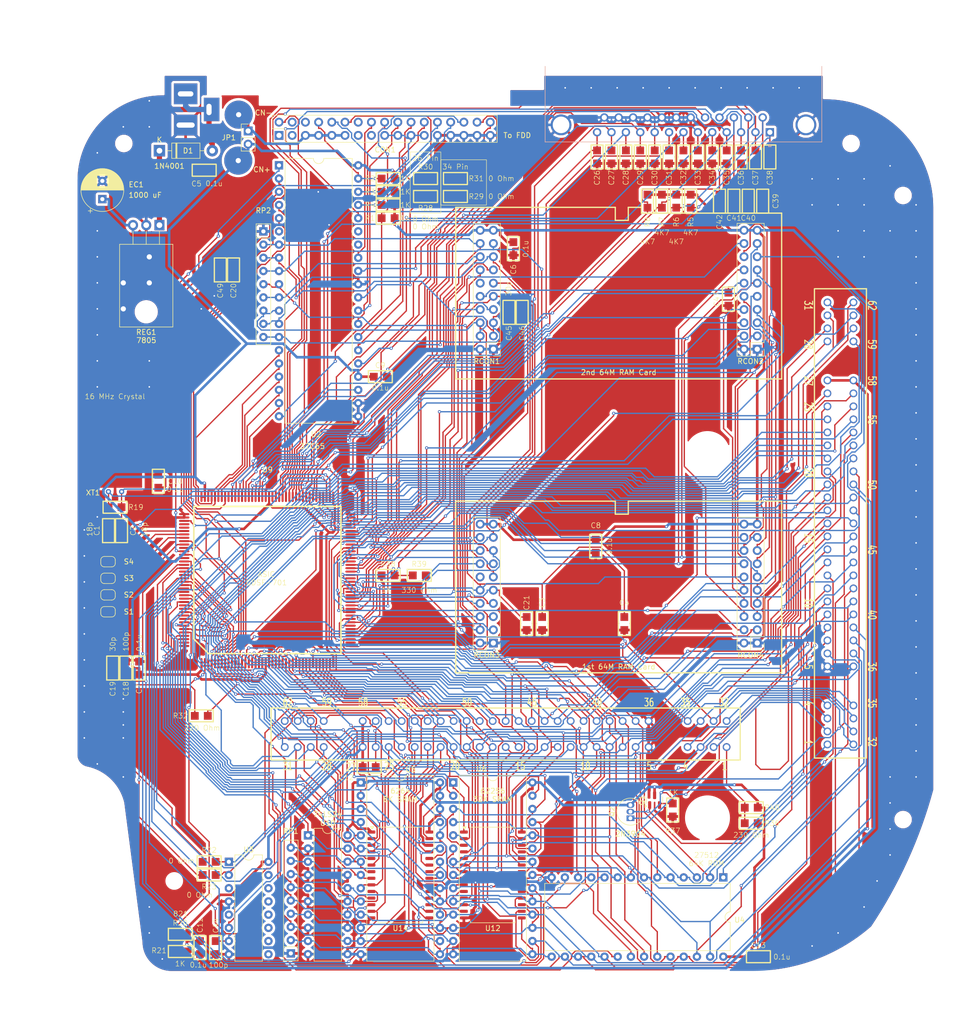
<source format=kicad_pcb>
(kicad_pcb (version 20240108) (generator "pcbnew") (generator_version "8.0")
  (layers (0 "F.Cu" signal) (31 "B.Cu" signal) (34 "B.Paste" user) (35 "F.Paste" user) (36 "B.SilkS" user "B.Silkscreen") (37 "F.SilkS" user "F.Silkscreen") (38 "B.Mask" user) (39 "F.Mask" user) (44 "Edge.Cuts" user))
  (net 0 "")
  (net 1 "Net-(D1-A)")
  (net 2 "/GND")
  (net 3 "/D7")
  (net 4 "/D1")
  (net 5 "/D6")
  (net 6 "/D0")
  (net 7 "/D3")
  (net 8 "/D5")
  (net 9 "/D2")
  (net 10 "/D4")
  (net 11 "/D4.SNES")
  (net 12 "/D0.SNES")
  (net 13 "/D2.SNES")
  (net 14 "/D5.SNES")
  (net 15 "/D6.SNES")
  (net 16 "/D3.SNES")
  (net 17 "/D1.SNES")
  (net 18 "/D7.SNES")
  (net 19 "/Clock.Game")
  (net 20 "/5V.VREG.Out")
  (net 21 "Net-(Q1-B)")
  (net 22 "Net-(D1-K)")
  (net 23 "/PA5")
  (net 24 "/A12.8K.SRAM")
  (net 25 "/PA1")
  (net 26 "/PA3")
  (net 27 "/~{OE}.8K.SRAM")
  (net 28 "/PA0")
  (net 29 "/A8.8K.SRAM")
  (net 30 "/~{WE}.8K.SRAM")
  (net 31 "/PA4")
  (net 32 "/A11.8K.SRAM")
  (net 33 "/A10.8K.SRAM")
  (net 34 "/A9.8K.SRAM")
  (net 35 "/PA7")
  (net 36 "/PA6")
  (net 37 "/PA2")
  (net 38 "/A1.SNES")
  (net 39 "/A7.SNES")
  (net 40 "/A0.SNES")
  (net 41 "/A4.SNES")
  (net 42 "/A3.SNES")
  (net 43 "/A14.32K.SRAM")
  (net 44 "/A11.32K.SRAM")
  (net 45 "/A13.32K.SRAM")
  (net 46 "/A10.SNES")
  (net 47 "/A2.SNES")
  (net 48 "/A8.SNES")
  (net 49 "/~{Read}.SNES.Sys")
  (net 50 "/A9.SNES")
  (net 51 "/A6.SNES")
  (net 52 "/~{Write}.SNES")
  (net 53 "/A5.SNES")
  (net 54 "/A12.32K.SRAM")
  (net 55 "/~{CE}.32K.SRAM")
  (net 58 "/~{LDOR}")
  (net 59 "/~{WE}.FDC")
  (net 60 "/~{LDCR}")
  (net 61 "/~{HS}")
  (net 62 "/TC")
  (net 63 "/~{STEP}")
  (net 64 "/~{TROO}")
  (net 65 "/~{RDD}")
  (net 66 "/RST")
  (net 67 "/~{Index}")
  (net 68 "/WP")
  (net 69 "/~{DS1}")
  (net 70 "/DMA")
  (net 71 "/~{MotorEnableB}")
  (net 72 "/~{DACK}")
  (net 73 "/~{WD}")
  (net 74 "/~{DS2}")
  (net 75 "/IRQ")
  (net 76 "/~{CS}.FDC")
  (net 77 "/~{DIRC}")
  (net 78 "/CLK1.FDC")
  (net 79 "/~{DensitySelect}")
  (net 80 "/BA1")
  (net 81 "/A13.SNES")
  (net 82 "/BA0")
  (net 83 "/~{CE}.EPROM")
  (net 84 "/A14.SNES")
  (net 85 "/A11.SNES")
  (net 86 "/A12.SNES")
  (net 87 "/Data.PullDown")
  (net 91 "/CIC.In.P6")
  (net 93 "/CIC.In.P7")
  (net 94 "/CIC.Out.P2.Sys")
  (net 96 "/CIC.Out.P1.Sys")
  (net 97 "/SNES.VCC")
  (net 102 "/S2.Jumper")
  (net 103 "/S1.Jumper")
  (net 104 "/S3.Jumper")
  (net 105 "/S4.Jumper")
  (net 106 "/CLK1")
  (net 107 "/CLK2")
  (net 108 "/~{DriveSelectB}")
  (net 110 "Net-(CON1-Pin_11)")
  (net 112 "/FD.Detect")
  (net 114 "/~{DiskChange{slash}Ready}")
  (net 117 "/~{MotorEnableA}")
  (net 120 "/A6.RCON")
  (net 121 "/P18.RCON4")
  (net 122 "/A8.RCON")
  (net 123 "/A7.RCON")
  (net 124 "/A0.RCON")
  (net 125 "/A4.RCON")
  (net 126 "/~{WE}.1-2")
  (net 127 "/A9.RCON")
  (net 128 "/A2.RCON")
  (net 129 "/A5.RCON")
  (net 130 "/A10.RCON")
  (net 131 "/P17.RCON4")
  (net 132 "/~{OE}.1-2")
  (net 133 "/~{CAS}")
  (net 134 "/A3.RCON")
  (net 135 "/A1.RCON")
  (net 137 "/~{WE}.3-4")
  (net 138 "/P14.RCON3")
  (net 139 "/~{RAS}")
  (net 140 "/P13.RCON3")
  (net 141 "/~{OE}.3-4")
  (net 142 "/A11.RCON")
  (net 143 "/P18.RCON2")
  (net 144 "/~{WE}.5-6")
  (net 145 "/P17.RCON2")
  (net 146 "/~{OE}.5-6")
  (net 148 "/~{WE}.7-8")
  (net 149 "/P14.RCON1")
  (net 150 "/P13.RCON1")
  (net 151 "/~{OE}.7-8")
  (net 152 "/PPort_14")
  (net 153 "/PPort_7")
  (net 154 "/PPort_4")
  (net 155 "/PPort_11")
  (net 156 "/PPort_16")
  (net 157 "/PPort_9")
  (net 158 "/PPort_13")
  (net 159 "/PPort_1")
  (net 160 "/PPort_3")
  (net 161 "/PPort_12")
  (net 162 "/PPort_15")
  (net 163 "/PPort_18")
  (net 164 "/PPort_10")
  (net 165 "/PPort_2")
  (net 166 "/PPort_6")
  (net 167 "/PPort_8")
  (net 168 "/PPort_5")
  (net 169 "/PPort_17")
  (net 170 "/SNES.Detect")
  (net 171 "/CIC.Out.P1.Game")
  (net 172 "/CIC.Out.P2.Game")
  (net 173 "/CPU.Clock")
  (net 174 "/CPU.Clock.SNES")
  (net 175 "/Clock.Sys")
  (net 176 "Net-(U9-SNES_Refresh)")
  (net 177 "/REFRESH")
  (net 178 "/~{Cart}.Game")
  (net 179 "/~{Read}.Game")
  (net 180 "/~{Reset}.SNES")
  (net 181 "/BA2")
  (net 183 "/~{PAWR}")
  (net 185 "/BA6")
  (net 186 "/BA7.Game")
  (net 187 "/BA7.Sys")
  (net 189 "/BA5")
  (net 190 "/BA4")
  (net 191 "/~{Cart}.Sys")
  (net 192 "/BA3")
  (net 195 "/A15.SNES")
  (net 197 "/R.Audio")
  (net 198 "/~{PARD}")
  (net 199 "/EXPAND")
  (net 200 "/~{WRAM}")
  (net 201 "/L.Audio")
  (net 202 "/~{IRQ}")
  (footprint "!SF7:SMD Cap" (layer "F.Cu") (at 257.99 94.29 90)
    (property "Reference" "C39")
    (property "Value" "DNP")
  )
  (footprint "!SF7:SMD Cap" (layer "F.Cu") (at 141.74 148.14 90)
    (property "Reference" "C10")
    (property "Value" "100 nF")
  )
  (footprint "!SF7:GDSF-701" (layer "F.Cu") (at 162.715 167.14)
    (property "Reference" "U9")
    (property "Value" "~")
  )
  (footprint "!SF7:SMD Cap" (layer "F.Cu") (at 132.96 184.065 90)
    (property "Reference" "C19")
    (property "Value" "30P DNP")
  )
  (footprint "!SF7:SMD Cap" (layer "F.Cu") (at 156.2 107.51 90)
    (property "Reference" "C20")
    (property "Value" "DNP")
  )
  (footprint "!SF7:SMD Cap" (layer "F.Cu") (at 257.17 239.56)
    (property "Reference" "C13")
    (property "Value" "100 nF")
  )
  (footprint "SFIII:DC Jack" (layer "F.Cu") (at 146.984 76.66)
    (property "Reference" "J1" (hide yes))
    (property "Value" "Barrel_Jack_Switch")
  )
  (footprint "Connector_PinHeader_2.54mm:PinHeader_2x10_P2.54mm_Vertical" (layer "F.Cu") (at 256.94 122.75 180)
    (property "Reference" "RCON2")
    (property "Value" "Conn_02x10_Odd_Even")
  )
  (footprint "Diode_THT:D_DO-41_SOD81_P10.16mm_Horizontal" (layer "F.Cu") (at 141.95 84.59)
    (property "Reference" "D1")
    (property "Value" "1N4001")
  )
  (footprint "Package_TO_SOT_THT:TO-220-3_Horizontal_TabDown" (layer "F.Cu") (at 141.95 98.9 180)
    (property "Reference" "REG1")
    (property "Value" "LGS GL7805")
  )
  (footprint "!SF7:SMD Cap" (layer "F.Cu") (at 210.04 103.42 90)
    (property "Reference" "C6")
    (property "Value" "100 nF")
  )
  (footprint "Package_DIP:DIP-28_W15.24mm" (layer "F.Cu") (at 250.42 224.32 -90)
    (property "Reference" "U4")
    (property "Value" "27512")
  )
  (footprint "!SF7:SMD Resistor" (layer "F.Cu") (at 198.89 93.39)
    (property "Reference" "R29")
    (property "Value" "DNP")
  )
  (footprint "!SF7:SMD Resistor" (layer "F.Cu") (at 244.14 94.29 90)
    (property "Reference" "R5")
    (property "Value" "4K7 Ohm")
  )
  (footprint "Package_DIP:DIP-16_W7.62mm" (layer "F.Cu") (at 155.3 221.32)
    (property "Reference" "U3")
    (property "Value" "~")
  )
  (footprint "!SF7:SMD Cap" (layer "F.Cu") (at 252.45 94.29 90)
    (property "Reference" "C41")
    (property "Value" "DNP")
  )
  (footprint "!SF7:SMD Cap" (layer "F.Cu") (at 212.58 175.5 90)
    (property "Reference" "C21")
    (property "Value" "DNP")
  )
  (footprint "!SF7:SMD Resistor" (layer "F.Cu") (at 133.41 153.14)
    (property "Reference" "R19")
    (property "Value" "DNP")
  )
  (footprint "!SF7:SMD Cap" (layer "F.Cu") (at 249.68 94.29 90)
    (property "Reference" "C42")
    (property "Value" "DNP")
  )
  (footprint "!SF7:SMD Resistor" (layer "F.Cu") (at 151.51 221.32)
    (property "Reference" "R22")
    (property "Value" "0 Ohm DNP")
  )
  (footprint "!SF7:SMD Cap" (layer "F.Cu") (at 135.5 184.065 90)
    (property "Reference" "C18")
    (property "Value" "100P DNP")
  )
  (footprint "Package_DIP:DIP-28_W15.24mm" (layer "F.Cu") (at 180.68 206.07)
    (property "Reference" "U5")
    (property "Value" "~")
  )
  (footprint "!SF7:SMD Cap" (layer "F.Cu") (at 231.675 85.79 90)
    (property "Reference" "C28")
    (property "Value" "DNP")
  )
  (footprint "Jumper:SolderJumper-2_P1.3mm_Open_RoundedPad1.0x1.5mm" (layer "F.Cu") (at 132.06 173.24)
    (property "Reference" "S1")
    (property "Value" "Jumper_2_Open")
  )
  (footprint "!SF7:SMD Cap" (layer "F.Cu") (at 231.38 175.5 90)
    (property "Reference" "C4")
    (property "Value" "DNP")
  )
  (footprint "!SF7:SMD Cap" (layer "F.Cu") (at 239.985 85.79 90)
    (property "Reference" "C31")
    (property "Value" "DNP")
  )
  (footprint "Connector_PinHeader_2.54mm:PinHeader_2x10_P2.54mm_Vertical" (layer "F.Cu") (at 206.18 179.25 180)
    (property "Reference" "RCON3")
    (property "Value" "Conn_02x10_Odd_Even")
  )
  (footprint "!SF7:SMD Resistor" (layer "F.Cu") (at 185.93 166.25)
    (property "Reference" "R38")
    (property "Value" "2K Ohm Marked")
  )
  (footprint "Jumper:SolderJumper-2_P1.3mm_Open_RoundedPad1.0x1.5mm" (layer "F.Cu") (at 132.06 163.61)
    (property "Reference" "S4")
    (property "Value" "Jumper_2_Open")
  )
  (footprint "Package_TO_SOT_THT:TO-92_Inline" (layer "F.Cu") (at 232.55 212.9475 90)
    (property "Reference" "Q2")
    (property "Value" "2N3904 THT DNP")
  )
  (footprint "!SF7:SMD Cap" (layer "F.Cu") (at 237.215 85.79 90)
    (property "Reference" "C30")
    (property "Value" "DNP")
  )
  (footprint "!SF7:SMD Resistor" (layer "F.Cu") (at 193.14 89.94)
    (property "Reference" "R30")
    (property "Value" "DNP")
  )
  (footprint "!SF7:SMD Resistor" (layer "F.Cu") (at 150 193.25)
    (property "Reference" "R32")
    (property "Value" "220 Ohm DNP")
  )
  (footprint "!SF7:SMD Resistor" (layer "F.Cu") (at 151.51 223.86)
    (property "Reference" "R23")
    (property "Value" "0 Ohm DNP")
  )
  (footprint "!SF7:SMD Cap" (layer "F.Cu") (at 226.135 85.79 90)
    (property "Reference" "C26")
    (property "Value" "DNP")
  )
  (footprint "!SF7:SMD Cap" (layer "F.Cu") (at 209.19 115.67 90)
    (property "Reference" "C45")
    (property "Value" "30 pF")
  )
  (footprint "Jumper:SolderJumper-2_P1.3mm_Open_RoundedPad1.0x1.5mm" (layer "F.Cu") (at 132.06 166.815)
    (property "Reference" "S3")
    (property "Value" "Jumper_2_Open")
  )
  (footprint "!SF7:SMD Cap" (layer "F.Cu") (at 255.22 94.29 90)
    (property "Reference" "C40")
    (property "Value" "DNP")
  )
  (footprint "!SF7:SMD Cap" (layer "F.Cu") (at 253.835 85.79 90)
    (property "Reference" "C36")
    (property "Value" "DNP")
  )
  (footprint "!SF7:SMD Cap" (layer "F.Cu") (at 248.295 85.79 90)
    (property "Reference" "C34")
    (property "Value" "DNP")
  )
  (footprint "!SF7:SMD Cap" (layer "F.Cu") (at 251.4 113.13 90)
    (property "Reference" "C47")
    (property "Value" "DNP")
  )
  (footprint "Package_DIP:DIP-40_W15.24mm" (layer "F.Cu") (at 164.95 87.4)
    (property "Reference" "U2")
    (property "Value" "~")
  )
  (footprint "Capacitor_THT:CP_Radial_D8.0mm_P3.50mm" (layer "F.Cu") (at 130.97 93.9 90)
    (property "Reference" "EC1")
    (property "Value" "1000 uF")
  )
  (footprint "!SF7:SMD Cap" (layer "F.Cu") (at 149.76 237.81 90)
    (property "Reference" "C11")
    (property "Value" "100 nF")
  )
  (footprint "!SF7:SMD Cap" (layer "F.Cu") (at 256.605 85.79 90)
    (property "Reference" "C37")
    (property "Value" "DNP")
  )
  (footprint "!SF7:SMD Resistor" (layer "F.Cu") (at 145.97 235.26)
    (property "Reference" "R20")
    (property "Value" "821")
  )
  (footprint "!SF7:SMD Resistor" (layer "F.Cu") (at 185.94 95.02)
    (property "Reference" "R4")
    (property "Value" "1K Ohm")
  )
  (footprint "Package_TO_SOT_SMD:SOT-23" (layer "F.Cu") (at 237.2 209.47 90)
    (property "Reference" "Q1")
    (property "Value" "BC846A SMD")
  )
  (footprint "Crystal:Crystal_AT310_D3.0mm_L10.0mm_Horizontal_1EP_style1" (layer "F.Cu") (at 134.68 150.14 180)
    (property "Reference" "XT1")
    (property "Value" "16 MHz Crystal")
  )
  (footprint "!SF7:SMD Resistor" (layer "F.Cu") (at 240.69 211.3575 90)
    (property "Reference" "R37")
    (property "Value" "1K Ohm")
  )
  (footprint "!SF7:SMD Resistor" (layer "F.Cu") (at 145.97 238.56)
    (property "Reference" "R21")
    (property "Value" "1K Ohm")
  )
  (footprint "!SF7:SMD Cap" (layer "F.Cu") (at 211.73 115.67 90)
    (property "Reference" "C46")
    (property "Value" "DNP")
  )
  (footprint "Connector_PinHeader_2.54mm:PinHeader_2x10_P2.54mm_Vertical" (layer "F.Cu") (at 206.19 122.75 180)
    (property "Reference" "RCON1")
    (property "Value" "Conn_02x10_Odd_Even")
  )
  (footprint "!SF7:SMD Cap" (layer "F.Cu") (at 259.375 85.79 90)
    (property "Reference" "C38")
    (property "Value" "DNP")
  )
  (footprint "Connector_PinHeader_2.54mm:PinHeader_2x10_P2.54mm_Vertical" (layer "F.Cu") (at 256.94 179.25 180)
    (property "Reference" "RCON4")
    (property "Value" "Conn_02x10_Odd_Even")
  )
  (footprint "Resistor_THT:R_Array_SIP9" (layer "F.Cu") (at 167.22 238.92 90)
    (property "Reference" "RP1")
    (property "Value" "DNP")
  )
  (footprint "Package_DIP:DIP-20_W7.62mm" (layer "F.Cu") (at 170.52 216.22)
    (property "Reference" "U10")
    (property "Value" "74LS244")
  )
  (footprint "Package_DIP:DIP-28_W15.24mm" (layer "F.Cu") (at 198.46 206.07)
    (property "Reference" "U6")
    (property "Value" "~")
  )
  (footprint "!SF7:SMD Resistor" (layer "F.Cu") (at 191.93 166.25)
    (property "Reference" "R39")
    (property "Value" "330 Ohm")
  )
  (footprint "Resistor_THT:R_Array_SIP9" (layer "F.Cu") (at 161.95 100.1 -90)
    (property "Reference" "RP2")
    (property "Value" "DNP")
  )
  (footprint "Connector_PinHeader_2.54mm:PinHeader_1x02_P2.54mm_Vertical" (layer "F.Cu") (at 159.01 80.79)
    (property "Reference" "JP1")
    (property "Value" "Conn_01x02_Pin" (hide yes))
  )
  (footprint "!SF7:SMD Resistor" (layer "F.Cu") (at 185.94 97.56)
    (property "Reference" "R1")
    (property "Value" "1K Ohm")
  )
  (footprint "!SF7:SMD Cap" (layer "F.Cu") (at 182.3 203.1)
    (property "Reference" "C12")
    (property "Value" "80p")
  )
  (footprint "!SF7:Cartridge Slot" (layer "F.Cu") (at 272.95 156.25 -90)
    (property "Reference" "CN1" (hide yes))
    (property "Value" "~")
  )
  (footprint "Package_SO:SOP-28_8.4x18.16mm_P1.27mm" (layer "F.Cu") (at 206.08 223.85)
    (property "Reference" "U12")
    (property "Value" "~")
  )
  (footprint "!SF7:SMD Cap" (layer "F.Cu") (at 153.66 107.51 90)
    (property "Reference" "C49")
    (property "Value" "DNP")
  )
  (footprint "!SF7:SMD Resistor" (layer "F.Cu") (at 185.94 89.94)
    (property "Reference" "R2")
    (property "Value" "1K Ohm")
  )
  (footprint "!SF7:SMD Cap" (layer "F.Cu") (at 245.525 85.79 90)
    (property "Reference" "C33")
    (property "Value" "DNP")
  )
  (footprint "!SF7:SMD Cap" (layer "F.Cu") (at 215.58 175.5 90)
    (property "Reference" "C3")
    (property "Value" "DNP")
  )
  (footprint "!SF7:SMD Cap" (layer "F.Cu") (at 228.905 85.79 90)
    (property "Reference" "C27")
    (property "Value" "DNP")
  )
  (footprint "!SF7:SMD Resistor" (layer "F.Cu") (at 235.83 94.29 90)
    (property "Reference" "R8")
    (property "Value" "4K7 Ohm")
  )
  (footprint "Jumper:SolderJumper-2_P1.3mm_Open_RoundedPad1.0x1.5mm" (layer "F.Cu") (at 132.06 169.99)
    (property "Reference" "S2")
    (property "Value" "Jumper_2_Open")
  )
  (footprint "!SF7:SMD Cap" (layer "F.Cu") (at 134.66 157.64 90)
    (property "Reference" "C2")
    (property "Value" "18 pF")
  )
  (footprint "!SF7:SMD Cap" (layer "F.Cu") (at 184.44 128.04)
    (property "Reference" "C9")
    (property "Value" "100 nF")
  )
  (footprint "!SF7:SMD Resistor" (layer "F.Cu") (at 241.37 94.29 90)
    (property "Reference" "R6")
    (property "Value" "4K7 Ohm")
  )
  (footprint "!SF7:SMD Cap" (layer "F.Cu") (at 132.16 157.64 90)
    (property "Reference" "C1")
    (property "Value" "18 pF")
  )
  (footprint "!SF7:SMD Resistor" (layer "F.Cu") (at 255.79 210.9075)
    (property "Reference" "R40")
    (property "Value" "DNP")
  )
  (footprint "!SF7:SMD Cap" (layer "F.Cu") (at 150.56 88.34)
    (property "Reference" "C5")
    (property "Value" "100 nF")
  )
  (footprint "Package_SO:SOP-28_8.4x18.16mm_P1.27mm" (layer "F.Cu") (at 188.3 223.85)
    (property "Reference" "U14")
    (property "Value" "~")
  )
  (footprint "!SF7:Cartridge Slot" (layer "F.Cu") (at 208.55 196.75)
    (property "Reference" "CN2" (hide yes))
    (property "Value" "~")
  )
  (footprint "!SF7:SMD Resistor" (layer "F.Cu") (at 193.14 93.39)
    (property "Reference" "R28")
    (property "Value" "0 Ohm")
  )
  (footprint "!SF7:SMD Cap" (layer "F.Cu") (at 152.76 237.81 90)
    (property "Reference" "C44")
    (property "Value" "100P")
  )
  (footprint "!SF7:SMD Resistor" (layer "F.Cu") (at 185.94 92.48)
    (property "Reference" "R3")
    (property "Value" "1K Ohm")
  )
  (footprint "!SF7:SMD Cap" (layer "F.Cu") (at 225.88 160.65 90)
    (property "Reference" "C8")
    (property "Value" "100 nF")
  )
  (footprint "!SF7:SMD Cap" (layer "F.Cu") (at 138.04 184.065 90)
    (property "Reference" "C7")
    (property "Value" "100 nF")
  )
  (footprint "!SF7:SMD Resistor" (layer "F.Cu") (at 198.89 89.94)
    (property "Reference" "R31")
    (property "Value" "0 Ohm")
  )
  (footprint "!SF7:SMD Cap" (layer "F.Cu") (at 242.755 85.79 90)
    (property "Reference" "C32")
    (property "Value" "DNP")
  )
  (footprint "!SF7:SMD Cap" (layer "F.Cu") (at 234.445 85.79 90)
    (property "Reference" "C29")
    (property "Value" "DNP")
  )
  (footprint "!SF7:SMD Resistor" (layer "F.Cu") (at 255.79 213.9075)
    (property "Reference" "R36")
    (property "Value" "220 Ohnm")
  )
  (footprint "!SF7:SMD Cap" (layer "F.Cu") (at 251.065 85.79 90)
    (property "Reference" "C35")
    (property "Value" "DNP")
  )
  (footprint "!SF7:SMD Resistor" (layer "F.Cu") (at 238.6 94.29 90)
    (property "Reference" "R7")
    (property "Value" "4K7 Ohm")
  )
  (footprint "Connector_PinSocket_2.54mm:PinSocket_2x17_P2.54mm_Vertical" (layer "F.Cu") (at 164.95 81.64 90)
    (property "Reference" "CON1")
    (property "Value" "To FDD")
  )
  (footprint "Connector_Dsub:DSUB-25_Female_Horizontal_P2.77x2.84mm_EdgePinOffset9.90mm_Housed_MountingHolesOffset11.32mm" (layer "B.Cu") (at 259.375 81.04)
    (property "Reference" "J2" (hide yes))
    (property "Value" "DB25_Receptacle_MountingHoles")
  )
  (gr_line (start 198.94 151.975) (end 229.64 151.975) (stroke (width 0.25)) (layer "F.SilkS"))
  (gr_line (start 232.14 95.475) (end 234.68 95.475) (stroke (width 0.25)) (layer "F.SilkS"))
  (gr_line (start 261.64 184.975) (end 198.94 184.975) (stroke (width 0.25)) (layer "F.SilkS"))
  (gr_line (start 234.68 96.59) (end 261.64 96.59) (stroke (width 0.25)) (layer "F.SilkS"))
  (gr_line (start 198.94 128.475) (end 198.94 95.475) (stroke (width 0.25)) (layer "F.SilkS"))
  (gr_line (start 261.64 128.475) (end 198.94 128.475) (stroke (width 0.25)) (layer "F.SilkS"))
  (gr_rect (start 190.19 84.83) (end 196.08 96.61) (stroke (width 0.1)) (fill none) (layer "F.SilkS"))
  (gr_line (start 232.14 151.975) (end 261.64 151.975) (stroke (width 0.25)) (layer "F.SilkS"))
  (gr_line (start 232.14 97.975) (end 229.64 97.975) (stroke (width 0.25)) (layer "F.SilkS"))
  (gr_line (start 261.64 151.975) (end 261.64 184.975) (stroke (width 0.25)) (layer "F.SilkS"))
  (gr_line (start 229.64 97.975) (end 229.64 95.475) (stroke (width 0.25)) (layer "F.SilkS"))
  (gr_line (start 261.64 96.59) (end 261.64 128.475) (stroke (width 0.25)) (layer "F.SilkS"))
  (gr_line (start 198.94 95.475) (end 229.64 95.475) (stroke (width 0.25)) (layer "F.SilkS"))
  (gr_line (start 229.64 154.475) (end 229.64 151.975) (stroke (width 0.25)) (layer "F.SilkS"))
  (gr_line (start 232.14 95.475) (end 232.14 97.975) (stroke (width 0.25)) (layer "F.SilkS"))
  (gr_line (start 198.94 184.975) (end 198.94 151.975) (stroke (width 0.25)) (layer "F.SilkS"))
  (gr_rect (start 196.08 86.33) (end 204.86 95.04) (stroke (width 0.1)) (fill none) (layer "F.SilkS"))
  (gr_line (start 232.14 151.975) (end 232.14 154.475) (stroke (width 0.25)) (layer "F.SilkS"))
  (gr_line (start 232.14 154.475) (end 229.64 154.475) (stroke (width 0.25)) (layer "F.SilkS"))
  (gr_circle (center 258.8 225) (end 260.300033 225) (stroke (width 0.002)) (fill none) (layer "Edge.Cuts"))
  (gr_arc (start 270 74.5) (mid 284.849242 80.650758) (end 291 95.5) (stroke (width 0.002)) (layer "Edge.Cuts"))
  (gr_line (start 161.25 75.75) (end 209.25 75.75) (stroke (width 0.002)) (layer "Edge.Cuts"))
  (gr_line (start 126 201) (end 126 90.25) (stroke (width 0.002)) (layer "Edge.Cuts"))
  (gr_line (start 209.25 72.75) (end 215.75 72.75) (stroke (width 0.002)) (layer "Edge.Cuts"))
  (gr_line (start 144.25 242.5) (end 256 242.5) (stroke (width 0.002)) (layer "Edge.Cuts"))
  (gr_line (start 142.75 73.75) (end 142.75 70) (stroke (width 0.002)) (layer "Edge.Cuts"))
  (gr_rect (start 156.2 191) (end 159.3 202.5) (stroke (width 0.002)) (fill none) (layer "Edge.Cuts"))
  (gr_line (start 161.25 75.75) (end 161.25 73.75) (stroke (width 0.002)) (layer "Edge.Cuts"))
  (gr_arc (start 291 207.5) (mid 286.069461 221.181686) (end 278.99371 233.887294) (stroke (width 0.002)) (layer "Edge.Cuts"))
  (gr_circle (center 135.1 83.2) (end 136.600033 83.2) (stroke (width 0.002)) (fill none) (layer "Edge.Cuts"))
  (gr_line (start 215.75 70) (end 269.75 70) (stroke (width 0.002)) (layer "Edge.Cuts"))
  (gr_line (start 269.75 74.5) (end 269.75 70) (stroke (width 0.002)) (layer "Edge.Cuts"))
  (gr_line (start 151.25 73.75) (end 151.25 70) (stroke (width 0.002)) (layer "Edge.Cuts"))
  (gr_circle (center 285 93.2) (end 286.500033 93.2) (stroke (width 0.002)) (fill none) (layer "Edge.Cuts"))
  (gr_circle (center 275 83.2) (end 276.500033 83.2) (stroke (width 0.002)) (fill none) (layer "Edge.Cuts"))
  (gr_line (start 269.75 74.5) (end 270 74.5) (stroke (width 0.002)) (layer "Edge.Cuts"))
  (gr_circle (center 153.4235 212.8745) (end 157.548803 212.8745) (stroke (width 0.002)) (fill none) (layer "Edge.Cuts"))
  (gr_arc (start 128.12289 203.215543) (mid 126.687022 202.466537) (end 126.000001 201) (stroke (width 0.002)) (layer "Edge.Cuts"))
  (gr_line (start 135 210) (end 138.5 236.75) (stroke (width 0.002)) (layer "Edge.Cuts"))
  (gr_arc (start 144.25 242.5) (mid 140.184136 240.815864) (end 138.5 236.75) (stroke (width 0.002)) (layer "Edge.Cuts"))
  (gr_circle (center 285 213.2) (end 286.500033 213.2) (stroke (width 0.002)) (fill none) (layer "Edge.Cuts"))
  (gr_circle (center 247.3745 212.8745) (end 251.499803 212.8745) (stroke (width 0.002)) (fill none) (layer "Edge.Cuts"))
  (gr_line (start 209.25 75.75) (end 209.25 72.75) (stroke (width 0.002)) (layer "Edge.Cuts"))
  (gr_circle (center 247.3745 142.8235) (end 251.499803 142.8235) (stroke (width 0.002)) (fill none) (layer "Edge.Cuts"))
  (gr_arc (start 278.99371 233.887294) (mid 268.276903 240.276175) (end 256 242.5) (stroke (width 0.002)) (layer "Edge.Cuts"))
  (gr_line (start 215.75 72.75) (end 215.75 70) (stroke (width 0.002)) (layer "Edge.Cuts"))
  (gr_arc (start 126 90.25) (mid 130.832738 78.582738) (end 142.5 73.75) (stroke (width 0.002)) (layer "Edge.Cuts"))
  (gr_line (start 151.25 70) (end 142.75 70) (stroke (width 0.002)) (layer "Edge.Cuts"))
  (gr_rect (start 257.8 191) (end 260.9 202.5) (stroke (width 0.002)) (fill none) (layer "Edge.Cuts"))
  (gr_line (start 291 207.5) (end 291 95.5) (stroke (width 0.002)) (layer "Edge.Cuts"))
  (gr_line (start 161.25 73.75) (end 151.25 73.75) (stroke (width 0.002)) (layer "Edge.Cuts"))
  (gr_circle (center 153.4235 142.8235) (end 157.548803 142.8235) (stroke (width 0.002)) (fill none) (layer "Edge.Cuts"))
  (gr_line (start 142.75 73.75) (end 142.5 73.75) (stroke (width 0.002)) (layer "Edge.Cuts"))
  (gr_arc (start 128.12289 203.215543) (mid 132.533215 205.62273) (end 135 210) (stroke (width 0.002)) (layer "Edge.Cuts"))
  (gr_circle (center 144.8 225) (end 146.300033 225) (stroke (width 0.002)) (fill none) (layer "Edge.Cuts"))
  (gr_text "CN-" (at 161.97 77.29 0) (layer "F.SilkS") (effects (font (size 1 1))))
  (gr_text "330 Ohm" (at 191.95 169.09 0) (layer "F.SilkS") (effects (font (size 1 1) (thickness 0.1))))
  (gr_text "1000 uF" (at 139.2 93.12 0) (layer "F.SilkS") (effects (font (size 1 1))))
  (gr_text "100p" (at 135.525 178.981905 90) (layer "F.SilkS") (effects (font (size 1 1) (thickness 0.1))))
  (gr_text "230 Ohm" (at 255.8 216.18 0) (layer "F.SilkS") (effects (font (size 1 1) (thickness 0.1))))
  (gr_text "34 Pin" (at 198.89 87.69 0) (layer "F.SilkS") (effects (font (size 1 1) (thickness 0.1))))
  (gr_text "1K" (at 240.78 208.01 0) (layer "F.SilkS") (effects (font (size 1 1) (thickness 0.1))))
  (gr_text "4K7" (at 244.14 100.35 0) (layer "F.SilkS") (effects (font (size 1 1) (thickness 0.1))))
  (gr_text "0 Ohm" (at 193.14 97.72 0) (layer "F.SilkS") (effects (font (size 1 1) (thickness 0.1))))
  (gr_text "1K" (at 189.25 92.48 0) (layer "F.SilkS") (effects (font (size 1 1) (thickness 0.1))))
  (gr_text "18p" (at 139.09 157.41 90) (layer "F.SilkS") (effects (font (size 1 1) (thickness 0.1))))
  (gr_text "0 Ohm" (at 207.72 93.39 0) (layer "F.SilkS") (effects (font (size 1 1) (thickness 0.1))))
  (gr_text "7805" (at 139.43 121.06 0) (layer "F.SilkS") (effects (font (size 1 1))))
  (gr_text "16 MHz Crystal" (at 133.4 131.85 0) (layer "F.SilkS") (effects (font (size 1 1) (thickness 0.1))))
  (gr_text "30p" (at 132.98 179.458095 90) (layer "F.SilkS") (effects (font (size 1 1) (thickness 0.1))))
  (gr_text "1st 64M RAM Card" (at 230.29 183.82 0) (layer "F.SilkS") (effects (font (size 1 1))))
  (gr_text "1N4001" (at 143.87 87.54 0) (layer "F.SilkS") (effects (font (size 1 1))))
  (gr_text "220 Ohm" (at 150.17 195.57 0) (layer "F.SilkS") (effects (font (size 1 1) (thickness 0.1))))
  (gr_text "ASIC\nGDSF-701" (at 162.53 166.84 0) (layer "F.SilkS") (effects (font (size 1 1) (thickness 0.1))))
  (gr_text "0.1u" (at 184.44 130.18 0) (layer "F.SilkS") (effects (font (size 1 1) (thickness 0.1))))
  (gr_text "0 Ohm" (at 193.14 99.19 0) (layer "F.SilkS") (effects (font (size 1 1) (thickness 0.1))))
  (gr_text "30p" (at 209.13 111.11 90) (layer "F.SilkS") (effects (font (size 1 1) (thickness 0.1))))
  (gr_text "18p" (at 128.53 157.38 90) (layer "F.SilkS") (effects (font (size 1 1) (thickness 0.1))))
  (gr_text "100p" (at 153.3 241.17 0) (layer "F.SilkS") (effects (font (size 1 1) (thickness 0.1))))
  (gr_text "26 Pin" (at 193.14 86.04 0) (layer "F.SilkS") (effects (font (size 1 1) (thickness 0.1))))
  (gr_text "6264\n8K SRAM" (at 188.3 208.5 0) (layer "F.SilkS") (effects (font (size 1 1))))
  (gr_text "0.1u" (at 228.49 160.68 90) (layer "F.SilkS") (effects (font (size 1 1) (thickness 0.1))))
  (gr_text "1K" (at 185.66 169.09 0) (layer "F.SilkS") (effects (font (size 1 1) (thickness 0.1))))
  (gr_text "1K" (at 145.93 240.91 0) (layer "F.SilkS") (effects (font (size 1 1) (thickness 0.1))))
  (gr_text "37C65" (at 171.37 141.42 0) (layer "F.SilkS") (effects (font (size 1 1))))
  (gr_text "0 Ohm" (at 146.21 221.13 0) (layer "F.SilkS") (effects (font (size 1 1) (thickness 0.1))))
  (gr_text "2nd 64M RAM Card" (at 230.29 127.21 0) (layer "F.SilkS") (effects (font (size 1 1))))
  (gr_text "0.1u" (at 138.07 179.22 90) (layer "F.SilkS") (effects (font (size 1 1) (thickness 0.1))))
  (gr_text "To FDD" (at 210.77 81.64 0) (layer "F.SilkS") (effects (font (size 1 1))))
  (gr_text "2N3904" (at 232.55 215.94 0) (layer "F.SilkS") (effects (font (size 1 1))))
  (gr_text "27512\n64K ROM" (at 247.19 220.84 0) (layer "F.SilkS") (effects (font (size 1 1) (thickness 0.1))))
  (gr_text "74LS24" (at 174.29 212.19 0) (layer "F.SilkS") (effects (font (size 1 1))))
  (gr_text "4K7" (at 241.37 102.08 0) (layer "F.SilkS") (effects (font (size 1 1) (thickness 0.1))))
  (gr_text "4K7" (at 238.6 100.35 0) (layer "F.SilkS") (effects (font (size 1 1) (thickness 0.1))))
  (gr_text "0 Ohm" (at 207.72 89.94 0) (layer "F.SilkS") (effects (font (size 1 1) (thickness 0.1))))
  (gr_text "62256\n32K SRAM" (at 206.08 208.5 0) (layer "F.SilkS") (effects (font (size 1 1))))
  (gr_text "1K" (at 189.25 95.02 0) (layer "F.SilkS") (effects (font (size 1 1) (thickness 0.1))))
  (gr_text "0.1u" (at 149.43 241.14 0) (layer "F.SilkS") (effects (font (size 1 1) (thickness 0.1))))
  (gr_text "CN+" (at 161.66 88.21 0) (layer "F.SilkS") (effects (font (size 1 1))))
  (gr_text "1K" (at 189.25 97.56 0) (layer "F.SilkS") (effects (font (size 1 1) (thickness 0.1))))
  (gr_text "0.1u" (at 152.46 90.9 0) (layer "F.SilkS") (effects (font (size 1 1) (thickness 0.1))))
  (gr_text "0.1u" (at 212.41 103.48 90) (layer "F.SilkS") (effects (font (size 1 1) (thickness 0.1))))
  (gr_text "0.1u" (at 261.69 239.6 0) (layer "F.SilkS") (effects (font (size 1 1) (thickness 0.1))))
  (gr_text "0.1u" (at 144.97 149.69 0) (layer "F.SilkS") (effects (font (size 1 1) (thickness 0.1))))
  (gr_text "821" (at 146.02 231.32 0) (layer "F.SilkS") (effects (font (size 1 1) (thickness 0.1))))
  (gr_text "4K7" (at 235.83 102.08 0) (layer "F.SilkS") (effects (font (size 1 1) (thickness 0.1))))
  (gr_text "1K" (at 189.25 89.94 0) (layer "F.SilkS") (effects (font (size 1 1) (thickness 0.1))))
  (gr_text "0 Ohm" (at 149.69 227.7 0) (layer "F.SilkS") (effects (font (size 1 1) (thickness 0.1))))
  (segment (start 152.11 84.59) (end 152.11 83.1633) (width 1) (layer "F.Cu") (net 1))
  (segment (start 151.484 82.5373) (end 152.11 83.1633) (width 1) (layer "F.Cu") (net 1))
  (segment (start 151.484 76.66) (end 151.484 82.5373) (width 1) (layer "F.Cu") (net 1))
  (segment (start 151.484 76.66) (end 147.6573 76.66) (width 1) (layer "B.Cu") (net 1))
  (segment (start 146.984 73.66) (end 146.984 75.9867) (width 1) (layer "B.Cu") (net 1))
  (segment (start 147.6573 76.66) (end 146.984 75.9867) (width 1) (layer "B.Cu") (net 1))
  (segment (start 171.0265 230.1717) (end 170.52 230.1717) (width 0.5) (layer "F.Cu") (net 2))
  (segment (start 151.81 88.34) (end 151.81 87.1383) (width 0.5) (layer "F.Cu") (net 2))
  (segment (start 234.445 87.04) (end 231.675 87.04) (width 0.5) (layer "F.Cu") (net 2))
  (segment (start 132.16 159.4908) (end 132.16 160.0917) (width 0.5) (layer "F.Cu") (net 2))
  (segment (start 138.524 157.2559) (end 140.4881 155.2918) (width 0.5) (layer "F.Cu") (net 2))
  (segment (start 252.45 95.54) (end 253.6517 95.54) (width 0.5) (layer "F.Cu") (net 2))
  (segment (start 260.3317 85.8383) (end 266.305 79.865) (width 0.5) (layer "F.Cu") (net 2))
  (segment (start 170.52 223.2141) (end 170.52 223.84) (width 0.5) (layer "F.Cu") (net 2))
  (segment (start 164.7136 179.4007) (end 163.04 181.0743) (width 0.5) (layer "F.Cu") (net 2))
  (segment (start 178.9002 103.1676) (end 174.5809 98.8483) (width 0.5) (layer "F.Cu") (net 2))
  (segment (start 151.81 88.34) (end 151.81 96.8843) (width 0.5) (layer "F.Cu") (net 2))
  (segment (start 189.4816 179.25) (end 185.0865 174.8549) (width 0.5) (layer "F.Cu") (net 2))
  (segment (start 210.04 104.67) (end 210.04 103.4683) (width 0.5) (layer "F.Cu") (net 2))
  (segment (start 170.52 234) (end 171.7717 234) (width 0.5) (layer "F.Cu") (net 2))
  (segment (start 132.8575 159.4908) (end 133.4583 158.89) (width 0.5) (layer "F.Cu") (net 2))
  (segment (start 134.5773 158.89) (end 134.66 158.89) (width 0.5) (layer "F.Cu") (net 2))
  (segment (start 261.3148 167.2835) (end 258.2431 170.3552) (width 0.5) (layer "F.Cu") (net 2))
  (segment (start 268.757 185.443) (end 268.757 228.0213) (width 0.5) (layer "F.Cu") (net 2))
  (segment (start 173.2338 179.4007) (end 164.7136 179.4007) (width 0.5) (layer "F.Cu") (net 2))
  (segment (start 178.6844 237.8283) (end 179.3917 237.121) (width 0.5) (layer "F.Cu") (net 2))
  (segment (start 253.835 95.4483) (end 253.7434 95.4483) (width 0.5) (layer "F.Cu") (net 2))
  (segment (start 176.8502 226.9261) (end 176.8502 225.8371) (width 0.5) (layer "F.Cu") (net 2))
  (segment (start 163.04 181.8037) (end 163.04 183.14) (width 0.3998) (layer "F.Cu") (net 2))
  (segment (start 201.465 232.105) (end 202.4561 231.1139) (width 0.5) (layer "F.Cu") (net 2))
  (segment (start 257.99 94.9391) (end 257.99 95.54) (width 0.5) (layer "F.Cu") (net 2))
  (segment (start 176.8502 225.8371) (end 177.5956 225.0917) (width 0.5) (layer "F.Cu") (net 2))
  (segment (start 177.8012 153.5512) (end 178.715 154.465) (width 0.5) (layer "F.Cu") (net 2))
  (segment (start 140.6487 155.115) (end 146.715 155.115) (width 0.5) (layer "F.Cu") (net 2))
  (segment (start 130.97 90.46) (end 139.41 98.9) (width 0.5) (layer "F.Cu") (net 2))
  (segment (start 222.5821 170.9496) (end 216.7817 176.75) (width 0.5) (layer "F.Cu") (net 2))
  (segment (start 254.4 122.75) (end 251.4 119.75) (width 0.5) (layer "F.Cu") (net 2))
  (segment (start 140.4881 154.9544) (end 139.95 154.4163) (width 0.5) (layer "F.Cu") (net 2))
  (segment (start 210.04 104.67) (end 210.04 109.1315) (width 0.5) (layer "F.Cu") (net 2))
  (segment (start 184.68 166.25) (end 184.68 167.4517) (width 0.5) (layer "F.Cu") (net 2))
  (segment (start 236.05 205.6033) (end 236.05 199.25) (width 0.5) (layer "F.Cu") (net 2))
  (segment (start 212.1371 102.2725) (end 212.1371 86.6879) (width 0.5) (layer "F.Cu") (net 2))
  (segment (start 209.19 119.75) (end 209.19 116.92) (width 0.5) (layer "F.Cu") (net 2))
  (segment (start 209.9817 176.75) (end 211.3783 176.75) (width 0.5) (layer "F.Cu") (net 2))
  (segment (start 131.41 173.24) (end 131.41 180.0633) (width 0.5) (layer "F.Cu") (net 2))
  (segment (start 133.52 106.2417) (end 133.52 135.8483) (width 0.5) (layer "F.Cu") (net 2))
  (segment (start 173.7431 232.0286) (end 173.3133 232.4584) (width 0.5) (layer "F.Cu") (net 2))
  (segment (start 242.34 212.1558) (end 242.34 207.29) (width 0.5) (layer "F.Cu") (net 2))
  (segment (start 270.45 183.75) (end 268.757 185.443) (width 0.5) (layer "F.Cu") (net 2))
  (segment (start 202.4561 231.1139) (end 202.4561 230.2745) (width 0.5) (layer "F.Cu") (net 2))
  (segment (start 131.41 169.99) (end 131.41 173.24) (width 0.5) (layer "F.Cu") (net 2))
  (segment (start 178.14 228.92) (end 178.14 227.6683) (width 0.5) (layer "F.Cu") (net 2))
  (segment (start 140.4881 154.9544) (end 140.6487 155.115) (width 0.5) (layer "F.Cu") (net 2))
  (segment (start 242.34 207.29) (end 239.2038 207.29) (width 0.5) (layer "F.Cu") (net 2))
  (segment (start 221.3558 219.1125) (end 221.3558 209.2868) (width 0.5) (layer "F.Cu") (net 2))
  (segment (start 182.7375 232.105) (end 182.1025 232.74) (width 0.5) (layer "F.Cu") (net 2))
  (segment (start 251.4 114.38) (end 251.4 115.5817) (width 0.5) (layer "F.Cu") (net 2))
  (segment (start 147.22 238.56) (end 148.4217 238.56) (width 0.5) (layer "F.Cu") (net 2))
  (segment (start 169.1083 238.92) (end 169.1083 236.119) (width 0.5) (layer "F.Cu") (net 2))
  (segment (start 178.9002 108.2629) (end 178.9002 103.1676) (width 0.5) (layer "F.Cu") (net 2))
  (segment (start 226.135 87.04) (end 228.905 87.04) (width 0.5) (layer "F.Cu") (net 2))
  (segment (start 257.99 95.54) (end 257.99 96.7417) (width 0.5) (layer "F.Cu") (net 2))
  (segment (start 259.375 85.8383) (end 260.3317 85.8383) (width 0.5) (layer "F.Cu") (net 2))
  (segment (start 254.0183 95.54) (end 253.9266 95.4483) (width 0.5) (layer "F.Cu") (net 2))
  (segment (start 211.9792 176.75) (end 212.58 176.75) (width 0.5) (layer "F.Cu") (net 2))
  (segment (start 234.445 87.04) (end 237.215 87.04) (width 0.5) (layer "F.Cu") (net 2))
  (segment (start 139.41 100.3517) (end 133.52 106.2417) (width 0.5) (layer "F.Cu") (net 2))
  (segment (start 211.9792 176.75) (end 211.3783 176.75) (width 0.5) (layer "F.Cu") (net 2))
  (segment (start 148.5583 238.6966) (end 148.4217 238.56) (width 0.5) (layer "F.Cu") (net 2))
  (segment (start 173.4814 179.6483) (end 173.2338 179.4007) (width 0.5) (layer "F.Cu") (net 2))
  (segment (start 130.97 90.4) (end 130.97 90.46) (width 0.5) (layer "F.Cu") (net 2))
  (segment (start 241.8883 212.6075) (end 242.34 212.1558) (width 0.5) (layer "F.Cu") (net 2))
  (segment (start 257.99 95.54) (end 256.605 95.54) (width 0.5) (layer "F.Cu") (net 2))
  (segment (start 225.88 161.9) (end 225.88 170.9496) (width 0.5) (layer "F.Cu") (net 2))
  (segment (start 215.58 176.75) (end 216.7817 176.75) (width 0.5) (layer "F.Cu") (net 2))
  (segment (start 231.5042 178.0759) (end 237.2702 178.0759) (width 0.5) (layer "F.Cu") (net 2))
  (segment (start 237.5171 205.6033) (end 236.05 205.6033) (width 0.5) (layer "F.Cu") (net 2))
  (segment (start 261.3148 123.3527) (end 261.3148 167.2835) (width 0.5) (layer "F.Cu") (net 2))
  (segment (start 202.4561 230.2745) (end 202.7566 229.974) (width 0.5) (layer "F.Cu") (net 2))
  (segment (start 169.9756 235.2517) (end 170.52 235.2517) (width 0.5) (layer "F.Cu") (net 2))
  (segment (start 244.14 78.2) (end 244.14 87.04) (width 0.5) (layer "F.Cu") (net 2))
  (segment (start 235.8978 205.7555) (end 235.8978 206.0217) (width 0.5) (layer "F.Cu") (net 2))
  (segment (start 154.93 108.76) (end 154.9983 108.76) (width 0.5) (layer "F.Cu") (net 2))
  (segment (start 173.3133 232.4584) (end 171.7717 234) (width 0.5) (layer "F.Cu") (net 2))
  (segment (start 162.39 149.8037) (end 162.39 151.14) (width 0.3998) (layer "F.Cu") (net 2))
  (segment (start 248.295 87.04) (end 249.4967 87.04) (width 0.5) (layer "F.Cu") (net 2))
  (segment (start 138.04 182.815) (end 139.2417 182.815) (width 0.5) (layer "F.Cu") (net 2))
  (segment (start 239.985 87.04) (end 237.215 87.04) (width 0.5) (layer "F.Cu") (net 2))
  (segment (start 258.8913 94.3383) (end 257.99 94.3383) (width 0.5) (layer "F.Cu") (net 2))
  (segment (start 211.73 116.92) (end 210.5283 116.92) (width 0.5) (layer "F.Cu") (net 2))
  (segment (start 260.3509 122.3888) (end 261.3148 123.3527) (width 0.5) (layer "F.Cu") (net 2))
  (segment (start 170.52 234) (end 170.52 235.2517) (width 0.5) (layer "F.Cu") (net 2))
  (segment (start 256.605 95.54) (end 256.4217 95.54) (width 0.5) (layer "F.Cu") (net 2))
  (segment (start 178.14 223.84) (end 178.14 225.0917) (width 0.5) (layer "F.Cu") (net 2))
  (segment (start 163.881 143.222) (end 165.367 141.736) (width 0.5) (layer "F.Cu") (net 2))
  (segment (start 131.41 163.61) (end 131.41 166.815) (width 0.5) (layer "F.Cu") (net 2))
  (segment (start 182.1025 232.74) (end 180.1073 232.74) (width 0.5) (layer "F.Cu") (net 2))
  (segment (start 138.1849 157.2559) (end 138.524 157.2559) (width 0.5) (layer "F.Cu") (net 2))
  (segment (start 259.375 87.04) (end 259.375 93.8546) (width 0.5) (layer "F.Cu") (net 2))
  (segment (start 228.03 174.7) (end 228.03 173.0996) (width 0.5) (layer "F.Cu") (net 2))
  (segment (start 178.14 237.8283) (end 178.6844 237.8283) (width 0.5) (layer "F.Cu") (net 2))
  (segment (start 169.1083 238.92) (end 169.2683 239.08) (width 0.5) (layer "F.Cu") (net 2))
  (segment (start 161.95 100.1) (end 160.6983 100.1) (width 0.5) (layer "F.Cu") (net 2))
  (segment (start 133.52 135.8483) (end 139.0617 141.39) (width 0.5) (layer "F.Cu") (net 2))
  (segment (start 146.715 179.1669) (end 146.715 179.165) (width 0.3998) (layer "F.Cu") (net 2))
  (segment (start 146.984 82.3123) (end 151.81 87.1383) (width 0.5) (layer "F.Cu") (net 2))
  (segment (start 170.52 228.92) (end 170.52 230.1717) (width 0.5) (layer "F.Cu") (net 2))
  (segment (start 139.95 154.4163) (end 139.95 147.94) (width 0.5) (layer "F.Cu") (net 2))
  (segment (start 253.7434 95.4483) (end 253.6517 95.54) (width 0.5) (layer "F.Cu") (net 2))
  (segment (start 248.295 87.04) (end 245.525 87.04) (width 0.5) (layer "F.Cu") (net 2))
  (segment (start 245.525 87.04) (end 244.14 87.04) (width 0.5) (layer "F.Cu") (net 2))
  (segment (start 169.2302 220.7539) (end 169.2302 221.8429) (width 0.5) (layer "F.Cu") (net 2))
  (segment (start 131.41 166.815) (end 131.41 169.99) (width 0.5) (layer "F.Cu") (net 2))
  (segment (start 176.8883 232.0286) (end 173.7431 232.0286) (width 0.5) (layer "F.Cu") (net 2))
  (segment (start 258.42 239.56) (end 258.42 238.3583) (width 0.5) (layer "F.Cu") (net 2))
  (segment (start 212.58 176.75) (end 215.58 176.75) (width 0.5) (layer "F.Cu") (net 2))
  (segment (start 156.2 108.76) (end 154.9983 108.76) (width 0.5) (layer "F.Cu") (net 2))
  (segment (start 180.1073 232.74) (end 179.3917 233.4556) (width 0.5) (layer "F.Cu") (net 2))
  (segment (start 139.41 98.9) (end 139.41 100.3517) (width 0.5) (layer "F.Cu") (net 2))
  (segment (start 170.52 218.76) (end 170.52 220.0117) (width 0.5) (layer "F.Cu") (net 2))
  (segment (start 231.38 177.9517) (end 231.5042 178.0759) (width 0.5) (layer "F.Cu") (net 2))
  (segment (start 169.2302 221.8429) (end 169.9756 222.5883) (width 0.5) (layer "F.Cu") (net 2))
  (segment (start 178.14 228.92) (end 176.8883 228.92) (width 0.5) (layer "F.Cu") (net 2))
  (segment (start 200.5175 232.105) (end 201.465 232.105) (width 0.5) (layer "F.Cu") (net 2))
  (segment (start 149.76 239.06) (end 148.5583 239.06) (width 0.5) (layer "F.Cu") (net 2))
  (segment (start 251.065 95.54) (end 251.065 87.04) (width 0.5) (layer "F.Cu") (net 2))
  (segment (start 177.5924 227.6683) (end 176.8502 226.9261) (width 0.5) (layer "F.Cu") (net 2))
  (segment (start 217.4 224.32) (end 217.4 223.0683) (width 0.5) (layer "F.Cu") (net 2))
  (segment (start 154.0017 239.1) (end 153.9617 239.06) (width 0.5) (layer "F.Cu") (net 2))
  (segment (start 253.835 95.4483) (end 253.835 88.2417) (width 0.5) (layer "F.Cu") (net 2))
  (segment (start 152.76 239.06) (end 153.9617 239.06) (width 0.5) (layer "F.Cu") (net 2))
  (segment (start 251.065 95.54) (end 249.68 95.54) (width 0.5) (layer "F.Cu") (net 2))
  (segment (start 257.99 96.7417) (end 260.731 99.4827) (width 0.5) (layer "F.Cu") (net 2))
  (segment (start 146.715 179.815) (end 146.715 180.3491) (width 0.5) (layer "F.Cu") (net 2))
  (segment (start 137.7883 182.5633) (end 138.04 182.815) (width 0.5) (layer "F.Cu") (net 2))
  (segment (start 260.731 99.4827) (end 260.731 122.0087) (width 0.5) (layer "F.Cu") (net 2))
  (segment (start 207.4817 179.25) (end 209.9817 176.75) (width 0.5) (layer "F.Cu") (net 2))
  (segment (start 238.4443 179.25) (end 253.0983 179.25) (width 0.5) (layer "F.Cu") (net 2))
  (segment (start 135.5 182.815) (end 134.1617 182.815) (width 0.5) (layer "F.Cu") (net 2))
  (segment (start 225.88 170.9496) (end 222.5821 170.9496) (width 0.5) (layer "F.Cu") (net 2))
  (segment (start 197.97 81.64) (end 195.43 81.64) (width 0.5) (layer "F.Cu") (net 2))
  (segment (start 179.6456 109.0083) (end 178.9002 108.2629) (width 0.5) (layer "F.Cu") (net 2))
  (segment (start 254.4 179.25) (end 253.0983 179.25) (width 0.5) (layer "F.Cu") (net 2))
  (segment (start 151.81 96.8843) (end 151.7622 96.9321) (width 0.5) (layer "F.Cu") (net 2))
  (segment (start 170.52 223.2141) (end 170.52 222.5883) (width 0.5) (layer "F.Cu") (net 2))
  (segment (start 134.66 158.89) (end 135.8617 158.89) (width 0.5) (layer "F.Cu") (net 2))
  (segment (start 139.95 147.94) (end 141 146.89) (width 0.5) (layer "F.Cu") (net 2))
  (segment (start 135.7517 182.5633) (end 137.7883 182.5633) (width 0.5) (layer "F.Cu") (net 2))
  (segment (start 178.715 154.465) (end 178.715 155.1131) (width 0.5) (layer "F.Cu") (net 2))
  (segment (start 141.74 144.0683) (end 141.74 146.89) (width 0.5) (layer "F.Cu") (net 2))
  (segment (start 258.2431 170.3552) (end 258.2431 177.9469) (width 0.5) (layer "F.Cu") (net 2))
  (segment (start 169.9724 220.0117) (end 169.2302 220.7539) (width 0.5) (layer "F.Cu") (net 2))
  (segment (start 257.99 94.9391) (end 257.99 94.3383) (width 0.5) (layer "F.Cu") (net 2))
  (segment (start 242.755 87.04) (end 239.985 87.04) (width 0.5) (layer "F.Cu") (net 2))
  (segment (start 185.0865 174.8549) (end 180.2931 179.6483) (width 0.5) (layer "F.Cu") (net 2))
  (segment (start 134.5773 158.89) (end 133.4583 158.89) (width 0.5) (layer "F.Cu") (net 2))
  (segment (start 178.715 155.1131) (end 178.715 155.115) (width 0.3998) (layer "F.Cu") (net 2))
  (segment (start 178.715 179.815) (end 178.715 179.165) (width 0.3998) (layer "F.Cu") (net 2))
  (segment (start 154.93 100.1) (end 154.93 108.76) (width 0.5) (layer "F.Cu") (net 2))
  (segment (start 231.38 176.75) (end 231.38 177.9517) (width 0.5) (layer "F.Cu") (net 2))
  (segment (start 180.19 110.26) (end 180.19 109.0083) (width 0.5) (layer "F.Cu") (net 2))
  (segment (start 135.5 182.815) (end 135.7517 182.5633) (width 0.5) (layer "F.Cu") (net 2))
  (segment (start 148.3426 100.3517) (end 151.7622 96.9321) (width 0.5) (layer "F.Cu") (net 2))
  (segment (start 236.05 199.25) (end 236.05 194.25) (width 0.5) (layer "F.Cu") (net 2))
  (segment (start 230.08 176.75) (end 228.03 174.7) (width 0.5) (layer "F.Cu") (net 2))
  (segment (start 185.32 129.2417) (end 185.69 129.2417) (width 0.5) (layer "F.Cu") (net 2))
  (segment (start 153.66 108.76) (end 154.93 108.76) (width 0.5) (layer "F.Cu") (net 2))
  (segment (start 200.5175 232.105) (end 200.5175 236.3252) (width 0.5) (layer "F.Cu") (net 2))
  (segment (start 202.7566 229.974) (end 202.7566 225.284) (width 0.5) (layer "F.Cu") (net 2))
  (segment (start 163.881 148.3127) (end 163.881 143.222) (width 0.5) (layer "F.Cu") (net 2))
  (segment (start 231.38 177.9517) (end 230.3187 179.013) (width 0.5) (layer "F.Cu") (net 2))
  (segment (start 179.4409 179.815) (end 180.1264 179.815) (width 0.5) (layer "F.Cu") (net 2))
  (segment (start 253.835 87.04) (end 253.835 88.2417) (width 0.5) (layer "F.Cu") (net 2))
  (segment (start 268.757 228.0213) (end 258.42 238.3583) (width 0.5) (layer "F.Cu") (net 2))
  (segment (start 170.52 228.92) (end 170.52 227.6683) (width 0.5) (layer "F.Cu") (net 2))
  (segment (start 131.41 160.8417) (end 131.41 163.61) (width 0.5) (layer "F.Cu") (net 2))
  (segment (start 135.8617 158.89) (end 136.5508 158.89) (width 0.5) (layer "F.Cu") (net 2))
  (segment (start 180.19 133.12) (end 181.4417 133.12) (width 0.5) (layer "F.Cu") (net 2))
  (segment (start 180.19 135.66) (end 180.19 136.9117) (width 0.5) (layer "F.Cu") (net 2))
  (segment (start 212.1371 86.6879) (end 219.205 79.62) (width 0.5) (layer "F.Cu") (net 2))
  (segment (start 177.5956 225.0917) (end 178.14 225.0917) (width 0.5) (layer "F.Cu") (net 2))
  (segment (start 260.731 122.0087) (end 260.3509 122.3888) (width 0.5) (layer "F.Cu") (net 2))
  (segment (start 231.675 87.04) (end 228.905 87.04) (width 0.5) (layer "F.Cu") (net 2))
  (segment (start 170.52 223.84) (end 170.52 225.0917) (width 0.5) (layer "F.Cu") (net 2))
  (segment (start 258.2431 177.9469) (end 256.94 179.25) (width 0.5) (layer "F.Cu") (net 2))
  (segment (start 169.9756 222.5883) (end 170.52 222.5883) (width 0.5) (layer "F.Cu") (net 2))
  (segment (start 239.2038 207.29) (end 237.5171 205.6033) (width 0.5) (layer "F.Cu") (net 2))
  (segment (start 180.1264 179.815) (end 180.2931 179.6483) (width 0.5) (layer "F.Cu") (net 2))
  (segment (start 230.3187 188.5187) (end 236.05 194.25) (width 0.5) (layer "F.Cu") (net 2))
  (segment (start 132.16 159.4908) (end 132.8575 159.4908) (width 0.5) (layer "F.Cu") (net 2))
  (segment (start 198.46 239.09) (end 198.46 237.8383) (width 0.5) (layer "F.Cu") (net 2))
  (segment (start 217.4 223.0683) (end 221.3558 219.1125) (width 0.5) (layer "F.Cu") (net 2))
  (segment (start 206.18 179.25) (end 207.4817 179.25) (width 0.5) (layer "F.Cu") (net 2))
  (segment (start 193.8625 225.755) (end 195.285 225.755) (width 0.5) (layer "F.Cu") (net 2))
  (segment (start 256.605 95.54) (end 256.605 88.2417) (width 0.5) (layer "F.Cu") (net 2))
  (segment (start 180.19 136.9117) (end 177.8012 139.3005) (width 0.5) (layer "F.Cu") (net 2))
  (segment (start 148.5583 239.06) (end 148.5583 238.6966) (width 0.5) (layer "F.Cu") (net 2))
  (segment (start 141 146.89) (end 141.74 146.89) (width 0.5) (layer "F.Cu") (net 2))
  (segment (start 146.715 154.465) (end 146.715 155.115) (width 0.5) (layer "F.Cu") (net 2))
  (segment (start 173.3133 232.4584) (end 171.0265 230.1717) (width 0.5) (layer "F.Cu") (net 2))
  (segment (start 253.9266 95.4483) (end 253.835 95.4483) (width 0.5) (layer "F.Cu") (net 2))
  (segment (start 251.065 87.04) (end 249.4967 87.04) (width 0.5) (layer "F.Cu") (net 2))
  (segment (start 146.984 79.66) (end 146.984 82.3123) (width 0.5) (layer "F.Cu") (net 2))
  (segment (start 170.52 225.0917) (end 169.9724 225.0917) (width 0.5) (layer "F.Cu") (net 2))
  (segment (start 180.19 109.0083) (end 179.6456 109.0083) (width 0.5) (layer "F.Cu") (net 2))
  (segment (start 170.52 220.0117) (end 169.9724 220.0117) (width 0.5) (layer "F.Cu") (net 2))
  (segment (start 178.14 227.6683) (end 177.5924 227.6683) (width 0.5) (layer "F.Cu") (net 2))
  (segment (start 230.3187 179.013) (end 230.3187 188.5187) (width 0.5) (layer "F.Cu") (net 2))
  (segment (start 240.69 212.6075) (end 241.8883 212.6075) (width 0.5) (layer "F.Cu") (net 2))
  (segment (start 169.9724 225.0917) (end 169.2302 225.8339) (width 0.5) (layer "F.Cu") (net 2))
  (segment (start 132.16 160.0917) (end 131.41 160.8417) (width 0.5) (layer "F.Cu") (net 2))
  (segment (start 203.64 179.25) (end 189.4816 179.25) (width 0.5) (layer "F.Cu") (net 2))
  (segment (start 251.4 119.75) (end 251.4 115.5817) (width 0.5) (layer "F.Cu") (net 2))
  (segment (start 155.3 239.1) (end 154.0017 239.1) (width 0.5) (layer "F.Cu") (net 2))
  (segment (start 136.5508 158.89) (end 138.1849 157.2559) (width 0.5) (layer "F.Cu") (net 2))
  (segment (start 142.5763 184.4878) (end 140.9145 184.4878) (width 0.5) (layer "F.Cu") (net 2))
  (segment (start 255.22 95.54) (end 256.4217 95.54) (width 0.5) (layer "F.Cu") (net 2))
  (segment (start 152.76 239.06) (end 149.76 239.06) (width 0.5) (layer "F.Cu") (net 2))
  (segment (start 185.69 128.04) (end 185.69 129.2417) (width 0.5) (layer "F.Cu") (net 2))
  (segment (start 181.4417 133.12) (end 185.32 129.2417) (width 0.5) (layer "F.Cu") (net 2))
  (segment (start 178.14 239.08) (end 178.14 237.8283) (width 0.5) (layer "F.Cu") (net 2))
  (segment (start 244.14 87.04) (end 242.755 87.04) (width 0.5) (layer "F.Cu") (net 2))
  (segment (start 167.22 238.92) (end 169.1083 238.92) (width 0.5) (layer "F.Cu") (net 2))
  (segment (start 209.19 116.92) (end 210.5283 116.92) (width 0.5) (layer "F.Cu") (net 2))
  (segment (start 146.715 179.1669) (end 146.715 179.815) (width 0.5) (layer "F.Cu") (net 2))
  (segment (start 180.19 133.12) (end 180.19 135.66) (width 0.5) (layer "F.Cu") (net 2))
  (segment (start 140.4881 155.2918) (end 140.4881 154.9544) (width 0.5) (layer "F.Cu") (net 2))
  (segment (start 185.0865 167.8582) (end 185.0865 174.8549) (width 0.5) (layer "F.Cu") (net 2))
  (segment (start 177.8012 139.3005) (end 177.8012 153.5512) (width 0.5) (layer "F.Cu") (net 2))
  (segment (start 231.38 176.75) (end 230.08 176.75) (width 0.5) (layer "F.Cu") (net 2))
  (segment (start 210.9413 103.4683) (end 212.1371 102.2725) (width 0.5) (layer "F.Cu") (net 2))
  (segment (start 178.14 234) (end 178.14 232.7483) (width 0.5) (layer "F.Cu") (net 2))
  (segment (start 169.1083 236.119) (end 169.9756 235.2517) (width 0.5) (layer "F.Cu") (net 2))
  (segment (start 179.3917 237.121) (end 179.3917 234) (width 0.5) (layer "F.Cu") (net 2))
  (segment (start 169.2302 226.9229) (end 169.9756 227.6683) (width 0.5) (layer "F.Cu") (net 2))
  (segment (start 160.6983 100.1) (end 154.93 100.1) (width 0.5) (layer "F.Cu") (net 2))
  (segment (start 252.45 95.54) (end 251.065 95.54) (width 0.5) (layer "F.Cu") (net 2))
  (segment (start 210.04 109.1315) (end 213.2698 112.3613) (width 0.5) (layer "F.Cu") (net 2))
  (segment (start 133.41 141.39) (end 139.0617 141.39) (width 0.5) (layer "F.Cu") (net 2))
  (segment (start 169.2302 225.8339) (end 169.2302 226.9229) (width 0.5) (layer "F.Cu") (net 2))
  (segment (start 178.14 232.7483) (end 177.608 232.7483) (width 0.5) (layer "F.Cu") (net 2))
  (segment (start 140.9145 184.4878) (end 139.2417 182.815) (width 0.5) (layer "F.Cu") (net 2))
  (segment (start 184.68 167.4517) (end 185.0865 167.8582) (width 0.5) (layer "F.Cu") (net 2))
  (segment (start 200.5175 236.3252) (end 199.0044 237.8383) (width 0.5) (layer "F.Cu") (net 2))
  (segment (start 195.285 225.755) (end 195.92 226.39) (width 0.5) (layer "F.Cu") (net 2))
  (segment (start 132.96 182.815) (end 134.1617 182.815) (width 0.5) (layer "F.Cu") (net 2))
  (segment (start 162.39 149.8037) (end 163.881 148.3127) (width 0.5) (layer "F.Cu") (net 2))
  (segment (start 170.52 239.08) (end 169.2683 239.08) (width 0.5) (layer "F.Cu") (net 2))
  (segment (start 210.04 103.4683) (end 210.9413 103.4683) (width 0.5) (layer "F.Cu") (net 2))
  (segment (start 255.22 95.54) (end 254.0183 95.54) (width 0.5) (layer "F.Cu") (net 2))
  (segment (start 146.715 180.3491) (end 142.5763 184.4878) (width 0.5) (layer "F.Cu") (net 2))
  (segment (start 259.375 93.8546) (end 258.8913 94.3383) (width 0.5) (layer "F.Cu") (net 2))
  (segment (start 132.96 182.815) (end 132.96 181.6133) (width 0.5) (layer "F.Cu") (net 2))
  (segment (start 163.04 181.0743) (end 163.04 181.8037) (width 0.5) (layer "F.Cu") (net 2))
  (segment (start 131.41 180.0633) (end 132.96 181.6133) (width 0.5) (layer "F.Cu") (net 2))
  (segment (start 237.2702 178.0759) (end 238.4443 179.25) (width 0.5) (layer "F.Cu") (net 2))
  (segment (start 199.0044 237.8383) (end 198.46 237.8383) (width 0.5) (layer "F.Cu") (net 2))
  (segment (start 228.03 173.0996) (end 225.88 170.9496) (width 0.5) (layer "F.Cu") (net 2))
  (segment (start 179.3917 233.4556) (end 179.3917 234) (width 0.5) (layer "F.Cu") (net 2))
  (segment (start 178.14 234) (end 179.3917 234) (width 0.5) (layer "F.Cu") (net 2))
  (segment (start 178.715 179.815) (end 179.4409 179.815) (width 0.5) (layer "F.Cu") (net 2))
  (segment (start 154.93 100.1) (end 151.7622 96.9321) (width 0.5) (layer "F.Cu") (net 2))
  (segment (start 266.305 79.865) (end 266.305 79.62) (width 0.5) (layer "F.Cu") (net 2))
  (segment (start 177.608 232.7483) (end 176.8883 232.0286) (width 0.5) (layer "F.Cu") (net 2))
  (segment (start 236.05 205.6033) (end 235.8978 205.7555) (width 0.5) (layer "F.Cu") (net 2))
  (segment (start 139.41 100.3517) (end 148.3426 100.3517) (width 0.5) (layer "F.Cu") (net 2))
  (segment (start 132.16 158.89) (end 132.16 159.4908) (width 0.5) (layer "F.Cu") (net 2))
  (segment (start 256.605 87.04) (end 256.605 88.2417) (width 0.5) (layer "F.Cu") (net 2))
  (segment (start 139.0617 141.39) (end 141.74 144.0683) (width 0.5) (layer "F.Cu") (net 2))
  (segment (start 206.19 122.75) (end 209.19 119.75) (width 0.5) (layer "F.Cu") (net 2))
  (segment (start 169.9756 227.6683) (end 170.52 227.6683) (width 0.5) (layer "F.Cu") (net 2))
  (segment (start 259.375 87.04) (end 259.375 85.8383) (width 0.5) (layer "F.Cu") (net 2))
  (segment (start 176.8883 232.0286) (end 176.8883 228.92) (width 0.5) (layer "F.Cu") (net 2))
  (via (at 130 202.5) (size 0.6) (drill 0.3) (layers "F.Cu" "B.Cu") (net 2))
  (via (at 135 205) (size 0.6) (drill 0.3) (layers "F.Cu" "B.Cu") (net 2))
  (via (at 287.5 175) (size 0.6) (drill 0.3) (layers "F.Cu" "B.Cu") (net 2))
  (via (at 150 115) (size 0.6) (drill 0.3) (layers "F.Cu" "B.Cu") (net 2))
  (via (at 287.5 125) (size 0.6) (drill 0.3) (layers "F.Cu" "B.Cu") (net 2))
  (via (at 213.2698 112.3613) (size 0.6) (drill 0.3) (layers "F.Cu" "B.Cu") (net 2))
  (via (at 130 120) (size 0.6) (drill 0.3) (layers "F.Cu" "B.Cu") (net 2))
  (via (at 267.5 95) (size 0.6) (drill 0.3) (layers "F.Cu" "B.Cu") (net 2))
  (via (at 272.5 105) (size 0.6) (drill 0.3) (layers "F.Cu" "B.Cu") (net 2))
  (via (at 225 72.5) (size 0.6) (drill 0.3) (layers "F.Cu" "B.Cu") (net 2))
  (via (at 172.5 92.5) (size 0.6) (drill 0.3) (layers "F.Cu" "B.Cu") (net 2))
  (via (at 140 75) (size 0.6) (drill 0.3) (layers "F.Cu" "B.Cu") (net 2))
  (via (at 287.5 145) (size 0.6) (drill 0.3) (layers "F.Cu" "B.Cu") (net 2))
  (via (at 272.5 95) (size 0.6) (drill 0.3) (layers "F.Cu" "B.Cu") (net 2))
  (via (at 272.5 90) (size 0.6) (drill 0.3) (layers "F.Cu" "B.Cu") (net 2))
  (via (at 130 105) (size 0.6) (drill 0.3) (layers "F.Cu" "B.Cu") (net 2))
  (via (at 287.5 185) (size 0.6) (drill 0.3) (layers "F.Cu" "B.Cu") (net 2))
  (via (at 277.5 105) (size 0.6) (drill 0.3) (layers "F.Cu" "B.Cu") (net 2))
  (via (at 135 80) (size 0.6) (drill 0.3) (layers "F.Cu" "B.Cu") (net 2))
  (via (at 130 110) (size 0.6) (drill 0.3) (layers "F.Cu" "B.Cu") (net 2))
  (via (at 135 115) (size 2) (drill 1) (layers "F.Cu" "B.Cu") (net 2))
  (via (at 127.5 187.5) (size 0.6) (drill 0.3) (layers "F.Cu" "B.Cu") (net 2))
  (via (at 282.5 210) (size 0.6) (drill 0.3) (layers "F.Cu" "B.Cu") (net 2))
  (via (at 135 192.5) (size 0.6) (drill 0.3) (layers "F.Cu" "B.Cu") (net 2))
  (via (at 130 125) (size 0.6) (drill 0.3) (layers "F.Cu" "B.Cu") (net 2))
  (via (at 250 72.5) (size 0.6) (drill 0.3) (layers "F.Cu" "B.Cu") (net 2))
  (via (at 287.5 200) (size 0.6) (drill 0.3) (layers "F.Cu" "B.Cu") (net 2))
  (via (at 272.5 100) (size 0.6) (drill 0.3) (layers "F.Cu" "B.Cu") (net 2))
  (via (at 245 72.5) (size 0.6) (drill 0.3) (layers "F.Cu" "B.Cu") (net 2))
  (via (at 135 190) (size 0.6) (drill 0.3) (layers "F.Cu" "B.Cu") (net 2))
  (via (at 140 230) (size 0.6) (drill 0.3) (layers "F.Cu" "B.Cu") (net 2))
  (via (at 173.4814 179.6483) (size 0.6) (drill 0.3) (layers "F.Cu" "B.Cu") (net 2))
  (via (at 140 130) (size 0.6) (drill 0.3) (layers "F.Cu" "B.Cu") (net 2))
  (via (at 287.5 160) (size 0.6) (drill 0.3) (layers "F.Cu" "B.Cu") (net 2))
  (via (at 174.5809 98.8483) (size 0.6) (drill 0.3) (layers "F.Cu" "B.Cu") (net 2))
  (via (at 287.5 105) (size 0.6) (drill 0.3) (layers "F.Cu" "B.Cu") (net 2))
  (via (at 277.5 95) (size 0.6) (drill 0.3) (layers "F.Cu" "B.Cu") (net 2))
  (via (at 287.5 120) (size 0.6) (drill 0.3) (layers "F.Cu" "B.Cu") (net 2))
  (via (at 287.5 115) (size 0.6) (drill 0.3) (layers "F.Cu" "B.Cu") (net 2))
  (via (at 165.367 141.736) (size 0.6) (drill 0.3) (layers "F.Cu" "B.Cu") (net 2))
  (via (at 235.8978 206.0217) (size 0.6) (drill 0.3) (layers "F.Cu" "B.Cu") (net 2))
  (via (at 235 72.5) (size 0.6) (drill 0.3) (layers "F.Cu" "B.Cu") (net 2))
  (via (at 260.3509 122.3888) (size 0.6) (drill 0.3) (layers "F.Cu" "B.Cu") (net 2))
  (via (at 277.5 230) (size 0.6) (drill 0.3) (layers "F.Cu" "B.Cu") (net 2))
  (via (at 287.5 135) (size 0.6) (drill 0.3) (layers "F.Cu" "B.Cu") (net 2))
  (via (at 240 72.5) (size 0.6) (drill 0.3) (layers "F.Cu" "B.Cu") (net 2))
  (via (at 282.5 100) (size 0.6) (drill 0.3) (layers "F.Cu" "B.Cu") (net 2))
  (via (at 287.5 205) (size 0.6) (drill 0.3) (layers "F.Cu" "B.Cu") (net 2))
  (via (at 127.5 182.5) (size 0.6) (drill 0.3) (layers "F.Cu" "B.Cu") (net 2))
  (via (at 287.5 100) (size 0.6) (drill 0.3) (layers "F.Cu" "B.Cu") (net 2))
  (via (at 267.5 90) (size 0.6) (drill 0.3) (layers "F.Cu" "B.Cu") (net 2))
  (via (at 135 195) (size 0.6) (drill 0.3) (layers "F.Cu" "B.Cu") (net 2))
  (via (at 140 125) (size 0.6) (drill 0.3) (layers "F.Cu" "B.Cu") (net 2))
  (via (at 282.5 220) (size 0.6) (drill 0.3) (layers "F.Cu" "B.Cu") (net 2))
  (via (at 130 115) (size 0.6) (drill 0.3) (layers "F.Cu" "B.Cu") (net 2))
  (via (at 287.5 130) (size 0.6) (drill 0.3) (layers "F.Cu" "B.Cu") (net 2))
  (via (at 140 235) (size 0.6) (drill 0.3) (layers "F.Cu" "B.Cu") (net 2))
  (via (at 127.5 162.5) (size 0.6) (drill 0.3) (layers "F.Cu" "B.Cu") (net 2))
  (via (at 277.5 100) (size 0.6) (drill 0.3) (layers "F.Cu" "B.Cu") (net 2))
  (via (at 267.5 237.5) (size 0.6) (drill 0.3) (layers "F.Cu" "B.Cu") (net 2))
  (via (at 127.5 167.5) (size 0.6) (drill 0.3) (layers "F.Cu" "B.Cu") (net 2))
  (via (at 287.5 165) (size 0.6) (drill 0.3) (layers "F.Cu" "B.Cu") (net 2))
  (via (at 260 72.5) (size 0.6) (drill 0.3) (layers "F.Cu" "B.Cu") (net 2))
  (via (at 287.5 150) (size 0.6) (drill 0.3) (layers "F.Cu" "B.Cu") (net 2))
  (via (at 282.5 215) (size 0.6) (drill 0.3) (layers "F.Cu" "B.Cu") (net 2))
  (via (at 180.2931 179.6483) (size 0.6) (drill 0.3) (layers "F.Cu" "B.Cu") (net 2))
  (via (at 287.5 195) (size 0.6) (drill 0.3) (layers "F.Cu" "B.Cu") (net 2))
  (via (at 230 72.5) (size 0.6) (drill 0.3) (layers "F.Cu" "B.Cu") (net 2))
  (via (at 127.5 157.5) (size 0.6) (drill 0.3) (layers "F.Cu" "B.Cu") (net 2))
  (via (at 152.5 112.5) (size 0.6) (drill 0.3) (layers "F.Cu" "B.Cu") (net 2))
  (via (at 280 225) (size 0.6) (drill 0.3) (layers "F.Cu" "B.Cu") (net 2))
  (via (at 287.5 110) (size 0.6) (drill 0.3) (layers "F.Cu" "B.Cu") (net 2))
  (via (at 135 110) (size 2) (drill 1) (layers "F.Cu" "B.Cu") (net 2))
  (via (at 130 100) (size 0.6) (drill 0.3) (layers "F.Cu" "B.Cu") (net 2))
  (via (at 142.5 240) (size 0.6) (drill 0.3) (layers "F.Cu" "B.Cu") (net 2))
  (via (at 255 72.5) (size 0.6) (drill 0.3) (layers "F.Cu" "B.Cu") (net 2))
  (via (at 130 155) (size 0.6) (drill 0.3) (layers "F.Cu" "B.Cu") (net 2))
  (via (at 135 197.5) (size 0.6) (drill 0.3) (layers "F.Cu" "B.Cu") (net 2))
  (via (at 127.5 192.5) (size 0.6) (drill 0.3) (layers "F.Cu" "B.Cu") (net 2))
  (via (at 127.5 172.5) (size 0.6) (drill 0.3) (layers "F.Cu" "B.Cu") (net 2))
  (via (at 287.5 190) (size 0.6) (drill 0.3) (layers "F.Cu" "B.Cu") (net 2))
  (via (at 287.5 170) (size 0.6) (drill 0.3) (layers "F.Cu" "B.Cu") (net 2))
  (via (at 265 72.5) (size 0.6) (drill 0.3) (layers "F.Cu" "B.Cu") (net 2))
  (via (at 287.5 155) (size 0.6) (drill 0.3) (layers "F.Cu" "B.Cu") (net 2))
  (via (at 202.7566 225.284) (size 0.6) (drill 0.3) (layers "F.Cu" "B.Cu") (net 2))
  (via (at 287.5 95) (size 0.6) (drill 0.3) (layers "F.Cu" "B.Cu") (net 2))
  (via (at 221.3558 209.2868) (size 0.6) (drill 0.3) (layers "F.Cu" "B.Cu") (net 2))
  (via (at 127.5 197.5) (size 0.6) (drill 0.3) (layers "F.Cu" "B.Cu") (net 2))
  (via (at 127.5 177.5) (size 0.6) (drill 0.3) (layers "F.Cu" "B.Cu") (net 2))
  (via (at 140 110) (size 2) (drill 1) (layers "F.Cu" "B.Cu") (net 2))
  (via (at 282.5 87.5) (size 0.6) (drill 0.3) (layers "F.Cu" "B.Cu") (net 2))
  (via (at 287.5 180) (size 0.6) (drill 0.3) (layers "F.Cu" "B.Cu") (net 2))
  (via (at 140 105) (size 2) (drill 1) (layers "F.Cu" "B.Cu") (net 2))
  (via (at 140 80) (size 0.6) (drill 0.3) (layers "F.Cu" "B.Cu") (net 2))
  (via (at 272.5 235) (size 0.6) (drill 0.3) (layers "F.Cu" "B.Cu") (net 2))
  (via (at 287.5 140) (size 0.6) (drill 0.3) (layers "F.Cu" "B.Cu") (net 2))
  (via (at 220 72.5) (size 0.6) (drill 0.3) (layers "F.Cu" "B.Cu") (net 2))
  (via (at 282.5 205) (size 0.6) (drill 0.3) (layers "F.Cu" "B.Cu") (net 2))
  (via (at 277.5 90) (size 0.6) (drill 0.3) (layers "F.Cu" "B.Cu") (net 2))
  (via (at 130 85) (size 0.6) (drill 0.3) (layers "F.Cu" "B.Cu") (net 2))
  (via (at 130 130) (size 0.6) (drill 0.3) (layers "F.Cu" "B.Cu") (net 2))
  (segment (start 207.4917 122.75) (end 213.2678 116.9739) (width 0.5) (layer "B.Cu") (net 2))
  (segment (start 213.2678 112.3633) (end 213.2698 112.3613) (width 0.5) (layer "B.Cu") (net 2))
  (segment (start 268.9187 179.5222) (end 268.1412 178.7447) (width 0.5) (layer "B.Cu") (net 2))
  (segment (start 241.37 78.2) (end 238.6 78.2) (width 0.5) (layer "B.Cu") (net 2))
  (segment (start 214.5955 225.1383) (end 214.8298 225.3726) (width 0.5) (layer "B.Cu") (net 2))
  (segment (start 164.8783 237.83) (end 157.8217 237.83) (width 0.5) (layer "B.Cu") (net 2))
  (segment (start 254.4 179.25) (end 256.94 179.25) (width 0.5) (layer "B.Cu") (net 2))
  (segment (start 184.6217 93.75) (end 179.6792 93.75) (width 0.5) (layer "B.Cu") (net 2))
  (segment (start 270.45 183.75) (end 275.45 183.75) (width 0.5) (layer "B.Cu") (net 2))
  (segment (start 164.375 98.8483) (end 163.2017 100.0216) (width 0.5) (layer "B.Cu") (net 2))
  (segment (start 260.3509 122.3888) (end 258.6029 122.3888) (width 0.5) (layer "B.Cu") (net 2))
  (segment (start 180.68 239.09) (end 181.9317 239.09) (width 0.5) (layer "B.Cu") (net 2))
  (segment (start 227.52 78.2) (end 220.625 78.2) (width 0.5) (layer "B.Cu") (net 2))
  (segment (start 215.4359 225.3726) (end 216.1483 224.6602) (width 0.5) (layer "B.Cu") (net 2))
  (segment (start 233.06 78.2) (end 230.29 78.2) (width 0.5) (layer "B.Cu") (net 2))
  (segment (start 214.8298 225.3726) (end 215.4359 225.3726) (width 0.5) (layer "B.Cu") (net 2))
  (segment (start 181.4417 133.12) (end 191.8117 122.75) (width 0.5) (layer "B.Cu") (net 2))
  (segment (start 203.05 81.64) (end 201.8117 81.64) (width 0.5) (layer "B.Cu") (net 2))
  (segment (start 171.4429 135.6601) (end 165.367 141.736) (width 0.5) (layer "B.Cu") (net 2))
  (segment (start 178.9383 135.66) (end 178.9383 135.6601) (width 0.5) (layer "B.Cu") (net 2))
  (segment (start 205.59 81.64) (end 203.05 81.64) (width 0.5) (layer "B.Cu") (net 2))
  (segment (start 154.0147 230.9326) (end 154.7556 230.1917) (width 0.5) (layer "B.Cu") (net 2))
  (segment (start 180.68 239.09) (end 179.4283 239.09) (width 0.5) (layer "B.Cu") (net 2))
  (segment (start 183.2458 240.4041) (end 181.9317 239.09) (width 0.5) (layer "B.Cu") (net 2))
  (segment (start 163.2017 100.0216) (end 163.2017 100.1) (width 0.5) (layer "B.Cu") (net 2))
  (segment (start 180.19 135.66) (end 178.9383 135.66) (width 0.5) (layer "B.Cu") (net 2))
  (segment (start 258.6029 122.3888) (end 258.2417 122.75) (width 0.5) (layer "B.Cu") (net 2))
  (segment (start 178.14 239.08) (end 179.4183 239.08) (width 0.5) (layer "B.Cu") (net 2))
  (segment (start 154.7556 230.1917) (end 155.3 230.1917) (width 0.5) (layer "B.Cu") (net 2))
  (segment (start 174.5809 98.8483) (end 164.375 98.8483) (width 0.5) (layer "B.Cu") (net 2))
  (segment (start 165.9683 238.92) (end 164.8783 237.83) (width 0.5) (layer "B.Cu") (net 2))
  (segment (start 203.65 122.75) (end 206.19 122.75) (width 0.5) (layer "B.Cu") (net 2))
  (segment (start 200.51 81.64) (end 197.97 81.64) (width 0.5) (layer "B.Cu") (net 2))
  (segment (start 256.94 122.75) (end 258.2417 122.75) (width 0.5) (layer "B.Cu") (net 2))
  (segment (start 196.4418 240.4041) (end 183.2458 240.4041) (width 0.5) (layer "B.Cu") (net 2))
  (segment (start 197.1717 226.39) (end 197.1717 225.8423) (width 0.5) (layer "B.Cu") (net 2))
  (segment (start 232.6327 209.2868) (end 221.3558 209.2868) (width 0.5) (layer "B.Cu") (net 2))
  (segment (start 270.45 183.75) (end 268.9187 182.2187) (width 0.5) (layer "B.Cu") (net 2))
  (segment (start 157.8217 237.83) (end 156.5517 239.1) (width 0.5) (layer "B.Cu") (net 2))
  (segment (start 206.8917 81.64) (end 208.9117 79.62) (width 0.5) (layer "B.Cu") (net 2))
  (segment (start 206.2409 81.64) (end 205.59 81.64) (width 0.5) (layer "B.Cu") (net 2))
  (segment (start 195.43 82.9417) (end 184.6217 93.75) (width 0.5) (layer "B.Cu") (net 2))
  (segment (start 217.4 224.32) (end 216.1483 224.32) (width 0.5) (layer "B.Cu") (net 2))
  (segment (start 197.1717 225.8423) (end 197.8757 225.1383) (width 0.5) (layer "B.Cu") (net 2))
  (segment (start 203.64 179.25) (end 206.18 179.25) (width 0.5) (layer "B.Cu") (net 2))
  (segment (start 268.9187 182.2187) (end 268.9187 179.5222) (width 0.5) (layer "B.Cu") (net 2))
  (segment (start 206.2409 81.64) (end 206.8917 81.64) (width 0.5) (layer "B.Cu") (net 2))
  (segment (start 197.2083 239.09) (end 197.2083 239.6376) (width 0.5) (layer "B.Cu") (net 2))
  (segment (start 254.4 122.75) (end 256.94 122.75) (width 0.5) (layer "B.Cu") (net 2))
  (segment (start 179.6792 93.75) (end 174.5809 98.8483) (width 0.5) (layer "B.Cu") (net 2))
  (segment (start 161.95 100.1) (end 163.2017 100.1) (width 0.5) (layer "B.Cu") (net 2))
  (segment (start 213.2678 116.9739) (end 213.2678 112.3633) (width 0.5) (layer "B.Cu") (net 2))
  (segment (start 216.1483 224.6602) (end 216.1483 224.32) (width 0.5) (layer "B.Cu") (net 2))
  (segment (start 155.3 228.94) (end 155.3 230.1917) (width 0.5) (layer "B.Cu") (net 2))
  (segment (start 220.625 78.2) (end 219.205 79.62) (width 0.5) (layer "B.Cu") (net 2))
  (segment (start 195.43 81.64) (end 195.43 82.9417) (width 0.5) (layer "B.Cu") (net 2))
  (segment (start 206.19 122.75) (end 207.4917 122.75) (width 0.5) (layer "B.Cu") (net 2))
  (segment (start 244.14 78.2) (end 241.37 78.2) (width 0.5) (layer "B.Cu") (net 2))
  (segment (start 167.22 238.92) (end 165.9683 238.92) (width 0.5) (layer "B.Cu") (net 2))
  (segment (start 154.0147 237.1888) (end 154.0147 230.9326) (width 0.5) (layer "B.Cu") (net 2))
  (segment (start 233.06 78.2) (end 235.83 78.2) (width 0.5) (layer "B.Cu") (net 2))
  (segment (start 191.8117 122.75) (end 202.3483 122.75) (width 0.5) (layer "B.Cu") (net 2))
  (segment (start 268.1412 178.7447) (end 258.747 178.7447) (width 0.5) (layer "B.Cu") (net 2))
  (segment (start 155.9259 239.1) (end 156.5517 239.1) (width 0.5) (layer "B.Cu") (net 2))
  (segment (start 256.94 179.25) (end 258.2417 179.25) (width 0.5) (layer "B.Cu") (net 2))
  (segment (start 180.19 133.12) (end 181.4417 133.12) (width 0.5) (layer "B.Cu") (net 2))
  (segment (start 208.9117 79.62) (end 219.205 79.62) (width 0.5) (layer "B.Cu") (net 2))
  (segment (start 198.46 239.09) (end 197.2083 239.09) (width 0.5) (layer "B.Cu") (net 2))
  (segment (start 258.747 178.7447) (end 258.2417 179.25) (width 0.5) (layer "B.Cu") (net 2))
  (segment (start 178.9383 135.6601) (end 171.4429 135.6601) (width 0.5) (layer "B.Cu") (net 2))
  (segment (start 155.3 239.1) (end 155.9259 239.1) (width 0.5) (layer "B.Cu") (net 2))
  (segment (start 235.8978 206.0217) (end 232.6327 209.2868) (width 0.5) (layer "B.Cu") (net 2))
  (segment (start 197.8757 225.1383) (end 202.7566 225.1383) (width 0.5) (layer "B.Cu") (net 2))
  (segment (start 202.7566 225.1383) (end 214.5955 225.1383) (width 0.5) (layer "B.Cu") (net 2))
  (segment (start 179.4183 239.08) (end 179.4283 239.09) (width 0.5) (layer "B.Cu") (net 2))
  (segment (start 180.2931 179.6483) (end 173.4814 179.6483) (width 0.5) (layer "B.Cu") (net 2))
  (segment (start 155.9259 239.1) (end 154.0147 237.1888) (width 0.5) (layer "B.Cu") (net 2))
  (segment (start 235.83 78.2) (end 238.6 78.2) (width 0.5) (layer "B.Cu") (net 2))
  (segment (start 197.2083 239.6376) (end 196.4418 240.4041) (width 0.5) (layer "B.Cu") (net 2))
  (segment (start 200.51 81.64) (end 201.8117 81.64) (width 0.5) (layer "B.Cu") (net 2))
  (segment (start 202.7566 225.1383) (end 202.7566 225.284) (width 0.5) (layer "B.Cu") (net 2))
  (segment (start 203.65 122.75) (end 202.3483 122.75) (width 0.5) (layer "B.Cu") (net 2))
  (segment (start 230.29 78.2) (end 227.52 78.2) (width 0.5) (layer "B.Cu") (net 2))
  (segment (start 195.92 226.39) (end 197.1717 226.39) (width 0.5) (layer "B.Cu") (net 2))
  (segment (start 212.6154 115.8433) (end 207.3667 115.8433) (width 0.25) (layer "F.Cu") (net 3))
  (segment (start 178.715 178.515) (end 177.3883 178.515) (width 0.25) (layer "F.Cu") (net 3))
  (segment (start 205.0033 179.5942) (end 204.1614 180.4361) (width 0.25) (layer "F.Cu") (net 3))
  (segment (start 204.1944 172.9933) (end 203.3272 172.9933) (width 0.25) (layer "F.Cu") (net 3))
  (segment (start 206.18 174.17) (end 205.0033 174.17) (width 0.25) (layer "F.Cu") (net 3))
  (segment (start 205.0033 173.8022) (end 204.1944 172.9933) (width 0.25) (layer "F.Cu") (net 3))
  (segment (start 201.4757 180.4361) (end 177.7843 180.4361) (width 0.25) (layer "F.Cu") (net 3))
  (segment (start 206.7167 116.4933) (end 206.19 116.4933) (width 0.25) (layer "F.Cu") (net 3))
  (segment (start 200.5629 147.2233) (end 212.7875 134.9987) (width 0.25) (layer "F.Cu") (net 3))
  (segment (start 177.7843 180.4361) (end 177.3883 180.0401) (width 0.25) (layer "F.Cu") (net 3))
  (segment (start 204.1614 180.4361) (end 202.3632 180.4361) (width 0.25) (layer "F.Cu") (net 3))
  (segment (start 202.3632 180.4361) (end 202.179 180.2519) (width 0.25) (layer "F.Cu") (net 3))
  (segment (start 201.6599 180.2519) (end 201.4757 180.4361) (width 0.25) (layer "F.Cu") (net 3))
  (segment (start 212.8067 116.0346) (end 212.6154 115.8433) (width 0.25) (layer "F.Cu") (net 3))
  (segment (start 205.0033 174.17) (end 205.0033 173.8022) (width 0.25) (layer "F.Cu") (net 3))
  (segment (start 200.7416 160.0643) (end 200.5629 159.8856) (width 0.25) (layer "F.Cu") (net 3))
  (segment (start 200.7416 170.4077) (end 200.7416 160.0643) (width 0.25) (layer "F.Cu") (net 3))
  (segment (start 203.3272 172.9933) (end 200.7416 170.4077) (width 0.25) (layer "F.Cu") (net 3))
  (segment (start 206.19 117.67) (end 206.19 116.4933) (width 0.25) (layer "F.Cu") (net 3))
  (segment (start 207.3667 115.8433) (end 206.7167 116.4933) (width 0.25) (layer "F.Cu") (net 3))
  (segment (start 200.5629 159.8856) (end 200.5629 147.2233) (width 0.25) (layer "F.Cu") (net 3))
  (segment (start 177.3883 180.0401) (end 177.3883 178.515) (width 0.25) (layer "F.Cu") (net 3))
  (segment (start 212.7875 117.9264) (end 212.8067 117.9072) (width 0.25) (layer "F.Cu") (net 3))
  (segment (start 205.0033 174.17) (end 205.0033 179.5942) (width 0.25) (layer "F.Cu") (net 3))
  (segment (start 212.7875 134.9987) (end 212.7875 117.9264) (width 0.25) (layer "F.Cu") (net 3))
  (segment (start 212.8067 117.9072) (end 212.8067 116.0346) (width 0.25) (layer "F.Cu") (net 3))
  (segment (start 202.179 180.2519) (end 201.6599 180.2519) (width 0.25) (layer "F.Cu") (net 3))
  (segment (start 207.3967 119.6857) (end 207.3967 120.7389) (width 0.25) (layer "B.Cu") (net 3))
  (segment (start 206.19 117.67) (end 206.19 118.8467) (width 0.25) (layer "B.Cu") (net 3))
  (segment (start 196.769 121.2131) (end 181.5536 121.2131) (width 0.25) (layer "B.Cu") (net 3))
  (segment (start 181.5536 121.2131) (end 181.22 121.5467) (width 0.25) (layer "B.Cu") (net 3))
  (segment (start 196.9511 121.3952) (end 196.769 121.2131) (width 0.25) (layer "B.Cu") (net 3))
  (segment (start 164.95 120.42) (end 161.95 120.42) (width 0.25) (layer "B.Cu") (net 3))
  (segment (start 206.5577 118.8467) (end 207.3967 119.6857) (width 0.25) (layer "B.Cu") (net 3))
  (segment (start 167.2034 121.5467) (end 166.0767 120.42) (width 0.25) (layer "B.Cu") (net 3))
  (segment (start 164.95 120.42) (end 166.0767 120.42) (width 0.25) (layer "B.Cu") (net 3))
  (segment (start 207.3967 120.7389) (end 206.7404 121.3952) (width 0.25) (layer "B.Cu") (net 3))
  (segment (start 206.7404 121.3952) (end 196.9511 121.3952) (width 0.25) (layer "B.Cu") (net 3))
  (segment (start 206.19 118.8467) (end 206.5577 118.8467) (width 0.25) (layer "B.Cu") (net 3))
  (segment (start 181.22 121.5467) (end 167.2034 121.5467) (width 0.25) (layer "B.Cu") (net 3))
  (segment (start 199.8367 160.437) (end 199.654 160.2543) (width 0.25) (layer "F.Cu") (net 4))
  (segment (start 199.654 143.669) (end 202.0382 141.2848) (width 0.25) (layer "F.Cu") (net 4))
  (segment (start 178.715 173.965) (end 180.0417 173.965) (width 0.25) (layer "F.Cu") (net 4))
  (segment (start 199.654 160.2543) (end 199.654 143.669) (width 0.25) (layer "F.Cu") (net 4))
  (segment (start 203.65 120.21) (end 203.65 121.3867) (width 0.25) (layer "F.Cu") (net 4))
  (segment (start 165.2318 106.3067) (end 168.2395 109.3144) (width 0.25) (layer "F.Cu") (net 4))
  (segment (start 203.64 176.71) (end 203.64 175.5333) (width 0.25) (layer "F.Cu") (net 4))
  (segment (start 203.64 175.5333) (end 203.1524 175.5333) (width 0.25) (layer "F.Cu") (net 4))
  (segment (start 168.2395 109.3144) (end 168.2395 112.8545) (width 0.25) (layer "F.Cu") (net 4))
  (segment (start 180.0417 174.3548) (end 180.0417 173.965) (width 0.25) (layer "F.Cu") (net 4))
  (segment (start 203.1524 175.5333) (end 199.8367 172.2176) (width 0.25) (layer "F.Cu") (net 4))
  (segment (start 202.0382 122.6308) (end 203.2823 121.3867) (width 0.25) (layer "F.Cu") (net 4))
  (segment (start 203.2823 121.3867) (end 203.65 121.3867) (width 0.25) (layer "F.Cu") (net 4))
  (segment (start 164.95 106.3067) (end 165.2318 106.3067) (width 0.25) (layer "F.Cu") (net 4))
  (segment (start 199.8367 172.2176) (end 199.8367 160.437) (width 0.25) (layer "F.Cu") (net 4))
  (segment (start 202.0382 141.2848) (end 202.0382 122.6308) (width 0.25) (layer "F.Cu") (net 4))
  (segment (start 180.3145 174.6276) (end 180.0417 174.3548) (width 0.25) (layer "F.Cu") (net 4))
  (segment (start 164.95 105.18) (end 164.95 106.3067) (width 0.25) (layer "F.Cu") (net 4))
  (via (at 180.3145 174.6276) (size 0.6) (drill 0.3) (layers "F.Cu" "B.Cu") (net 4))
  (via (at 168.2395 112.8545) (size 0.6) (drill 0.3) (layers "F.Cu" "B.Cu") (net 4))
  (segment (start 181.7455 176.0586) (end 201.8119 176.0586) (width 0.25) (layer "B.Cu") (net 4))
  (segment (start 169.564 111.53) (end 168.2395 112.8545) (width 0.25) (layer "B.Cu") (net 4))
  (segment (start 203.64 176.71) (end 202.4633 176.71) (width 0.25) (layer "B.Cu") (net 4))
  (segment (start 204.8675 118.1835) (end 204.8675 117.1867) (width 0.25) (layer "B.Cu") (net 4))
  (segment (start 192.364 109.7202) (end 183.2657 109.7202) (width 0.25) (layer "B.Cu") (net 4))
  (segment (start 183.2657 109.7202) (end 181.4559 111.53) (width 0.25) (layer "B.Cu") (net 4))
  (segment (start 201.8119 176.0586) (end 202.4633 176.71) (width 0.25) (layer "B.Cu") (net 4))
  (segment (start 204.8675 117.1867) (end 204.1227 116.4419) (width 0.25) (layer "B.Cu") (net 4))
  (segment (start 199.0857 116.4419) (end 192.364 109.7202) (width 0.25) (layer "B.Cu") (net 4))
  (segment (start 203.65 119.0333) (end 204.0177 119.0333) (width 0.25) (layer "B.Cu") (net 4))
  (segment (start 180.3145 174.6276) (end 181.7455 176.0586) (width 0.25) (layer "B.Cu") (net 4))
  (segment (start 181.4559 111.53) (end 169.564 111.53) (width 0.25) (layer "B.Cu") (net 4))
  (segment (start 164.95 105.18) (end 161.95 105.18) (width 0.25) (layer "B.Cu") (net 4))
  (segment (start 204.0177 119.0333) (end 204.8675 118.1835) (width 0.25) (layer "B.Cu") (net 4))
  (segment (start 203.65 120.21) (end 203.65 119.0333) (width 0.25) (layer "B.Cu") (net 4))
  (segment (start 204.1227 116.4419) (end 199.0857 116.4419) (width 0.25) (layer "B.Cu") (net 4))
  (segment (start 206.19 104.97) (end 206.19 106.1467) (width 0.25) (layer "F.Cu") (net 5))
  (segment (start 178.715 177.865) (end 180.2509 177.865) (width 0.25) (layer "F.Cu") (net 5))
  (segment (start 202.4504 159.455) (end 203.2887 160.2933) (width 0.25) (layer "F.Cu") (net 5))
  (segment (start 205.0033 161.1022) (end 205.0033 161.47) (width 0.25) (layer "F.Cu") (net 5))
  (segment (start 204.1944 160.2933) (end 205.0033 161.1022) (width 0.25) (layer "F.Cu") (net 5))
  (segment (start 206.5578 106.1467) (end 207.3667 106.9556) (width 0.25) (layer "F.Cu") (net 5))
  (segment (start 184.3348 173.7811) (end 184.3348 168.2202) (width 0.25) (layer "F.Cu") (net 5))
  (segment (start 214.1426 143.0191) (end 202.4504 154.7113) (width 0.25) (layer "F.Cu") (net 5))
  (segment (start 202.4504 154.7113) (end 202.4504 159.455) (width 0.25) (layer "F.Cu") (net 5))
  (segment (start 214.1954 118.4349) (end 214.1426 118.4877) (width 0.25) (layer "F.Cu") (net 5))
  (segment (start 180.2509 177.865) (end 184.3348 173.7811) (width 0.25) (layer "F.Cu") (net 5))
  (segment (start 206.18 161.47) (end 205.0033 161.47) (width 0.25) (layer "F.Cu") (net 5))
  (segment (start 207.3667 107.3448) (end 214.1954 114.1735) (width 0.25) (layer "F.Cu") (net 5))
  (segment (start 206.19 106.1467) (end 206.5578 106.1467) (width 0.25) (layer "F.Cu") (net 5))
  (segment (start 207.3667 106.9556) (end 207.3667 107.3448) (width 0.25) (layer "F.Cu") (net 5))
  (segment (start 214.1426 118.4877) (end 214.1426 143.0191) (width 0.25) (layer "F.Cu") (net 5))
  (segment (start 203.2887 160.2933) (end 204.1944 160.2933) (width 0.25) (layer "F.Cu") (net 5))
  (segment (start 214.1954 114.1735) (end 214.1954 118.4349) (width 0.25) (layer "F.Cu") (net 5))
  (via (at 184.3348 168.2202) (size 0.6) (drill 0.3) (layers "F.Cu" "B.Cu") (net 5))
  (segment (start 164.95 117.3166) (end 164.95 116.7533) (width 0.25) (layer "B.Cu") (net 5))
  (segment (start 163.6401 117.3166) (end 163.0767 117.88) (width 0.25) (layer "B.Cu") (net 5))
  (segment (start 207.3567 163.4556) (end 207.3567 164.5239) (width 0.25) (layer "B.Cu") (net 5))
  (segment (start 165.2318 116.7533) (end 164.95 116.7533) (width 0.25) (layer "B.Cu") (net 5))
  (segment (start 206.18 161.47) (end 206.18 162.6467) (width 0.25) (layer "B.Cu") (net 5))
  (segment (start 205.0133 104.97) (end 205.0133 105.3378) (width 0.25) (layer "B.Cu") (net 5))
  (segment (start 161.95 117.88) (end 163.0767 117.88) (width 0.25) (layer "B.Cu") (net 5))
  (segment (start 164.95 117.3166) (end 163.6401 117.3166) (width 0.25) (layer "B.Cu") (net 5))
  (segment (start 206.5478 162.6467) (end 207.3567 163.4556) (width 0.25) (layer "B.Cu") (net 5))
  (segment (start 166.0767 115.9084) (end 165.2318 116.7533) (width 0.25) (layer "B.Cu") (net 5))
  (segment (start 204.2044 106.1467) (end 202.6363 106.1467) (width 0.25) (layer "B.Cu") (net 5))
  (segment (start 195.4275 165.28) (end 192.4873 168.2202) (width 0.25) (layer "B.Cu") (net 5))
  (segment (start 192.4873 168.2202) (end 184.3348 168.2202) (width 0.25) (layer "B.Cu") (net 5))
  (segment (start 205.0133 105.3378) (end 204.2044 106.1467) (width 0.25) (layer "B.Cu") (net 5))
  (segment (start 202.6363 106.1467) (end 199.8638 108.9192) (width 0.25) (layer "B.Cu") (net 5))
  (segment (start 164.95 117.88) (end 164.95 117.3166) (width 0.25) (layer "B.Cu") (net 5))
  (segment (start 206.6006 165.28) (end 195.4275 165.28) (width 0.25) (layer "B.Cu") (net 5))
  (segment (start 171.2835 108.9192) (end 166.0767 114.126) (width 0.25) (layer "B.Cu") (net 5))
  (segment (start 166.0767 114.126) (end 166.0767 115.9084) (width 0.25) (layer "B.Cu") (net 5))
  (segment (start 206.18 162.6467) (end 206.5478 162.6467) (width 0.25) (layer "B.Cu") (net 5))
  (segment (start 206.19 104.97) (end 205.0133 104.97) (width 0.25) (layer "B.Cu") (net 5))
  (segment (start 199.8638 108.9192) (end 171.2835 108.9192) (width 0.25) (layer "B.Cu") (net 5))
  (segment (start 207.3567 164.5239) (end 206.6006 165.28) (width 0.25) (layer "B.Cu") (net 5))
  (segment (start 192.5048 127.4184) (end 196.6207 123.3025) (width 0.25) (layer "F.Cu") (net 6))
  (segment (start 185.9336 155.531) (end 185.9336 134.4157) (width 0.25) (layer "F.Cu") (net 6))
  (segment (start 185.9336 134.4157) (end 192.5048 127.8445) (width 0.25) (layer "F.Cu") (net 6))
  (segment (start 203.2823 103.6067) (end 203.65 103.6067) (width 0.25) (layer "F.Cu") (net 6))
  (segment (start 182.9572 159.3663) (end 182.9572 158.5074) (width 0.25) (layer "F.Cu") (net 6))
  (segment (start 182.9572 158.5074) (end 185.9336 155.531) (width 0.25) (layer "F.Cu") (net 6))
  (segment (start 196.6207 123.3025) (end 196.6207 112.9879) (width 0.25) (layer "F.Cu") (net 6))
  (segment (start 192.5048 127.8445) (end 192.5048 127.4184) (width 0.25) (layer "F.Cu") (net 6))
  (segment (start 177.3883 172.5541) (end 177.0748 172.2406) (width 0.25) (layer "F.Cu") (net 6))
  (segment (start 203.65 102.43) (end 203.65 103.6067) (width 0.25) (layer "F.Cu") (net 6))
  (segment (start 178.715 173.315) (end 177.3883 173.315) (width 0.25) (layer "F.Cu") (net 6))
  (segment (start 199.5125 107.3765) (end 203.2823 103.6067) (width 0.25) (layer "F.Cu") (net 6))
  (segment (start 196.6207 112.9879) (end 199.5125 110.0961) (width 0.25) (layer "F.Cu") (net 6))
  (segment (start 182.8679 159.4556) (end 182.9572 159.3663) (width 0.25) (layer "F.Cu") (net 6))
  (segment (start 199.5125 110.0961) (end 199.5125 107.3765) (width 0.25) (layer "F.Cu") (net 6))
  (segment (start 177.3883 173.315) (end 177.3883 172.5541) (width 0.25) (layer "F.Cu") (net 6))
  (via (at 182.8679 159.4556) (size 0.6) (drill 0.3) (layers "F.Cu" "B.Cu") (net 6))
  (via (at 177.0748 172.2406) (size 0.6) (drill 0.3) (layers "F.Cu" "B.Cu") (net 6))
  (segment (start 202.4733 102.43) (end 201.5458 101.5025) (width 0.25) (layer "B.Cu") (net 6))
  (segment (start 183.4044 159.8768) (end 186.5504 159.8768) (width 0.25) (layer "B.Cu") (net 6))
  (segment (start 182.8679 159.7614) (end 182.8679 159.4556) (width 0.25) (layer "B.Cu") (net 6))
  (segment (start 164.95 102.64) (end 161.95 102.64) (width 0.25) (layer "B.Cu") (net 6))
  (segment (start 186.7585 159.6687) (end 201.9641 159.6687) (width 0.25) (layer "B.Cu") (net 6))
  (segment (start 177.0748 172.2406) (end 175.5242 170.69) (width 0.25) (layer "B.Cu") (net 6))
  (segment (start 201.5458 101.5025) (end 175.6354 101.5025) (width 0.25) (layer "B.Cu") (net 6))
  (segment (start 175.5242 164.1893) (end 179.2564 160.4571) (width 0.25) (layer "B.Cu") (net 6))
  (segment (start 175.6354 101.5025) (end 174.3833 102.7546) (width 0.25) (layer "B.Cu") (net 6))
  (segment (start 203.64 158.93) (end 202.4633 158.93) (width 0.25) (layer "B.Cu") (net 6))
  (segment (start 174.3833 102.7546) (end 166.1913 102.7546) (width 0.25) (layer "B.Cu") (net 6))
  (segment (start 183.289 159.7614) (end 183.4044 159.8768) (width 0.25) (layer "B.Cu") (net 6))
  (segment (start 181.0266 160.4571) (end 181.7223 159.7614) (width 0.25) (layer "B.Cu") (net 6))
  (segment (start 166.1913 102.7546) (end 166.0767 102.64) (width 0.25) (layer "B.Cu") (net 6))
  (segment (start 186.5504 159.8768) (end 186.7585 159.6687) (width 0.25) (layer "B.Cu") (net 6))
  (segment (start 203.65 102.43) (end 202.4733 102.43) (width 0.25) (layer "B.Cu") (net 6))
  (segment (start 179.2564 160.4571) (end 181.0266 160.4571) (width 0.25) (layer "B.Cu") (net 6))
  (segment (start 164.95 102.64) (end 166.0767 102.64) (width 0.25) (layer "B.Cu") (net 6))
  (segment (start 201.9641 159.6687) (end 202.4633 159.1695) (width 0.25) (layer "B.Cu") (net 6))
  (segment (start 175.5242 170.69) (end 175.5242 164.1893) (width 0.25) (layer "B.Cu") (net 6))
  (segment (start 202.4633 159.1695) (end 202.4633 158.93) (width 0.25) (layer "B.Cu") (net 6))
  (segment (start 181.7223 159.7614) (end 182.8679 159.7614) (width 0.25) (layer "B.Cu") (net 6))
  (segment (start 182.8679 159.7614) (end 183.289 159.7614) (width 0.25) (layer "B.Cu") (net 6))
  (segment (start 201.1028 118.5509) (end 201.1028 140.7265) (width 0.25) (layer "F.Cu") (net 7))
  (segment (start 206.19 120.21) (end 206.19 119.0333) (width 0.25) (layer "F.Cu") (net 7))
  (segment (start 164.95 110.26) (end 164.95 110.8233) (width 0.25) (layer "F.Cu") (net 7))
  (segment (start 163.0767 110.26) (end 163.64 110.8233) (width 0.25) (layer "F.Cu") (net 7))
  (segment (start 200.746 118.1941) (end 201.1028 118.5509) (width 0.25) (layer "F.Cu") (net 7))
  (segment (start 205.0133 117.3325) (end 205.0133 118.2244) (width 0.25) (layer "F.Cu") (net 7))
  (segment (start 164.95 110.8233) (end 167.9522 113.8255) (width 0.25) (layer "F.Cu") (net 7))
  (segment (start 199.2014 164.9117) (end 199.3832 165.0935) (width 0.25) (layer "F.Cu") (net 7))
  (segment (start 163.64 110.8233) (end 164.95 110.8233) (width 0.25) (layer "F.Cu") (net 7))
  (segment (start 203.2013 116.4524) (end 204.1332 116.4524) (width 0.25) (layer "F.Cu") (net 7))
  (segment (start 204.1332 116.4524) (end 205.0133 117.3325) (width 0.25) (layer "F.Cu") (net 7))
  (segment (start 178.715 175.915) (end 177.3883 175.915) (width 0.25) (layer "F.Cu") (net 7))
  (segment (start 199.3832 165.0935) (end 199.3832 175.1438) (width 0.25) (layer "F.Cu") (net 7))
  (segment (start 177.3883 175.915) (end 177.3883 175.9166) (width 0.25) (layer "F.Cu") (net 7))
  (segment (start 177.3883 175.9166) (end 177.2063 176.0986) (width 0.25) (layer "F.Cu") (net 7))
  (segment (start 201.1028 140.7265) (end 199.2014 142.6279) (width 0.25) (layer "F.Cu") (net 7))
  (segment (start 205.8222 119.0333) (end 206.19 119.0333) (width 0.25) (layer "F.Cu") (net 7))
  (segment (start 167.9522 113.8255) (end 167.9522 113.8692) (width 0.25) (layer "F.Cu") (net 7))
  (segment (start 199.2014 142.6279) (end 199.2014 164.9117) (width 0.25) (layer "F.Cu") (net 7))
  (segment (start 201.1028 118.5509) (end 203.2013 116.4524) (width 0.25) (layer "F.Cu") (net 7))
  (segment (start 205.0133 118.2244) (end 205.8222 119.0333) (width 0.25) (layer "F.Cu") (net 7))
  (segment (start 161.95 110.26) (end 163.0767 110.26) (width 0.25) (layer "F.Cu") (net 7))
  (via (at 200.746 118.1941) (size 0.6) (drill 0.3) (layers "F.Cu" "B.Cu") (net 7))
  (via (at 199.3832 175.1438) (size 0.6) (drill 0.3) (layers "F.Cu" "B.Cu") (net 7))
  (via (at 177.2063 176.0986) (size 0.6) (drill 0.3) (layers "F.Cu" "B.Cu") (net 7))
  (via (at 167.9522 113.8692) (size 0.6) (drill 0.3) (layers "F.Cu" "B.Cu") (net 7))
  (segment (start 181.0316 116.61) (end 182.6157 118.1941) (width 0.25) (layer "B.Cu") (net 7))
  (segment (start 181.5896 174.9261) (end 181.5896 175.2036) (width 0.25) (layer "B.Cu") (net 7))
  (segment (start 177.2063 176.0986) (end 179.3138 173.9911) (width 0.25) (layer "B.Cu") (net 7))
  (segment (start 182.6157 118.1941) (end 200.746 118.1941) (width 0.25) (layer "B.Cu") (net 7))
  (segment (start 199.3832 175.5288) (end 204.1899 175.5288) (width 0.25) (layer "B.Cu") (net 7))
  (segment (start 181.9568 175.5708) (end 199.3412 175.5708) (width 0.25) (layer "B.Cu") (net 7))
  (segment (start 179.3138 173.9911) (end 180.6546 173.9911) (width 0.25) (layer "B.Cu") (net 7))
  (segment (start 180.6546 173.9911) (end 181.5896 174.9261) (width 0.25) (layer "B.Cu") (net 7))
  (segment (start 167.9522 113.8692) (end 170.693 116.61) (width 0.25) (layer "B.Cu") (net 7))
  (segment (start 181.5896 175.2036) (end 181.9568 175.5708) (width 0.25) (layer "B.Cu") (net 7))
  (segment (start 199.3832 175.1438) (end 199.3832 175.5288) (width 0.25) (layer "B.Cu") (net 7))
  (segment (start 206.18 176.71) (end 205.0033 176.71) (width 0.25) (layer "B.Cu") (net 7))
  (segment (start 199.3412 175.5708) (end 199.3832 175.5288) (width 0.25) (layer "B.Cu") (net 7))
  (segment (start 170.693 116.61) (end 181.0316 116.61) (width 0.25) (layer "B.Cu") (net 7))
  (segment (start 205.0033 176.3422) (end 205.0033 176.71) (width 0.25) (layer "B.Cu") (net 7))
  (segment (start 204.1899 175.5288) (end 205.0033 176.3422) (width 0.25) (layer "B.Cu") (net 7))
  (segment (start 204.0177 118.8467) (end 203.65 118.8467) (width 0.25) (layer "F.Cu") (net 8))
  (segment (start 203.65 117.67) (end 203.65 118.8467) (width 0.25) (layer "F.Cu") (net 8))
  (segment (start 200.1112 144.6924) (end 204.8399 139.9637) (width 0.25) (layer "F.Cu") (net 8))
  (segment (start 204.8399 139.9637) (end 204.8399 119.6689) (width 0.25) (layer "F.Cu") (net 8))
  (segment (start 202.4633 174.17) (end 200.2884 171.9951) (width 0.25) (layer "F.Cu") (net 8))
  (segment (start 203.64 174.17) (end 202.4633 174.17) (width 0.25) (layer "F.Cu") (net 8))
  (segment (start 200.1112 160.0727) (end 200.1112 144.6924) (width 0.25) (layer "F.Cu") (net 8))
  (segment (start 182.2163 175.0404) (end 182.2163 174.9441) (width 0.25) (layer "F.Cu") (net 8))
  (segment (start 204.8399 119.6689) (end 204.0177 118.8467) (width 0.25) (layer "F.Cu") (net 8))
  (segment (start 200.2884 171.9951) (end 200.2884 160.2499) (width 0.25) (layer "F.Cu") (net 8))
  (segment (start 200.2884 160.2499) (end 200.1112 160.0727) (width 0.25) (layer "F.Cu") (net 8))
  (segment (start 180.0417 177.215) (end 182.2163 175.0404) (width 0.25) (layer "F.Cu") (net 8))
  (segment (start 178.715 177.215) (end 180.0417 177.215) (width 0.25) (layer "F.Cu") (net 8))
  (via (at 182.2163 174.9441) (size 0.6) (drill 0.3) (layers "F.Cu" "B.Cu") (net 8))
  (segment (start 182.9904 174.17) (end 203.64 174.17) (width 0.25) (layer "B.Cu") (net 8))
  (segment (start 161.95 115.9033) (end 163.26 115.9033) (width 0.25) (layer "B.Cu") (net 8))
  (segment (start 161.6683 116.4667) (end 160.7931 117.3419) (width 0.25) (layer "B.Cu") (net 8))
  (segment (start 160.7931 117.3419) (end 160.7931 118.321) (width 0.25) (layer "B.Cu") (net 8))
  (segment (start 161.95 115.9033) (end 161.95 116.4667) (width 0.25) (layer "B.Cu") (net 8))
  (segment (start 182.2163 174.9441) (end 182.9904 174.17) (width 0.25) (layer "B.Cu") (net 8))
  (segment (start 161.95 116.4667) (end 161.6683 116.4667) (width 0.25) (layer "B.Cu") (net 8))
  (segment (start 201.0672 119.0761) (end 202.4733 117.67) (width 0.25) (layer "B.Cu") (net 8))
  (segment (start 161.95 115.34) (end 161.95 115.9033) (width 0.25) (layer "B.Cu") (net 8))
  (segment (start 164.95 115.34) (end 163.8233 115.34) (width 0.25) (layer "B.Cu") (net 8))
  (segment (start 161.5482 119.0761) (end 201.0672 119.0761) (width 0.25) (layer "B.Cu") (net 8))
  (segment (start 160.7931 118.321) (end 161.5482 119.0761) (width 0.25) (layer "B.Cu") (net 8))
  (segment (start 203.65 117.67) (end 202.4733 117.67) (width 0.25) (layer "B.Cu") (net 8))
  (segment (start 163.26 115.9033) (end 163.8233 115.34) (width 0.25) (layer "B.Cu") (net 8))
  (segment (start 205.8123 157.7533) (end 206.18 157.7533) (width 0.25) (layer "F.Cu") (net 9))
  (segment (start 204.9663 152.9979) (end 204.9663 156.9073) (width 0.25) (layer "F.Cu") (net 9))
  (segment (start 215.4861 142.4781) (end 204.9663 152.9979) (width 0.25) (layer "F.Cu") (net 9))
  (segment (start 180.6059 175.265) (end 178.715 175.265) (width 0.25) (layer "F.Cu") (net 9))
  (segment (start 183.1145 172.5209) (end 181.1379 174.4975) (width 0.25) (layer "F.Cu") (net 9))
  (segment (start 181.1379 174.733) (end 180.6059 175.265) (width 0.25) (layer "F.Cu") (net 9))
  (segment (start 204.9663 156.9073) (end 205.8123 157.7533) (width 0.25) (layer "F.Cu") (net 9))
  (segment (start 181.1379 174.4975) (end 181.1379 174.733) (width 0.25) (layer "F.Cu") (net 9))
  (segment (start 215.4861 107.3625) (end 215.4861 142.4781) (width 0.25) (layer "F.Cu") (net 9))
  (segment (start 183.1145 169.3266) (end 183.1145 172.5209) (width 0.25) (layer "F.Cu") (net 9))
  (segment (start 206.18 158.93) (end 206.18 157.7533) (width 0.25) (layer "F.Cu") (net 9))
  (via (at 183.1145 169.3266) (size 0.6) (drill 0.3) (layers "F.Cu" "B.Cu") (net 9))
  (via (at 215.4861 107.3625) (size 0.6) (drill 0.3) (layers "F.Cu" "B.Cu") (net 9))
  (segment (start 206.19 102.43) (end 206.19 103.5968) (width 0.25) (layer "B.Cu") (net 9))
  (segment (start 205.0033 159.2977) (end 205.0033 158.93) (width 0.25) (layer "B.Cu") (net 9))
  (segment (start 177.3698 166.6935) (end 176.8704 166.6935) (width 0.25) (layer "B.Cu") (net 9))
  (segment (start 204.1759 160.1251) (end 205.0033 159.2977) (width 0.25) (layer "B.Cu") (net 9))
  (segment (start 182.9801 169.461) (end 179.9728 169.461) (width 0.25) (layer "B.Cu") (net 9))
  (segment (start 211.7204 103.5968) (end 215.4861 107.3625) (width 0.25) (layer "B.Cu") (net 9))
  (segment (start 179.9728 169.461) (end 179.0359 168.5241) (width 0.25) (layer "B.Cu") (net 9))
  (segment (start 183.1145 169.3266) (end 182.9801 169.461) (width 0.25) (layer "B.Cu") (net 9))
  (segment (start 203.0458 103.91) (end 203.3491 103.6067) (width 0.25) (layer "B.Cu") (net 9))
  (segment (start 176.5216 166.3447) (end 176.5216 163.8917) (width 0.25) (layer "B.Cu") (net 9))
  (segment (start 179.5045 160.9088) (end 181.5084 160.9088) (width 0.25) (layer "B.Cu") (net 9))
  (segment (start 183.1019 160.2131) (end 183.2173 160.3285) (width 0.25) (layer "B.Cu") (net 9))
  (segment (start 166.0767 107.72) (end 169.8867 103.91) (width 0.25) (layer "B.Cu") (net 9))
  (segment (start 182.2041 160.2131) (end 183.1019 160.2131) (width 0.25) (layer "B.Cu") (net 9))
  (segment (start 181.5084 160.9088) (end 182.2041 160.2131) (width 0.25) (layer "B.Cu") (net 9))
  (segment (start 186.9409 160.1251) (end 204.1759 160.1251) (width 0.25) (layer "B.Cu") (net 9))
  (segment (start 206.1801 103.6067) (end 206.19 103.5968) (width 0.25) (layer "B.Cu") (net 9))
  (segment (start 183.2173 160.3285) (end 186.7375 160.3285) (width 0.25) (layer "B.Cu") (net 9))
  (segment (start 161.95 107.72) (end 164.95 107.72) (width 0.25) (layer "B.Cu") (net 9))
  (segment (start 179.0359 168.3596) (end 177.3698 166.6935) (width 0.25) (layer "B.Cu") (net 9))
  (segment (start 186.7375 160.3285) (end 186.9409 160.1251) (width 0.25) (layer "B.Cu") (net 9))
  (segment (start 164.95 107.72) (end 166.0767 107.72) (width 0.25) (layer "B.Cu") (net 9))
  (segment (start 169.8867 103.91) (end 203.0458 103.91) (width 0.25) (layer "B.Cu") (net 9))
  (segment (start 176.8704 166.6935) (end 176.5216 166.3447) (width 0.25) (layer "B.Cu") (net 9))
  (segment (start 179.0359 168.5241) (end 179.0359 168.3596) (width 0.25) (layer "B.Cu") (net 9))
  (segment (start 206.19 103.5968) (end 211.7204 103.5968) (width 0.25) (layer "B.Cu") (net 9))
  (segment (start 206.18 158.93) (end 205.0033 158.93) (width 0.25) (layer "B.Cu") (net 9))
  (segment (start 203.3491 103.6067) (end 206.1801 103.6067) (width 0.25) (layer "B.Cu") (net 9))
  (segment (start 176.5216 163.8917) (end 179.5045 160.9088) (width 0.25) (layer "B.Cu") (net 9))
  (segment (start 183.6144 158.5656) (end 186.5724 155.6076) (width 0.25) (layer "F.Cu") (net 10))
  (segment (start 182.6463 160.8399) (end 182.6463 160.5635) (width 0.25) (layer "F.Cu") (net 10))
  (segment (start 182.0399 174.3174) (end 181.9568 174.3174) (width 0.25) (layer "F.Cu") (net 10))
  (segment (start 197.086 123.9) (end 197.086 113.3862) (width 0.25) (layer "F.Cu") (net 10))
  (segment (start 178.715 176.565) (end 180.0417 176.565) (width 0.25) (layer "F.Cu") (net 10))
  (segment (start 183.7467 168.7374) (end 183.7467 172.6106) (width 0.25) (layer "F.Cu") (net 10))
  (segment (start 200.1892 108.4308) (end 203.65 104.97) (width 0.25) (layer "F.Cu") (net 10))
  (segment (start 183.5686 168.5593) (end 183.7467 168.7374) (width 0.25) (layer "F.Cu") (net 10))
  (segment (start 186.5724 134.4157) (end 192.9565 128.0316) (width 0.25) (layer "F.Cu") (net 10))
  (segment (start 183.5686 165.3752) (end 183.5686 168.5593) (width 0.25) (layer "F.Cu") (net 10))
  (segment (start 183.3498 159.9194) (end 183.6144 159.6548) (width 0.25) (layer "F.Cu") (net 10))
  (segment (start 192.9565 128.0316) (end 192.9565 128.0295) (width 0.25) (layer "F.Cu") (net 10))
  (segment (start 181.5896 175.0171) (end 180.0417 176.565) (width 0.25) (layer "F.Cu") (net 10))
  (segment (start 197.086 113.3862) (end 200.1892 110.283) (width 0.25) (layer "F.Cu") (net 10))
  (segment (start 181.9568 174.3174) (end 181.5896 174.6846) (width 0.25) (layer "F.Cu") (net 10))
  (segment (start 186.5308 162.8181) (end 184.7754 164.5735) (width 0.25) (layer "F.Cu") (net 10))
  (segment (start 192.9565 128.0295) (end 197.086 123.9) (width 0.25) (layer "F.Cu") (net 10))
  (segment (start 183.6144 159.6548) (end 183.6144 158.5656) (width 0.25) (layer "F.Cu") (net 10))
  (segment (start 183.7467 172.6106) (end 182.0399 174.3174) (width 0.25) (layer "F.Cu") (net 10))
  (segment (start 184.7754 164.5735) (end 184.3703 164.5735) (width 0.25) (layer "F.Cu") (net 10))
  (segment (start 186.5724 155.6076) (end 186.5724 134.4157) (width 0.25) (layer "F.Cu") (net 10))
  (segment (start 183.2904 159.9194) (end 183.3498 159.9194) (width 0.25) (layer "F.Cu") (net 10))
  (segment (start 181.5896 174.6846) (end 181.5896 175.0171) (width 0.25) (layer "F.Cu") (net 10))
  (segment (start 186.5308 162.7172) (end 186.5308 162.8181) (width 0.25) (layer "F.Cu") (net 10))
  (segment (start 200.1892 110.283) (end 200.1892 108.4308) (width 0.25) (layer "F.Cu") (net 10))
  (segment (start 184.3703 164.5735) (end 183.5686 165.3752) (width 0.25) (layer "F.Cu") (net 10))
  (segment (start 182.6463 160.5635) (end 183.2904 159.9194) (width 0.25) (layer "F.Cu") (net 10))
  (via (at 182.6463 160.8399) (size 0.6) (drill 0.3) (layers "F.Cu" "B.Cu") (net 10))
  (via (at 186.5308 162.7172) (size 0.6) (drill 0.3) (layers "F.Cu" "B.Cu") (net 10))
  (segment (start 186.5308 162.7172) (end 187.778 161.47) (width 0.25) (layer "B.Cu") (net 10))
  (segment (start 203.65 104.97) (end 202.4733 104.97) (width 0.25) (layer "B.Cu") (net 10))
  (segment (start 201.1364 106.3069) (end 172.5698 106.3069) (width 0.25) (layer "B.Cu") (net 10))
  (segment (start 202.4733 104.97) (end 201.1364 106.3069) (width 0.25) (layer "B.Cu") (net 10))
  (segment (start 172.5698 106.3069) (end 166.0767 112.8) (width 0.25) (layer "B.Cu") (net 10))
  (segment (start 164.95 112.8) (end 166.0767 112.8) (width 0.25) (layer "B.Cu") (net 10))
  (segment (start 164.95 112.8) (end 161.95 112.8) (width 0.25) (layer "B.Cu") (net 10))
  (segment (start 186.5308 162.7172) (end 184.6535 160.8399) (width 0.25) (layer "B.Cu") (net 10))
  (segment (start 187.778 161.47) (end 203.64 161.47) (width 0.25) (layer "B.Cu") (net 10))
  (segment (start 184.6535 160.8399) (end 182.6463 160.8399) (width 0.25) (layer "B.Cu") (net 10))
  (segment (start 214.8587 239.5705) (end 214.1959 240.2333) (width 0.25) (layer "F.Cu") (net 11))
  (segment (start 213.2428 240.2333) (end 210.5349 237.5254) (width 0.25) (layer "F.Cu") (net 11))
  (segment (start 191.826 231.97) (end 191.826 234.2097) (width 0.25) (layer "F.Cu") (net 11))
  (segment (start 196.8512 241.6333) (end 193.6943 238.4764) (width 0.25) (layer "F.Cu") (net 11))
  (segment (start 191.826 234.2097) (end 193.6943 236.078) (width 0.25) (layer "F.Cu") (net 11))
  (segment (start 218.8133 239.8417) (end 217.0217 241.6333) (width 0.25) (layer "F.Cu") (net 11))
  (segment (start 202.3 199.5486) (end 202.3 198.178) (width 0.25) (layer "F.Cu") (net 11))
  (segment (start 214.1959 240.2333) (end 213.2428 240.2333) (width 0.25) (layer "F.Cu") (net 11))
  (segment (start 210.5349 231.7626) (end 207.4372 231.7626) (width 0.25) (layer "F.Cu") (net 11))
  (segment (start 201.05 196.928) (end 201.05 194.25) (width 0.25) (layer "F.Cu") (net 11))
  (segment (start 194.0125 190.2492) (end 184.8965 181.1332) (width 0.25) (layer "F.Cu") (net 11))
  (segment (start 176.8755 180.1978) (end 176.8755 178.3778) (width 0.25) (layer "F.Cu") (net 11))
  (segment (start 210.5349 237.5254) (end 210.5349 231.7626) (width 0.25) (layer "F.Cu") (net 11))
  (segment (start 176.5726 175.4307) (end 177.3883 174.615) (width 0.25) (layer "F.Cu") (net 11))
  (segment (start 210.5349 231.1151) (end 210.815 230.835) (width 0.25) (layer "F.Cu") (net 11))
  (segment (start 204.2319 228.5573) (end 204.2319 201.4805) (width 0.25) (layer "F.Cu") (net 11))
  (segment (start 219.94 239.56) (end 218.8133 239.56) (width 0.25) (layer "F.Cu") (net 11))
  (segment (start 176.8755 178.3778) (end 176.5726 178.0749) (width 0.25) (layer "F.Cu") (net 11))
  (segment (start 202.3 198.178) (end 201.05 196.928) (width 0.25) (layer "F.Cu") (net 11))
  (segment (start 207.4372 231.7626) (end 204.2319 228.5573) (width 0.25) (layer "F.Cu") (net 11))
  (segment (start 217.0217 241.6333) (end 196.8512 241.6333) (width 0.25) (layer "F.Cu") (net 11))
  (segment (start 204.2319 201.4805) (end 202.3 199.5486) (width 0.25) (layer "F.Cu") (net 11))
  (segment (start 192.5956 230.3056) (end 192.5956 230.0655) (width 0.25) (layer "F.Cu") (net 11))
  (segment (start 218.8133 239.56) (end 218.8133 239.8417) (width 0.25) (layer "F.Cu") (net 11))
  (segment (start 210.815 230.835) (end 211.6425 230.835) (width 0.25) (layer "F.Cu") (net 11))
  (segment (start 184.8965 181.1332) (end 177.8109 181.1332) (width 0.25) (layer "F.Cu") (net 11))
  (segment (start 177.8109 181.1332) (end 176.8755 180.1978) (width 0.25) (layer "F.Cu") (net 11))
  (segment (start 176.5726 178.0749) (end 176.5726 175.4307) (width 0.25) (layer "F.Cu") (net 11))
  (segment (start 193.125 230.835) (end 192.5956 230.3056) (width 0.25) (layer "F.Cu") (net 11))
  (segment (start 193.8625 230.835) (end 193.125 230.835) (width 0.25) (layer "F.Cu") (net 11))
  (segment (start 193.6943 238.4764) (end 193.6943 236.078) (width 0.25) (layer "F.Cu") (net 11))
  (segment (start 210.5349 231.7626) (end 210.5349 231.1151) (width 0.25) (layer "F.Cu") (net 11))
  (segment (start 214.8587 237.7087) (end 214.8587 239.5705) (width 0.25) (layer "F.Cu") (net 11))
  (segment (start 213.7 236.55) (end 214.8587 237.7087) (width 0.25) (layer "F.Cu") (net 11))
  (segment (start 178.715 174.615) (end 177.3883 174.615) (width 0.25) (layer "F.Cu") (net 11))
  (via (at 192.5956 230.0655) (size 0.6) (drill 0.3) (layers "F.Cu" "B.Cu") (net 11))
  (via (at 191.826 231.97) (size 0.6) (drill 0.3) (layers "F.Cu" "B.Cu") (net 11))
  (via (at 194.0125 190.2492) (size 0.6) (drill 0.3) (layers "F.Cu" "B.Cu") (net 11))
  (via (at 193.6943 236.078) (size 0.6) (drill 0.3) (layers "F.Cu" "B.Cu") (net 11))
  (segment (start 195.92 236.55) (end 194.7933 236.55) (width 0.25) (layer "B.Cu") (net 11))
  (segment (start 194.3213 236.078) (end 194.7933 236.55) (width 0.25) (layer "B.Cu") (net 11))
  (segment (start 218.8133 239.2783) (end 218.8133 239.56) (width 0.25) (layer "B.Cu") (net 11))
  (segment (start 180.268 227.663) (end 189.4235 227.663) (width 0.25) (layer "B.Cu") (net 11))
  (segment (start 219.94 239.56) (end 221.5511 241.1711) (width 0.25) (layer "B.Cu") (net 11))
  (segment (start 189.4235 227.663) (end 191.826 230.0655) (width 0.25) (layer "B.Cu") (net 11))
  (segment (start 177.5767 226.38) (end 177.0133 226.38) (width 0.25) (layer "B.Cu") (net 11))
  (segment (start 191.826 230.0655) (end 192.5956 230.0655) (width 0.25) (layer "B.Cu") (net 11))
  (segment (start 179.2667 226.38) (end 179.2667 226.6617) (width 0.25) (layer "B.Cu") (net 11))
  (segment (start 216.085 236.55) (end 218.8133 239.2783) (width 0.25) (layer "B.Cu") (net 11))
  (segment (start 175.8866 225.2533) (end 177.0133 226.38) (width 0.25) (layer "B.Cu") (net 11))
  (segment (start 219.94 239.56) (end 218.8133 239.56) (width 0.25) (layer "B.Cu") (net 11))
  (segment (start 178.14 226.38) (end 177.5767 226.38) (width 0.25) (layer "B.Cu") (net 11))
  (segment (start 213.7 236.55) (end 216.085 236.55) (width 0.25) (layer "B.Cu") (net 11))
  (segment (start 278.8276 152.1276) (end 275.45 148.75) (width 0.25) (layer "B.Cu") (net 11))
  (segment (start 201.05 194.25) (end 198.9064 192.1064) (width 0.25) (layer "B.Cu") (net 11))
  (segment (start 179.2667 226.6617) (end 180.268 227.663) (width 0.25) (layer "B.Cu") (net 11))
  (segment (start 178.14 226.38) (end 179.2667 226.38) (width 0.25) (layer "B.Cu") (net 11))
  (segment (start 169.92 225.2533) (end 175.8866 225.2533) (width 0.25) (layer "B.Cu") (net 11))
  (segment (start 221.5511 241.1711) (end 250.462 241.1711) (width 0.25) (layer "B.Cu") (net 11))
  (segment (start 193.6943 236.078) (end 194.3213 236.078) (width 0.25) (layer "B.Cu") (net 11))
  (segment (start 167.22 223.68) (end 168.3467 223.68) (width 0.25) (layer "B.Cu") (net 11))
  (segment (start 168.3467 223.68) (end 169.92 225.2533) (width 0.25) (layer "B.Cu") (net 11))
  (segment (start 198.9064 192.1064) (end 195.8697 192.1064) (width 0.25) (layer "B.Cu") (net 11))
  (segment (start 250.462 241.1711) (end 278.8276 212.8055) (width 0.25) (layer "B.Cu") (net 11))
  (segment (start 191.826 230.0655) (end 191.826 231.97) (width 0.25) (layer "B.Cu") (net 11))
  (segment (start 195.8697 192.1064) (end 194.0125 190.2492) (width 0.25) (layer "B.Cu") (net 11))
  (segment (start 278.8276 212.8055) (end 278.8276 152.1276) (width 0.25) (layer "B.Cu") (net 11))
  (segment (start 260.5026 180.395) (end 260.5026 175.7103) (width 0.25) (layer "F.Cu") (net 12))
  (segment (start 260.5026 175.7103) (end 263.0234 173.1895) (width 0.25) (layer "F.Cu") (net 12))
  (segment (start 203.4074 226.9418) (end 203.556 226.9418) (width 0.25) (layer "F.Cu") (net 12))
  (segment (start 178.4166 230.0567) (end 178.14 230.3333) (width 0.25) (layer "F.Cu") (net 12))
  (segment (start 178.14 231.46) (end 178.14 230.3333) (width 0.25) (layer "F.Cu") (net 12))
  (segment (start 180.68 231.47) (end 179.5533 231.47) (width 0.25) (layer "F.Cu") (net 12))
  (segment (start 203.4074 224.8476) (end 203.2066 224.6468) (width 0.25) (layer "F.Cu") (net 12))
  (segment (start 202.0467 225.1004) (end 202.0467 227.7433) (width 0.25) (layer "F.Cu") (net 12))
  (segment (start 180.2006 227.8027) (end 181.3927 227.8027) (width 0.25) (layer "F.Cu") (net 12))
  (segment (start 167.22 227.6333) (end 167.0157 227.6333) (width 0.25) (layer "F.Cu") (net 12))
  (segment (start 181.3927 227.8027) (end 181.885 228.295) (width 0.25) (layer "F.Cu") (net 12))
  (segment (start 145.3883 180.8205) (end 142.4915 183.7173) (width 0.25) (layer "F.Cu") (net 12))
  (segment (start 202.0467 227.7433) (end 201.495 228.295) (width 0.25) (layer "F.Cu") (net 12))
  (segment (start 201.2466 199.25) (end 201.05 199.25) (width 0.25) (layer "F.Cu") (net 12))
  (segment (start 258.407 182.4906) (end 260.5026 180.395) (width 0.25) (layer "F.Cu") (net 12))
  (segment (start 165.1899 211.8498) (end 164.38 211.0399) (width 0.25) (layer "F.Cu") (net 12))
  (segment (start 179.5533 231.47) (end 179.5533 230.3433) (width 0.25) (layer "F.Cu") (net 12))
  (segment (start 145.3883 178.515) (end 145.3883 180.8205) (width 0.25) (layer "F.Cu") (net 12))
  (segment (start 201.495 228.295) (end 200.5175 228.295) (width 0.25) (layer "F.Cu") (net 12))
  (segment (start 263.0234 156.1766) (end 270.45 148.75) (width 0.25) (layer "F.Cu") (net 12))
  (segment (start 179.5533 230.3433) (end 179.2667 230.0567) (width 0.25) (layer "F.Cu") (net 12))
  (segment (start 202.5003 224.6468) (end 202.0467 225.1004) (width 0.25) (layer "F.Cu") (net 12))
  (segment (start 165.1899 225.8075) (end 165.1899 211.8498) (width 0.25) (layer "F.Cu") (net 12))
  (segment (start 203.4074 230.3862) (end 203.4074 226.9418) (width 0.25) (layer "F.Cu") (net 12))
  (segment (start 203.2078 230.5858) (end 203.4074 230.3862) (width 0.25) (layer "F.Cu") (net 12))
  (segment (start 179.2667 230.0567) (end 179.2667 228.7366) (width 0.25) (layer "F.Cu") (net 12))
  (segment (start 203.2066 201.21) (end 201.2466 199.25) (width 0.25) (layer "F.Cu") (net 12))
  (segment (start 263.0234 173.1895) (end 263.0234 156.1766) (width 0.25) (layer "F.Cu") (net 12))
  (segment (start 146.715 178.515) (end 145.3883 178.515) (width 0.25) (layer "F.Cu") (net 12))
  (segment (start 167.22 228.76) (end 167.22 227.6333) (width 0.25) (layer "F.Cu") (net 12))
  (segment (start 167.0157 227.6333) (end 165.1899 225.8075) (width 0.25) (layer "F.Cu") (net 12))
  (segment (start 203.2066 224.6468) (end 202.5003 224.6468) (width 0.25) (layer "F.Cu") (net 12))
  (segment (start 181.885 228.295) (end 182.7375 228.295) (width 0.25) (layer "F.Cu") (net 12))
  (segment (start 203.2066 224.6468) (end 203.2066 201.21) (width 0.25) (layer "F.Cu") (net 12))
  (segment (start 179.2667 228.7366) (end 180.2006 227.8027) (width 0.25) (layer "F.Cu") (net 12))
  (segment (start 142.4915 183.7173) (end 142.0627 183.7173) (width 0.25) (layer "F.Cu") (net 12))
  (segment (start 179.2667 230.0567) (end 178.4166 230.0567) (width 0.25) (layer "F.Cu") (net 12))
  (segment (start 203.4074 226.9418) (end 203.4074 224.8476) (width 0.25) (layer "F.Cu") (net 12))
  (segment (start 164.38 211.0399) (end 164.38 210.399) (width 0.25) (layer "F.Cu") (net 12))
  (via (at 142.0627 183.7173) (size 0.6) (drill 0.3) (layers "F.Cu" "B.Cu") (net 12))
  (via (at 203.2078 230.5858) (size 0.6) (drill 0.3) (layers "F.Cu" "B.Cu") (net 12))
  (via (at 203.556 226.9418) (size 0.6) (drill 0.3) (layers "F.Cu" "B.Cu") (net 12))
  (via (at 164.38 210.399) (size 0.6) (drill 0.3) (layers "F.Cu" "B.Cu") (net 12))
  (via (at 258.407 182.4906) (size 0.6) (drill 0.3) (layers "F.Cu" "B.Cu") (net 12))
  (segment (start 169.92 230.3333) (end 175.8866 230.3333) (width 0.25) (layer "B.Cu") (net 12))
  (segment (start 220.9525 227.5173) (end 209.4958 227.5173) (width 0.25) (layer "B.Cu") (net 12))
  (segment (start 202.3236 231.47) (end 203.2078 230.5858) (width 0.25) (layer "B.Cu") (net 12))
  (segment (start 175.8866 230.3333) (end 177.0133 231.46) (width 0.25) (layer "B.Cu") (net 12))
  (segment (start 164.38 210.399) (end 162.4255 208.4445) (width 0.25) (layer "B.Cu") (net 12))
  (segment (start 223.8933 224.5765) (end 220.9525 227.5173) (width 0.25) (layer "B.Cu") (net 12))
  (segment (start 142.0627 195.9339) (end 142.0627 183.7173) (width 0.25) (layer "B.Cu") (net 12))
  (segment (start 162.4255 208.4445) (end 154.5733 208.4445) (width 0.25) (layer "B.Cu") (net 12))
  (segment (start 226.681 195.7784) (end 236.3818 195.7784) (width 0.25) (layer "B.Cu") (net 12))
  (segment (start 198.46 231.47) (end 202.3236 231.47) (width 0.25) (layer "B.Cu") (net 12))
  (segment (start 205.2392 196.8182) (end 209.0248 196.8182) (width 0.25) (layer "B.Cu") (net 12))
  (segment (start 204.2669 197.7905) (end 205.2392 196.8182) (width 0.25) (layer "B.Cu") (net 12))
  (segment (start 198.46 231.47) (end 197.3333 231.47) (width 0.25) (layer "B.Cu") (net 12))
  (segment (start 209.0248 196.8182) (end 209.4271 197.2205) (width 0.25) (layer "B.Cu") (net 12))
  (segment (start 225.2389 197.2205) (end 226.681 195.7784) (width 0.25) (layer "B.Cu") (net 12))
  (segment (start 196.4884 232.5967) (end 197.3333 231.7518) (width 0.25) (layer "B.Cu") (net 12))
  (segment (start 154.5733 208.4445) (end 142.0627 195.9339) (width 0.25) (layer "B.Cu") (net 12))
  (segment (start 167.22 228.76) (end 168.3467 228.76) (width 0.25) (layer "B.Cu") (net 12))
  (segment (start 208.9203 226.9418) (end 203.556 226.9418) (width 0.25) (layer "B.Cu") (net 12))
  (segment (start 209.4958 227.5173) (end 208.9203 226.9418) (width 0.25) (layer "B.Cu") (net 12))
  (segment (start 168.3467 228.76) (end 169.92 230.3333) (width 0.25) (layer "B.Cu") (net 12))
  (segment (start 180.68 231.47) (end 181.8067 231.47) (width 0.25) (layer "B.Cu") (net 12))
  (segment (start 201.05 199.25) (end 202.5095 197.7905) (width 0.25) (layer "B.Cu") (net 12))
  (segment (start 225.02 224.32) (end 223.8933 224.32) (width 0.25) (layer "B.Cu") (net 12))
  (segment (start 223.8933 224.32) (end 223.8933 224.5765) (width 0.25) (layer "B.Cu") (net 12))
  (segment (start 209.4271 197.2205) (end 225.2389 197.2205) (width 0.25) (layer "B.Cu") (net 12))
  (segment (start 178.14 231.46) (end 177.0133 231.46) (width 0.25) (layer "B.Cu") (net 12))
  (segment (start 181.8067 231.47) (end 182.9334 232.5967) (width 0.25) (layer "B.Cu") (net 12))
  (segment (start 202.5095 197.7905) (end 204.2669 197.7905) (width 0.25) (layer "B.Cu") (net 12))
  (segment (start 197.3333 231.7518) (end 197.3333 231.47) (width 0.25) (layer "B.Cu") (net 12))
  (segment (start 249.6696 182.4906) (end 258.407 182.4906) (width 0.25) (layer "B.Cu") (net 12))
  (segment (start 182.9334 232.5967) (end 196.4884 232.5967) (width 0.25) (layer "B.Cu") (net 12))
  (segment (start 236.3818 195.7784) (end 249.6696 182.4906) (width 0.25) (layer "B.Cu") (net 12))
  (segment (start 185.3536 205.0513) (end 189.3033 201.1016) (width 0.25) (layer "F.Cu") (net 13))
  (segment (start 163.7518 211.2741) (end 163.7518 204.2155) (width 0.25) (layer "F.Cu") (net 13))
  (segment (start 182.9589 230.835) (end 183.655 230.835) (width 0.25) (layer "F.Cu") (net 13))
  (segment (start 214.5859 241.1687) (end 198.8929 241.1687) (width 0.25) (layer "F.Cu") (net 13))
  (segment (start 178.715 155.765) (end 180.0417 155.765) (width 0.25) (layer "F.Cu") (net 13))
  (segment (start 192.6266 208.8011) (end 192.6266 206.112) (width 0.25) (layer "F.Cu") (net 13))
  (segment (start 189.3033 201.1016) (end 189.3033 200.8124) (width 0.25) (layer "F.Cu") (net 13))
  (segment (start 192.6266 206.112) (end 196.05 202.6886) (width 0.25) (layer "F.Cu") (net 13))
  (segment (start 183.8511 231.0411) (end 183.8511 232.5339) (width 0.25) (layer "F.Cu") (net 13))
  (segment (start 197.2852 237.7248) (end 198.46 236.55) (width 0.25) (layer "F.Cu") (net 13))
  (segment (start 199.11 230.2) (end 198.1254 230.2) (width 0.25) (layer "F.Cu") (net 13))
  (segment (start 167.22 232.7133) (end 167.0157 232.7133) (width 0.25) (layer "F.Cu") (net 13))
  (segment (start 183.8511 232.5339) (end 180.9617 235.4233) (width 0.25) (layer "F.Cu") (net 13))
  (segment (start 191.2804 210.1473) (end 192.6266 208.8011) (width 0.25) (layer "F.Cu") (net 13))
  (segment (start 191.2804 223.3931) (end 191.2804 210.1473) (width 0.25) (layer "F.Cu") (net 13))
  (segment (start 167.0157 232.7133) (end 164.7382 230.4358) (width 0.25) (layer "F.Cu") (net 13))
  (segment (start 183.645 230.835) (end 183.8511 231.0411) (width 0.25) (layer "F.Cu") (net 13))
  (segment (start 182.7375 230.835) (end 182.9589 230.835) (width 0.25) (layer "F.Cu") (net 13))
  (segment (start 198.1254 230.2) (end 197.19 229.2646) (width 0.25) (layer "F.Cu") (net 13))
  (segment (start 196.3054 225.12) (end 193.0073 225.12) (width 0.25) (layer "F.Cu") (net 13))
  (segment (start 180.9617 235.4233) (end 180.68 235.4233) (width 0.25) (layer "F.Cu") (net 13))
  (segment (start 185.3536 229.1364) (end 185.3536 205.0513) (width 0.25) (layer "F.Cu") (net 13))
  (segment (start 199.745 230.835) (end 199.11 230.2) (width 0.25) (layer "F.Cu") (net 13))
  (segment (start 180.0417 155.765) (end 180.0417 150.4284) (width 0.25) (layer "F.Cu") (net 13))
  (segment (start 198.8929 241.1687) (end 197.2852 239.561) (width 0.25) (layer "F.Cu") (net 13))
  (segment (start 215.8511 229.4899) (end 215.8511 239.9035) (width 0.25) (layer "F.Cu") (net 13))
  (segment (start 164.7382 230.4358) (end 164.7382 212.2605) (width 0.25) (layer "F.Cu") (net 13))
  (segment (start 200.5175 230.835) (end 199.745 230.835) (width 0.25) (layer "F.Cu") (net 13))
  (segment (start 215.8511 239.9035) (end 214.5859 241.1687) (width 0.25) (layer "F.Cu") (net 13))
  (segment (start 182.9589 230.835) (end 183.645 230.835) (width 0.25) (layer "F.Cu") (net 13))
  (segment (start 164.7382 212.2605) (end 163.7518 211.2741) (width 0.25) (layer "F.Cu") (net 13))
  (segment (start 193.0073 225.12) (end 191.2804 223.3931) (width 0.25) (layer "F.Cu") (net 13))
  (segment (start 180.0417 150.4284) (end 179.0707 149.4574) (width 0.25) (layer "F.Cu") (net 13))
  (segment (start 196.05 202.6886) (end 196.05 199.25) (width 0.25) (layer "F.Cu") (net 13))
  (segment (start 218.8238 226.5172) (end 215.8511 229.4899) (width 0.25) (layer "F.Cu") (net 13))
  (segment (start 197.19 229.2646) (end 197.19 226.0046) (width 0.25) (layer "F.Cu") (net 13))
  (segment (start 197.2852 239.561) (end 197.2852 237.7248) (width 0.25) (layer "F.Cu") (net 13))
  (segment (start 167.22 233.84) (end 167.22 232.7133) (width 0.25) (layer "F.Cu") (net 13))
  (segment (start 183.655 230.835) (end 185.3536 229.1364) (width 0.25) (layer "F.Cu") (net 13))
  (segment (start 180.68 235.4233) (end 180.68 236.55) (width 0.25) (layer "F.Cu") (net 13))
  (segment (start 197.19 226.0046) (end 196.3054 225.12) (width 0.25) (layer "F.Cu") (net 13))
  (via (at 163.7518 204.2155) (size 0.6) (drill 0.3) (layers "F.Cu" "B.Cu") (net 13))
  (via (at 179.0707 149.4574) (size 0.6) (drill 0.3) (layers "F.Cu" "B.Cu") (net 13))
  (via (at 218.8238 226.5172) (size 0.6) (drill 0.3) (layers "F.Cu" "B.Cu") (net 13))
  (via (at 189.3033 200.8124) (size 0.6) (drill 0.3) (layers "F.Cu" "B.Cu") (net 13))
  (segment (start 251.4029 148.3499) (end 251.7321 148.3499) (width 0.25) (layer "B.Cu") (net 13))
  (segment (start 232.3123 147.9635) (end 232.951 147.9635) (width 0.25) (layer "B.Cu") (net 13))
  (segment (start 179.2458 149.2823) (end 179.6704 149.2823) (width 0.25) (layer "B.Cu") (net 13))
  (segment (start 219.94 225.4467) (end 219.8943 225.4467) (width 0.25) (layer "B.Cu") (net 13))
  (segment (start 165.7552 156.7544) (end 165.7793 156.7303) (width 0.25) (layer "B.Cu") (net 13))
  (segment (start 196.4514 235.3863) (end 193.4715 235.3863) (width 0.25) (layer "B.Cu") (net 13))
  (segment (start 146.0109 194.226) (end 146.0109 177.7628) (width 0.25) (layer "B.Cu") (net 13))
  (segment (start 180.68 236.55) (end 179.2767 236.55) (width 0.25) (layer "B.Cu") (net 13))
  (segment (start 172.132 151.2885) (end 174.9019 151.2885) (width 0.25) (layer "B.Cu") (net 13))
  (segment (start 197.3333 236.55) (end 197.3333 236.2682) (width 0.25) (layer "B.Cu") (net 13))
  (segment (start 146.0109 177.7628) (end 144.5522 176.3041) (width 0.25) (layer "B.Cu") (net 13))
  (segment (start 168.3467 233.84) (end 169.92 235.4133) (width 0.25) (layer "B.Cu") (net 13))
  (segment (start 176.6918 150.507) (end 177.7414 149.4574) (width 0.25) (layer "B.Cu") (net 13))
  (segment (start 179.2767 236.55) (end 179.2667 236.54) (width 0.25) (layer "B.Cu") (net 13))
  (segment (start 180.9904 236.55) (end 181.6196 236.55) (width 0.25) (layer "B.Cu") (net 13))
  (segment (start 198.46 236.55) (end 197.3333 236.55) (width 0.25) (layer "B.Cu") (net 13))
  (segment (start 177.5767 236.54) (end 178.14 236.54) (width 0.25) (layer "B.Cu") (net 13))
  (segment (start 231.8591 147.5103) (end 232.3123 147.9635) (width 0.25) (layer "B.Cu") (net 13))
  (segment (start 175.0066 151.1838) (end 175.4349 151.1838) (width 0.25) (layer "B.Cu") (net 13))
  (segment (start 167.22 233.84) (end 168.3467 233.84) (width 0.25) (layer "B.Cu") (net 13))
  (segment (start 165.8383 156.7303) (end 167.3559 155.2127) (width 0.25) (layer "B.Cu") (net 13))
  (segment (start 169.92 235.4133) (end 175.8866 235.4133) (width 0.25) (layer "B.Cu") (net 13))
  (segment (start 163.7518 204.2155) (end 155.4547 204.2155) (width 0.25) (layer "B.Cu") (net 13))
  (segment (start 175.4349 151.1838) (end 176.1117 150.507) (width 0.25) (layer "B.Cu") (net 13))
  (segment (start 179.0707 149.4574) (end 179.2458 149.2823) (width 0.25) (layer "B.Cu") (net 13))
  (segment (start 192.3078 236.55) (end 181.6196 236.55) (width 0.25) (layer "B.Cu") (net 13))
  (segment (start 167.9357 155.2127) (end 170.5576 152.5908) (width 0.25) (layer "B.Cu") (net 13))
  (segment (start 155.4547 204.2155) (end 154.1011 202.8619) (width 0.25) (layer "B.Cu") (net 13))
  (segment (start 154.1011 202.3162) (end 146.0109 194.226) (width 0.25) (layer "B.Cu") (net 13))
  (segment (start 251.7321 148.3499) (end 256.8628 143.2192) (width 0.25) (layer "B.Cu") (net 13))
  (segment (start 197.3333 236.2682) (end 196.4514 235.3863) (width 0.25) (layer "B.Cu") (net 13))
  (segment (start 180.9904 236.55) (end 180.68 236.55) (width 0.25) (layer "B.Cu") (net 13))
  (segment (start 188.1789 147.5103) (end 231.8591 147.5103) (width 0.25) (layer "B.Cu") (net 13))
  (segment (start 186.9261 148.7631) (end 188.1789 147.5103) (width 0.25) (layer "B.Cu") (net 13))
  (segment (start 159.7689 160.1972) (end 162.3714 160.1972) (width 0.25) (layer "B.Cu") (net 13))
  (segment (start 177.7414 149.4574) (end 179.0707 149.4574) (width 0.25) (layer "B.Cu") (net 13))
  (segment (start 154.1011 202.8619) (end 154.1011 202.3162) (width 0.25) (layer "B.Cu") (net 13))
  (segment (start 234.0818 149.0943) (end 250.6585 149.0943) (width 0.25) (layer "B.Cu") (net 13))
  (segment (start 193.4715 235.3863) (end 192.3078 236.55) (width 0.25) (layer "B.Cu") (net 13))
  (segment (start 179.6704 149.2823) (end 180.1896 148.7631) (width 0.25) (layer "B.Cu") (net 13))
  (segment (start 194.4876 200.8124) (end 189.3033 200.8124) (width 0.25) (layer "B.Cu") (net 13))
  (segment (start 196.05 199.25) (end 194.4876 200.8124) (width 0.25) (layer "B.Cu") (net 13))
  (segment (start 165.7552 156.8134) (end 165.7552 156.7544) (width 0.25) (layer "B.Cu") (net 13))
  (segment (start 167.3559 155.2127) (end 167.9357 155.2127) (width 0.25) (layer "B.Cu") (net 13))
  (segment (start 174.9019 151.2885) (end 175.0066 151.1838) (width 0.25) (layer "B.Cu") (net 13))
  (segment (start 170.8297 152.5908) (end 172.132 151.2885) (width 0.25) (layer "B.Cu") (net 13))
  (segment (start 232.951 147.9635) (end 234.0818 149.0943) (width 0.25) (layer "B.Cu") (net 13))
  (segment (start 144.5522 176.3041) (end 144.5522 175.4139) (width 0.25) (layer "B.Cu") (net 13))
  (segment (start 250.6585 149.0943) (end 251.4029 148.3499) (width 0.25) (layer "B.Cu") (net 13))
  (segment (start 219.94 224.32) (end 219.94 225.4467) (width 0.25) (layer "B.Cu") (net 13))
  (segment (start 180.1896 148.7631) (end 186.9261 148.7631) (width 0.25) (layer "B.Cu") (net 13))
  (segment (start 178.14 236.54) (end 179.2667 236.54) (width 0.25) (layer "B.Cu") (net 13))
  (segment (start 177.5767 236.54) (end 177.0133 236.54) (width 0.25) (layer "B.Cu") (net 13))
  (segment (start 219.8943 225.4467) (end 218.8238 226.5172) (width 0.25) (layer "B.Cu") (net 13))
  (segment (start 162.3714 160.1972) (end 165.7552 156.8134) (width 0.25) (layer "B.Cu") (net 13))
  (segment (start 269.9192 143.2192) (end 270.45 143.75) (width 0.25) (layer "B.Cu") (net 13))
  (segment (start 144.5522 175.4139) (end 159.7689 160.1972) (width 0.25) (layer "B.Cu") (net 13))
  (segment (start 170.5576 152.5908) (end 170.8297 152.5908) (width 0.25) (layer "B.Cu") (net 13))
  (segment (start 175.8866 235.4133) (end 177.0133 236.54) (width 0.25) (layer "B.Cu") (net 13))
  (segment (start 165.7793 156.7303) (end 165.8383 156.7303) (width 0.25) (layer "B.Cu") (net 13))
  (segment (start 256.8628 143.2192) (end 269.9192 143.2192) (width 0.25) (layer "B.Cu") (net 13))
  (segment (start 176.1117 150.507) (end 176.6918 150.507) (width 0.25) (layer "B.Cu") (net 13))
  (segment (start 276.5276 224.1444) (end 276.5276 147.3276) (width 0.25) (layer "F.Cu") (net 14))
  (segment (start 190.9354 207.6109) (end 190.9354 203.1798) (width 0.25) (layer "F.Cu") (net 14))
  (segment (start 213.1321 230.2015) (end 214.0438 230.2015) (width 0.25) (layer "F.Cu") (net 14))
  (segment (start 214.0438 230.2015) (end 214.8267 230.9844) (width 0.25) (layer "F.Cu") (net 14))
  (segment (start 192.3 193.9493) (end 193.1174 193.1319) (width 0.25) (layer "F.Cu") (net 14))
  (segment (start 213.8802 232.8833) (end 213.7 232.8833) (width 0.25) (layer "F.Cu") (net 14))
  (segment (start 189.0416 190.6909) (end 192.3 193.9493) (width 0.25) (layer "F.Cu") (net 14))
  (segment (start 222.48 239.56) (end 223.6067 239.56) (width 0.25) (layer "F.Cu") (net 14))
  (segment (start 225.8384 242.0734) (end 240.8024 242.0734) (width 0.25) (layer "F.Cu") (net 14))
  (segment (start 193.8625 229.565) (end 194.835 229.565) (width 0.25) (layer "F.Cu") (net 14))
  (segment (start 223.6067 239.8417) (end 225.8384 242.0734) (width 0.25) (layer "F.Cu") (net 14))
  (segment (start 276.5276 147.3276) (end 275.45 146.25) (width 0.25) (layer "F.Cu") (net 14))
  (segment (start 190.9354 203.1798) (end 192.3 201.8152) (width 0.25) (layer "F.Cu") (net 14))
  (segment (start 170.84 184.4667) (end 171.0422 184.4667) (width 0.25) (layer "F.Cu") (net 14))
  (segment (start 259.0405 241.6315) (end 276.5276 224.1444) (width 0.25) (layer "F.Cu") (net 14))
  (segment (start 214.8267 231.9368) (end 213.8802 232.8833) (width 0.25) (layer "F.Cu") (net 14))
  (segment (start 240.8024 242.0734) (end 241.2443 241.6315) (width 0.25) (layer "F.Cu") (net 14))
  (segment (start 241.2443 241.6315) (end 259.0405 241.6315) (width 0.25) (layer "F.Cu") (net 14))
  (segment (start 195.92 232.8833) (end 195.92 234.01) (width 0.25) (layer "F.Cu") (net 14))
  (segment (start 212.4956 229.565) (end 213.1321 230.2015) (width 0.25) (layer "F.Cu") (net 14))
  (segment (start 196.2546 230.2) (end 197.0467 230.9921) (width 0.25) (layer "F.Cu") (net 14))
  (segment (start 193.1174 193.1319) (end 197.4319 193.1319) (width 0.25) (layer "F.Cu") (net 14))
  (segment (start 197.0467 232.0384) (end 196.2018 232.8833) (width 0.25) (layer "F.Cu") (net 14))
  (segment (start 196.2018 232.8833) (end 195.92 232.8833) (width 0.25) (layer "F.Cu") (net 14))
  (segment (start 192.3 201.8152) (end 192.3 193.9493) (width 0.25) (layer "F.Cu") (net 14))
  (segment (start 170.84 183.14) (end 170.84 184.4667) (width 0.25) (layer "F.Cu") (net 14))
  (segment (start 214.8267 230.9844) (end 214.8267 231.9368) (width 0.25) (layer "F.Cu") (net 14))
  (segment (start 211.6425 229.565) (end 212.4956 229.565) (width 0.25) (layer "F.Cu") (net 14))
  (segment (start 194.835 229.565) (end 195.47 230.2) (width 0.25) (layer "F.Cu") (net 14))
  (segment (start 197.0467 230.9921) (end 197.0467 232.0384) (width 0.25) (layer "F.Cu") (net 14))
  (segment (start 197.4319 193.1319) (end 198.55 194.25) (width 0.25) (layer "F.Cu") (net 14))
  (segment (start 171.0422 184.4667) (end 177.2664 190.6909) (width 0.25) (layer "F.Cu") (net 14))
  (segment (start 177.2664 190.6909) (end 189.0416 190.6909) (width 0.25) (layer "F.Cu") (net 14))
  (segment (start 189.9253 234.0162) (end 189.9253 208.621) (width 0.25) (layer "F.Cu") (net 14))
  (segment (start 195.47 230.2) (end 196.2546 230.2) (width 0.25) (layer "F.Cu") (net 14))
  (segment (start 213.7 234.01) (end 213.7 232.8833) (width 0.25) (layer "F.Cu") (net 14))
  (segment (start 189.9253 208.621) (end 190.9354 207.6109) (width 0.25) (layer "F.Cu") (net 14))
  (segment (start 223.6067 239.56) (end 223.6067 239.8417) (width 0.25) (layer "F.Cu") (net 14))
  (via (at 189.9253 234.0162) (size 0.6) (drill 0.3) (layers "F.Cu" "B.Cu") (net 14))
  (segment (start 213.5081 234.01) (end 212.5733 234.01) (width 0.25) (layer "B.Cu") (net 14))
  (segment (start 180.2223 235.1534) (end 179.2702 234.2013) (width 0.25) (layer "B.Cu") (net 14))
  (segment (start 170.52 231.46) (end 168.5067 231.46) (width 0.25) (layer "B.Cu") (net 14))
  (segment (start 196.4834 234.01) (end 195.92 234.01) (width 0.25) (layer "B.Cu") (net 14))
  (segment (start 213.5081 234.01) (end 213.7 234.01) (width 0.25) (layer "B.Cu") (net 14))
  (segment (start 170.52 231.46) (end 171.6467 231.46) (width 0.25) (layer "B.Cu") (net 14))
  (segment (start 167.22 231.3) (end 168.3467 231.3) (width 0.25) (layer "B.Cu") (net 14))
  (segment (start 179.2702 233.5088) (end 178.3481 232.5867) (width 0.25) (layer "B.Cu") (net 14))
  (segment (start 168.5067 231.46) (end 168.3467 231.3) (width 0.25) (layer "B.Cu") (net 14))
  (segment (start 213.7 234.01) (end 216.085 234.01) (width 0.25) (layer "B.Cu") (net 14))
  (segment (start 222.48 239.56) (end 221.3533 239.56) (width 0.25) (layer "B.Cu") (net 14))
  (segment (start 188.7881 235.1534) (end 180.2223 235.1534) (width 0.25) (layer "B.Cu") (net 14))
  (segment (start 194.7871 234.0162) (end 189.9253 234.0162) (width 0.25) (layer "B.Cu") (net 14))
  (segment (start 195.92 234.01) (end 194.7933 234.01) (width 0.25) (layer "B.Cu") (net 14))
  (segment (start 212.5733 234.01) (end 211.4466 235.1367) (width 0.25) (layer "B.Cu") (net 14))
  (segment (start 178.3481 232.5867) (end 172.7734 232.5867) (width 0.25) (layer "B.Cu") (net 14))
  (segment (start 197.8916 235.1367) (end 197.0467 234.2918) (width 0.25) (layer "B.Cu") (net 14))
  (segment (start 197.0467 234.2918) (end 197.0467 234.01) (width 0.25) (layer "B.Cu") (net 14))
  (segment (start 221.3533 239.2783) (end 221.3533 239.56) (width 0.25) (layer "B.Cu") (net 14))
  (segment (start 196.4834 234.01) (end 197.0467 234.01) (width 0.25) (layer "B.Cu") (net 14))
  (segment (start 216.085 234.01) (end 221.3533 239.2783) (width 0.25) (layer "B.Cu") (net 14))
  (segment (start 179.2702 234.2013) (end 179.2702 233.5088) (width 0.25) (layer "B.Cu") (net 14))
  (segment (start 211.4466 235.1367) (end 197.8916 235.1367) (width 0.25) (layer "B.Cu") (net 14))
  (segment (start 189.9253 234.0162) (end 188.7881 235.1534) (width 0.25) (layer "B.Cu") (net 14))
  (segment (start 172.7734 232.5867) (end 171.6467 231.46) (width 0.25) (layer "B.Cu") (net 14))
  (segment (start 194.7933 234.01) (end 194.7871 234.0162) (width 0.25) (layer "B.Cu") (net 14))
  (segment (start 192.1094 227.5138) (end 190.8287 226.2331) (width 0.25) (layer "F.Cu") (net 15))
  (segment (start 192.1749 205.637) (end 194.6392 203.1727) (width 0.25) (layer "F.Cu") (net 15))
  (segment (start 194.6392 203.1727) (end 194.6392 195.6608) (width 0.25) (layer "F.Cu") (net 15))
  (segment (start 210.4 229.7876) (end 210.8124 230.2) (width 0.25) (layer "F.Cu") (net 15))
  (segment (start 193.8625 228.295) (end 192.8906 228.295) (width 0.25) (layer "F.Cu") (net 15))
  (segment (start 166.94 184.4667) (end 171.1107 188.6374) (width 0.25) (layer "F.Cu") (net 15))
  (segment (start 192.1749 207.6491) (end 192.1749 205.637) (width 0.25) (layer "F.Cu") (net 15))
  (segment (start 171.1107 188.6374) (end 171.1107 188.8062) (width 0.25) (layer "F.Cu") (net 15))
  (segment (start 212.4621 230.2) (end 213.7 231.4379) (width 0.25) (layer "F.Cu") (net 15))
  (segment (start 190.8287 226.2331) (end 190.8287 208.9953) (width 0.25) (layer "F.Cu") (net 15))
  (segment (start 192.8906 228.295) (end 192.1094 227.5138) (width 0.25) (layer "F.Cu") (net 15))
  (segment (start 211.6425 228.295) (end 210.705 228.295) (width 0.25) (layer "F.Cu") (net 15))
  (segment (start 190.8287 208.9953) (end 192.1749 207.6491) (width 0.25) (layer "F.Cu") (net 15))
  (segment (start 166.94 183.14) (end 166.94 184.4667) (width 0.25) (layer "F.Cu") (net 15))
  (segment (start 210.4 228.6) (end 210.4 229.7876) (width 0.25) (layer "F.Cu") (net 15))
  (segment (start 194.6392 195.6608) (end 196.05 194.25) (width 0.25) (layer "F.Cu") (net 15))
  (segment (start 210.8124 230.2) (end 212.4621 230.2) (width 0.25) (layer "F.Cu") (net 15))
  (segment (start 210.705 228.295) (end 210.4 228.6) (width 0.25) (layer "F.Cu") (net 15))
  (segment (start 213.7 231.4379) (end 213.7 231.47) (width 0.25) (layer "F.Cu") (net 15))
  (via (at 171.1107 188.8062) (size 0.6) (drill 0.3) (layers "F.Cu" "B.Cu") (net 15))
  (via (at 192.1094 227.5138) (size 0.6) (drill 0.3) (layers "F.Cu" "B.Cu") (net 15))
  (segment (start 225.02 239.56) (end 223.8933 239.56) (width 0.25) (layer "B.Cu") (net 15))
  (segment (start 278.3759 152.6145) (end 275.6021 149.8407) (width 0.25) (layer "B.Cu") (net 15))
  (segment (start 171.2858 188.6311) (end 180.8451 188.6311) (width 0.25) (layer "B.Cu") (net 15))
  (segment (start 195.92 231.47) (end 195.92 230.4566) (width 0.25) (layer "B.Cu") (net 15))
  (segment (start 194.9389 230.3433) (end 195.92 230.3433) (width 0.25) (layer "B.Cu") (net 15))
  (segment (start 202.0722 228.9956) (end 202.1885 229.1119) (width 0.25) (layer "B.Cu") (net 15))
  (segment (start 190.788 188.988) (end 196.05 194.25) (width 0.25) (layer "B.Cu") (net 15))
  (segment (start 275.6021 149.8407) (end 275.018 149.8407) (width 0.25) (layer "B.Cu") (net 15))
  (segment (start 167.22 221.14) (end 168.3467 221.14) (width 0.25) (layer "B.Cu") (net 15))
  (segment (start 215.9857 231.47) (end 213.7 231.47) (width 0.25) (layer "B.Cu") (net 15))
  (segment (start 171.6467 221.3) (end 172.9267 222.58) (width 0.25) (layer "B.Cu") (net 15))
  (segment (start 187.1756 222.58) (end 192.1094 227.5138) (width 0.25) (layer "B.Cu") (net 15))
  (segment (start 248.3382 240.7156) (end 249.15 239.9038) (width 0.25) (layer "B.Cu") (net 15))
  (segment (start 209.2869 231.47) (end 213.7 231.47) (width 0.25) (layer "B.Cu") (net 15))
  (segment (start 275.018 149.8407) (end 274.3439 149.1666) (width 0.25) (layer "B.Cu") (net 15))
  (segment (start 172.9267 222.58) (end 187.1756 222.58) (width 0.25) (layer "B.Cu") (net 15))
  (segment (start 223.8933 239.56) (end 223.8933 239.3776) (width 0.25) (layer "B.Cu") (net 15))
  (segment (start 195.92 230.4566) (end 195.92 230.3448) (width 0.25) (layer "B.Cu") (net 15))
  (segment (start 168.5067 221.3) (end 170.52 221.3) (width 0.25) (layer "B.Cu") (net 15))
  (segment (start 278.3759 209.139) (end 278.3759 152.6145) (width 0.25) (layer "B.Cu") (net 15))
  (segment (start 226.1756 240.7156) (end 248.3382 240.7156) (width 0.25) (layer "B.Cu") (net 15))
  (segment (start 202.1885 229.1119) (end 206.9288 229.1119) (width 0.25) (layer "B.Cu") (net 15))
  (segment (start 170.52 221.3) (end 171.6467 221.3) (width 0.25) (layer "B.Cu") (net 15))
  (segment (start 249.15 238.3649) (end 278.3759 209.139) (width 0.25) (layer "B.Cu") (net 15))
  (segment (start 195.92 230.3433) (end 199.2753 230.3433) (width 0.25) (layer "B.Cu") (net 15))
  (segment (start 200.623 228.9956) (end 202.0722 228.9956) (width 0.25) (layer "B.Cu") (net 15))
  (segment (start 180.8451 188.6311) (end 181.202 188.988) (width 0.25) (layer "B.Cu") (net 15))
  (segment (start 274.3439 149.1666) (end 274.3439 144.8561) (width 0.25) (layer "B.Cu") (net 15))
  (segment (start 225.02 239.56) (end 226.1756 240.7156) (width 0.25) (layer "B.Cu") (net 15))
  (segment (start 199.2753 230.3433) (end 200.623 228.9956) (width 0.25) (layer "B.Cu") (net 15))
  (segment (start 192.1094 227.5138) (end 194.9389 230.3433) (width 0.25) (layer "B.Cu") (net 15))
  (segment (start 274.3439 144.8561) (end 275.45 143.75) (width 0.25) (layer "B.Cu") (net 15))
  (segment (start 181.202 188.988) (end 190.788 188.988) (width 0.25) (layer "B.Cu") (net 15))
  (segment (start 168.3467 221.14) (end 168.5067 221.3) (width 0.25) (layer "B.Cu") (net 15))
  (segment (start 171.1107 188.8062) (end 171.2858 188.6311) (width 0.25) (layer "B.Cu") (net 15))
  (segment (start 249.15 239.9038) (end 249.15 238.3649) (width 0.25) (layer "B.Cu") (net 15))
  (segment (start 206.9288 229.1119) (end 209.2869 231.47) (width 0.25) (layer "B.Cu") (net 15))
  (segment (start 195.92 230.3448) (end 195.92 230.3433) (width 0.25) (layer "B.Cu") (net 15))
  (segment (start 223.8933 239.3776) (end 215.9857 231.47) (width 0.25) (layer "B.Cu") (net 15))
  (segment (start 195.92 237.9633) (end 195.6382 237.9633) (width 0.25) (layer "F.Cu") (net 16))
  (segment (start 191.3871 207.7981) (end 191.3871 205.4955) (width 0.25) (layer "F.Cu") (net 16))
  (segment (start 178.715 160.315) (end 180.0417 160.315) (width 0.25) (layer "F.Cu") (net 16))
  (segment (start 211.6425 232.105) (end 211.6425 236.1875) (width 0.25) (layer "F.Cu") (net 16))
  (segment (start 193.7636 232.2039) (end 193.1539 232.2039) (width 0.25) (layer "F.Cu") (net 16))
  (segment (start 211.6425 236.1875) (end 213.4183 237.9633) (width 0.25) (layer "F.Cu") (net 16))
  (segment (start 193.1539 232.2039) (end 190.377 229.427) (width 0.25) (layer "F.Cu") (net 16))
  (segment (start 193.55 203.3326) (end 193.55 199.25) (width 0.25) (layer "F.Cu") (net 16))
  (segment (start 180.0417 159.8888) (end 180.0417 160.315) (width 0.25) (layer "F.Cu") (net 16))
  (segment (start 193.7636 234.5151) (end 193.7636 232.2039) (width 0.25) (layer "F.Cu") (net 16))
  (segment (start 195.6382 237.9633) (end 194.7933 237.1184) (width 0.25) (layer "F.Cu") (net 16))
  (segment (start 194.7933 237.1184) (end 194.7933 235.5448) (width 0.25) (layer "F.Cu") (net 16))
  (segment (start 213.7 239.09) (end 213.7 237.9633) (width 0.25) (layer "F.Cu") (net 16))
  (segment (start 195.92 239.09) (end 195.92 237.9633) (width 0.25) (layer "F.Cu") (net 16))
  (segment (start 213.4183 237.9633) (end 213.7 237.9633) (width 0.25) (layer "F.Cu") (net 16))
  (segment (start 191.3871 205.4955) (end 193.55 203.3326) (width 0.25) (layer "F.Cu") (net 16))
  (segment (start 194.7933 235.5448) (end 193.7636 234.5151) (width 0.25) (layer "F.Cu") (net 16))
  (segment (start 190.377 208.8082) (end 191.3871 207.7981) (width 0.25) (layer "F.Cu") (net 16))
  (segment (start 190.377 229.427) (end 190.377 208.8082) (width 0.25) (layer "F.Cu") (net 16))
  (segment (start 193.8625 232.105) (end 193.7636 232.2039) (width 0.25) (layer "F.Cu") (net 16))
  (segment (start 183.6817 156.2488) (end 180.0417 159.8888) (width 0.25) (layer "F.Cu") (net 16))
  (segment (start 183.6817 147.6625) (end 183.6817 156.2488) (width 0.25) (layer "F.Cu") (net 16))
  (via (at 183.6817 147.6625) (size 0.6) (drill 0.3) (layers "F.Cu" "B.Cu") (net 16))
  (segment (start 184.7373 146.6069) (end 183.6817 147.6625) (width 0.25) (layer "B.Cu") (net 16))
  (segment (start 159.04 159.1347) (end 149.1721 169.0026) (width 0.25) (layer "B.Cu") (net 16))
  (segment (start 235.8167 148.1909) (end 235.0255 147.3997) (width 0.25) (layer "B.Cu") (net 16))
  (segment (start 174.8597 150.2804) (end 174.6324 150.2804) (width 0.25) (layer "B.Cu") (net 16))
  (segment (start 174.6324 150.2804) (end 174.5277 150.3851) (width 0.25) (layer "B.Cu") (net 16))
  (segment (start 179.6944 147.6625) (end 179.203 148.1539) (width 0.25) (layer "B.Cu") (net 16))
  (segment (start 170.52 236.54) (end 171.6467 236.54) (width 0.25) (layer "B.Cu") (net 16))
  (segment (start 195.92 239.09) (end 194.7933 239.09) (width 0.25) (layer "B.Cu") (net 16))
  (segment (start 171.6467 236.54) (end 172.9267 237.82) (width 0.25) (layer "B.Cu") (net 16))
  (segment (start 179.203 148.1539) (end 176.9862 148.1539) (width 0.25) (layer "B.Cu") (net 16))
  (segment (start 154.8031 240.2267) (end 168.0037 240.2267) (width 0.25) (layer "B.Cu") (net 16))
  (segment (start 232.8721 146.6069) (end 184.7373 146.6069) (width 0.25) (layer "B.Cu") (net 16))
  (segment (start 153.4324 226.5252) (end 153.4324 238.856) (width 0.25) (layer "B.Cu") (net 16))
  (segment (start 145.7073 169.0026) (end 140.4942 174.2157) (width 0.25) (layer "B.Cu") (net 16))
  (segment (start 176.9862 148.1539) (end 174.8597 150.2804) (width 0.25) (layer "B.Cu") (net 16))
  (segment (start 162.0953 159.1347) (end 159.04 159.1347) (width 0.25) (layer "B.Cu") (net 16))
  (segment (start 169.1933 236.74) (end 168.7067 236.74) (width 0.25) (layer "B.Cu") (net 16))
  (segment (start 149.1721 169.0026) (end 145.7073 169.0026) (width 0.25) (layer "B.Cu") (net 16))
  (segment (start 211.4466 237.9633) (end 212.5733 239.09) (width 0.25) (layer "B.Cu") (net 16))
  (segment (start 174.5277 150.3851) (end 171.4591 150.3851) (width 0.25) (layer "B.Cu") (net 16))
  (segment (start 217.4 239.56) (end 216.2733 239.56) (width 0.25) (layer "B.Cu") (net 16))
  (segment (start 233.6649 147.3997) (end 232.8721 146.6069) (width 0.25) (layer "B.Cu") (net 16))
  (segment (start 171.4591 150.3851) (end 167.7616 154.0826) (width 0.25) (layer "B.Cu") (net 16))
  (segment (start 140.4942 174.2157) (end 140.4942 213.587) (width 0.25) (layer "B.Cu") (net 16))
  (segment (start 167.7616 154.0826) (end 167.1474 154.0826) (width 0.25) (layer "B.Cu") (net 16))
  (segment (start 235.0255 147.3997) (end 233.6649 147.3997) (width 0.25) (layer "B.Cu") (net 16))
  (segment (start 153.4324 238.856) (end 154.8031 240.2267) (width 0.25) (layer "B.Cu") (net 16))
  (segment (start 168.7067 236.74) (end 168.3467 236.38) (width 0.25) (layer "B.Cu") (net 16))
  (segment (start 167.1474 154.0826) (end 162.0953 159.1347) (width 0.25) (layer "B.Cu") (net 16))
  (segment (start 213.7 239.09) (end 215.8033 239.09) (width 0.25) (layer "B.Cu") (net 16))
  (segment (start 140.4942 213.587) (end 153.4324 226.5252) (width 0.25) (layer "B.Cu") (net 16))
  (segment (start 213.7 239.09) (end 212.5733 239.09) (width 0.25) (layer "B.Cu") (net 16))
  (segment (start 270.45 141.25) (end 256.9046 141.25) (width 0.25) (layer "B.Cu") (net 16))
  (segment (start 170.52 236.54) (end 169.3933 236.54) (width 0.25) (layer "B.Cu") (net 16))
  (segment (start 197.0467 237.9633) (end 211.4466 237.9633) (width 0.25) (layer "B.Cu") (net 16))
  (segment (start 172.9267 237.82) (end 193.5233 237.82) (width 0.25) (layer "B.Cu") (net 16))
  (segment (start 183.6817 147.6625) (end 179.6944 147.6625) (width 0.25) (layer "B.Cu") (net 16))
  (segment (start 169.3933 236.54) (end 169.1933 236.74) (width 0.25) (layer "B.Cu") (net 16))
  (segment (start 167.22 236.38) (end 168.3467 236.38) (width 0.25) (layer "B.Cu") (net 16))
  (segment (start 193.5233 237.82) (end 194.7933 239.09) (width 0.25) (layer "B.Cu") (net 16))
  (segment (start 215.8033 239.09) (end 216.2733 239.56) (width 0.25) (layer "B.Cu") (net 16))
  (segment (start 168.7067 239.5237) (end 168.7067 236.74) (width 0.25) (layer "B.Cu") (net 16))
  (segment (start 195.92 239.09) (end 197.0467 237.9633) (width 0.25) (layer "B.Cu") (net 16))
  (segment (start 249.9637 148.1909) (end 235.8167 148.1909) (width 0.25) (layer "B.Cu") (net 16))
  (segment (start 256.9046 141.25) (end 249.9637 148.1909) (width 0.25) (layer "B.Cu") (net 16))
  (segment (start 168.0037 240.2267) (end 168.7067 239.5237) (width 0.25) (layer "B.Cu") (net 16))
  (segment (start 262.4951 181.3237) (end 262.4951 185.0757) (width 0.25) (layer "F.Cu") (net 17))
  (segment (start 200.5175 229.565) (end 200.5852 229.6327) (width 0.25) (layer "F.Cu") (net 17))
  (segment (start 182.7375 229.565) (end 182.1255 229.565) (width 0.25) (layer "F.Cu") (net 17))
  (segment (start 262.9849 175.7832) (end 262.4966 176.2715) (width 0.25) (layer "F.Cu") (net 17))
  (segment (start 222.2433 222.9566) (end 222.2433 207.8009) (width 0.25) (layer "F.Cu") (net 17))
  (segment (start 270.1769 155) (end 264.3785 160.7984) (width 0.25) (layer "F.Cu") (net 17))
  (segment (start 264.3785 160.7984) (end 264.3785 173.7508) (width 0.25) (layer "F.Cu") (net 17))
  (segment (start 272.0042 147.8042) (end 272.0042 153.7626) (width 0.25) (layer "F.Cu") (net 17))
  (segment (start 197.3333 234.01) (end 197.3333 234.2918) (width 0.25) (layer "F.Cu") (net 17))
  (segment (start 262.9849 175.1444) (end 262.9849 175.7832) (width 0.25) (layer "F.Cu") (net 17))
  (segment (start 198.55 201.1539) (end 201.514 204.1179) (width 0.25) (layer "F.Cu") (net 17))
  (segment (start 165.9062 224.0613) (end 165.9062 211.9273) (width 0.25) (layer "F.Cu") (net 17))
  (segment (start 262.4966 181.3222) (end 262.4951 181.3237) (width 0.25) (layer "F.Cu") (net 17))
  (segment (start 249.9861 197.5847) (end 249.7734 197.5847) (width 0.25) (layer "F.Cu") (net 17))
  (segment (start 167.22 226.22) (end 167.22 225.0933) (width 0.25) (layer "F.Cu") (net 17))
  (segment (start 198.46 234.01) (end 197.3333 234.01) (width 0.25) (layer "F.Cu") (net 17))
  (segment (start 222.48 223.1933) (end 222.2433 222.9566) (width 0.25) (layer "F.Cu") (net 17))
  (segment (start 165.5915 211.6126) (end 165.5915 207.98) (width 0.25) (layer "F.Cu") (net 17))
  (segment (start 196.4884 235.1367) (end 195.448 235.1367) (width 0.25) (layer "F.Cu") (net 17))
  (segment (start 146.715 173.965) (end 145.3883 173.965) (width 0.25) (layer "F.Cu") (net 17))
  (segment (start 194.439 234.1277) (end 194.439 233.3684) (width 0.25) (layer "F.Cu") (net 17))
  (segment (start 195.448 235.1367) (end 194.439 234.1277) (width 0.25) (layer "F.Cu") (net 17))
  (segment (start 166.9382 225.0933) (end 165.9062 224.0613) (width 0.25) (layer "F.Cu") (net 17))
  (segment (start 200.5852 229.6327) (end 201.7872 229.6327) (width 0.25) (layer "F.Cu") (net 17))
  (segment (start 165.9062 211.9273) (end 165.5915 211.6126) (width 0.25) (layer "F.Cu") (net 17))
  (segment (start 262.4951 185.0757) (end 249.9861 197.5847) (width 0.25) (layer "F.Cu") (net 17))
  (segment (start 198.55 199.25) (end 198.55 201.1539) (width 0.25) (layer "F.Cu") (net 17))
  (segment (start 222.48 224.32) (end 222.48 223.1933) (width 0.25) (layer "F.Cu") (net 17))
  (segment (start 165.5915 207.98) (end 165.5415 207.93) (width 0.25) (layer "F.Cu") (net 17))
  (segment (start 144.2378 180.4435) (end 142.802 181.8793) (width 0.25) (layer "F.Cu") (net 17))
  (segment (start 145.3883 173.965) (end 144.2378 175.1155) (width 0.25) (layer "F.Cu") (net 17))
  (segment (start 270.7668 155) (end 270.1769 155) (width 0.25) (layer "F.Cu") (net 17))
  (segment (start 197.3333 234.2918) (end 196.4884 235.1367) (width 0.25) (layer "F.Cu") (net 17))
  (segment (start 272.0042 153.7626) (end 270.7668 155) (width 0.25) (layer "F.Cu") (net 17))
  (segment (start 167.22 225.0933) (end 166.9382 225.0933) (width 0.25) (layer "F.Cu") (net 17))
  (segment (start 270.45 146.25) (end 272.0042 147.8042) (width 0.25) (layer "F.Cu") (net 17))
  (segment (start 182.1255 229.565) (end 181.4832 230.2073) (width 0.25) (layer "F.Cu") (net 17))
  (segment (start 262.4966 176.2715) (end 262.4966 181.3222) (width 0.25) (layer "F.Cu") (net 17))
  (segment (start 144.2378 175.1155) (end 144.2378 180.4435) (width 0.25) (layer "F.Cu") (net 17))
  (segment (start 264.3785 173.7508) (end 262.9849 175.1444) (width 0.25) (layer "F.Cu") (net 17))
  (via (at 165.5415 207.93) (size 0.6) (drill 0.3) (layers "F.Cu" "B.Cu") (net 17))
  (via (at 142.802 181.8793) (size 0.6) (drill 0.3) (layers "F.Cu" "B.Cu") (net 17))
  (via (at 201.7872 229.6327) (size 0.6) (drill 0.3) (layers "F.Cu" "B.Cu") (net 17))
  (via (at 201.514 204.1179) (size 0.6) (drill 0.3) (layers "F.Cu" "B.Cu") (net 17))
  (via (at 181.4832 230.2073) (size 0.6) (drill 0.3) (layers "F.Cu" "B.Cu") (net 17))
  (via (at 194.439 233.3684) (size 0.6) (drill 0.3) (layers "F.Cu" "B.Cu") (net 17))
  (via (at 249.7734 197.5847) (size 0.6) (drill 0.3) (layers "F.Cu" "B.Cu") (net 17))
  (via (at 222.2433 207.8009) (size 0.6) (drill 0.3) (layers "F.Cu" "B.Cu") (net 17))
  (segment (start 168.5067 226.38) (end 168.3467 226.22) (width 0.25) (layer "B.Cu") (net 17))
  (segment (start 203.8668 230.3585) (end 203.141 229.6327) (width 0.25) (layer "B.Cu") (net 17))
  (segment (start 242.5387 204.2972) (end 222.502 204.2972) (width 0.25) (layer "B.Cu") (net 17))
  (segment (start 249.7734 197.5847) (end 248.686 197.5847) (width 0.25) (layer "B.Cu") (net 17))
  (segment (start 196.8019 197.5019) (end 189.659 197.5019) (width 0.25) (layer "B.Cu") (net 17))
  (segment (start 155.1628 207.3929) (end 154.6956 206.9257) (width 0.25) (layer "B.Cu") (net 17))
  (segment (start 181.4832 230.2073) (end 180.2787 230.2073) (width 0.25) (layer "B.Cu") (net 17))
  (segment (start 203.141 229.6327) (end 201.7872 229.6327) (width 0.25) (layer "B.Cu") (net 17))
  (segment (start 221.6413 204.218) (end 221.4255 204.4338) (width 0.25) (layer "B.Cu") (net 17))
  (segment (start 194.4337 233.3631) (end 194.439 233.3684) (width 0.25) (layer "B.Cu") (net 17))
  (segment (start 151.3909 203.9845) (end 151.3909 203.621) (width 0.25) (layer "B.Cu") (net 17))
  (segment (start 180.68 232.8833) (end 180.3982 232.8833) (width 0.25) (layer "B.Cu") (net 17))
  (segment (start 203.8668 230.9029) (end 203.8668 230.3585) (width 0.25) (layer "B.Cu") (net 17))
  (segment (start 169.0231 207.93) (end 165.5415 207.93) (width 0.25) (layer "B.Cu") (net 17))
  (segment (start 167.22 226.22) (end 168.3467 226.22) (width 0.25) (layer "B.Cu") (net 17))
  (segment (start 180.68 233.3631) (end 180.68 232.8833) (width 0.25) (layer "B.Cu") (net 17))
  (segment (start 178.4711 230.19) (end 177.61 230.19) (width 0.25) (layer "B.Cu") (net 17))
  (segment (start 247.3 198.9707) (end 247.3 199.5359) (width 0.25) (layer "B.Cu") (net 17))
  (segment (start 189.3977 197.2406) (end 179.7125 197.2406) (width 0.25) (layer "B.Cu") (net 17))
  (segment (start 151.3909 203.621) (end 143.1411 195.3712) (width 0.25) (layer "B.Cu") (net 17))
  (segment (start 222.4228 204.218) (end 221.6413 204.218) (width 0.25) (layer "B.Cu") (net 17))
  (segment (start 198.46 234.01) (end 199.5867 234.01) (width 0.25) (layer "B.Cu") (net 17))
  (segment (start 198.55 199.25) (end 196.8019 197.5019) (width 0.25) (layer "B.Cu") (net 17))
  (segment (start 179.7125 197.2406) (end 169.0231 207.93) (width 0.25) (layer "B.Cu") (net 17))
  (segment (start 154.6956 206.9257) (end 154.3321 206.9257) (width 0.25) (layer "B.Cu") (net 17))
  (segment (start 170.52 226.38) (end 168.5067 226.38) (width 0.25) (layer "B.Cu") (net 17))
  (segment (start 199.5867 234.01) (end 200.7597 234.01) (width 0.25) (layer "B.Cu") (net 17))
  (segment (start 180.3982 232.8833) (end 179.5533 232.0384) (width 0.25) (layer "B.Cu") (net 17))
  (segment (start 189.659 197.5019) (end 189.3977 197.2406) (width 0.25) (layer "B.Cu") (net 17))
  (segment (start 180.2787 230.2073) (end 179.3836 231.1024) (width 0.25) (layer "B.Cu") (net 17))
  (segment (start 173.8 226.38) (end 170.52 226.38) (width 0.25) (layer "B.Cu") (net 17))
  (segment (start 248.686 197.5847) (end 247.3 198.9707) (width 0.25) (layer "B.Cu") (net 17))
  (segment (start 179.3836 231.1024) (end 178.4711 230.19) (width 0.25) (layer "B.Cu") (net 17))
  (segment (start 180.68 233.3631) (end 194.4337 233.3631) (width 0.25) (layer "B.Cu") (net 17))
  (segment (start 221.4255 206.9831) (end 222.2433 207.8009) (width 0.25) (layer "B.Cu") (net 17))
  (segment (start 179.5533 231.2722) (end 179.3836 231.1024) (width 0.25) (layer "B.Cu") (net 17))
  (segment (start 143.1411 195.3712) (end 143.1411 182.2184) (width 0.25) (layer "B.Cu") (net 17))
  (segment (start 180.68 234.01) (end 180.68 233.3631) (width 0.25) (layer "B.Cu") (net 17))
  (segment (start 165.5415 207.93) (end 165.0044 207.3929) (width 0.25) (layer "B.Cu") (net 17))
  (segment (start 221.1096 204.1179) (end 221.4255 204.4338) (width 0.25) (layer "B.Cu") (net 17))
  (segment (start 201.514 204.1179) (end 221.1096 204.1179) (width 0.25) (layer "B.Cu") (net 17))
  (segment (start 179.5533 232.0384) (end 179.5533 231.2722) (width 0.25) (layer "B.Cu") (net 17))
  (segment (start 247.3 199.5359) (end 242.5387 204.2972) (width 0.25) (layer "B.Cu") (net 17))
  (segment (start 143.1411 182.2184) (end 142.802 181.8793) (width 0.25) (layer "B.Cu") (net 17))
  (segment (start 221.4255 204.4338) (end 221.4255 206.9831) (width 0.25) (layer "B.Cu") (net 17))
  (segment (start 154.3321 206.9257) (end 151.3909 203.9845) (width 0.25) (layer "B.Cu") (net 17))
  (segment (start 165.0044 207.3929) (end 155.1628 207.3929) (width 0.25) (layer "B.Cu") (net 17))
  (segment (start 200.7597 234.01) (end 203.8668 230.9029) (width 0.25) (layer "B.Cu") (net 17))
  (segment (start 177.61 230.19) (end 173.8 226.38) (width 0.25) (layer "B.Cu") (net 17))
  (segment (start 222.502 204.2972) (end 222.4228 204.218) (width 0.25) (layer "B.Cu") (net 17))
  (segment (start 273.672 169.8913) (end 273.672 143.028) (width 0.25) (layer "F.Cu") (net 18))
  (segment (start 227.56 239.56) (end 229.6202 241.6202) (width 0.25) (layer "F.Cu") (net 18))
  (segment (start 189.9644 198.7557) (end 189.9644 199.7351) (width 0.25) (layer "F.Cu") (net 18))
  (segment (start 189.9644 199.7351) (end 190.5438 200.3145) (width 0.25) (layer "F.Cu") (net 18))
  (segment (start 166.1126 210.8582) (end 166.1126 209.6135) (width 0.25) (layer "F.Cu") (net 18))
  (segment (start 167.22 218.6) (end 167.22 211.9656) (width 0.25) (layer "F.Cu") (net 18))
  (segment (start 240.6168 241.6202) (end 241.067 241.17) (width 0.25) (layer "F.Cu") (net 18))
  (segment (start 146.715 159.665) (end 148.0417 159.665) (width 0.25) (layer "F.Cu") (net 18))
  (segment (start 194.835 227.025) (end 195.6133 227.8033) (width 0.25) (layer "F.Cu") (net 18))
  (segment (start 188.1181 204.1777) (end 188.1181 218.0641) (width 0.25) (layer "F.Cu") (net 18))
  (segment (start 193.8625 227.025) (end 194.835 227.025) (width 0.25) (layer "F.Cu") (net 18))
  (segment (start 213.7 227.8033) (end 213.3433 227.8033) (width 0.25) (layer "F.Cu") (net 18))
  (segment (start 195.92 227.8033) (end 195.92 228.93) (width 0.25) (layer "F.Cu") (net 18))
  (segment (start 190.5438 200.3145) (end 190.5438 201.752) (width 0.25) (layer "F.Cu") (net 18))
  (segment (start 148.0417 159.665) (end 154.4216 166.0449) (width 0.25) (layer "F.Cu") (net 18))
  (segment (start 213.7 228.93) (end 213.7 227.8033) (width 0.25) (layer "F.Cu") (net 18))
  (segment (start 273.672 143.028) (end 275.45 141.25) (width 0.25) (layer "F.Cu") (net 18))
  (segment (start 166.1126 209.6135) (end 166.1683 209.5578) (width 0.25) (layer "F.Cu") (net 18))
  (segment (start 167.22 211.9656) (end 166.1126 210.8582) (width 0.25) (layer "F.Cu") (net 18))
  (segment (start 190.2802 198.4399) (end 189.9644 198.7557) (width 0.25) (layer "F.Cu") (net 18))
  (segment (start 258.8285 241.17) (end 271.9784 228.0201) (width 0.25) (layer "F.Cu") (net 18))
  (segment (start 212.565 227.025) (end 211.6425 227.025) (width 0.25) (layer "F.Cu") (net 18))
  (segment (start 190.2802 195.5552) (end 190.2802 198.4399) (width 0.25) (layer "F.Cu") (net 18))
  (segment (start 188.1181 218.0641) (end 185.9803 220.2019) (width 0.25) (layer "F.Cu") (net 18))
  (segment (start 195.6133 227.8033) (end 195.92 227.8033) (width 0.25) (layer "F.Cu") (net 18))
  (segment (start 154.4216 166.0449) (end 154.4216 169.6247) (width 0.25) (layer "F.Cu") (net 18))
  (segment (start 190.5438 201.752) (end 188.1181 204.1777) (width 0.25) (layer "F.Cu") (net 18))
  (segment (start 166.1683 209.5578) (end 166.1683 201.6471) (width 0.25) (layer "F.Cu") (net 18))
  (segment (start 229.6202 241.6202) (end 240.6168 241.6202) (width 0.25) (layer "F.Cu") (net 18))
  (segment (start 166.1683 201.6471) (end 163.6622 199.141) (width 0.25) (layer "F.Cu") (net 18))
  (segment (start 271.9784 171.5849) (end 273.672 169.8913) (width 0.25) (layer "F.Cu") (net 18))
  (segment (start 271.9784 228.0201) (end 271.9784 171.5849) (width 0.25) (layer "F.Cu") (net 18))
  (segment (start 213.3433 227.8033) (end 212.565 227.025) (width 0.25) (layer "F.Cu") (net 18))
  (segment (start 241.067 241.17) (end 258.8285 241.17) (width 0.25) (layer "F.Cu") (net 18))
  (via (at 154.4216 169.6247) (size 0.6) (drill 0.3) (layers "F.Cu" "B.Cu") (net 18))
  (via (at 163.6622 199.141) (size 0.6) (drill 0.3) (layers "F.Cu" "B.Cu") (net 18))
  (via (at 185.9803 220.2019) (size 0.6) (drill 0.3) (layers "F.Cu" "B.Cu") (net 18))
  (via (at 190.2802 195.5552) (size 0.6) (drill 0.3) (layers "F.Cu" "B.Cu") (net 18))
  (segment (start 159.9801 195.4589) (end 159.9801 191.2129) (width 0.25) (layer "B.Cu") (net 18))
  (segment (start 189.9629 195.2379) (end 189.9629 193.7823) (width 0.25) (layer "B.Cu") (net 18))
  (segment (start 178.14 221.3) (end 179.2667 221.3) (width 0.25) (layer "B.Cu") (net 18))
  (segment (start 207.4001 227.969) (end 211.6123 227.969) (width 0.25) (layer "B.Cu") (net 18))
  (segment (start 186.0652 220.2019) (end 194.7933 228.93) (width 0.25) (layer "B.Cu") (net 18))
  (segment (start 216.315 228.93) (end 213.7 228.93) (width 0.25) (layer "B.Cu") (net 18))
  (segment (start 148.8433 175.9618) (end 150.0104 174.7947) (width 0.25) (layer "B.Cu") (net 18))
  (segment (start 207.2304 227.7993) (end 207.4001 227.969) (width 0.25) (layer "B.Cu") (net 18))
  (segment (start 195.7468 228.93) (end 195.92 228.93) (width 0.25) (layer "B.Cu") (net 18))
  (segment (start 148.9662 181.1125) (end 148.8433 180.9896) (width 0.25) (layer "B.Cu") (net 18))
  (segment (start 197.8957 227.7993) (end 207.2304 227.7993) (width 0.25) (layer "B.Cu") (net 18))
  (segment (start 148.8433 180.9896) (end 148.8433 175.9618) (width 0.25) (layer "B.Cu") (net 18))
  (segment (start 177.0133 221.3) (end 175.8866 220.1733) (width 0.25) (layer "B.Cu") (net 18))
  (segment (start 197.0467 228.93) (end 197.0467 228.6483) (width 0.25) (layer "B.Cu") (net 18))
  (segment (start 179.2667 221.3) (end 179.2667 221.0182) (width 0.25) (layer "B.Cu") (net 18))
  (segment (start 197.0467 228.6483) (end 197.8957 227.7993) (width 0.25) (layer "B.Cu") (net 18))
  (segment (start 195.7468 228.93) (end 195.5736 228.93) (width 0.25) (layer "B.Cu") (net 18))
  (segment (start 195.3567 228.93) (end 194.7933 228.93) (width 0.25) (layer "B.Cu") (net 18))
  (segment (start 169.92 220.1733) (end 168.3467 218.6) (width 0.25) (layer "B.Cu") (net 18))
  (segment (start 159.4119 190.6447) (end 156.5792 190.6447) (width 0.25) (layer "B.Cu") (net 18))
  (segment (start 150.0104 173.7933) (end 154.179 169.6247) (width 0.25) (layer "B.Cu") (net 18))
  (segment (start 159.9801 191.2129) (end 159.4119 190.6447) (width 0.25) (layer "B.Cu") (net 18))
  (segment (start 195.92 228.93) (end 197.0467 228.93) (width 0.25) (layer "B.Cu") (net 18))
  (segment (start 151.8132 185.8787) (end 151.8132 185.1012) (width 0.25) (layer "B.Cu") (net 18))
  (segment (start 226.4333 239.0483) (end 216.315 228.93) (width 0.25) (layer "B.Cu") (net 18))
  (segment (start 226.4333 239.56) (end 226.4333 239.0483) (width 0.25) (layer "B.Cu") (net 18))
  (segment (start 163.6622 199.141) (end 159.9801 195.4589) (width 0.25) (layer "B.Cu") (net 18))
  (segment (start 211.6123 227.969) (end 212.5733 228.93) (width 0.25) (layer "B.Cu") (net 18))
  (segment (start 195.3567 228.93) (end 195.5736 228.93) (width 0.25) (layer "B.Cu") (net 18))
  (segment (start 213.7 228.93) (end 212.5733 228.93) (width 0.25) (layer "B.Cu") (net 18))
  (segment (start 167.22 218.6) (end 168.3467 218.6) (width 0.25) (layer "B.Cu") (net 18))
  (segment (start 178.14 221.3) (end 177.0133 221.3) (width 0.25) (layer "B.Cu") (net 18))
  (segment (start 180.1116 220.1733) (end 185.9517 220.1733) (width 0.25) (layer "B.Cu") (net 18))
  (segment (start 175.8866 220.1733) (end 169.92 220.1733) (width 0.25) (layer "B.Cu") (net 18))
  (segment (start 192.4377 193.1377) (end 193.55 194.25) (width 0.25) (layer "B.Cu") (net 18))
  (segment (start 151.8132 185.1012) (end 148.9662 182.2542) (width 0.25) (layer "B.Cu") (net 18))
  (segment (start 189.9629 193.7823) (end 190.6075 193.1377) (width 0.25) (layer "B.Cu") (net 18))
  (segment (start 185.9517 220.1733) (end 185.9803 220.2019) (width 0.25) (layer "B.Cu") (net 18))
  (segment (start 227.56 239.56) (end 226.4333 239.56) (width 0.25) (layer "B.Cu") (net 18))
  (segment (start 154.179 169.6247) (end 154.4216 169.6247) (width 0.25) (layer "B.Cu") (net 18))
  (segment (start 179.2667 221.0182) (end 180.1116 220.1733) (width 0.25) (layer "B.Cu") (net 18))
  (segment (start 150.0104 174.7947) (end 150.0104 173.7933) (width 0.25) (layer "B.Cu") (net 18))
  (segment (start 190.2802 195.5552) (end 189.9629 195.2379) (width 0.25) (layer "B.Cu") (net 18))
  (segment (start 190.6075 193.1377) (end 192.4377 193.1377) (width 0.25) (layer "B.Cu") (net 18))
  (segment (start 148.9662 182.2542) (end 148.9662 181.1125) (width 0.25) (layer "B.Cu") (net 18))
  (segment (start 156.5792 190.6447) (end 151.8132 185.8787) (width 0.25) (layer "B.Cu") (net 18))
  (segment (start 185.9803 220.2019) (end 186.0652 220.2019) (width 0.25) (layer "B.Cu") (net 18))
  (segment (start 240.69 210.1075) (end 240.69 209.24) (width 0.25) (layer "F.Cu") (net 19))
  (segment (start 239.4758 208.0258) (end 238.4758 208.0258) (width 0.25) (layer "F.Cu") (net 19))
  (segment (start 240.69 209.24) (end 239.4758 208.0258) (width 0.25) (layer "F.Cu") (net 19))
  (segment (start 238.45 210.1075) (end 238.15 210.4075) (width 0.25) (layer "F.Cu") (net 19))
  (segment (start 240.69 210.1075) (end 238.45 210.1075) (width 0.25) (layer "F.Cu") (net 19))
  (via (at 238.4758 208.0258) (size 0.6) (drill 0.3) (layers "F.Cu" "B.Cu") (net 19))
  (segment (start 238.3016 208.2) (end 238.3016 210.1119) (width 0.25) (layer "B.Cu") (net 19))
  (segment (start 261.6948 207.5052) (end 238.9964 207.5052) (width 0.25) (layer "B.Cu") (net 19))
  (segment (start 270.45 198.75) (end 261.6948 207.5052) (width 0.25) (layer "B.Cu") (net 19))
  (segment (start 238.3016 210.1119) (end 235.466 212.9475) (width 0.25) (layer "B.Cu") (net 19))
  (segment (start 235.466 212.9475) (end 232.55 212.9475) (width 0.25) (layer "B.Cu") (net 19))
  (segment (start 238.9964 207.5052) (end 238.4758 208.0258) (width 0.25) (layer "B.Cu") (net 19))
  (segment (start 238.4758 208.0258) (end 238.3016 208.2) (width 0.25) (layer "B.Cu") (net 19))
  (segment (start 175.39 183.14) (end 175.39 181.7384) (width 0.3998) (layer "F.Cu") (net 20))
  (segment (start 143.045 149.145) (end 143.045 147.3169) (width 0.5) (layer "F.Cu") (net 20))
  (segment (start 192.66 217.74) (end 193.055 218.135) (width 0.5) (layer "F.Cu") (net 20))
  (segment (start 175.4575 157.8125) (end 175.39 157.88) (width 0.5) (layer "F.Cu") (net 20))
  (segment (start 244.14 93.04) (end 241.37 93.04) (width 0.5) (layer "F.Cu") (net 20))
  (segment (start 158.2058 157.3105) (end 163.04 152.4763) (width 0.5) (layer "F.Cu") (net 20))
  (segment (start 142.8 149.39) (end 143.045 149.145) (width 0.5) (layer "F.Cu") (net 20))
  (segment (start 139.2417 185.315) (end 149.3455 185.315) (width 0.5) (layer "F.Cu") (net 20))
  (segment (start 138.04 184.1133) (end 137.1121 184.1133) (width 0.5) (layer "F.Cu") (net 20))
  (segment (start 187.19 88.7383) (end 187.1628 88.7383) (width 0.5) (layer "F.Cu") (net 20))
  (segment (start 193.055 218.135) (end 193.8625 218.135) (width 0.5) (layer "F.Cu") (net 20))
  (segment (start 150.6898 148.6039) (end 150.5884 148.5025) (width 0.5) (layer "F.Cu") (net 20))
  (segment (start 206.18 156.39) (end 207.4817 156.39) (width 0.5) (layer "F.Cu") (net 20))
  (segment (start 157.3829 186.2559) (end 157.6167 186.4897) (width 0.5) (layer "F.Cu") (net 20))
  (segment (start 175.7021 152.8537) (end 175.7021 155.5549) (width 0.3998) (layer "F.Cu") (net 20))
  (segment (start 175.626 156.7228) (end 175.7585 156.8553) (width 0.3998) (layer "F.Cu") (net 20))
  (segment (start 207.4817 156.39) (end 207.4817 156.8204) (width 0.5) (layer "F.Cu") (net 20))
  (segment (start 195.92 211.15) (end 195.92 212.4017) (width 0.5) (layer "F.Cu") (net 20))
  (segment (start 195.3756 207.3217) (end 192.1815 210.5158) (width 0.5) (layer "F.Cu") (net 20))
  (segment (start 195.3756 212.4017) (end 195.92 212.4017) (width 0.5) (layer "F.Cu") (net 20))
  (segment (start 187.19 97.56) (end 187.19 98.7617) (width 0.5) (layer "F.Cu") (net 20))
  (segment (start 162.39 184.4763) (end 162.39 183.14) (width 0.3998) (layer "F.Cu") (net 20))
  (segment (start 175.7585 156.8553) (end 175.7585 157.5115) (width 0.3998) (layer "F.Cu") (net 20))
  (segment (start 258.2417 101.1917) (end 258.2417 126.5546) (width 0.5) (layer "F.Cu") (net 20))
  (segment (start 192.66 216.6816) (end 192.66 217.74) (width 0.5) (layer "F.Cu") (net 20))
  (segment (start 187.19 89.94) (end 187.19 92.48) (width 0.5) (layer "F.Cu") (net 20))
  (segment (start 187.3532 98.7617) (end 187.19 98.7617) (width 0.5) (layer "F.Cu") (net 20))
  (segment (start 238.6 93.04) (end 239.8017 93.04) (width 0.5) (layer "F.Cu") (net 20))
  (segment (start 174.183 180.5314) (end 174.183 179.3577) (width 0.3998) (layer "F.Cu") (net 20))
  (segment (start 256.94 127.8563) (end 256.94 155.0883) (width 0.5) (layer "F.Cu") (net 20))
  (segment (start 251.887 99.89) (end 245.3417 93.3447) (width 0.5) (layer "F.Cu") (net 20))
  (segment (start 193.8625 213.9148) (end 195.3756 212.4017) (width 0.5) (layer "F.Cu") (net 20))
  (segment (start 213.7 206.07) (end 213.7 207.3217) (width 0.5) (layer "F.Cu") (net 20))
  (segment (start 250.42 239.56) (end 251.6717 239.56) (width 0.5) (layer "F.Cu") (net 20))
  (segment (start 257.04 209.63) (end 253.9228 206.5128) (width 0.5) (layer "F.Cu") (net 20))
  (segment (start 161.091 186.4897) (end 162.39 185.1907) (width 0.5) (layer "F.Cu") (net 20))
  (segment (start 213.7 207.3217) (end 213.1726 207.3217) (width 0.5) (layer "F.Cu") (net 20))
  (segment (start 150.0398 184.4761) (end 149.3455 185.1704) (width 0.5) (layer "F.Cu") (net 20))
  (segment (start 210.0613 159.4) (end 225.88 159.4) (width 0.5) (layer "F.Cu") (net 20))
  (segment (start 256.4256 237.3435) (end 255.92 237.8491) (width 0.5) (layer "F.Cu") (net 20))
  (segment (start 150.6898 149.8039) (end 150.6898 148.6039) (width 0.5) (layer "F.Cu") (net 20))
  (segment (start 254.4 99.89) (end 251.887 99.89) (width 0.5) (layer "F.Cu") (net 20))
  (segment (start 157.2891 157.3105) (end 158.2058 157.3105) (width 0.5) (layer "F.Cu") (net 20))
  (segment (start 193.8625 215.595) (end 193.8625 213.9148) (width 0.5) (layer "F.Cu") (net 20))
  (segment (start 137.1121 184.1133) (end 136.77 183.7712) (width 0.5) (layer "F.Cu") (net 20))
  (segment (start 150.0398 184.4761) (end 150.0398 183.1402) (width 0.3998) (layer "F.Cu") (net 20))
  (segment (start 207.4817 156.8204) (end 210.0613 159.4) (width 0.5) (layer "F.Cu") (net 20))
  (segment (start 195.92 206.07) (end 195.92 207.3217) (width 0.5) (layer "F.Cu") (net 20))
  (segment (start 206.19 99.89) (end 207.4917 99.89) (width 0.5) (layer "F.Cu") (net 20))
  (segment (start 174.183 179.3577) (end 174.0644 179.2391) (width 0.3998) (layer "F.Cu") (net 20))
  (segment (start 257.04 210.9075) (end 258.2417 210.9075) (width 0.5) (layer "F.Cu") (net 20))
  (segment (start 180.19 128.04) (end 183.19 128.04) (width 0.5) (layer "F.Cu") (net 20))
  (segment (start 210.04 102.17) (end 208.8383 102.17) (width 0.5) (layer "F.Cu") (net 20))
  (segment (start 175.626 155.631) (end 175.626 156.7228) (width 0.3998) (layer "F.Cu") (net 20))
  (segment (start 150.6898 151.1398) (end 150.69 151.14) (width 0.3998) (layer "F.Cu") (net 20))
  (segment (start 187.19 95.02) (end 187.19 93.8183) (width 0.5) (layer "F.Cu") (net 20))
  (segment (start 187.19 89.94) (end 187.19 88.7383) (width 0.5) (layer "F.Cu") (net 20))
  (segment (start 229.6138 156.8679) (end 227.0817 159.4) (width 0.5) (layer "F.Cu") (net 20))
  (segment (start 256.4256 222.4258) (end 256.4256 237.3435) (width 0.5) (layer "F.Cu") (net 20))
  (segment (start 175.7585 157.5115) (end 175.4575 157.8125) (width 0.3998) (layer "F.Cu") (net 20))
  (segment (start 169.7808 153.1799) (end 174.5867 157.9858) (width 0.5) (layer "F.Cu") (net 20))
  (segment (start 192.1815 216.2031) (end 192.66 216.6816) (width 0.5) (layer "F.Cu") (net 20))
  (segment (start 175.7021 155.5549) (end 175.626 155.631) (width 0.3998) (layer "F.Cu") (net 20))
  (segment (start 149.3455 185.1704) (end 149.3455 185.315) (width 0.5) (layer "F.Cu") (net 20))
  (segment (start 238.6 93.04) (end 235.83 93.04) (width 0.5) (layer "F.Cu") (net 20))
  (segment (start 179.1591 213.9492) (end 179.1591 206.3392) (width 0.5) (layer "F.Cu") (net 20))
  (segment (start 150.04 151.1398) (end 150.6898 151.1398) (width 0.3998) (layer "F.Cu") (net 20))
  (segment (start 178.14 216.22) (end 178.14 214.9683) (width 0.5) (layer "F.Cu") (net 20))
  (segment (start 157.6167 186.4897) (end 161.091 186.4897) (width 0.5) (layer "F.Cu") (net 20))
  (segment (start 174.5867 157.9858) (end 175.3037 157.9858) (width 0.5) (layer "F.Cu") (net 20))
  (segment (start 182.7375 215.595) (end 182.1025 214.96) (width 0.5) (layer "F.Cu") (net 20))
  (segment (start 255.92 239.56) (end 251.6717 239.56) (width 0.5) (layer "F.Cu") (net 20))
  (segment (start 179.1591 213.9492) (end 178.14 214.9683) (width 0.5) (layer "F.Cu") (net 20))
  (segment (start 175.39 157.88) (end 175.39 157.8995) (width 0.3998) (layer "F.Cu") (net 20))
  (segment (start 258.2417 220.6097) (end 256.4256 222.4258) (width 0.5) (layer "F.Cu") (net 20))
  (segment (start 255.92 237.8491) (end 255.92 239.56) (width 0.5) (layer "F.Cu") (net 20))
  (segment (start 163.04 152.4763) (end 163.7436 153.1799) (width 0.5) (layer "F.Cu") (net 20))
  (segment (start 179.1591 206.3392) (end 179.4283 206.07) (width 0.5) (layer "F.Cu") (net 20))
  (segment (start 207.4917 99.89) (end 207.4917 100.8234) (width 0.5) (layer "F.Cu") (net 20))
  (segment (start 162.39 185.1907) (end 162.39 184.4763) (width 0.5) (layer "F.Cu") (net 20))
  (segment (start 175.39 181.7384) (end 174.183 180.5314) (width 0.3998) (layer "F.Cu") (net 20))
  (segment (start 136.77 183.7712) (end 136.77 183.315) (width 0.5) (layer "F.Cu") (net 20))
  (segment (start 192.1815 210.5158) (end 192.1815 216.2031) (width 0.5) (layer "F.Cu") (net 20))
  (segment (start 258.2417 210.9075) (end 258.2417 220.6097) (width 0.5) (layer "F.Cu") (net 20))
  (segment (start 138.04 185.315) (end 138.04 184.1133) (width 0.5) (layer "F.Cu") (net 20))
  (segment (start 150.0398 183.1402) (end 150.04 183.14) (width 0.3998) (layer "F.Cu") (net 20))
  (segment (start 257.04 210.9075) (end 257.04 209.63) (width 0.5) (layer "F.Cu") (net 20))
  (segment (start 211.6425 208.8518) (end 211.6425 215.595) (width 0.5) (layer "F.Cu") (net 20))
  (segment (start 258.2417 126.5546) (end 256.94 127.8563) (width 0.5) (layer "F.Cu") (net 20))
  (segment (start 241.37 93.04) (end 239.8017 93.04) (width 0.5) (layer "F.Cu") (net 20))
  (segment (start 187.19 95.02) (end 187.19 97.56) (width 0.5) (layer "F.Cu") (net 20))
  (segment (start 195.92 207.3217) (end 195.3756 207.3217) (width 0.5) (layer "F.Cu") (net 20))
  (segment (start 163.7436 153.1799) (end 169.7808 153.1799) (width 0.5) (layer "F.Cu") (net 20))
  (segment (start 213.1726 207.3217) (end 211.6425 208.8518) (width 0.5) (layer "F.Cu") (net 20))
  (segment (start 174.0644 158.5081) (end 174.5867 157.9858) (width 0.3998) (layer "F.Cu") (net 20))
  (segment (start 180.68 206.07) (end 179.4283 206.07) (width 0.5) (layer "F.Cu") (net 20))
  (segment (start 150.6898 149.8039) (end 150.6898 151.1398) (width 0.3998) (layer "F.Cu") (net 20))
  (segment (start 149.3455 185.315) (end 149.3455 185.5322) (width 0.5) (layer "F.Cu") (net 20))
  (segment (start 149.3455 185.5322) (end 150.0692 186.2559) (width 0.5) (layer "F.Cu") (net 20))
  (segment (start 180.1699 214.96) (end 179.1591 213.9492) (width 0.5) (layer "F.Cu") (net 20))
  (segment (start 182.1025 214.96) (end 180.1699 214.96) (width 0.5) (layer "F.Cu") (net 20))
  (segment (start 256.94 99.89) (end 258.2417 101.1917) (width 0.5) (layer "F.Cu") (net 20))
  (segment (start 138.04 185.315) (end 138.2525 185.315) (width 0.5) (layer "F.Cu") (net 20))
  (segment (start 245.3417 93.3447) (end 245.3417 93.04) (width 0.5) (layer "F.Cu") (net 20))
  (segment (start 150.04 151.1398) (end 150.04 151.14) (width 0.5) (layer "F.Cu") (net 20))
  (segment (start 207.4917 100.8234) (end 208.8383 102.17) (width 0.5) (layer "F.Cu") (net 20))
  (segment (start 174.0644 179.2391) (end 174.0644 158.5081) (width 0.3998) (layer "F.Cu") (net 20))
  (segment (start 141.74 149.39) (end 142.8 149.39) (width 0.5) (layer "F.Cu") (net 20))
  (segment (start 225.88 159.4) (end 227.0817 159.4) (width 0.5) (layer "F.Cu") (net 20))
  (segment (start 244.14 93.04) (end 245.3417 93.04) (width 0.5) (layer "F.Cu") (net 20))
  (segment (start 253.9228 206.5128) (end 252.5371 206.5128) (width 0.5) (layer "F.Cu") (net 20))
  (segment (start 163.04 152.4763) (end 163.04 151.14) (width 0.3998) (layer "F.Cu") (net 20))
  (segment (start 175.39 151.14) (end 175.39 152.5416) (width 0.3998) (layer "F.Cu") (net 20))
  (segment (start 187.19 92.48) (end 187.19 93.8183) (width 0.5) (layer "F.Cu") (net 20))
  (segment (start 138.2525 185.315) (end 139.2417 185.315) (width 0.5) (layer "F.Cu") (net 20))
  (segment (start 237.2 206.93) (end 237.2 208.5325) (width 0.5) (layer "F.Cu") (net 20))
  (segment (start 256.94 156.39) (end 256.94 155.0883) (width 0.5) (layer "F.Cu") (net 20))
  (segment (start 150.0692 186.2559) (end 157.3829 186.2559) (width 0.5) (layer "F.Cu") (net 20))
  (segment (start 187.5841 98.9926) (end 187.3532 98.7617) (width 0.5) (layer "F.Cu") (net 20))
  (segment (start 175.3037 157.9858) (end 175.39 157.8995) (width 0.5) (layer "F.Cu") (net 20))
  (segment (start 239.475 156.8679) (end 229.6138 156.8679) (width 0.5) (layer "F.Cu") (net 20))
  (segment (start 187.1628 88.7383) (end 186.7566 88.3321) (width 0.5) (layer "F.Cu") (net 20))
  (segment (start 175.39 152.5416) (end 175.7021 152.8537) (width 0.3998) (layer "F.Cu") (net 20))
  (via (at 136.77 183.315) (size 0.6) (drill 0.3) (layers "F.Cu" "B.Cu") (net 20))
  (via (at 187.5841 98.9926) (size 0.6) (drill 0.3) (layers "F.Cu" "B.Cu") (net 20))
  (via (at 239.475 156.8679) (size 0.6) (drill 0.3) (layers "F.Cu" "B.Cu") (net 20))
  (via (at 237.2 206.93) (size 0.6) (drill 0.3) (layers "F.Cu" "B.Cu") (net 20))
  (via (at 252.5371 206.5128) (size 0.6) (drill 0.3) (layers "F.Cu" "B.Cu") (net 20))
  (via (at 150.5884 148.5025) (size 0.6) (drill 0.3) (layers "F.Cu" "B.Cu") (net 20))
  (via (at 256.4256 237.3435) (size 0.6) (drill 0.3) (layers "F.Cu" "B.Cu") (net 20))
  (via (at 143.045 147.3169) (size 0.6) (drill 0.3) (layers "F.Cu" "B.Cu") (net 20))
  (via (at 157.2891 157.3105) (size 0.6) (drill 0.3) (layers "F.Cu" "B.Cu") (net 20))
  (via (at 186.7566 88.3321) (size 0.6) (drill 0.3) (layers "F.Cu" "B.Cu") (net 20))
  (segment (start 143.045 147.3169) (end 133.6012 147.3169) (width 0.5) (layer "B.Cu") (net 20))
  (segment (start 159.01 83.33) (end 160.3117 83.33) (width 0.5) (layer "B.Cu") (net 20))
  (segment (start 178.805 126.7883) (end 180.19 126.7883) (width 0.5) (layer "B.Cu") (net 20))
  (segment (start 238.4017 206.93) (end 238.8189 206.5128) (width 0.5) (layer "B.Cu") (net 20))
  (segment (start 237.2 206.93) (end 235.9983 206.93) (width 0.5) (layer "B.Cu") (net 20))
  (segment (start 180.68 206.07) (end 181.9317 206.07) (width 0.5) (layer "B.Cu") (net 20))
  (segment (start 143.8157 100.3517) (end 143.8157 99.7843) (width 0.5) (layer "B.Cu") (net 20))
  (segment (start 136.87 98.9) (end 136.87 100.3517) (width 0.5) (layer "B.Cu") (net 20))
  (segment (start 150.0097 148.5025) (end 150.5884 148.5025) (width 0.5) (layer "B.Cu") (net 20))
  (segment (start 254.4 99.89) (end 256.94 99.89) (width 0.5) (layer "B.Cu") (net 20))
  (segment (start 136.87 98.9) (end 135.4658 98.9) (width 0.5) (layer "B.Cu") (net 20))
  (segment (start 143.8157 100.3517) (end 143.8157 106.7329) (width 0.5) (layer "B.Cu") (net 20))
  (segment (start 212.4483 206.07) (end 208.62 209.8983) (width 0.5) (layer "B.Cu") (net 20))
  (segment (start 194.6683 209.1942) (end 195.3724 209.8983) (width 0.5) (layer "B.Cu") (net 20))
  (segment (start 206.19 99.89) (end 203.65 99.89) (width 0.5) (layer "B.Cu") (net 20))
  (segment (start 254.4 99.89) (end 206.19 99.89) (width 0.5) (layer "B.Cu") (net 20))
  (segment (start 237.2 206.93) (end 238.4017 206.93) (width 0.5) (layer "B.Cu") (net 20))
  (segment (start 143.8157 100.3517) (end 136.87 100.3517) (width 0.5) (layer "B.Cu") (net 20))
  (segment (start 136.77 170.9932) (end 136.77 183.315) (width 0.5) (layer "B.Cu") (net 20))
  (segment (start 189.3515 100.76) (end 187.5841 98.9926) (width 0.5) (layer "B.Cu") (net 20))
  (segment (start 194.6683 206.07) (end 194.6683 209.1942) (width 0.5) (layer "B.Cu") (net 20))
  (segment (start 168.3765 124.2982) (end 176.3149 124.2982) (width 0.5) (layer "B.Cu") (net 20))
  (segment (start 145.0846 163.5589) (end 151.333 157.3105) (width 0.5) (layer "B.Cu") (net 20))
  (segment (start 186.7566 88.3321) (end 182.3738 88.3321) (width 0.5) (layer "B.Cu") (net 20))
  (segment (start 238.8189 206.5128) (end 252.5371 206.5128) (width 0.5) (layer "B.Cu") (net 20))
  (segment (start 195.92 211.15) (end 195.92 209.8983) (width 0.5) (layer "B.Cu") (net 20))
  (segment (start 161.6134 84.6317) (end 176.17 84.6317) (width 0.5) (layer "B.Cu") (net 20))
  (segment (start 256.94 156.39) (end 254.4 156.39) (width 0.5) (layer "B.Cu") (net 20))
  (segment (start 165.7683 121.69) (end 168.3765 124.2982) (width 0.5) (layer "B.Cu") (net 20))
  (segment (start 180.19 87.4) (end 181.4417 87.4) (width 0.5) (layer "B.Cu") (net 20))
  (segment (start 201.4783 100.76) (end 189.3515 100.76) (width 0.5) (layer "B.Cu") (net 20))
  (segment (start 195.3724 209.8983) (end 195.92 209.8983) (width 0.5) (layer "B.Cu") (net 20))
  (segment (start 148.8209 131.6419) (end 148.8209 147.3137) (width 0.5) (layer "B.Cu") (net 20))
  (segment (start 157.11 86.49) (end 158.9683 84.6317) (width 0.5) (layer "B.Cu") (net 20))
  (segment (start 158.7728 121.69) (end 165.7683 121.69) (width 0.5) (layer "B.Cu") (net 20))
  (segment (start 143.8157 106.7329) (end 158.7728 121.69) (width 0.5) (layer "B.Cu") (net 20))
  (segment (start 256.4256 237.3435) (end 256.8647 237.3435) (width 0.5) (layer "B.Cu") (net 20))
  (segment (start 144.2043 163.5589) (end 145.0846 163.5589) (width 0.5) (layer "B.Cu") (net 20))
  (segment (start 160.3117 83.33) (end 161.6134 84.6317) (width 0.5) (layer "B.Cu") (net 20))
  (segment (start 254.4 156.39) (end 239.9529 156.39) (width 0.5) (layer "B.Cu") (net 20))
  (segment (start 182.1923 205.8094) (end 181.9317 206.07) (width 0.5) (layer "B.Cu") (net 20))
  (segment (start 194.6683 206.07) (end 194.4077 205.8094) (width 0.5) (layer "B.Cu") (net 20))
  (segment (start 133.6012 147.3169) (end 131.1797 149.7384) (width 0.5) (layer "B.Cu") (net 20))
  (segment (start 263.939 99.89) (end 256.94 99.89) (width 0.5) (layer "B.Cu") (net 20))
  (segment (start 143.8157 99.7843) (end 157.11 86.49) (width 0.5) (layer "B.Cu") (net 20))
  (segment (start 203.65 99.89) (end 202.3483 99.89) (width 0.5) (layer "B.Cu") (net 20))
  (segment (start 206.18 156.39) (end 203.64 156.39) (width 0.5) (layer "B.Cu") (net 20))
  (segment (start 159.01 83.33) (end 159.01 84.6317) (width 0.5) (layer "B.Cu") (net 20))
  (segment (start 132.2217 95.6559) (end 135.4658 98.9) (width 0.5) (layer "B.Cu") (net 20))
  (segment (start 256.8647 237.3435) (end 279.4468 214.7614) (width 0.5) (layer "B.Cu") (net 20))
  (segment (start 231.3483 210.4075) (end 219.5932 210.4075) (width 0.5) (layer "B.Cu") (net 20))
  (segment (start 239.9529 156.39) (end 239.475 156.8679) (width 0.5) (layer "B.Cu") (net 20))
  (segment (start 232.55 210.4075) (end 235.9983 206.9592) (width 0.5) (layer "B.Cu") (net 20))
  (segment (start 158.9683 84.6317) (end 159.01 84.6317) (width 0.5) (layer "B.Cu") (net 20))
  (segment (start 232.55 210.4075) (end 231.3483 210.4075) (width 0.5) (layer "B.Cu") (net 20))
  (segment (start 176.17 84.6317) (end 178.9383 87.4) (width 0.5) (layer "B.Cu") (net 20))
  (segment (start 158.7728 121.69) (end 148.8209 131.6419) (width 0.5) (layer "B.Cu") (net 20))
  (segment (start 176.3149 124.2982) (end 178.805 126.7883) (width 0.5) (layer "B.Cu") (net 20))
  (segment (start 235.9983 206.9592) (end 235.9983 206.93) (width 0.5) (layer "B.Cu") (net 20))
  (segment (start 215.2557 206.07) (end 214.9517 206.07) (width 0.5) (layer "B.Cu") (net 20))
  (segment (start 131.1797 149.7384) (end 131.1797 150.5343) (width 0.5) (layer "B.Cu") (net 20))
  (segment (start 182.3738 88.3321) (end 181.4417 87.4) (width 0.5) (layer "B.Cu") (net 20))
  (segment (start 194.4077 205.8094) (end 182.1923 205.8094) (width 0.5) (layer "B.Cu") (net 20))
  (segment (start 144.2043 163.5589) (end 136.77 170.9932) (width 0.5) (layer "B.Cu") (net 20))
  (segment (start 148.8209 147.3137) (end 150.0097 148.5025) (width 0.5) (layer "B.Cu") (net 20))
  (segment (start 180.19 87.4) (end 178.9383 87.4) (width 0.5) (layer "B.Cu") (net 20))
  (segment (start 151.333 157.3105) (end 157.2891 157.3105) (width 0.5) (layer "B.Cu") (net 20))
  (segment (start 180.19 128.04) (end 180.19 126.7883) (width 0.5) (layer "B.Cu") (net 20))
  (segment (start 131.1797 150.5343) (end 144.2043 163.5589) (width 0.5) (layer "B.Cu") (net 20))
  (segment (start 279.4468 214.7614) (end 279.4468 115.3978) (width 0.5) (layer "B.Cu") (net 20))
  (segment (start 130.97 93.9) (end 132.2217 93.9) (width 0.5) (layer "B.Cu") (net 20))
  (segment (start 195.92 206.07) (end 194.6683 206.07) (width 0.5) (layer "B.Cu") (net 20))
  (segment (start 202.3483 99.89) (end 201.4783 100.76) (width 0.5) (layer "B.Cu") (net 20))
  (segment (start 208.62 209.8983) (end 195.92 209.8983) (width 0.5) (layer "B.Cu") (net 20))
  (segment (start 132.2217 93.9) (end 132.2217 95.6559) (width 0.5) (layer "B.Cu") (net 20))
  (segment (start 213.7 206.07) (end 214.9517 206.07) (width 0.5) (layer "B.Cu") (net 20))
  (segment (start 143.0482 147.3137) (end 143.045 147.3169) (width 0.5) (layer "B.Cu") (net 20))
  (segment (start 219.5932 210.4075) (end 215.2557 206.07) (width 0.5) (layer "B.Cu") (net 20))
  (segment (start 148.8209 147.3137) (end 143.0482 147.3137) (width 0.5) (layer "B.Cu") (net 20))
  (segment (start 213.7 206.07) (end 212.4483 206.07) (width 0.5) (layer "B.Cu") (net 20))
  (segment (start 279.4468 115.3978) (end 263.939 99.89) (width 0.5) (layer "B.Cu") (net 20))
  (segment (start 242.35 217.77) (end 236.167866 211.587866) (width 0.25) (layer "F.Cu") (net 21))
  (segment (start 257.04 213.9075) (end 257.04 215.02) (width 0.25) (layer "F.Cu") (net 21))
  (segment (start 236.25 211.279616) (end 236.25 210.4075) (width 0.25) (layer "F.Cu") (net 21))
  (segment (start 254.29 217.77) (end 242.35 217.77) (width 0.25) (layer "F.Cu") (net 21))
  (segment (start 257.04 215.02) (end 254.29 217.77) (width 0.25) (layer "F.Cu") (net 21))
  (segment (start 236.167866 211.587866) (end 235.94175 211.587866) (width 0.25) (layer "F.Cu") (net 21))
  (segment (start 235.94175 211.587866) (end 236.25 211.279616) (width 0.25) (layer "F.Cu") (net 21))
  (via (at 235.94175 211.587866) (size 0.6) (drill 0.3) (layers "F.Cu" "B.Cu") (net 21))
  (segment (start 235.94175 211.587866) (end 235.852116 211.6775) (width 0.25) (layer "B.Cu") (net 21))
  (segment (start 235.852116 211.6775) (end 232.55 211.6775) (width 0.25) (layer "B.Cu") (net 21))
  (segment (start 141.95 88.34) (end 141.95 98.9) (width 1) (layer "F.Cu") (net 22))
  (segment (start 141.95 84.59) (end 141.95 88.34) (width 1) (layer "F.Cu") (net 22))
  (segment (start 149.31 88.34) (end 148.2333 88.34) (width 1) (layer "F.Cu") (net 22))
  (segment (start 148.2333 88.34) (end 141.95 88.34) (width 1) (layer "F.Cu") (net 22))
  (segment (start 181.635991 220.675) (end 182.7375 220.675) (width 0.25) (layer "F.Cu") (net 23))
  (segment (start 229.3191 135.542) (end 208.2927 156.5684) (width 0.25) (layer "F.Cu") (net 23))
  (segment (start 177.2137 215.3754) (end 176.9963 215.5928) (width 0.25) (layer "F.Cu") (net 23))
  (segment (start 180.4939 220.185) (end 181.145991 220.185) (width 0.25) (layer "F.Cu") (net 23))
  (segment (start 179.415 218.0633) (end 179.415 219.1061) (width 0.25) (layer "F.Cu") (net 23))
  (segment (start 177.2137 201.0849) (end 177.2137 215.3754) (width 0.25) (layer "F.Cu") (net 23))
  (segment (start 179.415 219.1061) (end 180.4939 220.185) (width 0.25) (layer "F.Cu") (net 23))
  (segment (start 178.7084 217.3567) (end 179.415 218.0633) (width 0.25) (layer "F.Cu") (net 23))
  (segment (start 150.0105 174.3454) (end 151.1822 175.5171) (width 0.25) (layer "F.Cu") (net 23))
  (segment (start 172.1498 193.8242) (end 172.1498 194.7068) (width 0.25) (layer "F.Cu") (net 23))
  (segment (start 171.9618 194.8948) (end 171.9618 195.833) (width 0.25) (layer "F.Cu") (net 23))
  (segment (start 181.145991 220.185) (end 181.635991 220.675) (width 0.25) (layer "F.Cu") (net 23))
  (segment (start 171.9618 195.833) (end 177.2137 201.0849) (width 0.25) (layer "F.Cu") (net 23))
  (segment (start 171.491 193.1654) (end 172.1498 193.8242) (width 0.25) (layer "F.Cu") (net 23))
  (segment (start 172.1498 194.7068) (end 171.9618 194.8948) (width 0.25) (layer "F.Cu") (net 23))
  (segment (start 229.3191 135.0887) (end 229.3191 135.542) (width 0.25) (layer "F.Cu") (net 23))
  (segment (start 148.0935 172.015) (end 150.0105 173.932) (width 0.25) (layer "F.Cu") (net 23))
  (segment (start 176.9963 216.7048) (end 177.6482 217.3567) (width 0.25) (layer "F.Cu") (net 23))
  (segment (start 177.6482 217.3567) (end 178.7084 217.3567) (width 0.25) (layer "F.Cu") (net 23))
  (segment (start 168.55 194.25) (end 169.6346 193.1654) (width 0.25) (layer "F.Cu") (net 23))
  (segment (start 150.0105 173.932) (end 150.0105 174.3454) (width 0.25) (layer "F.Cu") (net 23))
  (segment (start 176.9963 215.5928) (end 176.9963 216.7048) (width 0.25) (layer "F.Cu") (net 23))
  (segment (start 169.6346 193.1654) (end 171.491 193.1654) (width 0.25) (layer "F.Cu") (net 23))
  (segment (start 151.1822 175.5171) (end 151.2719 175.5171) (width 0.25) (layer "F.Cu") (net 23))
  (segment (start 146.715 172.015) (end 148.0935 172.015) (width 0.25) (layer "F.Cu") (net 23))
  (segment (start 178.7084 217.3567) (end 179.5533 216.5118) (width 0.25) (layer "F.Cu") (net 23))
  (segment (start 152.0194 176.2646) (end 154.1989 176.2646) (width 0.25) (layer "F.Cu") (net 23))
  (segment (start 179.5533 216.5118) (end 179.5533 216.23) (width 0.25) (layer "F.Cu") (net 23))
  (segment (start 180.68 216.23) (end 179.5533 216.23) (width 0.25) (layer "F.Cu") (net 23))
  (segment (start 151.2719 175.5171) (end 152.0194 176.2646) (width 0.25) (layer "F.Cu") (net 23))
  (via (at 154.1989 176.2646) (size 0.6) (drill 0.3) (layers "F.Cu" "B.Cu") (net 23))
  (via (at 208.2927 156.5684) (size 0.6) (drill 0.3) (layers "F.Cu" "B.Cu") (net 23))
  (via (at 229.3191 135.0887) (size 0.6) (drill 0.3) (layers "F.Cu" "B.Cu") (net 23))
  (segment (start 271.8472 119.8528) (end 268.2413 119.8528) (width 0.25) (layer "B.Cu") (net 23))
  (segment (start 165.9791 191.6791) (end 165.2477 191.6791) (width 0.25) (layer "B.Cu") (net 23))
  (segment (start 207.1905 157.6706) (end 208.2927 156.5684) (width 0.25) (layer "B.Cu") (net 23))
  (segment (start 183.5308 157.9546) (end 184.9855 157.9546) (width 0.25) (layer "B.Cu") (net 23))
  (segment (start 275.45 116.25) (end 271.8472 119.8528) (width 0.25) (layer "B.Cu") (net 23))
  (segment (start 253.0054 135.0887) (end 229.3191 135.0887) (width 0.25) (layer "B.Cu") (net 23))
  (segment (start 153.2587 178.6471) (end 153.2587 177.8659) (width 0.25) (layer "B.Cu") (net 23))
  (segment (start 168.55 194.25) (end 165.9791 191.6791) (width 0.25) (layer "B.Cu") (net 23))
  (segment (start 183.5017 157.9255) (end 183.5308 157.9546) (width 0.25) (layer "B.Cu") (net 23))
  (segment (start 154.1989 175.928) (end 171.4024 158.7245) (width 0.25) (layer "B.Cu") (net 23))
  (segment (start 181.0256 158.1955) (end 181.2956 157.9255) (width 0.25) (layer "B.Cu") (net 23))
  (segment (start 154.1989 176.2646) (end 154.1989 175.928) (width 0.25) (layer "B.Cu") (net 23))
  (segment (start 160.8452 187.2766) (end 159.485 187.2766) (width 0.25) (layer "B.Cu") (net 23))
  (segment (start 180.9547 158.1955) (end 181.0256 158.1955) (width 0.25) (layer "B.Cu") (net 23))
  (segment (start 154.1176 176.2646) (end 154.1989 176.2646) (width 0.25) (layer "B.Cu") (net 23))
  (segment (start 185.7191 157.6706) (end 207.1905 157.6706) (width 0.25) (layer "B.Cu") (net 23))
  (segment (start 153.5753 177.054) (end 153.5753 176.8069) (width 0.25) (layer "B.Cu") (net 23))
  (segment (start 159.485 187.2766) (end 155.877 183.6686) (width 0.25) (layer "B.Cu") (net 23))
  (segment (start 171.4024 158.7245) (end 180.4257 158.7245) (width 0.25) (layer "B.Cu") (net 23))
  (segment (start 185.2508 157.6893) (end 185.7004 157.6893) (width 0.25) (layer "B.Cu") (net 23))
  (segment (start 153.5753 176.8069) (end 154.1176 176.2646) (width 0.25) (layer "B.Cu") (net 23))
  (segment (start 180.4257 158.7245) (end 180.9547 158.1955) (width 0.25) (layer "B.Cu") (net 23))
  (segment (start 181.2956 157.9255) (end 183.5017 157.9255) (width 0.25) (layer "B.Cu") (net 23))
  (segment (start 153.3899 177.2394) (end 153.5753 177.054) (width 0.25) (layer "B.Cu") (net 23))
  (segment (start 185.7004 157.6893) (end 185.7191 157.6706) (width 0.25) (layer "B.Cu") (net 23))
  (segment (start 155.877 183.3365) (end 154.1106 181.5701) (width 0.25) (layer "B.Cu") (net 23))
  (segment (start 154.1106 181.5701) (end 154.1106 179.499) (width 0.25) (layer "B.Cu") (net 23))
  (segment (start 153.3899 177.7347) (end 153.3899 177.2394) (width 0.25) (layer "B.Cu") (net 23))
  (segment (start 154.1106 179.499) (end 153.2587 178.6471) (width 0.25) (layer "B.Cu") (net 23))
  (segment (start 268.2413 119.8528) (end 253.0054 135.0887) (width 0.25) (layer "B.Cu") (net 23))
  (segment (start 155.877 183.6686) (end 155.877 183.3365) (width 0.25) (layer "B.Cu") (net 23))
  (segment (start 165.2477 191.6791) (end 160.8452 187.2766) (width 0.25) (layer "B.Cu") (net 23))
  (segment (start 184.9855 157.9546) (end 185.2508 157.6893) (width 0.25) (layer "B.Cu") (net 23))
  (segment (start 153.2587 177.8659) (end 153.3899 177.7347) (width 0.25) (layer "B.Cu") (net 23))
  (segment (start 182.7375 216.865) (end 183.575 216.865) (width 0.25) (layer "F.Cu") (net 24))
  (segment (start 178.7962 195.08) (end 179.959 196.2428) (width 0.25) (layer "F.Cu") (net 24))
  (segment (start 180.68 209.7367) (end 180.68 208.61) (width 0.25) (layer "F.Cu") (net 24))
  (segment (start 181.8067 205.072) (end 181.8067 207.0608) (width 0.25) (layer "F.Cu") (net 24))
  (segment (start 183.8347 214.7127) (end 181.8067 212.6847) (width 0.25) (layer "F.Cu") (net 24))
  (segment (start 154.8327 174.7345) (end 154.6841 174.7345) (width 0.25) (layer "F.Cu") (net 24))
  (segment (start 183.8347 216.6053) (end 183.8347 214.7127) (width 0.25) (layer "F.Cu") (net 24))
  (segment (start 181.8067 207.0608) (end 181.3842 207.4833) (width 0.25) (layer "F.Cu") (net 24))
  (segment (start 179.959 203.9721) (end 180.6087 204.6218) (width 0.25) (layer "F.Cu") (net 24))
  (segment (start 154.2062 173.6295) (end 148.0417 167.465) (width 0.25) (layer "F.Cu") (net 24))
  (segment (start 180.9618 209.7367) (end 180.68 209.7367) (width 0.25) (layer "F.Cu") (net 24))
  (segment (start 154.6841 174.7345) (end 154.2062 174.2566) (width 0.25) (layer "F.Cu") (net 24))
  (segment (start 180.6087 204.6218) (end 181.3565 204.6218) (width 0.25) (layer "F.Cu") (net 24))
  (segment (start 180.68 208.61) (end 180.68 207.4833) (width 0.25) (layer "F.Cu") (net 24))
  (segment (start 156.1736 177.6085) (end 156.1736 176.0754) (width 0.25) (layer "F.Cu") (net 24))
  (segment (start 181.3842 207.4833) (end 180.68 207.4833) (width 0.25) (layer "F.Cu") (net 24))
  (segment (start 154.2062 174.2566) (end 154.2062 173.6295) (width 0.25) (layer "F.Cu") (net 24))
  (segment (start 181.8067 212.6847) (end 181.8067 210.5816) (width 0.25) (layer "F.Cu") (net 24))
  (segment (start 156.1736 176.0754) (end 154.8327 174.7345) (width 0.25) (layer "F.Cu") (net 24))
  (segment (start 179.959 196.2428) (end 179.959 203.9721) (width 0.25) (layer "F.Cu") (net 24))
  (segment (start 181.3565 204.6218) (end 181.8067 205.072) (width 0.25) (layer "F.Cu") (net 24))
  (segment (start 181.8067 210.5816) (end 180.9618 209.7367) (width 0.25) (layer "F.Cu") (net 24))
  (segment (start 146.715 167.465) (end 148.0417 167.465) (width 0.25) (layer "F.Cu") (net 24))
  (segment (start 183.575 216.865) (end 183.8347 216.6053) (width 0.25) (layer "F.Cu") (net 24))
  (via (at 156.1736 177.6085) (size 0.6) (drill 0.3) (layers "F.Cu" "B.Cu") (net 24))
  (via (at 178.7962 195.08) (size 0.6) (drill 0.3) (layers "F.Cu" "B.Cu") (net 24))
  (segment (start 178.794 195.08) (end 174.502 190.788) (width 0.25) (layer "B.Cu") (net 24))
  (segment (start 165.708 189.8846) (end 161.739 185.9156) (width 0.25) (layer "B.Cu") (net 24))
  (segment (start 170.9287 190.788) (end 170.0253 189.8846) (width 0.25) (layer "B.Cu") (net 24))
  (segment (start 157.2321 182.511) (end 156.0636 181.3425) (width 0.25) (layer "B.Cu") (net 24))
  (segment (start 157.2321 183.0261) (end 157.2321 182.511) (width 0.25) (layer "B.Cu") (net 24))
  (segment (start 160.1216 185.9156) (end 157.2321 183.0261) (width 0.25) (layer "B.Cu") (net 24))
  (segment (start 161.739 185.9156) (end 160.1216 185.9156) (width 0.25) (layer "B.Cu") (net 24))
  (segment (start 178.7962 195.08) (end 178.794 195.08) (width 0.25) (layer "B.Cu") (net 24))
  (segment (start 170.0253 189.8846) (end 165.708 189.8846) (width 0.25) (layer "B.Cu") (net 24))
  (segment (start 174.502 190.788) (end 170.9287 190.788) (width 0.25) (layer "B.Cu") (net 24))
  (segment (start 156.0636 177.7185) (end 156.1736 177.6085) (width 0.25) (layer "B.Cu") (net 24))
  (segment (start 156.0636 181.3425) (end 156.0636 177.7185) (width 0.25) (layer "B.Cu") (net 24))
  (segment (start 184.6267 196.5078) (end 184.6267 205.4461) (width 0.25) (layer "F.Cu") (net 25))
  (segment (start 149.0937 176.7267) (end 150.9564 176.7267) (width 0.25) (layer "F.Cu") (net 25))
  (segment (start 184.879 205.6984) (end 184.879 224.641) (width 0.25) (layer "F.Cu") (net 25))
  (segment (start 183.4456 195.3267) (end 184.6267 196.5078) (width 0.25) (layer "F.Cu") (net 25))
  (segment (start 184.6267 205.4461) (end 184.879 205.6984) (width 0.25) (layer "F.Cu") (net 25))
  (segment (start 180.68 226.39) (end 181.315 225.755) (width 0.25) (layer "F.Cu") (net 25))
  (segment (start 146.715 175.265) (end 146.7171 175.2671) (width 0.25) (layer "F.Cu") (net 25))
  (segment (start 156.6229 189.0794) (end 156.6229 189.0793) (width 0.25) (layer "F.Cu") (net 25))
  (segment (start 183.104 195.3267) (end 183.4456 195.3267) (width 0.25) (layer "F.Cu") (net 25))
  (segment (start 167.9356 190.9684) (end 166.0466 189.0794) (width 0.25) (layer "F.Cu") (net 25))
  (segment (start 182.4733 194.696) (end 183.104 195.3267) (width 0.25) (layer "F.Cu") (net 25))
  (segment (start 181.4993 193.1375) (end 182.4733 194.1115) (width 0.25) (layer "F.Cu") (net 25))
  (segment (start 181.315 225.755) (end 182.7375 225.755) (width 0.25) (layer "F.Cu") (net 25))
  (segment (start 184.879 224.641) (end 183.765 225.755) (width 0.25) (layer "F.Cu") (net 25))
  (segment (start 174.6625 193.1375) (end 181.4993 193.1375) (width 0.25) (layer "F.Cu") (net 25))
  (segment (start 173.55 194.25) (end 174.6625 193.1375) (width 0.25) (layer "F.Cu") (net 25))
  (segment (start 146.7171 175.2671) (end 147.6341 175.2671) (width 0.25) (layer "F.Cu") (net 25))
  (segment (start 182.4733 194.1115) (end 182.4733 194.696) (width 0.25) (layer "F.Cu") (net 25))
  (segment (start 183.765 225.755) (end 182.7375 225.755) (width 0.25) (layer "F.Cu") (net 25))
  (segment (start 147.6341 175.2671) (end 149.0937 176.7267) (width 0.25) (layer "F.Cu") (net 25))
  (segment (start 166.0466 189.0794) (end 156.6229 189.0794) (width 0.25) (layer "F.Cu") (net 25))
  (via (at 167.9356 190.9684) (size 0.6) (drill 0.3) (layers "F.Cu" "B.Cu") (net 25))
  (via (at 156.6229 189.0793) (size 0.6) (drill 0.3) (layers "F.Cu" "B.Cu") (net 25))
  (via (at 150.9564 176.7267) (size 0.6) (drill 0.3) (layers "F.Cu" "B.Cu") (net 25))
  (segment (start 276.5468 122.3468) (end 275.45 121.25) (width 0.25) (layer "B.Cu") (net 25))
  (segment (start 263.365 150.0538) (end 268.4188 145) (width 0.25) (layer "B.Cu") (net 25))
  (segment (start 268.4188 145) (end 270.725 145) (width 0.25) (layer "B.Cu") (net 25))
  (segment (start 178.7367 152.2595) (end 181.7208 152.2595) (width 0.25) (layer "B.Cu") (net 25))
  (segment (start 175.8374 153.547) (end 175.9421 153.4423) (width 0.25) (layer "B.Cu") (net 25))
  (segment (start 189.9922 151.6846) (end 191.905 149.7718) (width 0.25) (layer "B.Cu") (net 25))
  (segment (start 156.6229 189.0793) (end 152.7166 185.173) (width 0.25) (layer "B.Cu") (net 25))
  (segment (start 191.905 149.7718) (end 229.0103 149.7718) (width 0.25) (layer "B.Cu") (net 25))
  (segment (start 150.9182 182.8907) (end 150.9182 179.3977) (width 0.25) (layer "B.Cu") (net 25))
  (segment (start 273.0124 142.7126) (end 273.0124 139.6509) (width 0.25) (layer "B.Cu") (net 25))
  (segment (start 150.9971 177.7938) (end 150.7951 177.5918) (width 0.25) (layer "B.Cu") (net 25))
  (segment (start 172.4702 154.3581) (end 172.8952 154.3581) (width 0.25) (layer "B.Cu") (net 25))
  (segment (start 151.4746 175.6813) (end 151.7653 175.3906) (width 0.25) (layer "B.Cu") (net 25))
  (segment (start 171.5273 155.301) (end 172.4702 154.3581) (width 0.25) (layer "B.Cu") (net 25))
  (segment (start 168.5378 157.8657) (end 171.1025 155.301) (width 0.25) (layer "B.Cu") (net 25))
  (segment (start 150.9564 176.7267) (end 150.9564 176.2015) (width 0.25) (layer "B.Cu") (net 25))
  (segment (start 176.3704 153.4423) (end 177.0472 152.7655) (width 0.25) (layer "B.Cu") (net 25))
  (segment (start 152.7166 184.6891) (end 150.9182 182.8907) (width 0.25) (layer "B.Cu") (net 25))
  (segment (start 152.7166 185.173) (end 152.7166 184.6891) (width 0.25) (layer "B.Cu") (net 25))
  (segment (start 151.7653 174.2104) (end 168.11 157.8657) (width 0.25) (layer "B.Cu") (net 25))
  (segment (start 273.0124 139.6509) (end 274.99 137.6733) (width 0.25) (layer "B.Cu") (net 25))
  (segment (start 177.6273 152.7655) (end 177.9082 152.4846) (width 0.25) (layer "B.Cu") (net 25))
  (segment (start 177.0472 152.7655) (end 177.6273 152.7655) (width 0.25) (layer "B.Cu") (net 25))
  (segment (start 150.9564 176.2015) (end 151.4746 175.6833) (width 0.25) (layer "B.Cu") (net 25))
  (segment (start 151.7653 175.3906) (end 151.7653 174.2104) (width 0.25) (layer "B.Cu") (net 25))
  (segment (start 170.2684 190.9684) (end 173.55 194.25) (width 0.25) (layer "B.Cu") (net 25))
  (segment (start 254.0288 150.0538) (end 263.365 150.0538) (width 0.25) (layer "B.Cu") (net 25))
  (segment (start 229.0103 149.7718) (end 230.6278 151.3893) (width 0.25) (layer "B.Cu") (net 25))
  (segment (start 270.725 145) (end 273.0124 142.7126) (width 0.25) (layer "B.Cu") (net 25))
  (segment (start 150.9182 179.3977) (end 150.9971 179.3188) (width 0.25) (layer "B.Cu") (net 25))
  (segment (start 182.2957 151.6846) (end 189.9922 151.6846) (width 0.25) (layer "B.Cu") (net 25))
  (segment (start 177.9082 152.4846) (end 178.5116 152.4846) (width 0.25) (layer "B.Cu") (net 25))
  (segment (start 150.9971 179.3188) (end 150.9971 177.7938) (width 0.25) (layer "B.Cu") (net 25))
  (segment (start 173.7063 153.547) (end 175.8374 153.547) (width 0.25) (layer "B.Cu") (net 25))
  (segment (start 181.7208 152.2595) (end 182.2957 151.6846) (width 0.25) (layer "B.Cu") (net 25))
  (segment (start 178.5116 152.4846) (end 178.7367 152.2595) (width 0.25) (layer "B.Cu") (net 25))
  (segment (start 230.6278 151.3893) (end 252.6933 151.3893) (width 0.25) (layer "B.Cu") (net 25))
  (segment (start 274.99 137.6733) (end 275.6095 137.6733) (width 0.25) (layer "B.Cu") (net 25))
  (segment (start 150.7951 176.888) (end 150.9564 176.7267) (width 0.25) (layer "B.Cu") (net 25))
  (segment (start 168.11 157.8657) (end 168.5378 157.8657) (width 0.25) (layer "B.Cu") (net 25))
  (segment (start 167.9356 190.9684) (end 170.2684 190.9684) (width 0.25) (layer "B.Cu") (net 25))
  (segment (start 276.5468 136.736) (end 276.5468 122.3468) (width 0.25) (layer "B.Cu") (net 25))
  (segment (start 151.4746 175.6833) (end 151.4746 175.6813) (width 0.25) (layer "B.Cu") (net 25))
  (segment (start 172.8952 154.3581) (end 173.7063 153.547) (width 0.25) (layer "B.Cu") (net 25))
  (segment (start 150.7951 177.5918) (end 150.7951 176.888) (width 0.25) (layer "B.Cu") (net 25))
  (segment (start 252.6933 151.3893) (end 254.0288 150.0538) (width 0.25) (layer "B.Cu") (net 25))
  (segment (start 175.9421 153.4423) (end 176.3704 153.4423) (width 0.25) (layer "B.Cu") (net 25))
  (segment (start 275.6095 137.6733) (end 276.5468 136.736) (width 0.25) (layer "B.Cu") (net 25))
  (segment (start 171.1025 155.301) (end 171.5273 155.301) (width 0.25) (layer "B.Cu") (net 25))
  (segment (start 188.0268 144.5427) (end 188.368 144.2015) (width 0.25) (layer "F.Cu") (net 26))
  (segment (start 172.2325 196.9631) (end 171.05 195.7806) (width 0.25) (layer "F.Cu") (net 26))
  (segment (start 151.0848 175.9688) (end 151.5831 176.4671) (width 0.25) (layer "F.Cu") (net 26))
  (segment (start 176.7591 215.1912) (end 176.7591 204.151) (width 0.25) (layer "F.Cu") (net 26))
  (segment (start 148.0417 173.902) (end 150.1085 175.9688) (width 0.25) (layer "F.Cu") (net 26))
  (segment (start 176.7591 204.151) (end 172.2325 199.6244) (width 0.25) (layer "F.Cu") (net 26))
  (segment (start 177.7755 220.03) (end 176.5446 218.7991) (width 0.25) (layer "F.Cu") (net 26))
  (segment (start 176.5446 218.7991) (end 176.5446 215.4057) (width 0.25) (layer "F.Cu") (net 26))
  (segment (start 151.5831 176.5735) (end 152.076 177.0664) (width 0.25) (layer "F.Cu") (net 26))
  (segment (start 180.68 221.31) (end 179.5533 221.31) (width 0.25) (layer "F.Cu") (net 26))
  (segment (start 181.845 223.215) (end 181.0667 222.4367) (width 0.25) (layer "F.Cu") (net 26))
  (segment (start 151.5831 176.4671) (end 151.5831 176.5735) (width 0.25) (layer "F.Cu") (net 26))
  (segment (start 150.1085 175.9688) (end 151.0848 175.9688) (width 0.25) (layer "F.Cu") (net 26))
  (segment (start 176.5446 215.4057) (end 176.7591 215.1912) (width 0.25) (layer "F.Cu") (net 26))
  (segment (start 152.076 177.0664) (end 154.202 177.0664) (width 0.25) (layer "F.Cu") (net 26))
  (segment (start 180.68 222.4367) (end 180.68 221.31) (width 0.25) (layer "F.Cu") (net 26))
  (segment (start 182.7375 223.215) (end 181.845 223.215) (width 0.25) (layer "F.Cu") (net 26))
  (segment (start 181.0667 222.4367) (end 180.68 222.4367) (width 0.25) (layer "F.Cu") (net 26))
  (segment (start 171.05 195.7806) (end 171.05 194.25) (width 0.25) (layer "F.Cu") (net 26))
  (segment (start 178.555 220.03) (end 177.7755 220.03) (width 0.25) (layer "F.Cu") (net 26))
  (segment (start 185.9786 157.9091) (end 188.0268 155.8609) (width 0.25) (layer "F.Cu") (net 26))
  (segment (start 148.0417 173.315) (end 148.0417 173.902) (width 0.25) (layer "F.Cu") (net 26))
  (segment (start 185.9786 158.2973) (end 185.9786 157.9091) (width 0.25) (layer "F.Cu") (net 26))
  (segment (start 146.715 173.315) (end 148.0417 173.315) (width 0.25) (layer "F.Cu") (net 26))
  (segment (start 179.5533 221.0283) (end 178.555 220.03) (width 0.25) (layer "F.Cu") (net 26))
  (segment (start 172.2325 199.6244) (end 172.2325 196.9631) (width 0.25) (layer "F.Cu") (net 26))
  (segment (start 179.5533 221.31) (end 179.5533 221.0283) (width 0.25) (layer "F.Cu") (net 26))
  (segment (start 188.0268 155.8609) (end 188.0268 144.5427) (width 0.25) (layer "F.Cu") (net 26))
  (via (at 185.9786 158.2973) (size 0.6) (drill 0.3) (layers "F.Cu" "B.Cu") (net 26))
  (via (at 188.368 144.2015) (size 0.6) (drill 0.3) (layers "F.Cu" "B.Cu") (net 26))
  (via (at 154.202 177.0664) (size 0.6) (drill 0.3) (layers "F.Cu" "B.Cu") (net 26))
  (segment (start 183.3146 158.3772) (end 182.4213 158.3772) (width 0.25) (layer "B.Cu") (net 26))
  (segment (start 182.3922 158.4063) (end 181.4536 158.4063) (width 0.25) (layer "B.Cu") (net 26))
  (segment (start 159.9295 186.3673) (end 156.7804 183.2182) (width 0.25) (layer "B.Cu") (net 26))
  (segment (start 171.05 194.25) (end 168.3951 191.5951) (width 0.25) (layer "B.Cu") (net 26))
  (segment (start 161.3089 186.3673) (end 159.9295 186.3673) (width 0.25) (layer "B.Cu") (net 26))
  (segment (start 185.9786 158.2973) (end 185.8696 158.4063) (width 0.25) (layer "B.Cu") (net 26))
  (segment (start 171.6564 159.1762) (end 154.9292 175.9034) (width 0.25) (layer "B.Cu") (net 26))
  (segment (start 168.3951 191.5951) (end 167.6761 191.5951) (width 0.25) (layer "B.Cu") (net 26))
  (segment (start 156.7804 182.6981) (end 155.2465 181.1642) (width 0.25) (layer "B.Cu") (net 26))
  (segment (start 154.1857 178.495) (end 153.8416 178.1509) (width 0.25) (layer "B.Cu") (net 26))
  (segment (start 167.6761 191.5951) (end 166.8567 190.7757) (width 0.25) (layer "B.Cu") (net 26))
  (segment (start 182.4213 158.3772) (end 182.3922 158.4063) (width 0.25) (layer "B.Cu") (net 26))
  (segment (start 153.8416 177.4268) (end 154.202 177.0664) (width 0.25) (layer "B.Cu") (net 26))
  (segment (start 181.4536 158.4063) (end 180.6837 159.1762) (width 0.25) (layer "B.Cu") (net 26))
  (segment (start 165.7173 190.7757) (end 161.3089 186.3673) (width 0.25) (layer "B.Cu") (net 26))
  (segment (start 154.2834 177.0664) (end 154.202 177.0664) (width 0.25) (layer "B.Cu") (net 26))
  (segment (start 155.2465 178.8621) (end 154.8794 178.495) (width 0.25) (layer "B.Cu") (net 26))
  (segment (start 156.7804 183.2182) (end 156.7804 182.6981) (width 0.25) (layer "B.Cu") (net 26))
  (segment (start 166.8567 190.7757) (end 165.7173 190.7757) (width 0.25) (layer "B.Cu") (net 26))
  (segment (start 154.9292 175.9034) (end 154.9292 176.4206) (width 0.25) (layer "B.Cu") (net 26))
  (segment (start 258.6596 135.5404) (end 240.0055 135.5404) (width 0.25) (layer "B.Cu") (net 26))
  (segment (start 155.2465 181.1642) (end 155.2465 178.8621) (width 0.25) (layer "B.Cu") (net 26))
  (segment (start 240.0055 135.5404) (end 231.3444 144.2015) (width 0.25) (layer "B.Cu") (net 26))
  (segment (start 154.8794 178.495) (end 154.1857 178.495) (width 0.25) (layer "B.Cu") (net 26))
  (segment (start 153.8416 178.1509) (end 153.8416 177.4268) (width 0.25) (layer "B.Cu") (net 26))
  (segment (start 180.6837 159.1762) (end 171.6564 159.1762) (width 0.25) (layer "B.Cu") (net 26))
  (segment (start 154.9292 176.4206) (end 154.2834 177.0664) (width 0.25) (layer "B.Cu") (net 26))
  (segment (start 185.8696 158.4063) (end 183.3437 158.4063) (width 0.25) (layer "B.Cu") (net 26))
  (segment (start 183.3437 158.4063) (end 183.3146 158.3772) (width 0.25) (layer "B.Cu") (net 26))
  (segment (start 275.45 118.75) (end 258.6596 135.5404) (width 0.25) (layer "B.Cu") (net 26))
  (segment (start 231.3444 144.2015) (end 188.368 144.2015) (width 0.25) (layer "B.Cu") (net 26))
  (segment (start 146.715 166.815) (end 145.3883 166.815) (width 0.25) (layer "F.Cu") (net 27))
  (segment (start 195.92 222.4367) (end 195.45 222.4367) (width 0.25) (layer "F.Cu") (net 27))
  (segment (start 195.92 221.31) (end 195.92 222.4367) (width 0.25) (layer "F.Cu") (net 27))
  (segment (start 142.5194 180.3237) (end 143.2571 179.586) (width 0.25) (layer "F.Cu") (net 27))
  (segment (start 143.2571 168.9462) (end 145.3883 166.815) (width 0.25) (layer "F.Cu") (net 27))
  (segment (start 173.849 213.5873) (end 167.5634 207.3017) (width 0.25) (layer "F.Cu") (net 27))
  (segment (start 143.2571 179.586) (end 143.2571 168.9462) (width 0.25) (layer "F.Cu") (net 27))
  (segment (start 195.45 222.4367) (end 194.6717 223.215) (width 0.25) (layer "F.Cu") (net 27))
  (segment (start 174.578 213.5873) (end 173.849 213.5873) (width 0.25) (layer "F.Cu") (net 27))
  (segment (start 194.6717 223.215) (end 193.8625 223.215) (width 0.25) (layer "F.Cu") (net 27))
  (via (at 142.5194 180.3237) (size 0.6) (drill 0.3) (layers "F.Cu" "B.Cu") (net 27))
  (via (at 167.5634 207.3017) (size 0.6) (drill 0.3) (layers "F.Cu" "B.Cu") (net 27))
  (via (at 174.578 213.5873) (size 0.6) (drill 0.3) (layers "F.Cu" "B.Cu") (net 27))
  (segment (start 195.92 221.31) (end 195.92 222.4367) (width 0.25) (layer "B.Cu") (net 27))
  (segment (start 183.6138 218.8838) (end 182.3733 217.6433) (width 0.25) (layer "B.Cu") (net 27))
  (segment (start 151.8426 203.4033) (end 151.8426 203.7974) (width 0.25) (layer "B.Cu") (net 27))
  (segment (start 197.0543 224.3286) (end 196.3923 224.9906) (width 0.25) (layer "B.Cu") (net 27))
  (segment (start 177.4567 213.9075) (end 174.8982 213.9075) (width 0.25) (layer "B.Cu") (net 27))
  (segment (start 154.9133 206.474) (end 155.3805 206.9412) (width 0.25) (layer "B.Cu") (net 27))
  (segment (start 182.3733 217.6433) (end 180.4865 217.6433) (width 0.25) (layer "B.Cu") (net 27))
  (segment (start 142.5194 180.3237) (end 143.5928 181.3971) (width 0.25) (layer "B.Cu") (net 27))
  (segment (start 174.8982 213.9075) (end 174.578 213.5873) (width 0.25) (layer "B.Cu") (net 27))
  (segment (start 185.9222 218.8838) (end 183.6138 218.8838) (width 0.25) (layer "B.Cu") (net 27))
  (segment (start 167.2029 206.9412) (end 167.5634 207.3017) (width 0.25) (layer "B.Cu") (net 27))
  (segment (start 179.415 215.8658) (end 177.4567 213.9075) (width 0.25) (layer "B.Cu") (net 27))
  (segment (start 143.5928 195.1535) (end 151.8426 203.4033) (width 0.25) (layer "B.Cu") (net 27))
  (segment (start 143.5928 181.3971) (end 143.5928 195.1535) (width 0.25) (layer "B.Cu") (net 27))
  (segment (start 180.4865 217.6433) (end 179.415 216.5718) (width 0.25) (layer "B.Cu") (net 27))
  (segment (start 196.2017 222.4367) (end 197.0543 223.2893) (width 0.25) (layer "B.Cu") (net 27))
  (segment (start 196.3923 224.9906) (end 192.029 224.9906) (width 0.25) (layer "B.Cu") (net 27))
  (segment (start 195.92 222.4367) (end 196.2017 222.4367) (width 0.25) (layer "B.Cu") (net 27))
  (segment (start 154.5192 206.474) (end 154.9133 206.474) (width 0.25) (layer "B.Cu") (net 27))
  (segment (start 192.029 224.9906) (end 185.9222 218.8838) (width 0.25) (layer "B.Cu") (net 27))
  (segment (start 197.0543 223.2893) (end 197.0543 224.3286) (width 0.25) (layer "B.Cu") (net 27))
  (segment (start 179.415 216.5718) (end 179.415 215.8658) (width 0.25) (layer "B.Cu") (net 27))
  (segment (start 151.8426 203.7974) (end 154.5192 206.474) (width 0.25) (layer "B.Cu") (net 27))
  (segment (start 155.3805 206.9412) (end 167.2029 206.9412) (width 0.25) (layer "B.Cu") (net 27))
  (segment (start 263.58 128.12) (end 270.45 121.25) (width 0.25) (layer "F.Cu") (net 28))
  (segment (start 183.591 228.93) (end 180.68 228.93) (width 0.25) (layer "F.Cu") (net 28))
  (segment (start 183.8845 228.6365) (end 183.591 228.93) (width 0.25) (layer "F.Cu") (net 28))
  (segment (start 176.6663 227.8151) (end 175.5836 226.7324) (width 0.25) (layer "F.Cu") (net 28))
  (segment (start 175.8057 205.7008) (end 172.2071 202.1022) (width 0.25) (layer "F.Cu") (net 28))
  (segment (start 183.565 227.025) (end 183.8845 227.3445) (width 0.25) (layer "F.Cu") (net 28))
  (segment (start 183.8845 227.3445) (end 183.8845 228.6365) (width 0.25) (layer "F.Cu") (net 28))
  (segment (start 175.5836 209.8351) (end 175.8057 209.613) (width 0.25) (layer "F.Cu") (net 28))
  (segment (start 175.8057 209.613) (end 175.8057 205.7008) (width 0.25) (layer "F.Cu") (net 28))
  (segment (start 263.58 143.8459) (end 263.58 128.12) (width 0.25) (layer "F.Cu") (net 28))
  (segment (start 182.7375 227.025) (end 183.565 227.025) (width 0.25) (layer "F.Cu") (net 28))
  (segment (start 175.5836 226.7324) (end 175.5836 209.8351) (width 0.25) (layer "F.Cu") (net 28))
  (segment (start 145.3797 175.915) (end 146.715 175.915) (width 0.25) (layer "F.Cu") (net 28))
  (segment (start 145.1962 175.7315) (end 145.3797 175.915) (width 0.25) (layer "F.Cu") (net 28))
  (via (at 145.1962 175.7315) (size 0.6) (drill 0.3) (layers "F.Cu" "B.Cu") (net 28))
  (via (at 172.2071 202.1022) (size 0.6) (drill 0.3) (layers "F.Cu" "B.Cu") (net 28))
  (via (at 176.6663 227.8151) (size 0.6) (drill 0.3) (layers "F.Cu" "B.Cu") (net 28))
  (via (at 263.58 143.8459) (size 0.6) (drill 0.3) (layers "F.Cu" "B.Cu") (net 28))
  (segment (start 161.2259 160.6489) (end 162.5585 160.6489) (width 0.25) (layer "B.Cu") (net 28))
  (segment (start 170.7447 153.0425) (end 171.0168 153.0425) (width 0.25) (layer "B.Cu") (net 28))
  (segment (start 180.68 228.93) (end 179.5533 228.93) (width 0.25) (layer "B.Cu") (net 28))
  (segment (start 233.2575 149.5475) (end 250.8441 149.5475) (width 0.25) (layer "B.Cu") (net 28))
  (segment (start 146.5501 194.0927) (end 154.5528 202.0954) (width 0.25) (layer "B.Cu") (net 28))
  (segment (start 176.8789 150.9587) (end 177.1598 150.6778) (width 0.25) (layer "B.Cu") (net 28))
  (segment (start 177.7632 150.6778) (end 178.3569 150.0841) (width 0.25) (layer "B.Cu") (net 28))
  (segment (start 155.6418 203.7638) (end 160.6259 203.7638) (width 0.25) (layer "B.Cu") (net 28))
  (segment (start 179.3303 150.0841) (end 179.6804 149.734) (width 0.25) (layer "B.Cu") (net 28))
  (segment (start 231.9001 148.1901) (end 233.2575 149.5475) (width 0.25) (layer "B.Cu") (net 28))
  (segment (start 162.5585 160.6489) (end 167.543 155.6644) (width 0.25) (layer "B.Cu") (net 28))
  (segment (start 231.6719 147.962) (end 231.9 148.1901) (width 0.25) (layer "B.Cu") (net 28))
  (segment (start 173.55 200.7593) (end 172.2071 202.1022) (width 0.25) (layer "B.Cu") (net 28))
  (segment (start 259.9334 147.4925) (end 263.58 143.8459) (width 0.25) (layer "B.Cu") (net 28))
  (segment (start 179.8575 149.734) (end 180.3767 149.2148) (width 0.25) (layer "B.Cu") (net 28))
  (segment (start 178.3569 150.0841) (end 179.3303 150.0841) (width 0.25) (layer "B.Cu") (net 28))
  (segment (start 171.0168 153.0425) (end 171.508 152.5513) (width 0.25) (layer "B.Cu") (net 28))
  (segment (start 167.543 155.6644) (end 168.1228 155.6644) (width 0.25) (layer "B.Cu") (net 28))
  (segment (start 231.9 148.1901) (end 231.9001 148.1901) (width 0.25) (layer "B.Cu") (net 28))
  (segment (start 161.0494 203.3403) (end 170.969 203.3403) (width 0.25) (layer "B.Cu") (net 28))
  (segment (start 188.4249 147.962) (end 231.6719 147.962) (width 0.25) (layer "B.Cu") (net 28))
  (segment (start 179.5533 228.93) (end 179.5533 228.6483) (width 0.25) (layer "B.Cu") (net 28))
  (segment (start 168.1228 155.6644) (end 170.7447 153.0425) (width 0.25) (layer "B.Cu") (net 28))
  (segment (start 146.2634 175.7315) (end 146.5501 176.0182) (width 0.25) (layer "B.Cu") (net 28))
  (segment (start 179.6804 149.734) (end 179.8575 149.734) (width 0.25) (layer "B.Cu") (net 28))
  (segment (start 187.1721 149.2148) (end 188.4249 147.962) (width 0.25) (layer "B.Cu") (net 28))
  (segment (start 146.5501 176.0182) (end 146.5501 194.0927) (width 0.25) (layer "B.Cu") (net 28))
  (segment (start 154.5528 202.6748) (end 155.6418 203.7638) (width 0.25) (layer "B.Cu") (net 28))
  (segment (start 251.9192 148.8016) (end 253.2283 147.4925) (width 0.25) (layer "B.Cu") (net 28))
  (segment (start 176.2988 150.9587) (end 176.8789 150.9587) (width 0.25) (layer "B.Cu") (net 28))
  (segment (start 251.59 148.8016) (end 251.9192 148.8016) (width 0.25) (layer "B.Cu") (net 28))
  (segment (start 170.969 203.3403) (end 172.2071 202.1022) (width 0.25) (layer "B.Cu") (net 28))
  (segment (start 180.3767 149.2148) (end 187.1721 149.2148) (width 0.25) (layer "B.Cu") (net 28))
  (segment (start 175.089 151.7402) (end 175.1937 151.6355) (width 0.25) (layer "B.Cu") (net 28))
  (segment (start 146.2634 175.7315) (end 145.1962 175.7315) (width 0.25) (layer "B.Cu") (net 28))
  (segment (start 178.6983 227.7933) (end 176.6881 227.7933) (width 0.25) (layer "B.Cu") (net 28))
  (segment (start 175.1937 151.6355) (end 175.622 151.6355) (width 0.25) (layer "B.Cu") (net 28))
  (segment (start 177.1598 150.6778) (end 177.7632 150.6778) (width 0.25) (layer "B.Cu") (net 28))
  (segment (start 146.2634 175.7315) (end 146.2634 175.6114) (width 0.25) (layer "B.Cu") (net 28))
  (segment (start 250.8441 149.5475) (end 251.59 148.8016) (width 0.25) (layer "B.Cu") (net 28))
  (segment (start 172.9579 151.7402) (end 175.089 151.7402) (width 0.25) (layer "B.Cu") (net 28))
  (segment (start 176.6881 227.7933) (end 176.6663 227.8151) (width 0.25) (layer "B.Cu") (net 28))
  (segment (start 253.2283 147.4925) (end 259.9334 147.4925) (width 0.25) (layer "B.Cu") (net 28))
  (segment (start 171.508 152.5513) (end 172.1468 152.5513) (width 0.25) (layer "B.Cu") (net 28))
  (segment (start 160.6259 203.7638) (end 161.0494 203.3403) (width 0.25) (layer "B.Cu") (net 28))
  (segment (start 173.55 199.25) (end 173.55 200.7593) (width 0.25) (layer "B.Cu") (net 28))
  (segment (start 179.5533 228.6483) (end 178.6983 227.7933) (width 0.25) (layer "B.Cu") (net 28))
  (segment (start 175.622 151.6355) (end 176.2988 150.9587) (width 0.25) (layer "B.Cu") (net 28))
  (segment (start 172.1468 152.5513) (end 172.9579 151.7402) (width 0.25) (layer "B.Cu") (net 28))
  (segment (start 146.2634 175.6114) (end 161.2259 160.6489) (width 0.25) (layer "B.Cu") (net 28))
  (segment (start 154.5528 202.0954) (end 154.5528 202.6748) (width 0.25) (layer "B.Cu") (net 28))
  (segment (start 155.0951 178.1278) (end 155.0951 176.7057) (width 0.25) (layer "F.Cu") (net 29))
  (segment (start 154.9643 178.4104) (end 154.9643 178.2889) (width 0.25) (layer "F.Cu") (net 29))
  (segment (start 193.195 219.405) (end 191.9072 218.1172) (width 0.25) (layer "F.Cu") (net 29))
  (segment (start 183.8183 205.9938) (end 182.1267 204.3022) (width 0.25) (layer "F.Cu") (net 29))
  (segment (start 182.1267 204.3022) (end 182.1267 196.1231) (width 0.25) (layer "F.Cu") (net 29))
  (segment (start 154.4585 175.6379) (end 153.6146 175.6379) (width 0.25) (layer "F.Cu") (net 29))
  (segment (start 146.715 170.065) (end 148.0417 170.065) (width 0.25) (layer "F.Cu") (net 29))
  (segment (start 153.6146 175.6379) (end 148.0417 170.065) (width 0.25) (layer "F.Cu") (net 29))
  (segment (start 152.0408 180.7834) (end 154.3292 178.495) (width 0.25) (layer "F.Cu") (net 29))
  (segment (start 154.8256 176.4362) (end 154.8256 176.005) (width 0.25) (layer "F.Cu") (net 29))
  (segment (start 154.9643 178.2889) (end 154.9852 178.268) (width 0.25) (layer "F.Cu") (net 29))
  (segment (start 154.3292 178.495) (end 154.8794 178.495) (width 0.25) (layer "F.Cu") (net 29))
  (segment (start 154.9852 178.268) (end 154.9852 178.2377) (width 0.25) (layer "F.Cu") (net 29))
  (segment (start 154.8795 178.4951) (end 154.8796 178.4951) (width 0.25) (layer "F.Cu") (net 29))
  (segment (start 183.8183 207.137) (end 183.8183 205.9938) (width 0.25) (layer "F.Cu") (net 29))
  (segment (start 191.9072 218.1172) (end 191.9072 216.992) (width 0.25) (layer "F.Cu") (net 29))
  (segment (start 152.0408 180.871) (end 152.0408 180.7834) (width 0.25) (layer "F.Cu") (net 29))
  (segment (start 154.8794 178.495) (end 154.8795 178.4951) (width 0.25) (layer "F.Cu") (net 29))
  (segment (start 155.0951 176.7057) (end 154.8256 176.4362) (width 0.25) (layer "F.Cu") (net 29))
  (segment (start 154.8796 178.4951) (end 154.9643 178.4104) (width 0.25) (layer "F.Cu") (net 29))
  (segment (start 193.8625 219.405) (end 193.195 219.405) (width 0.25) (layer "F.Cu") (net 29))
  (segment (start 154.9852 178.2377) (end 155.0951 178.1278) (width 0.25) (layer "F.Cu") (net 29))
  (segment (start 154.8256 176.005) (end 154.4585 175.6379) (width 0.25) (layer "F.Cu") (net 29))
  (via (at 182.1267 196.1231) (size 0.6) (drill 0.3) (layers "F.Cu" "B.Cu") (net 29))
  (via (at 152.0408 180.871) (size 0.6) (drill 0.3) (layers "F.Cu" "B.Cu") (net 29))
  (via (at 191.9072 216.992) (size 0.6) (drill 0.3) (layers "F.Cu" "B.Cu") (net 29))
  (via (at 183.8183 207.137) (size 0.6) (drill 0.3) (layers "F.Cu" "B.Cu") (net 29))
  (segment (start 178.8996 196.1584) (end 177.235 197.823) (width 0.25) (layer "B.Cu") (net 29))
  (segment (start 166.7892 197.823) (end 165.4418 196.4756) (width 0.25) (layer "B.Cu") (net 29))
  (segment (start 162.5673 193.6313) (end 162.5673 191.8521) (width 0.25) (layer "B.Cu") (net 29))
  (segment (start 165.4116 196.4756) (end 162.5673 193.6313) (width 0.25) (layer "B.Cu") (net 29))
  (segment (start 153.62 184.5269) (end 153.62 183.9011) (width 0.25) (layer "B.Cu") (net 29))
  (segment (start 158.3473 189.2542) (end 153.62 184.5269) (width 0.25) (layer "B.Cu") (net 29))
  (segment (start 177.235 197.823) (end 166.7892 197.823) (width 0.25) (layer "B.Cu") (net 29))
  (segment (start 152.0409 182.322) (end 152.0409 180.871) (width 0.25) (layer "B.Cu") (net 29))
  (segment (start 194.0224 214.4609) (end 194.7933 213.69) (width 0.25) (layer "B.Cu") (net 29))
  (segment (start 152.0409 180.871) (end 152.0408 180.871) (width 0.25) (layer "B.Cu") (net 29))
  (segment (start 191.9072 214.4609) (end 194.0224 214.4609) (width 0.25) (layer "B.Cu") (net 29))
  (segment (start 191.9072 214.4609) (end 191.9072 216.992) (width 0.25) (layer "B.Cu") (net 29))
  (segment (start 182.0914 196.1584) (end 178.8996 196.1584) (width 0.25) (layer "B.Cu") (net 29))
  (segment (start 183.8183 207.137) (end 191.1422 214.4609) (width 0.25) (layer "B.Cu") (net 29))
  (segment (start 165.4418 196.4756) (end 165.4116 196.4756) (width 0.25) (layer "B.Cu") (net 29))
  (segment (start 153.62 183.9011) (end 152.0409 182.322) (width 0.25) (layer "B.Cu") (net 29))
  (segment (start 182.1267 196.1231) (end 182.0914 196.1584) (width 0.25) (layer "B.Cu") (net 29))
  (segment (start 159.9694 189.2542) (end 158.3473 189.2542) (width 0.25) (layer "B.Cu") (net 29))
  (segment (start 191.1422 214.4609) (end 191.9072 214.4609) (width 0.25) (layer "B.Cu") (net 29))
  (segment (start 195.92 213.69) (end 194.7933 213.69) (width 0.25) (layer "B.Cu") (net 29))
  (segment (start 162.5673 191.8521) (end 159.9694 189.2542) (width 0.25) (layer "B.Cu") (net 29))
  (segment (start 193.6839 216.865) (end 192.7725 215.9536) (width 0.25) (layer "F.Cu") (net 30))
  (segment (start 148.0417 166.165) (end 148.0417 166.8001) (width 0.25) (layer "F.Cu") (net 30))
  (segment (start 154.8854 173.6438) (end 154.8854 174.0333) (width 0.25) (layer "F.Cu") (net 30))
  (segment (start 179.4145 198.0557) (end 177.3117 195.9529) (width 0.25) (layer "F.Cu") (net 30))
  (segment (start 195.6383 209.7367) (end 195.92 209.7367) (width 0.25) (layer "F.Cu") (net 30))
  (segment (start 192.7725 215.9536) (end 192.7725 212.6025) (width 0.25) (layer "F.Cu") (net 30))
  (segment (start 148.0417 166.8001) (end 154.8854 173.6438) (width 0.25) (layer "F.Cu") (net 30))
  (segment (start 195.92 208.61) (end 195.92 209.7367) (width 0.25) (layer "F.Cu") (net 30))
  (segment (start 146.715 166.165) (end 148.0417 166.165) (width 0.25) (layer "F.Cu") (net 30))
  (segment (start 193.8625 216.865) (end 193.6839 216.865) (width 0.25) (layer "F.Cu") (net 30))
  (segment (start 192.7725 212.6025) (end 195.6383 209.7367) (width 0.25) (layer "F.Cu") (net 30))
  (segment (start 179.4145 204.9031) (end 179.4145 198.0557) (width 0.25) (layer "F.Cu") (net 30))
  (via (at 154.8854 174.0333) (size 0.6) (drill 0.3) (layers "F.Cu" "B.Cu") (net 30))
  (via (at 177.3117 195.9529) (size 0.6) (drill 0.3) (layers "F.Cu" "B.Cu") (net 30))
  (via (at 179.4145 204.9031) (size 0.6) (drill 0.3) (layers "F.Cu" "B.Cu") (net 30))
  (segment (start 167.3001 194.5343) (end 167.3001 193.9548) (width 0.25) (layer "B.Cu") (net 30))
  (segment (start 153.1235 176.867) (end 153.1235 176.6199) (width 0.25) (layer "B.Cu") (net 30))
  (segment (start 152.807 177.6788) (end 152.9382 177.5476) (width 0.25) (layer "B.Cu") (net 30))
  (segment (start 153.5721 176.139) (end 153.5721 175.3466) (width 0.25) (layer "B.Cu") (net 30))
  (segment (start 197.0496 206.6354) (end 197.0496 205.5664) (width 0.25) (layer "B.Cu") (net 30))
  (segment (start 168.7187 195.9529) (end 167.3001 194.5343) (width 0.25) (layer "B.Cu") (net 30))
  (segment (start 153.587 181.8174) (end 153.587 179.6142) (width 0.25) (layer "B.Cu") (net 30))
  (segment (start 153.3469 176.3965) (end 153.3469 176.3642) (width 0.25) (layer "B.Cu") (net 30))
  (segment (start 152.807 178.8342) (end 152.807 177.6788) (width 0.25) (layer "B.Cu") (net 30))
  (segment (start 155.4253 183.8773) (end 155.4253 183.6557) (width 0.25) (layer "B.Cu") (net 30))
  (segment (start 195.92 208.61) (end 195.92 207.4833) (width 0.25) (layer "B.Cu") (net 30))
  (segment (start 184.1865 205.2327) (end 183.8569 204.9031) (width 0.25) (layer "B.Cu") (net 30))
  (segment (start 152.9382 177.5476) (end 152.9382 177.0523) (width 0.25) (layer "B.Cu") (net 30))
  (segment (start 160.5647 187.7283) (end 159.2763 187.7283) (width 0.25) (layer "B.Cu") (net 30))
  (segment (start 194.9325 204.9046) (end 194.6044 205.2327) (width 0.25) (layer "B.Cu") (net 30))
  (segment (start 153.1235 176.6199) (end 153.3469 176.3965) (width 0.25) (layer "B.Cu") (net 30))
  (segment (start 155.4253 183.6557) (end 153.587 181.8174) (width 0.25) (layer "B.Cu") (net 30))
  (segment (start 177.3117 195.9529) (end 168.7187 195.9529) (width 0.25) (layer "B.Cu") (net 30))
  (segment (start 153.3469 176.3642) (end 153.5721 176.139) (width 0.25) (layer "B.Cu") (net 30))
  (segment (start 195.92 207.4833) (end 196.2017 207.4833) (width 0.25) (layer "B.Cu") (net 30))
  (segment (start 183.8569 204.9031) (end 179.4145 204.9031) (width 0.25) (layer "B.Cu") (net 30))
  (segment (start 197.0496 205.5664) (end 196.3878 204.9046) (width 0.25) (layer "B.Cu") (net 30))
  (segment (start 196.2017 207.4833) (end 197.0496 206.6354) (width 0.25) (layer "B.Cu") (net 30))
  (segment (start 165.4761 192.1308) (end 164.9672 192.1308) (width 0.25) (layer "B.Cu") (net 30))
  (segment (start 194.6044 205.2327) (end 184.1865 205.2327) (width 0.25) (layer "B.Cu") (net 30))
  (segment (start 152.9382 177.0523) (end 153.1235 176.867) (width 0.25) (layer "B.Cu") (net 30))
  (segment (start 164.9672 192.1308) (end 160.5647 187.7283) (width 0.25) (layer "B.Cu") (net 30))
  (segment (start 167.3001 193.9548) (end 165.4761 192.1308) (width 0.25) (layer "B.Cu") (net 30))
  (segment (start 196.3878 204.9046) (end 194.9325 204.9046) (width 0.25) (layer "B.Cu") (net 30))
  (segment (start 153.587 179.6142) (end 152.807 178.8342) (width 0.25) (layer "B.Cu") (net 30))
  (segment (start 159.2763 187.7283) (end 155.4253 183.8773) (width 0.25) (layer "B.Cu") (net 30))
  (segment (start 153.5721 175.3466) (end 154.8854 174.0333) (width 0.25) (layer "B.Cu") (net 30))
  (segment (start 168.55 199.25) (end 168.2226 199.5774) (width 0.25) (layer "F.Cu") (net 31))
  (segment (start 168.2226 199.5774) (end 168.2226 207.0679) (width 0.25) (layer "F.Cu") (net 31))
  (segment (start 148.0417 172.665) (end 149.3267 173.95) (width 0.25) (layer "F.Cu") (net 31))
  (segment (start 184.158 220.7026) (end 184.158 219.5285) (width 0.25) (layer "F.Cu") (net 31))
  (segment (start 270.45 116.25) (end 271.5572 117.3572) (width 0.25) (layer "F.Cu") (net 31))
  (segment (start 264.9018 129.3284) (end 264.9018 145.585) (width 0.25) (layer "F.Cu") (net 31))
  (segment (start 271.5572 117.3572) (end 271.5572 122.673) (width 0.25) (layer "F.Cu") (net 31))
  (segment (start 149.3267 173.95) (end 149.3267 174.3008) (width 0.25) (layer "F.Cu") (net 31))
  (segment (start 146.715 172.665) (end 148.0417 172.665) (width 0.25) (layer "F.Cu") (net 31))
  (segment (start 168.2226 207.0679) (end 173.4467 212.292) (width 0.25) (layer "F.Cu") (net 31))
  (segment (start 182.9156 221.945) (end 184.158 220.7026) (width 0.25) (layer "F.Cu") (net 31))
  (segment (start 182.7375 221.945) (end 182.9156 221.945) (width 0.25) (layer "F.Cu") (net 31))
  (segment (start 271.5572 122.673) (end 264.9018 129.3284) (width 0.25) (layer "F.Cu") (net 31))
  (via (at 184.158 219.5285) (size 0.6) (drill 0.3) (layers "F.Cu" "B.Cu") (net 31))
  (via (at 264.9018 145.585) (size 0.6) (drill 0.3) (layers "F.Cu" "B.Cu") (net 31))
  (via (at 173.4467 212.292) (size 0.6) (drill 0.3) (layers "F.Cu" "B.Cu") (net 31))
  (via (at 149.3267 174.3008) (size 0.6) (drill 0.3) (layers "F.Cu" "B.Cu") (net 31))
  (segment (start 153.8434 200.0511) (end 153.8434 192.1746) (width 0.25) (layer "B.Cu") (net 31))
  (segment (start 148.7798 175.3865) (end 148.7798 175.2805) (width 0.25) (layer "B.Cu") (net 31))
  (segment (start 156.0956 202.8604) (end 155.6155 202.3803) (width 0.25) (layer "B.Cu") (net 31))
  (segment (start 189.6196 148.8654) (end 230.9771 148.8654) (width 0.25) (layer "B.Cu") (net 31))
  (segment (start 184.158 219.5285) (end 182.5652 219.5285) (width 0.25) (layer "B.Cu") (net 31))
  (segment (start 170.9534 154.1725) (end 171.1665 154.1725) (width 0.25) (layer "B.Cu") (net 31))
  (segment (start 155.4478 167.7094) (end 156.879 167.7094) (width 0.25) (layer "B.Cu") (net 31))
  (segment (start 148.5145 181.2996) (end 148.3916 181.1767) (width 0.25) (layer "B.Cu") (net 31))
  (segment (start 232.5626 150.4509) (end 251.5475 150.4509) (width 0.25) (layer "B.Cu") (net 31))
  (segment (start 161.7903 201.0636) (end 159.9935 202.8604) (width 0.25) (layer "B.Cu") (net 31))
  (segment (start 180.68 218.77) (end 181.8067 218.77) (width 0.25) (layer "B.Cu") (net 31))
  (segment (start 175.9962 152.5389) (end 176.673 151.8621) (width 0.25) (layer "B.Cu") (net 31))
  (segment (start 156.879 167.7094) (end 167.8615 156.7269) (width 0.25) (layer "B.Cu") (net 31))
  (segment (start 188.1372 150.3478) (end 189.6196 148.8654) (width 0.25) (layer "B.Cu") (net 31))
  (segment (start 178.3625 151.3561) (end 180.2211 151.3561) (width 0.25) (layer "B.Cu") (net 31))
  (segment (start 262.0392 148.4476) (end 264.9018 145.585) (width 0.25) (layer "B.Cu") (net 31))
  (segment (start 149.3267 174.7336) (end 149.3267 174.3008) (width 0.25) (layer "B.Cu") (net 31))
  (segment (start 148.5146 182.7238) (end 148.5145 182.7238) (width 0.25) (layer "B.Cu") (net 31))
  (segment (start 159.9935 202.8604) (end 156.0956 202.8604) (width 0.25) (layer "B.Cu") (net 31))
  (segment (start 148.3916 181.1767) (end 148.3916 175.7747) (width 0.25) (layer "B.Cu") (net 31))
  (segment (start 179.5533 218.4883) (end 179.5533 218.77) (width 0.25) (layer "B.Cu") (net 31))
  (segment (start 167.8615 156.7269) (end 168.399 156.7269) (width 0.25) (layer "B.Cu") (net 31))
  (segment (start 150.8895 189.2207) (end 150.8895 185.0987) (width 0.25) (layer "B.Cu") (net 31))
  (segment (start 181.2294 150.3478) (end 188.1372 150.3478) (width 0.25) (layer "B.Cu") (net 31))
  (segment (start 177.534 151.5812) (end 178.1374 151.5812) (width 0.25) (layer "B.Cu") (net 31))
  (segment (start 177.6264 217.6011) (end 178.6661 217.6011) (width 0.25) (layer "B.Cu") (net 31))
  (segment (start 149.3267 174.3008) (end 149.3267 173.8305) (width 0.25) (layer "B.Cu") (net 31))
  (segment (start 168.399 156.7269) (end 170.9534 154.1725) (width 0.25) (layer "B.Cu") (net 31))
  (segment (start 253.5508 148.4476) (end 262.0392 148.4476) (width 0.25) (layer "B.Cu") (net 31))
  (segment (start 178.6661 217.6011) (end 179.5533 218.4883) (width 0.25) (layer "B.Cu") (net 31))
  (segment (start 148.5145 182.7238) (end 148.5145 181.2996) (width 0.25) (layer "B.Cu") (net 31))
  (segment (start 148.3916 175.7747) (end 148.7798 175.3865) (width 0.25) (layer "B.Cu") (net 31))
  (segment (start 230.9771 148.8654) (end 232.5626 150.4509) (width 0.25) (layer "B.Cu") (net 31))
  (segment (start 149.3267 173.8305) (end 155.4478 167.7094) (width 0.25) (layer "B.Cu") (net 31))
  (segment (start 177.2531 151.8621) (end 177.534 151.5812) (width 0.25) (layer "B.Cu") (net 31))
  (segment (start 168.55 199.25) (end 166.7364 201.0636) (width 0.25) (layer "B.Cu") (net 31))
  (segment (start 150.8895 185.0987) (end 148.5146 182.7238) (width 0.25) (layer "B.Cu") (net 31))
  (segment (start 182.5652 219.5285) (end 181.8067 218.77) (width 0.25) (layer "B.Cu") (net 31))
  (segment (start 153.8434 192.1746) (end 150.8895 189.2207) (width 0.25) (layer "B.Cu") (net 31))
  (segment (start 178.1374 151.5812) (end 178.3625 151.3561) (width 0.25) (layer "B.Cu") (net 31))
  (segment (start 176.673 151.8621) (end 177.2531 151.8621) (width 0.25) (layer "B.Cu") (net 31))
  (segment (start 180.68 218.77) (end 179.5533 218.77) (width 0.25) (layer "B.Cu") (net 31))
  (segment (start 173.4467 213.4214) (end 177.6264 217.6011) (width 0.25) (layer "B.Cu") (net 31))
  (segment (start 175.4632 152.6436) (end 175.5679 152.5389) (width 0.25) (layer "B.Cu") (net 31))
  (segment (start 155.6155 201.8231) (end 153.8435 200.0511) (width 0.25) (layer "B.Cu") (net 31))
  (segment (start 175.5679 152.5389) (end 175.9962 152.5389) (width 0.25) (layer "B.Cu") (net 31))
  (segment (start 155.6155 202.3803) (end 155.6155 201.8231) (width 0.25) (layer "B.Cu") (net 31))
  (segment (start 173.3321 152.6436) (end 175.4632 152.6436) (width 0.25) (layer "B.Cu") (net 31))
  (segment (start 148.7798 175.2805) (end 149.3267 174.7336) (width 0.25) (layer "B.Cu") (net 31))
  (segment (start 153.8435 200.0511) (end 153.8434 200.0511) (width 0.25) (layer "B.Cu") (net 31))
  (segment (start 173.4467 212.292) (end 173.4467 213.4214) (width 0.25) (layer "B.Cu") (net 31))
  (segment (start 171.1665 154.1725) (end 171.8843 153.4547) (width 0.25) (layer "B.Cu") (net 31))
  (segment (start 251.5475 150.4509) (end 253.5508 148.4476) (width 0.25) (layer "B.Cu") (net 31))
  (segment (start 180.2211 151.3561) (end 181.2294 150.3478) (width 0.25) (layer "B.Cu") (net 31))
  (segment (start 171.8843 153.4547) (end 172.521 153.4547) (width 0.25) (layer "B.Cu") (net 31))
  (segment (start 172.521 153.4547) (end 173.3321 152.6436) (width 0.25) (layer "B.Cu") (net 31))
  (segment (start 166.7364 201.0636) (end 161.7903 201.0636) (width 0.25) (layer "B.Cu") (net 31))
  (segment (start 154.7273 179.2292) (end 154.7843 179.2292) (width 0.25) (layer "F.Cu") (net 32))
  (segment (start 146.715 168.115) (end 148.0417 168.115) (width 0.25) (layer "F.Cu") (net 32))
  (segment (start 155.438 178.497) (end 155.438 178.4237) (width 0.25) (layer "F.Cu") (net 32))
  (segment (start 193.8625 221.945) (end 193.055 221.945) (width 0.25) (layer "F.Cu") (net 32))
  (segment (start 154.7843 179.2292) (end 155.416 178.5975) (width 0.25) (layer "F.Cu") (net 32))
  (segment (start 155.5468 178.3149) (end 155.5468 176.4941) (width 0.25) (layer "F.Cu") (net 32))
  (segment (start 193.055 221.945) (end 192.3208 221.2108) (width 0.25) (layer "F.Cu") (net 32))
  (segment (start 154.6456 175.1862) (end 154.368 175.1862) (width 0.25) (layer "F.Cu") (net 32))
  (segment (start 154.368 175.1862) (end 148.0417 168.8599) (width 0.25) (layer "F.Cu") (net 32))
  (segment (start 178.0509 200.7837) (end 178.0509 209.88) (width 0.25) (layer "F.Cu") (net 32))
  (segment (start 155.2773 175.8179) (end 154.6456 175.1862) (width 0.25) (layer "F.Cu") (net 32))
  (segment (start 172.5934 195.3262) (end 178.0509 200.7837) (width 0.25) (layer "F.Cu") (net 32))
  (segment (start 155.5468 176.4941) (end 155.2773 176.2246) (width 0.25) (layer "F.Cu") (net 32))
  (segment (start 155.438 178.4237) (end 155.5468 178.3149) (width 0.25) (layer "F.Cu") (net 32))
  (segment (start 155.416 178.519) (end 155.438 178.497) (width 0.25) (layer "F.Cu") (net 32))
  (segment (start 155.416 178.5975) (end 155.416 178.519) (width 0.25) (layer "F.Cu") (net 32))
  (segment (start 148.0417 168.8599) (end 148.0417 168.115) (width 0.25) (layer "F.Cu") (net 32))
  (segment (start 155.2773 176.2246) (end 155.2773 175.8179) (width 0.25) (layer "F.Cu") (net 32))
  (segment (start 192.3208 221.2108) (end 192.3208 219.6111) (width 0.25) (layer "F.Cu") (net 32))
  (segment (start 154.6198 179.1217) (end 154.7273 179.2292) (width 0.25) (layer "F.Cu") (net 32))
  (via (at 178.0509 209.88) (size 0.6) (drill 0.3) (layers "F.Cu" "B.Cu") (net 32))
  (via (at 172.5934 195.3262) (size 0.6) (drill 0.3) (layers "F.Cu" "B.Cu") (net 32))
  (via (at 192.3208 219.6111) (size 0.6) (drill 0.3) (layers "F.Cu" "B.Cu") (net 32))
  (via (at 154.6198 179.1217) (size 0.6) (drill 0.3) (layers "F.Cu" "B.Cu") (net 32))
  (segment (start 159.7478 186.8249) (end 156.3287 183.4058) (width 0.25) (layer "B.Cu") (net 32))
  (segment (start 156.3287 183.4058) (end 156.3287 182.8853) (width 0.25) (layer "B.Cu") (net 32))
  (segment (start 168.011 192.1296) (end 167.3706 192.1296) (width 0.25) (layer "B.Cu") (net 32))
  (segment (start 170.551 195.347) (end 169.6267 194.4227) (width 0.25) (layer "B.Cu") (net 32))
  (segment (start 154.6198 181.1764) (end 154.6198 179.1217) (width 0.25) (layer "B.Cu") (net 32))
  (segment (start 182.7129 209.88) (end 192.3208 219.4879) (width 0.25) (layer "B.Cu") (net 32))
  (segment (start 166.4684 191.2274) (end 165.5281 191.2274) (width 0.25) (layer "B.Cu") (net 32))
  (segment (start 178.0509 209.88) (end 182.7129 209.88) (width 0.25) (layer "B.Cu") (net 32))
  (segment (start 167.3706 192.1296) (end 166.4684 191.2274) (width 0.25) (layer "B.Cu") (net 32))
  (segment (start 193.9522 219.6111) (end 192.3208 219.6111) (width 0.25) (layer "B.Cu") (net 32))
  (segment (start 192.3208 219.4879) (end 192.3208 219.6111) (width 0.25) (layer "B.Cu") (net 32))
  (segment (start 161.1256 186.8249) (end 159.7478 186.8249) (width 0.25) (layer "B.Cu") (net 32))
  (segment (start 194.7933 218.77) (end 193.9522 219.6111) (width 0.25) (layer "B.Cu") (net 32))
  (segment (start 172.5726 195.347) (end 170.551 195.347) (width 0.25) (layer "B.Cu") (net 32))
  (segment (start 169.6267 194.4227) (end 169.6267 193.7453) (width 0.25) (layer "B.Cu") (net 32))
  (segment (start 165.5281 191.2274) (end 161.1256 186.8249) (width 0.25) (layer "B.Cu") (net 32))
  (segment (start 169.6267 193.7453) (end 168.011 192.1296) (width 0.25) (layer "B.Cu") (net 32))
  (segment (start 172.5934 195.3262) (end 172.5726 195.347) (width 0.25) (layer "B.Cu") (net 32))
  (segment (start 195.92 218.77) (end 194.7933 218.77) (width 0.25) (layer "B.Cu") (net 32))
  (segment (start 156.3287 182.8853) (end 154.6198 181.1764) (width 0.25) (layer "B.Cu") (net 32))
  (segment (start 144.0224 172.3338) (end 144.0224 170.1309) (width 0.25) (layer "F.Cu") (net 33))
  (segment (start 144.0224 170.1309) (end 145.3883 168.765) (width 0.25) (layer "F.Cu") (net 33))
  (segment (start 193.8625 224.485) (end 195.285 224.485) (width 0.25) (layer "F.Cu") (net 33))
  (segment (start 195.285 224.485) (end 195.92 223.85) (width 0.25) (layer "F.Cu") (net 33))
  (segment (start 146.715 168.765) (end 145.3883 168.765) (width 0.25) (layer "F.Cu") (net 33))
  (segment (start 174.6909 210.6084) (end 168.8839 204.8014) (width 0.25) (layer "F.Cu") (net 33))
  (via (at 168.8839 204.8014) (size 0.6) (drill 0.3) (layers "F.Cu" "B.Cu") (net 33))
  (via (at 174.6909 210.6084) (size 0.6) (drill 0.3) (layers "F.Cu" "B.Cu") (net 33))
  (via (at 144.0224 172.3338) (size 0.6) (drill 0.3) (layers "F.Cu" "B.Cu") (net 33))
  (segment (start 153.1977 203.2361) (end 155.0805 205.1189) (width 0.25) (layer "B.Cu") (net 33))
  (segment (start 181.9459 212.42) (end 176.5025 212.42) (width 0.25) (layer "B.Cu") (net 33))
  (segment (start 144.0224 172.3338) (end 143.5677 172.7885) (width 0.25) (layer "B.Cu") (net 33))
  (segment (start 144.9949 178.8263) (end 144.9949 194.531) (width 0.25) (layer "B.Cu") (net 33))
  (segment (start 153.1977 202.7338) (end 153.1977 203.2361) (width 0.25) (layer "B.Cu") (net 33))
  (segment (start 143.5677 177.3991) (end 144.9949 178.8263) (width 0.25) (layer "B.Cu") (net 33))
  (segment (start 168.1576 205.5277) (end 168.8839 204.8014) (width 0.25) (layer "B.Cu") (net 33))
  (segment (start 155.0805 205.1189) (end 155.5828 205.1189) (width 0.25) (layer "B.Cu") (net 33))
  (segment (start 143.5677 172.7885) (end 143.5677 177.3991) (width 0.25) (layer "B.Cu") (net 33))
  (segment (start 155.5828 205.1189) (end 155.9916 205.5277) (width 0.25) (layer "B.Cu") (net 33))
  (segment (start 176.5025 212.42) (end 174.6909 210.6084) (width 0.25) (layer "B.Cu") (net 33))
  (segment (start 144.9949 194.531) (end 153.1977 202.7338) (width 0.25) (layer "B.Cu") (net 33))
  (segment (start 155.9916 205.5277) (end 168.1576 205.5277) (width 0.25) (layer "B.Cu") (net 33))
  (segment (start 195.92 223.85) (end 193.3759 223.85) (width 0.25) (layer "B.Cu") (net 33))
  (segment (start 193.3759 223.85) (end 181.9459 212.42) (width 0.25) (layer "B.Cu") (net 33))
  (segment (start 197.0611 219.2905) (end 196.3077 220.0439) (width 0.25) (layer "F.Cu") (net 34))
  (segment (start 144.8909 169.9124) (end 144.8909 170.7225) (width 0.25) (layer "F.Cu") (net 34))
  (segment (start 146.715 169.415) (end 145.3883 169.415) (width 0.25) (layer "F.Cu") (net 34))
  (segment (start 196.2017 217.3567) (end 197.0611 218.2161) (width 0.25) (layer "F.Cu") (net 34))
  (segment (start 194.775 220.675) (end 193.8625 220.675) (width 0.25) (layer "F.Cu") (net 34))
  (segment (start 195.92 216.23) (end 195.92 217.3567) (width 0.25) (layer "F.Cu") (net 34))
  (segment (start 189.6799 204.6059) (end 189.6799 207.0128) (width 0.25) (layer "F.Cu") (net 34))
  (segment (start 197.0611 218.2161) (end 197.0611 219.2905) (width 0.25) (layer "F.Cu") (net 34))
  (segment (start 195.92 217.3567) (end 196.2017 217.3567) (width 0.25) (layer "F.Cu") (net 34))
  (segment (start 195.4061 220.0439) (end 194.775 220.675) (width 0.25) (layer "F.Cu") (net 34))
  (segment (start 145.3883 169.415) (end 144.8909 169.9124) (width 0.25) (layer "F.Cu") (net 34))
  (segment (start 196.3077 220.0439) (end 195.4061 220.0439) (width 0.25) (layer "F.Cu") (net 34))
  (via (at 189.6799 207.0128) (size 0.6) (drill 0.3) (layers "F.Cu" "B.Cu") (net 34))
  (via (at 189.6799 204.6059) (size 0.6) (drill 0.3) (layers "F.Cu" "B.Cu") (net 34))
  (via (at 144.8909 170.7225) (size 0.6) (drill 0.3) (layers "F.Cu" "B.Cu") (net 34))
  (segment (start 154.8291 225.0533) (end 157.4359 225.0533) (width 0.25) (layer "B.Cu") (net 34))
  (segment (start 144.6502 170.7225) (end 140.9459 174.4268) (width 0.25) (layer "B.Cu") (net 34))
  (segment (start 178.8672 203.2806) (end 186.4599 203.2806) (width 0.25) (layer "B.Cu") (net 34))
  (segment (start 164.6256 221.2252) (end 164.6256 217.5222) (width 0.25) (layer "B.Cu") (net 34))
  (segment (start 159.8127 222.6765) (end 163.1743 222.6765) (width 0.25) (layer "B.Cu") (net 34))
  (segment (start 194.9649 212.2978) (end 189.6799 207.0128) (width 0.25) (layer "B.Cu") (net 34))
  (segment (start 140.9459 174.4268) (end 140.9459 211.1701) (width 0.25) (layer "B.Cu") (net 34))
  (segment (start 197.0467 213.2121) (end 196.1324 212.2978) (width 0.25) (layer "B.Cu") (net 34))
  (segment (start 195.92 216.23) (end 195.92 215.1033) (width 0.25) (layer "B.Cu") (net 34))
  (segment (start 186.4599 203.2806) (end 187.7852 204.6059) (width 0.25) (layer "B.Cu") (net 34))
  (segment (start 196.1324 212.2978) (end 194.9649 212.2978) (width 0.25) (layer "B.Cu") (net 34))
  (segment (start 144.8909 170.7225) (end 144.6502 170.7225) (width 0.25) (layer "B.Cu") (net 34))
  (segment (start 157.4359 225.0533) (end 159.8127 222.6765) (width 0.25) (layer "B.Cu") (net 34))
  (segment (start 197.0467 214.2584) (end 197.0467 213.2121) (width 0.25) (layer "B.Cu") (net 34))
  (segment (start 140.9459 211.1701) (end 154.8291 225.0533) (width 0.25) (layer "B.Cu") (net 34))
  (segment (start 196.2018 215.1033) (end 197.0467 214.2584) (width 0.25) (layer "B.Cu") (net 34))
  (segment (start 163.1743 222.6765) (end 164.6256 221.2252) (width 0.25) (layer "B.Cu") (net 34))
  (segment (start 164.6256 217.5222) (end 178.8672 203.2806) (width 0.25) (layer "B.Cu") (net 34))
  (segment (start 195.92 215.1033) (end 196.2018 215.1033) (width 0.25) (layer "B.Cu") (net 34))
  (segment (start 187.7852 204.6059) (end 189.6799 204.6059) (width 0.25) (layer "B.Cu") (net 34))
  (segment (start 189.8939 201.4451) (end 185.9803 205.3587) (width 0.25) (layer "F.Cu") (net 35))
  (segment (start 175.1595 209.1521) (end 169.8 203.7926) (width 0.25) (layer "F.Cu") (net 35))
  (segment (start 169.8 198.9658) (end 168.3882 197.554) (width 0.25) (layer "F.Cu") (net 35))
  (segment (start 146.715 170.715) (end 148.0417 170.715) (width 0.25) (layer "F.Cu") (net 35))
  (segment (start 150.6372 174.0859) (end 150.6372 173.3105) (width 0.25) (layer "F.Cu") (net 35))
  (segment (start 182.9445 218.135) (end 184.3077 216.7718) (width 0.25) (layer "F.Cu") (net 35))
  (segment (start 150.6372 173.3105) (end 148.0417 170.715) (width 0.25) (layer "F.Cu") (net 35))
  (segment (start 184.3077 216.7718) (end 184.3077 213.6028) (width 0.25) (layer "F.Cu") (net 35))
  (segment (start 169.8 203.7926) (end 169.8 198.9658) (width 0.25) (layer "F.Cu") (net 35))
  (segment (start 184.3077 213.6028) (end 184.2522 213.5473) (width 0.25) (layer "F.Cu") (net 35))
  (segment (start 168.3882 197.554) (end 164.9951 197.554) (width 0.25) (layer "F.Cu") (net 35))
  (segment (start 185.9803 205.3587) (end 185.9803 214.05) (width 0.25) (layer "F.Cu") (net 35))
  (segment (start 182.7375 218.135) (end 182.9445 218.135) (width 0.25) (layer "F.Cu") (net 35))
  (via (at 175.1595 209.1521) (size 0.6) (drill 0.3) (layers "F.Cu" "B.Cu") (net 35))
  (via (at 184.2522 213.5473) (size 0.6) (drill 0.3) (layers "F.Cu" "B.Cu") (net 35))
  (via (at 164.9951 197.554) (size 0.6) (drill 0.3) (layers "F.Cu" "B.Cu") (net 35))
  (via (at 189.8939 201.4451) (size 0.6) (drill 0.3) (layers "F.Cu" "B.Cu") (net 35))
  (via (at 150.6372 174.0859) (size 0.6) (drill 0.3) (layers "F.Cu" "B.Cu") (net 35))
  (via (at 185.9803 214.05) (size 0.6) (drill 0.3) (layers "F.Cu" "B.Cu") (net 35))
  (segment (start 248.7813 191.5187) (end 250.4645 191.5187) (width 0.25) (layer "B.Cu") (net 35))
  (segment (start 199.721 202.0357) (end 199.2674 201.5821) (width 0.25) (layer "B.Cu") (net 35))
  (segment (start 177.1574 211.15) (end 175.1595 209.1521) (width 0.25) (layer "B.Cu") (net 35))
  (segment (start 161.2071 191.7863) (end 159.5953 190.1745) (width 0.25) (layer "B.Cu") (net 35))
  (segment (start 199.2674 201.5821) (end 190.0309 201.5821) (width 0.25) (layer "B.Cu") (net 35))
  (segment (start 150.6372 174.9013) (end 150.6372 174.0859) (width 0.25) (layer "B.Cu") (net 35))
  (segment (start 275.4499 193.401) (end 275.45 193.401) (width 0.25) (layer "B.Cu") (net 35))
  (segment (start 149.6904 175.8481) (end 150.6372 174.9013) (width 0.25) (layer "B.Cu") (net 35))
  (segment (start 246.05 194.25) (end 248.7813 191.5187) (width 0.25) (layer "B.Cu") (net 35))
  (segment (start 185.4776 213.5473) (end 185.9803 214.05) (width 0.25) (layer "B.Cu") (net 35))
  (segment (start 190.0309 201.5821) (end 189.8939 201.4451) (width 0.25) (layer "B.Cu") (net 35))
  (segment (start 152.2649 184.8763) (end 149.6904 182.3018) (width 0.25) (layer "B.Cu") (net 35))
  (segment (start 184.2522 213.5473) (end 185.4776 213.5473) (width 0.25) (layer "B.Cu") (net 35))
  (segment (start 156.7896 190.1745) (end 152.2649 185.6498) (width 0.25) (layer "B.Cu") (net 35))
  (segment (start 180.68 211.15) (end 177.1574 211.15) (width 0.25) (layer "B.Cu") (net 35))
  (segment (start 184.204 213.5473) (end 184.2522 213.5473) (width 0.25) (layer "B.Cu") (net 35))
  (segment (start 238.2643 202.0357) (end 199.721 202.0357) (width 0.25) (layer "B.Cu") (net 35))
  (segment (start 270.4631 188.4142) (end 275.4499 193.401) (width 0.25) (layer "B.Cu") (net 35))
  (segment (start 253.569 188.4142) (end 270.4631 188.4142) (width 0.25) (layer "B.Cu") (net 35))
  (segment (start 149.6904 182.3018) (end 149.6904 175.8481) (width 0.25) (layer "B.Cu") (net 35))
  (segment (start 246.05 194.25) (end 238.2643 202.0357) (width 0.25) (layer "B.Cu") (net 35))
  (segment (start 164.9951 197.554) (end 161.2071 193.766) (width 0.25) (layer "B.Cu") (net 35))
  (segment (start 181.2434 211.15) (end 180.68 211.15) (width 0.25) (layer "B.Cu") (net 35))
  (segment (start 159.5953 190.1745) (end 156.7896 190.1745) (width 0.25) (layer "B.Cu") (net 35))
  (segment (start 152.2649 185.6498) (end 152.2649 184.8763) (width 0.25) (layer "B.Cu") (net 35))
  (segment (start 181.2434 211.15) (end 181.8067 211.15) (width 0.25) (layer "B.Cu") (net 35))
  (segment (start 250.4645 191.5187) (end 253.569 188.4142) (width 0.25) (layer "B.Cu") (net 35))
  (segment (start 161.2071 193.766) (end 161.2071 191.7863) (width 0.25) (layer "B.Cu") (net 35))
  (segment (start 275.45 193.401) (end 275.45 193.75) (width 0.25) (layer "B.Cu") (net 35))
  (segment (start 181.8067 211.15) (end 184.204 213.5473) (width 0.25) (layer "B.Cu") (net 35))
  (segment (start 182.9246 219.405) (end 184.1941 218.1355) (width 0.25) (layer "F.Cu") (net 36))
  (segment (start 145.3883 171.365) (end 145.3883 172.2239) (width 0.25) (layer "F.Cu") (net 36))
  (segment (start 197.1496 202.3786) (end 193.319 206.2092) (width 0.25) (layer "F.Cu") (net 36))
  (segment (start 184.1941 218.1355) (end 184.1941 218.0491) (width 0.25) (layer "F.Cu") (net 36))
  (segment (start 146.715 171.365) (end 145.3883 171.365) (width 0.25) (layer "F.Cu") (net 36))
  (segment (start 169.546 206.5224) (end 169.546 206.4895) (width 0.25) (layer "F.Cu") (net 36))
  (segment (start 143.7088 173.9034) (end 143.7088 180.021) (width 0.25) (layer "F.Cu") (net 36))
  (segment (start 182.7375 219.405) (end 182.9246 219.405) (width 0.25) (layer "F.Cu") (net 36))
  (segment (start 173.5985 210.5749) (end 169.546 206.5224) (width 0.25) (layer "F.Cu") (net 36))
  (segment (start 143.7088 180.021) (end 143.4578 180.272) (width 0.25) (layer "F.Cu") (net 36))
  (segment (start 193.319 206.2092) (end 193.319 206.5679) (width 0.25) (layer "F.Cu") (net 36))
  (segment (start 145.3883 172.2239) (end 143.7088 173.9034) (width 0.25) (layer "F.Cu") (net 36))
  (via (at 193.319 206.5679) (size 0.6) (drill 0.3) (layers "F.Cu" "B.Cu") (net 36))
  (via (at 143.4578 180.272) (size 0.6) (drill 0.3) (layers "F.Cu" "B.Cu") (net 36))
  (via (at 184.1941 218.0491) (size 0.6) (drill 0.3) (layers "F.Cu" "B.Cu") (net 36))
  (via (at 173.5985 210.5749) (size 0.6) (drill 0.3) (layers "F.Cu" "B.Cu") (net 36))
  (via (at 169.546 206.4895) (size 0.6) (drill 0.3) (layers "F.Cu" "B.Cu") (net 36))
  (via (at 197.1496 202.3786) (size 0.6) (drill 0.3) (layers "F.Cu" "B.Cu") (net 36))
  (segment (start 182.2623 207.4833) (end 176.0868 207.4833) (width 0.25) (layer "B.Cu") (net 36))
  (segment (start 180.9617 214.8167) (end 180.68 214.8167) (width 0.25) (layer "B.Cu") (net 36))
  (segment (start 246.05 199.25) (end 248.6568 196.6432) (width 0.25) (layer "B.Cu") (net 36))
  (segment (start 266.921 190.221) (end 270.45 193.75) (width 0.25) (layer "B.Cu") (net 36))
  (segment (start 176.4049 213.2383) (end 173.7415 210.5749) (width 0.25) (layer "B.Cu") (net 36))
  (segment (start 180.68 213.69) (end 180.68 214.8167) (width 0.25) (layer "B.Cu") (net 36))
  (segment (start 246.05 199.25) (end 242.8106 202.4894) (width 0.25) (layer "B.Cu") (net 36))
  (segment (start 152.2943 203.6103) (end 154.7063 206.0223) (width 0.25) (layer "B.Cu") (net 36))
  (segment (start 183.3595 206.3861) (end 182.2623 207.4833) (width 0.25) (layer "B.Cu") (net 36))
  (segment (start 184.1941 218.0491) (end 180.9617 214.8167) (width 0.25) (layer "B.Cu") (net 36))
  (segment (start 155.5848 206.4895) (end 169.546 206.4895) (width 0.25) (layer "B.Cu") (net 36))
  (segment (start 174.5328 209.7836) (end 173.7415 210.5749) (width 0.25) (layer "B.Cu") (net 36))
  (segment (start 176.0868 207.4833) (end 175.0447 208.5254) (width 0.25) (layer "B.Cu") (net 36))
  (segment (start 248.6568 196.6432) (end 250.961 196.6432) (width 0.25) (layer "B.Cu") (net 36))
  (segment (start 193.319 206.5679) (end 193.1372 206.3861) (width 0.25) (layer "B.Cu") (net 36))
  (segment (start 173.7415 210.5749) (end 173.5985 210.5749) (width 0.25) (layer "B.Cu") (net 36))
  (segment (start 257.3832 190.221) (end 266.921 190.221) (width 0.25) (layer "B.Cu") (net 36))
  (segment (start 174.5328 208.8926) (end 174.5328 209.7836) (width 0.25) (layer "B.Cu") (net 36))
  (segment (start 155.1176 206.0223) (end 155.5848 206.4895) (width 0.25) (layer "B.Cu") (net 36))
  (segment (start 154.7063 206.0223) (end 155.1176 206.0223) (width 0.25) (layer "B.Cu") (net 36))
  (segment (start 197.2604 202.4894) (end 197.1496 202.3786) (width 0.25) (layer "B.Cu") (net 36))
  (segment (start 143.4578 180.272) (end 144.0445 180.8587) (width 0.25) (layer "B.Cu") (net 36))
  (segment (start 179.1016 213.2383) (end 176.4049 213.2383) (width 0.25) (layer "B.Cu") (net 36))
  (segment (start 144.0445 194.9492) (end 152.2943 203.199) (width 0.25) (layer "B.Cu") (net 36))
  (segment (start 193.1372 206.3861) (end 183.3595 206.3861) (width 0.25) (layer "B.Cu") (net 36))
  (segment (start 144.0445 180.8587) (end 144.0445 194.9492) (width 0.25) (layer "B.Cu") (net 36))
  (segment (start 180.68 213.69) (end 179.5533 213.69) (width 0.25) (layer "B.Cu") (net 36))
  (segment (start 179.5533 213.69) (end 179.1016 213.2383) (width 0.25) (layer "B.Cu") (net 36))
  (segment (start 152.2943 203.199) (end 152.2943 203.6103) (width 0.25) (layer "B.Cu") (net 36))
  (segment (start 242.8106 202.4894) (end 197.2604 202.4894) (width 0.25) (layer "B.Cu") (net 36))
  (segment (start 174.9 208.5254) (end 174.5328 208.8926) (width 0.25) (layer "B.Cu") (net 36))
  (segment (start 250.961 196.6432) (end 257.3832 190.221) (width 0.25) (layer "B.Cu") (net 36))
  (segment (start 175.0447 208.5254) (end 174.9 208.5254) (width 0.25) (layer "B.Cu") (net 36))
  (segment (start 178.555 222.57) (end 177.815 222.57) (width 0.25) (layer "F.Cu") (net 37))
  (segment (start 179.5533 223.85) (end 179.5533 223.5683) (width 0.25) (layer "F.Cu") (net 37))
  (segment (start 176.0378 213.8409) (end 176.2903 213.5884) (width 0.25) (layer "F.Cu") (net 37))
  (segment (start 180.68 223.85) (end 179.5533 223.85) (width 0.25) (layer "F.Cu") (net 37))
  (segment (start 176.2903 204.4903) (end 171.05 199.25) (width 0.25) (layer "F.Cu") (net 37))
  (segment (start 181.315 224.485) (end 180.68 223.85) (width 0.25) (layer "F.Cu") (net 37))
  (segment (start 148.0417 174.615) (end 148.2136 174.7869) (width 0.25) (layer "F.Cu") (net 37))
  (segment (start 176.0378 220.7928) (end 176.0378 213.8409) (width 0.25) (layer "F.Cu") (net 37))
  (segment (start 270.45 118.75) (end 262.6935 126.5065) (width 0.25) (layer "F.Cu") (net 37))
  (segment (start 177.815 222.57) (end 176.0378 220.7928) (width 0.25) (layer "F.Cu") (net 37))
  (segment (start 182.7375 224.485) (end 181.315 224.485) (width 0.25) (layer "F.Cu") (net 37))
  (segment (start 148.2136 174.7869) (end 148.2136 174.9604) (width 0.25) (layer "F.Cu") (net 37))
  (segment (start 176.2903 213.5884) (end 176.2903 204.4903) (width 0.25) (layer "F.Cu") (net 37))
  (segment (start 262.6935 126.5065) (end 262.6935 145.7392) (width 0.25) (layer "F.Cu") (net 37))
  (segment (start 146.715 174.615) (end 148.0417 174.615) (width 0.25) (layer "F.Cu") (net 37))
  (segment (start 179.5533 223.5683) (end 178.555 222.57) (width 0.25) (layer "F.Cu") (net 37))
  (via (at 262.6935 145.7392) (size 0.6) (drill 0.3) (layers "F.Cu" "B.Cu") (net 37))
  (via (at 148.2136 174.9604) (size 0.6) (drill 0.3) (layers "F.Cu" "B.Cu") (net 37))
  (segment (start 176.4859 151.4104) (end 177.066 151.4104) (width 0.25) (layer "B.Cu") (net 37))
  (segment (start 170.9908 153.4942) (end 171.2039 153.4942) (width 0.25) (layer "B.Cu") (net 37))
  (segment (start 167.7301 156.1161) (end 168.3689 156.1161) (width 0.25) (layer "B.Cu") (net 37))
  (segment (start 156.9917 166.8545) (end 167.7301 156.1161) (width 0.25) (layer "B.Cu") (net 37))
  (segment (start 148.2136 174.9604) (end 148.2136 174.3024) (width 0.25) (layer "B.Cu") (net 37))
  (segment (start 252.1063 149.2533) (end 253.4154 147.9442) (width 0.25) (layer "B.Cu") (net 37))
  (segment (start 172.3339 153.003) (end 173.145 152.1919) (width 0.25) (layer "B.Cu") (net 37))
  (segment (start 160.4387 203.3121) (end 161.8765 201.8743) (width 0.25) (layer "B.Cu") (net 37))
  (segment (start 251.7772 149.2533) (end 252.1063 149.2533) (width 0.25) (layer "B.Cu") (net 37))
  (segment (start 147.0018 191.9239) (end 147.3839 192.306) (width 0.25) (layer "B.Cu") (net 37))
  (segment (start 187.8094 149.668) (end 189.0637 148.4137) (width 0.25) (layer "B.Cu") (net 37))
  (segment (start 231.4848 148.4137) (end 233.0703 149.9992) (width 0.25) (layer "B.Cu") (net 37))
  (segment (start 168.4257 201.8743) (end 171.05 199.25) (width 0.25) (layer "B.Cu") (net 37))
  (segment (start 180.5623 149.668) (end 187.8094 149.668) (width 0.25) (layer "B.Cu") (net 37))
  (segment (start 147.3839 192.306) (end 147.384 192.306) (width 0.25) (layer "B.Cu") (net 37))
  (segment (start 147.0018 176.1722) (end 147.0018 191.9239) (width 0.25) (layer "B.Cu") (net 37))
  (segment (start 155.6615 166.8545) (end 156.9917 166.8545) (width 0.25) (layer "B.Cu") (net 37))
  (segment (start 175.8091 152.0872) (end 176.4859 151.4104) (width 0.25) (layer "B.Cu") (net 37))
  (segment (start 147.384 194.2305) (end 155.0045 201.851) (width 0.25) (layer "B.Cu") (net 37))
  (segment (start 260.4885 147.9442) (end 262.6935 145.7392) (width 0.25) (layer "B.Cu") (net 37))
  (segment (start 147.384 192.306) (end 147.384 194.2305) (width 0.25) (layer "B.Cu") (net 37))
  (segment (start 175.2761 152.1919) (end 175.3808 152.0872) (width 0.25) (layer "B.Cu") (net 37))
  (segment (start 177.066 151.4104) (end 177.3469 151.1295) (width 0.25) (layer "B.Cu") (net 37))
  (segment (start 155.0045 201.851) (end 155.0045 202.4877) (width 0.25) (layer "B.Cu") (net 37))
  (segment (start 177.3469 151.1295) (end 177.9503 151.1295) (width 0.25) (layer "B.Cu") (net 37))
  (segment (start 189.0637 148.4137) (end 231.4848 148.4137) (width 0.25) (layer "B.Cu") (net 37))
  (segment (start 179.3259 150.9044) (end 180.5623 149.668) (width 0.25) (layer "B.Cu") (net 37))
  (segment (start 251.0313 149.9992) (end 251.7772 149.2533) (width 0.25) (layer "B.Cu") (net 37))
  (segment (start 177.9503 151.1295) (end 178.1754 150.9044) (width 0.25) (layer "B.Cu") (net 37))
  (segment (start 175.3808 152.0872) (end 175.8091 152.0872) (width 0.25) (layer "B.Cu") (net 37))
  (segment (start 155.8289 203.3121) (end 160.4387 203.3121) (width 0.25) (layer "B.Cu") (net 37))
  (segment (start 178.1754 150.9044) (end 179.3259 150.9044) (width 0.25) (layer "B.Cu") (net 37))
  (segment (start 173.145 152.1919) (end 175.2761 152.1919) (width 0.25) (layer "B.Cu") (net 37))
  (segment (start 155.0045 202.4877) (end 155.8289 203.3121) (width 0.25) (layer "B.Cu") (net 37))
  (segment (start 168.3689 156.1161) (end 170.9908 153.4942) (width 0.25) (layer "B.Cu") (net 37))
  (segment (start 171.6951 153.003) (end 172.3339 153.003) (width 0.25) (layer "B.Cu") (net 37))
  (segment (start 233.0703 149.9992) (end 251.0313 149.9992) (width 0.25) (layer "B.Cu") (net 37))
  (segment (start 253.4154 147.9442) (end 260.4885 147.9442) (width 0.25) (layer "B.Cu") (net 37))
  (segment (start 161.8765 201.8743) (end 168.4257 201.8743) (width 0.25) (layer "B.Cu") (net 37))
  (segment (start 171.2039 153.4942) (end 171.6951 153.003) (width 0.25) (layer "B.Cu") (net 37))
  (segment (start 148.2136 174.3024) (end 155.6615 166.8545) (width 0.25) (layer "B.Cu") (net 37))
  (segment (start 148.2136 174.9604) (end 147.0018 176.1722) (width 0.25) (layer "B.Cu") (net 37))
  (segment (start 208.55 199.25) (end 209.6474 200.3474) (width 0.25) (layer "F.Cu") (net 38))
  (segment (start 174.09 183.14) (end 174.09 184.4785) (width 0.25) (layer "F.Cu") (net 38))
  (segment (start 174.09 184.4785) (end 178.176 188.5645) (width 0.25) (layer "F.Cu") (net 38))
  (segment (start 265.9463 160.6373) (end 270.3336 156.25) (width 0.25) (layer "F.Cu") (net 38))
  (segment (start 211.4819 200.3474) (end 209.6474 200.3474) (width 0.25) (layer "F.Cu") (net 38))
  (segment (start 199.095 225.755) (end 198.46 226.39) (width 0.25) (layer "F.Cu") (net 38))
  (segment (start 207.3 194.5613) (end 208.0672 195.3285) (width 0.25) (layer "F.Cu") (net 38))
  (segment (start 205.7606 226.0926) (end 206.3427 226.0926) (width 0.25) (layer "F.Cu") (net 38))
  (segment (start 209.625 195.3285) (end 209.8 195.1535) (width 0.25) (layer "F.Cu") (net 38))
  (segment (start 207.739 202.2558) (end 207.739 224.6963) (width 0.25) (layer "F.Cu") (net 38))
  (segment (start 207.739 224.6963) (end 208.1627 225.12) (width 0.25) (layer "F.Cu") (net 38))
  (segment (start 204.2979 190.9526) (end 207.3 193.9547) (width 0.25) (layer "F.Cu") (net 38))
  (segment (start 212.1736 199.6557) (end 211.4819 200.3474) (width 0.25) (layer "F.Cu") (net 38))
  (segment (start 209.6474 200.3474) (end 207.739 202.2558) (width 0.25) (layer "F.Cu") (net 38))
  (segment (start 208.1627 225.12) (end 214.6027 225.12) (width 0.25) (layer "F.Cu") (net 38))
  (segment (start 207.3 193.9547) (end 207.3 194.5613) (width 0.25) (layer "F.Cu") (net 38))
  (segment (start 212.1736 197.8771) (end 212.1736 199.6557) (width 0.25) (layer "F.Cu") (net 38))
  (segment (start 178.176 188.5645) (end 190.3797 188.5645) (width 0.25) (layer "F.Cu") (net 38))
  (segment (start 208.0672 195.3285) (end 209.625 195.3285) (width 0.25) (layer "F.Cu") (net 38))
  (segment (start 209.8 195.1535) (end 209.8 185.2871) (width 0.25) (layer "F.Cu") (net 38))
  (segment (start 214.6027 225.12) (end 215.1411 224.5816) (width 0.25) (layer "F.Cu") (net 38))
  (segment (start 206.3427 226.0926) (end 207.739 224.6963) (width 0.25) (layer "F.Cu") (net 38))
  (segment (start 190.3797 188.5645) (end 192.7678 190.9526) (width 0.25) (layer "F.Cu") (net 38))
  (segment (start 200.5175 225.755) (end 199.095 225.755) (width 0.25) (layer "F.Cu") (net 38))
  (segment (start 192.7678 190.9526) (end 204.2979 190.9526) (width 0.25) (layer "F.Cu") (net 38))
  (segment (start 209.625 195.3285) (end 212.1736 197.8771) (width 0.25) (layer "F.Cu") (net 38))
  (segment (start 270.3336 156.25) (end 270.45 156.25) (width 0.25) (layer "F.Cu") (net 38))
  (via (at 209.8 185.2871) (size 0.6) (drill 0.3) (layers "F.Cu" "B.Cu") (net 38))
  (via (at 265.9463 160.6373) (size 0.6) (drill 0.3) (layers "F.Cu" "B.Cu") (net 38))
  (via (at 215.1411 224.5816) (size 0.6) (drill 0.3) (layers "F.Cu" "B.Cu") (net 38))
  (via (at 205.7606 226.0926) (size 0.6) (drill 0.3) (layers "F.Cu" "B.Cu") (net 38))
  (segment (start 247.0987 167.82) (end 232.3312 182.5875) (width 0.25) (layer "B.Cu") (net 38))
  (segment (start 225.153 182.5875) (end 222.4534 185.2871) (width 0.25) (layer "B.Cu") (net 38))
  (segment (start 230.1 224.32) (end 228.9733 224.32) (width 0.25) (layer "B.Cu") (net 38))
  (segment (start 258.7636 167.82) (end 247.0987 167.82) (width 0.25) (layer "B.Cu") (net 38))
  (segment (start 228.1229 223.1879) (end 228.9733 224.0383) (width 0.25) (layer "B.Cu") (net 38))
  (segment (start 215.1411 224.4636) (end 216.4168 223.1879) (width 0.25) (layer "B.Cu") (net 38))
  (segment (start 228.9733 224.0383) (end 228.9733 224.32) (width 0.25) (layer "B.Cu") (net 38))
  (segment (start 199.8841 226.0926) (end 205.7606 226.0926) (width 0.25) (layer "B.Cu") (net 38))
  (segment (start 198.46 226.39) (end 199.5867 226.39) (width 0.25) (layer "B.Cu") (net 38))
  (segment (start 222.4534 185.2871) (end 209.8 185.2871) (width 0.25) (layer "B.Cu") (net 38))
  (segment (start 232.3312 182.5875) (end 225.153 182.5875) (width 0.25) (layer "B.Cu") (net 38))
  (segment (start 215.1411 224.5816) (end 215.1411 224.4636) (width 0.25) (layer "B.Cu") (net 38))
  (segment (start 199.5867 226.39) (end 199.8841 226.0926) (width 0.25) (layer "B.Cu") (net 38))
  (segment (start 216.4168 223.1879) (end 228.1229 223.1879) (width 0.25) (layer "B.Cu") (net 38))
  (segment (start 265.9463 160.6373) (end 258.7636 167.82) (width 0.25) (layer "B.Cu") (net 38))
  (segment (start 199.0798 217.4998) (end 198.1309 217.4998) (width 0.25) (layer "F.Cu") (net 39))
  (segment (start 223.4813 199.25) (end 222.7511 198.5198) (width 0.25) (layer "F.Cu") (net 39))
  (segment (start 169.54 184.7291) (end 169.54 183.14) (width 0.25) (layer "F.Cu") (net 39))
  (segment (start 266.6354 178.7912) (end 267.0499 178.3767) (width 0.25) (layer "F.Cu") (net 39))
  (segment (start 223.4813 199.25) (end 223.4813 204.4511) (width 0.25) (layer "F.Cu") (net 39))
  (segment (start 268.3096 173.3904) (end 270.45 171.25) (width 0.25) (layer "F.Cu") (net 39))
  (segment (start 198.1309 217.4998) (end 197.3333 216.7022) (width 0.25) (layer "F.Cu") (net 39))
  (segment (start 199.715 218.135) (end 199.0798 217.4998) (width 0.25) (layer "F.Cu") (net 39))
  (segment (start 197.3333 216.7022) (end 197.3333 213.1216) (width 0.25) (layer "F.Cu") (net 39))
  (segment (start 173.7105 189.2579) (end 173.7105 188.8996) (width 0.25) (layer "F.Cu") (net 39))
  (segment (start 197.3333 213.1216) (end 198.1782 212.2767) (width 0.25) (layer "F.Cu") (net 39))
  (segment (start 267.0499 178.3767) (end 267.0499 177.6121) (width 0.25) (layer "F.Cu") (net 39))
  (segment (start 198.46 212.2767) (end 198.46 211.15) (width 0.25) (layer "F.Cu") (net 39))
  (segment (start 218.311 209.6214) (end 218.311 210.1884) (width 0.25) (layer "F.Cu") (net 39))
  (segment (start 267.0499 177.6121) (end 268.3096 176.3524) (width 0.25) (layer "F.Cu") (net 39))
  (segment (start 200.5175 218.135) (end 199.715 218.135) (width 0.25) (layer "F.Cu") (net 39))
  (segment (start 222.7511 198.5198) (end 222.7511 195.6735) (width 0.25) (layer "F.Cu") (net 39))
  (segment (start 198.1782 212.2767) (end 198.46 212.2767) (width 0.25) (layer "F.Cu") (net 39))
  (segment (start 268.3096 176.3524) (end 268.3096 173.3904) (width 0.25) (layer "F.Cu") (net 39))
  (segment (start 173.7105 188.8996) (end 169.54 184.7291) (width 0.25) (layer "F.Cu") (net 39))
  (segment (start 223.55 199.25) (end 223.4813 199.25) (width 0.25) (layer "F.Cu") (net 39))
  (segment (start 266.6354 179.5086) (end 266.6354 178.7912) (width 0.25) (layer "F.Cu") (net 39))
  (segment (start 223.4813 204.4511) (end 218.311 209.6214) (width 0.25) (layer "F.Cu") (net 39))
  (via (at 222.7511 195.6735) (size 0.6) (drill 0.3) (layers "F.Cu" "B.Cu") (net 39))
  (via (at 266.6354 179.5086) (size 0.6) (drill 0.3) (layers "F.Cu" "B.Cu") (net 39))
  (via (at 173.7105 189.2579) (size 0.6) (drill 0.3) (layers "F.Cu" "B.Cu") (net 39))
  (via (at 218.311 210.1884) (size 0.6) (drill 0.3) (layers "F.Cu" "B.Cu") (net 39))
  (segment (start 237.8668 216.8468) (end 245.34 224.32) (width 0.25) (layer "B.Cu") (net 39))
  (segment (start 232.9627 216.8468) (end 237.8668 216.8468) (width 0.25) (layer "B.Cu") (net 39))
  (segment (start 173.8053 189.1631) (end 180.7383 189.1631) (width 0.25) (layer "B.Cu") (net 39))
  (segment (start 180.7383 189.1631) (end 181.0149 189.4397) (width 0.25) (layer "B.Cu") (net 39))
  (segment (start 262.0337 184.1103) (end 250.2852 184.1103) (width 0.25) (layer "B.Cu") (net 39))
  (segment (start 190.2625 189.4397) (end 194.6267 193.8039) (width 0.25) (layer "B.Cu") (net 39))
  (segment (start 199.5867 211.15) (end 200.7134 212.2767) (width 0.25) (layer "B.Cu") (net 39))
  (segment (start 173.7105 189.2579) (end 173.8053 189.1631) (width 0.25) (layer "B.Cu") (net 39))
  (segment (start 236.7649 196.6832) (end 229.0893 196.6832) (width 0.25) (layer "B.Cu") (net 39))
  (segment (start 198.8193 196.2538) (end 203.8811 196.2538) (width 0.25) (layer "B.Cu") (net 39))
  (segment (start 224.6546 198.1454) (end 223.55 199.25) (width 0.25) (layer "B.Cu") (net 39))
  (segment (start 197.8955 195.33) (end 198.8193 196.2538) (width 0.25) (layer "B.Cu") (net 39))
  (segment (start 198.46 211.15) (end 199.5867 211.15) (width 0.25) (layer "B.Cu") (net 39))
  (segment (start 250.2852 184.1103) (end 247.4157 186.9798) (width 0.25) (layer "B.Cu") (net 39))
  (segment (start 204.2694 195.8655) (end 222.5591 195.8655) (width 0.25) (layer "B.Cu") (net 39))
  (segment (start 247.4157 186.9798) (end 246.4683 186.9798) (width 0.25) (layer "B.Cu") (net 39))
  (segment (start 194.6267 194.4058) (end 195.5509 195.33) (width 0.25) (layer "B.Cu") (net 39))
  (segment (start 194.6267 193.8039) (end 194.6267 194.4058) (width 0.25) (layer "B.Cu") (net 39))
  (segment (start 203.8811 196.2538) (end 204.2694 195.8655) (width 0.25) (layer "B.Cu") (net 39))
  (segment (start 246.4683 186.9798) (end 236.7649 196.6832) (width 0.25) (layer "B.Cu") (net 39))
  (segment (start 228.3926 212.2767) (end 232.9627 216.8468) (width 0.25) (layer "B.Cu") (net 39))
  (segment (start 229.0893 196.6832) (end 227.6271 198.1454) (width 0.25) (layer "B.Cu") (net 39))
  (segment (start 218.311 210.1884) (end 218.311 212.2767) (width 0.25) (layer "B.Cu") (net 39))
  (segment (start 222.5591 195.8655) (end 222.7511 195.6735) (width 0.25) (layer "B.Cu") (net 39))
  (segment (start 181.0149 189.4397) (end 190.2625 189.4397) (width 0.25) (layer "B.Cu") (net 39))
  (segment (start 266.6354 179.5086) (end 262.0337 184.1103) (width 0.25) (layer "B.Cu") (net 39))
  (segment (start 218.311 212.2767) (end 228.3926 212.2767) (width 0.25) (layer "B.Cu") (net 39))
  (segment (start 200.7134 212.2767) (end 218.311 212.2767) (width 0.25) (layer "B.Cu") (net 39))
  (segment (start 227.6271 198.1454) (end 224.6546 198.1454) (width 0.25) (layer "B.Cu") (net 39))
  (segment (start 195.5509 195.33) (end 197.8955 195.33) (width 0.25) (layer "B.Cu") (net 39))
  (segment (start 166.0767 117.2187) (end 166.0767 144.2831) (width 0.25) (layer "F.Cu") (net 40))
  (segment (start 198.46 227.8033) (end 198.46 228.93) (width 0.25) (layer "F.Cu") (net 40))
  (segment (start 205.0594 200.4298) (end 205.5903 199.8989) (width 0.25) (layer "F.Cu") (net 40))
  (segment (start 205.8563 199.4437) (end 206.05 199.25) (width 0.25) (layer "F.Cu") (net 40))
  (segment (start 175.9477 181.0759) (end 174.7096 179.8378) (width 0.25) (layer "F.Cu") (net 40))
  (segment (start 198.9267 227.8033) (end 198.46 227.8033) (width 0.25) (layer "F.Cu") (net 40))
  (segment (start 164.95 95.02) (end 164.95 96.1467) (width 0.25) (layer "F.Cu") (net 40))
  (segment (start 165.2317 96.1467) (end 166.9301 97.8451) (width 0.25) (layer "F.Cu") (net 40))
  (segment (start 176.3276 157.9598) (end 176.3276 156.4323) (width 0.25) (layer "F.Cu") (net 40))
  (segment (start 205.0594 228.4677) (end 205.0594 200.4298) (width 0.25) (layer "F.Cu") (net 40))
  (segment (start 166.9301 97.8451) (end 166.9301 107.3117) (width 0.25) (layer "F.Cu") (net 40))
  (segment (start 220.2204 230.1535) (end 216.6522 230.1535) (width 0.25) (layer "F.Cu") (net 40))
  (segment (start 174.74 184.4667) (end 175.9477 184.4667) (width 0.25) (layer "F.Cu") (net 40))
  (segment (start 187.1682 184.4667) (end 175.9477 184.4667) (width 0.25) (layer "F.Cu") (net 40))
  (segment (start 168.8714 109.253) (end 168.8714 114.424) (width 0.25) (layer "F.Cu") (net 40))
  (segment (start 174.74 183.14) (end 174.74 184.4667) (width 0.25) (layer "F.Cu") (net 40))
  (segment (start 174.6521 145.8844) (end 176.3276 147.5599) (width 0.25) (layer "F.Cu") (net 40))
  (segment (start 200.5175 227.025) (end 199.705 227.025) (width 0.25) (layer "F.Cu") (net 40))
  (segment (start 205.5903 199.8989) (end 205.5903 199.7097) (width 0.25) (layer "F.Cu") (net 40))
  (segment (start 199.705 227.025) (end 198.9267 227.8033) (width 0.25) (layer "F.Cu") (net 40))
  (segment (start 205.5903 199.7097) (end 205.8563 199.4437) (width 0.25) (layer "F.Cu") (net 40))
  (segment (start 174.7096 179.8378) (end 174.7096 179.1396) (width 0.25) (layer "F.Cu") (net 40))
  (segment (start 205.8563 199.4437) (end 201.9613 195.5488) (width 0.25) (layer "F.Cu") (net 40))
  (segment (start 176.3276 147.5599) (end 176.3276 156.4323) (width 0.25) (layer "F.Cu") (net 40))
  (segment (start 223.5707 226.8032) (end 220.2204 230.1535) (width 0.25) (layer "F.Cu") (net 40))
  (segment (start 164.95 96.1467) (end 165.2317 96.1467) (width 0.25) (layer "F.Cu") (net 40))
  (segment (start 166.0767 144.2831) (end 165.659 144.7008) (width 0.25) (layer "F.Cu") (net 40))
  (segment (start 192.5292 189.8277) (end 187.1682 184.4667) (width 0.25) (layer "F.Cu") (net 40))
  (segment (start 174.7096 179.1396) (end 174.6085 179.0385) (width 0.25) (layer "F.Cu") (net 40))
  (segment (start 168.8714 114.424) (end 166.0767 117.2187) (width 0.25) (layer "F.Cu") (net 40))
  (segment (start 165.659 144.7008) (end 165.659 145.7956) (width 0.25) (layer "F.Cu") (net 40))
  (segment (start 174.6085 179.0385) (end 174.6085 159.6789) (width 0.25) (layer "F.Cu") (net 40))
  (segment (start 166.9301 107.3117) (end 168.8714 109.253) (width 0.25) (layer "F.Cu") (net 40))
  (segment (start 174.6085 159.6789) (end 176.3276 157.9598) (width 0.25) (layer "F.Cu") (net 40))
  (segment (start 175.9477 184.4667) (end 175.9477 181.0759) (width 0.25) (layer "F.Cu") (net 40))
  (via (at 176.3276 156.4323) (size 0.6) (drill 0.3) (layers "F.Cu" "B.Cu") (net 40))
  (via (at 205.0594 228.4677) (size 0.6) (drill 0.3) (layers "F.Cu" "B.Cu") (net 40))
  (via (at 223.5707 226.8032) (size 0.6) (drill 0.3) (layers "F.Cu" "B.Cu") (net 40))
  (via (at 216.6522 230.1535) (size 0.6) (drill 0.3) (layers "F.Cu" "B.Cu") (net 40))
  (via (at 192.5292 189.8277) (size 0.6) (drill 0.3) (layers "F.Cu" "B.Cu") (net 40))
  (via (at 165.659 145.7956) (size 0.6) (drill 0.3) (layers "F.Cu" "B.Cu") (net 40))
  (via (at 201.9613 195.5488) (size 0.6) (drill 0.3) (layers "F.Cu" "B.Cu") (net 40))
  (via (at 174.6521 145.8844) (size 0.6) (drill 0.3) (layers "F.Cu" "B.Cu") (net 40))
  (segment (start 174.5633 145.7956) (end 165.659 145.7956) (width 0.25) (layer "B.Cu") (net 40))
  (segment (start 227.56 224.32) (end 226.4333 224.32) (width 0.25) (layer "B.Cu") (net 40))
  (segment (start 176.5027 156.2572) (end 176.3276 156.4323) (width 0.25) (layer "B.Cu") (net 40))
  (segment (start 226.4333 224.6017) (end 224.2318 226.8032) (width 0.25) (layer "B.Cu") (net 40))
  (segment (start 193.1211 154.6677) (end 183.9447 154.6677) (width 0.25) (layer "B.Cu") (net 40))
  (segment (start 199.6267 194.4063) (end 199.6267 193.7828) (width 0.25) (layer "B.Cu") (net 40))
  (segment (start 208.9479 230.1535) (end 207.2621 228.4677) (width 0.25) (layer "B.Cu") (net 40))
  (segment (start 183.043 155.4214) (end 179.4079 155.4214) (width 0.25) (layer "B.Cu") (net 40))
  (segment (start 200.7692 195.5488) (end 199.6267 194.4063) (width 0.25) (layer "B.Cu") (net 40))
  (segment (start 183.9447 154.6677) (end 183.9353 154.6771) (width 0.25) (layer "B.Cu") (net 40))
  (segment (start 183.7873 154.6771) (end 183.043 155.4214) (width 0.25) (layer "B.Cu") (net 40))
  (segment (start 213.8787 152.4835) (end 195.3053 152.4835) (width 0.25) (layer "B.Cu") (net 40))
  (segment (start 270.0092 154.1908) (end 215.586 154.1908) (width 0.25) (layer "B.Cu") (net 40))
  (segment (start 207.2621 228.4677) (end 205.0594 228.4677) (width 0.25) (layer "B.Cu") (net 40))
  (segment (start 226.4333 224.32) (end 226.4333 224.6017) (width 0.25) (layer "B.Cu") (net 40))
  (segment (start 178.5721 156.2572) (end 176.5027 156.2572) (width 0.25) (layer "B.Cu") (net 40))
  (segment (start 215.586 154.1908) (end 213.8787 152.4835) (width 0.25) (layer "B.Cu") (net 40))
  (segment (start 201.9613 195.5488) (end 200.7692 195.5488) (width 0.25) (layer "B.Cu") (net 40))
  (segment (start 200.049 228.4677) (end 205.0594 228.4677) (width 0.25) (layer "B.Cu") (net 40))
  (segment (start 270.45 153.75) (end 270.0092 154.1908) (width 0.25) (layer "B.Cu") (net 40))
  (segment (start 183.9353 154.6771) (end 183.7873 154.6771) (width 0.25) (layer "B.Cu") (net 40))
  (segment (start 199.5867 228.93) (end 200.049 228.4677) (width 0.25) (layer "B.Cu") (net 40))
  (segment (start 216.6522 230.1535) (end 208.9479 230.1535) (width 0.25) (layer "B.Cu") (net 40))
  (segment (start 224.2318 226.8032) (end 223.5707 226.8032) (width 0.25) (layer "B.Cu") (net 40))
  (segment (start 198.9848 193.1409) (end 195.8424 193.1409) (width 0.25) (layer "B.Cu") (net 40))
  (segment (start 179.4079 155.4214) (end 178.5721 156.2572) (width 0.25) (layer "B.Cu") (net 40))
  (segment (start 198.46 228.93) (end 199.5867 228.93) (width 0.25) (layer "B.Cu") (net 40))
  (segment (start 174.6521 145.8844) (end 174.5633 145.7956) (width 0.25) (layer "B.Cu") (net 40))
  (segment (start 195.8424 193.1409) (end 192.5292 189.8277) (width 0.25) (layer "B.Cu") (net 40))
  (segment (start 199.6267 193.7828) (end 198.9848 193.1409) (width 0.25) (layer "B.Cu") (net 40))
  (segment (start 195.3053 152.4835) (end 193.1211 154.6677) (width 0.25) (layer "B.Cu") (net 40))
  (segment (start 234.6741 208.9702) (end 234.4675 208.7636) (width 0.25) (layer "F.Cu") (net 41))
  (segment (start 201.325 221.945) (end 201.6008 222.2208) (width 0.25) (layer "F.Cu") (net 41))
  (segment (start 172.14 184.4667) (end 172.14 184.5487) (width 0.25) (layer "F.Cu") (net 41))
  (segment (start 265.4017 185.6911) (end 265.4017 177.6645) (width 0.25) (layer "F.Cu") (net 41))
  (segment (start 201.3301 225.12) (end 198.0746 225.12) (width 0.25) (layer "F.Cu") (net 41))
  (segment (start 197.3333 224.3787) (end 197.3333 220.7416) (width 0.25) (layer "F.Cu") (net 41))
  (segment (start 201.385 221.945) (end 202.7067 220.6233) (width 0.25) (layer "F.Cu") (net 41))
  (segment (start 191.3786 192.3077) (end 198.1407 192.3077) (width 0.25) (layer "F.Cu") (net 41))
  (segment (start 198.46 219.8967) (end 198.46 218.77) (width 0.25) (layer "F.Cu") (net 41))
  (segment (start 200.7374 221.945) (end 201.385 221.945) (width 0.25) (layer "F.Cu") (net 41))
  (segment (start 265.4017 177.6645) (end 267.0744 175.9918) (width 0.25) (layer "F.Cu") (net 41))
  (segment (start 198.0746 225.12) (end 197.3333 224.3787) (width 0.25) (layer "F.Cu") (net 41))
  (segment (start 200.7374 221.945) (end 201.325 221.945) (width 0.25) (layer "F.Cu") (net 41))
  (segment (start 198.1782 219.8967) (end 198.46 219.8967) (width 0.25) (layer "F.Cu") (net 41))
  (segment (start 234.6741 214.3715) (end 234.6741 208.9702) (width 0.25) (layer "F.Cu") (net 41))
  (segment (start 237.72 224.32) (end 237.72 217.4174) (width 0.25) (layer "F.Cu") (net 41))
  (segment (start 237.72 217.4174) (end 234.6741 214.3715) (width 0.25) (layer "F.Cu") (net 41))
  (segment (start 201.6008 224.8493) (end 201.3301 225.12) (width 0.25) (layer "F.Cu") (net 41))
  (segment (start 197.3333 220.7416) (end 198.1782 219.8967) (width 0.25) (layer "F.Cu") (net 41))
  (segment (start 172.14 183.14) (end 172.14 184.4667) (width 0.25) (layer "F.Cu") (net 41))
  (segment (start 199.9014 199.6302) (end 200.5983 200.3271) (width 0.25) (layer "F.Cu") (net 41))
  (segment (start 202.7067 201.5966) (end 201.6047 200.4946) (width 0.25) (layer "F.Cu") (net 41))
  (segment (start 267.0744 175.9918) (end 267.0744 167.1256) (width 0.25) (layer "F.Cu") (net 41))
  (segment (start 188.998 189.9271) (end 191.3786 192.3077) (width 0.25) (layer "F.Cu") (net 41))
  (segment (start 172.14 184.5487) (end 177.5184 189.9271) (width 0.25) (layer "F.Cu") (net 41))
  (segment (start 202.7067 220.6233) (end 202.7067 201.5966) (width 0.25) (layer "F.Cu") (net 41))
  (segment (start 200.5175 221.945) (end 200.7374 221.945) (width 0.25) (layer "F.Cu") (net 41))
  (segment (start 234.4675 208.7636) (end 234.4675 200.6956) (width 0.25) (layer "F.Cu") (net 41))
  (segment (start 234.4675 200.6956) (end 234.2064 200.4345) (width 0.25) (layer "F.Cu") (net 41))
  (segment (start 201.6008 222.2208) (end 201.6008 224.8493) (width 0.25) (layer "F.Cu") (net 41))
  (segment (start 267.0744 167.1256) (end 270.45 163.75) (width 0.25) (layer "F.Cu") (net 41))
  (segment (start 199.9014 194.0684) (end 199.9014 199.6302) (width 0.25) (layer "F.Cu") (net 41))
  (segment (start 177.5184 189.9271) (end 188.998 189.9271) (width 0.25) (layer "F.Cu") (net 41))
  (segment (start 200.5983 200.3271) (end 201.4372 200.3271) (width 0.25) (layer "F.Cu") (net 41))
  (segment (start 201.4372 200.3271) (end 201.6047 200.4946) (width 0.25) (layer "F.Cu") (net 41))
  (segment (start 264.2088 186.884) (end 265.4017 185.6911) (width 0.25) (layer "F.Cu") (net 41))
  (segment (start 198.1407 192.3077) (end 199.9014 194.0684) (width 0.25) (layer "F.Cu") (net 41))
  (via (at 264.2088 186.884) (size 0.6) (drill 0.3) (layers "F.Cu" "B.Cu") (net 41))
  (via (at 201.6047 200.4946) (size 0.6) (drill 0.3) (layers "F.Cu" "B.Cu") (net 41))
  (via (at 234.2064 200.4345) (size 0.6) (drill 0.3) (layers "F.Cu" "B.Cu") (net 41))
  (segment (start 233.2734 200.4345) (end 234.2064 200.4345) (width 0.25) (layer "B.Cu") (net 41))
  (segment (start 214.8054 200.4946) (end 201.6047 200.4946) (width 0.25) (layer "B.Cu") (net 41))
  (segment (start 216.05 199.25) (end 217.1546 198.1454) (width 0.25) (layer "B.Cu") (net 41))
  (segment (start 222.3 199.5641) (end 223.6827 200.9468) (width 0.25) (layer "B.Cu") (net 41))
  (segment (start 222.3 198.9721) (end 222.3 199.5641) (width 0.25) (layer "B.Cu") (net 41))
  (segment (start 221.4733 198.1454) (end 222.3 198.9721) (width 0.25) (layer "B.Cu") (net 41))
  (segment (start 247.348 188.9293) (end 249.9379 188.9293) (width 0.25) (layer "B.Cu") (net 41))
  (segment (start 249.9379 188.9293) (end 251.3564 187.5108) (width 0.25) (layer "B.Cu") (net 41))
  (segment (start 217.1546 198.1454) (end 221.4733 198.1454) (width 0.25) (layer "B.Cu") (net 41))
  (segment (start 223.6827 200.9468) (end 232.7611 200.9468) (width 0.25) (layer "B.Cu") (net 41))
  (segment (start 236.3883 200.4345) (end 242.4733 194.3495) (width 0.25) (layer "B.Cu") (net 41))
  (segment (start 242.4733 193.804) (end 247.348 188.9293) (width 0.25) (layer "B.Cu") (net 41))
  (segment (start 251.3564 187.5108) (end 263.582 187.5108) (width 0.25) (layer "B.Cu") (net 41))
  (segment (start 216.05 199.25) (end 214.8054 200.4946) (width 0.25) (layer "B.Cu") (net 41))
  (segment (start 263.582 187.5108) (end 264.2088 186.884) (width 0.25) (layer "B.Cu") (net 41))
  (segment (start 242.4733 194.3495) (end 242.4733 193.804) (width 0.25) (layer "B.Cu") (net 41))
  (segment (start 234.2064 200.4345) (end 236.3883 200.4345) (width 0.25) (layer "B.Cu") (net 41))
  (segment (start 232.7611 200.9468) (end 233.2734 200.4345) (width 0.25) (layer "B.Cu") (net 41))
  (segment (start 200.5175 223.215) (end 199.745 223.215) (width 0.25) (layer "F.Cu") (net 42))
  (segment (start 199.745 223.215) (end 198.9667 222.4367) (width 0.25) (layer "F.Cu") (net 42))
  (segment (start 172.79 183.14) (end 172.79 184.4667) (width 0.25) (layer "F.Cu") (net 42))
  (segment (start 263.5821 184.8545) (end 264.9486 183.488) (width 0.25) (layer "F.Cu") (net 42))
  (segment (start 205.688 197.9181) (end 205.7851 197.9181) (width 0.25) (layer "F.Cu") (net 42))
  (segment (start 202.3 194.5301) (end 205.688 197.9181) (width 0.25) (layer "F.Cu") (net 42))
  (segment (start 198.9667 222.4367) (end 198.46 222.4367) (width 0.25) (layer "F.Cu") (net 42))
  (segment (start 200.1874 191.856) (end 202.3 193.9686) (width 0.25) (layer "F.Cu") (net 42))
  (segment (start 266.1853 175.1112) (end 266.1853 165.5147) (width 0.25) (layer "F.Cu") (net 42))
  (segment (start 208.7301 204.0699) (end 208.7301 220.1821) (width 0.25) (layer "F.Cu") (net 42))
  (segment (start 202.3 193.9686) (end 202.3 194.5301) (width 0.25) (layer "F.Cu") (net 42))
  (segment (start 191.8613 191.856) (end 200.1874 191.856) (width 0.25) (layer "F.Cu") (net 42))
  (segment (start 198.46 222.4367) (end 198.46 221.31) (width 0.25) (layer "F.Cu") (net 42))
  (segment (start 266.1853 165.5147) (end 270.45 161.25) (width 0.25) (layer "F.Cu") (net 42))
  (segment (start 189.4807 189.4754) (end 191.8613 191.856) (width 0.25) (layer "F.Cu") (net 42))
  (segment (start 177.7167 189.4754) (end 189.4807 189.4754) (width 0.25) (layer "F.Cu") (net 42))
  (segment (start 172.79 184.4667) (end 172.79 184.5487) (width 0.25) (layer "F.Cu") (net 42))
  (segment (start 264.9486 176.3479) (end 266.1853 175.1112) (width 0.25) (layer "F.Cu") (net 42))
  (segment (start 264.9486 183.488) (end 264.9486 176.3479) (width 0.25) (layer "F.Cu") (net 42))
  (segment (start 213.55 199.25) (end 208.7301 204.0699) (width 0.25) (layer "F.Cu") (net 42))
  (segment (start 172.79 184.5487) (end 177.7167 189.4754) (width 0.25) (layer "F.Cu") (net 42))
  (segment (start 263.5821 211.2869) (end 263.5821 184.8545) (width 0.25) (layer "F.Cu") (net 42))
  (segment (start 260.3406 214.5284) (end 263.5821 211.2869) (width 0.25) (layer "F.Cu") (net 42))
  (via (at 260.3406 214.5284) (size 0.6) (drill 0.3) (layers "F.Cu" "B.Cu") (net 42))
  (via (at 208.7301 220.1821) (size 0.6) (drill 0.3) (layers "F.Cu" "B.Cu") (net 42))
  (via (at 205.7851 197.9181) (size 0.6) (drill 0.3) (layers "F.Cu" "B.Cu") (net 42))
  (segment (start 260.3406 214.5284) (end 260.3406 216.5353) (width 0.25) (layer "B.Cu") (net 42))
  (segment (start 198.46 221.31) (end 199.5867 221.31) (width 0.25) (layer "B.Cu") (net 42))
  (segment (start 199.5867 221.31) (end 200.7146 220.1821) (width 0.25) (layer "B.Cu") (net 42))
  (segment (start 212.4239 198.1239) (end 213.55 199.25) (width 0.25) (layer "B.Cu") (net 42))
  (segment (start 205.7851 197.9181) (end 205.9909 198.1239) (width 0.25) (layer "B.Cu") (net 42))
  (segment (start 205.9909 198.1239) (end 212.4239 198.1239) (width 0.25) (layer "B.Cu") (net 42))
  (segment (start 250.511 226.3649) (end 238.0699 226.3649) (width 0.25) (layer "B.Cu") (net 42))
  (segment (start 231.0421 220.1821) (end 235.18 224.32) (width 0.25) (layer "B.Cu") (net 42))
  (segment (start 235.18 224.32) (end 236.3067 224.32) (width 0.25) (layer "B.Cu") (net 42))
  (segment (start 238.0699 226.3649) (end 236.3067 224.6017) (width 0.25) (layer "B.Cu") (net 42))
  (segment (start 260.3406 216.5353) (end 250.511 226.3649) (width 0.25) (layer "B.Cu") (net 42))
  (segment (start 236.3067 224.6017) (end 236.3067 224.32) (width 0.25) (layer "B.Cu") (net 42))
  (segment (start 200.7146 220.1821) (end 208.7301 220.1821) (width 0.25) (layer "B.Cu") (net 42))
  (segment (start 208.7301 220.1821) (end 231.0421 220.1821) (width 0.25) (layer "B.Cu") (net 42))
  (segment (start 148.0417 164.7316) (end 148.0417 163.565) (width 0.25) (layer "F.Cu") (net 43))
  (segment (start 198.46 206.07) (end 198.46 207.1967) (width 0.25) (layer "F.Cu") (net 43))
  (segment (start 200.5175 208.9725) (end 198.7417 207.1967) (width 0.25) (layer "F.Cu") (net 43))
  (segment (start 178.7318 201.5326) (end 178.7318 199.8924) (width 0.25) (layer "F.Cu") (net 43))
  (segment (start 178.7318 199.8924) (end 175.584 196.7446) (width 0.25) (layer "F.Cu") (net 43))
  (segment (start 155.635 172.3249) (end 148.0417 164.7316) (width 0.25) (layer "F.Cu") (net 43))
  (segment (start 200.5175 215.595) (end 200.5175 208.9725) (width 0.25) (layer "F.Cu") (net 43))
  (segment (start 155.635 172.8302) (end 155.635 172.3249) (width 0.25) (layer "F.Cu") (net 43))
  (segment (start 146.715 163.565) (end 148.0417 163.565) (width 0.25) (layer "F.Cu") (net 43))
  (segment (start 198.7417 207.1967) (end 198.46 207.1967) (width 0.25) (layer "F.Cu") (net 43))
  (via (at 155.635 172.8302) (size 0.6) (drill 0.3) (layers "F.Cu" "B.Cu") (net 43))
  (via (at 175.584 196.7446) (size 0.6) (drill 0.3) (layers "F.Cu" "B.Cu") (net 43))
  (via (at 178.7318 201.5326) (size 0.6) (drill 0.3) (layers "F.Cu" "B.Cu") (net 43))
  (segment (start 190.5478 204.4529) (end 189.6822 203.5873) (width 0.25) (layer "B.Cu") (net 43))
  (segment (start 152.8297 176.2446) (end 152.8297 176.2426) (width 0.25) (layer "B.Cu") (net 43))
  (segment (start 152.4865 177.3605) (end 152.4865 176.8652) (width 0.25) (layer "B.Cu") (net 43))
  (segment (start 166.1702 195.5722) (end 165.788 195.5722) (width 0.25) (layer "B.Cu") (net 43))
  (segment (start 153.1204 175.9519) (end 153.1204 174.9121) (width 0.25) (layer "B.Cu") (net 43))
  (segment (start 154.9736 183.8987) (end 153.1353 182.0604) (width 0.25) (layer "B.Cu") (net 43))
  (segment (start 198.46 206.07) (end 196.8429 204.4529) (width 0.25) (layer "B.Cu") (net 43))
  (segment (start 152.4865 176.8652) (end 152.6718 176.6799) (width 0.25) (layer "B.Cu") (net 43))
  (segment (start 153.1353 179.8014) (end 152.3553 179.0214) (width 0.25) (layer "B.Cu") (net 43))
  (segment (start 165.788 195.5722) (end 164.2063 193.9905) (width 0.25) (layer "B.Cu") (net 43))
  (segment (start 152.3553 179.0214) (end 152.3553 177.4917) (width 0.25) (layer "B.Cu") (net 43))
  (segment (start 154.9736 184.0853) (end 154.9736 183.8987) (width 0.25) (layer "B.Cu") (net 43))
  (segment (start 155.2023 172.8302) (end 155.635 172.8302) (width 0.25) (layer "B.Cu") (net 43))
  (segment (start 160.2068 188.18) (end 159.0683 188.18) (width 0.25) (layer "B.Cu") (net 43))
  (segment (start 153.1353 182.0604) (end 153.1353 179.8014) (width 0.25) (layer "B.Cu") (net 43))
  (segment (start 189.6822 203.5873) (end 187.6306 203.5873) (width 0.25) (layer "B.Cu") (net 43))
  (segment (start 187.6306 203.5873) (end 185.5759 201.5326) (width 0.25) (layer "B.Cu") (net 43))
  (segment (start 152.6718 176.6799) (end 152.6718 176.4025) (width 0.25) (layer "B.Cu") (net 43))
  (segment (start 164.2063 192.1795) (end 160.2068 188.18) (width 0.25) (layer "B.Cu") (net 43))
  (segment (start 167.3426 196.7446) (end 166.1702 195.5722) (width 0.25) (layer "B.Cu") (net 43))
  (segment (start 164.2063 193.9905) (end 164.2063 192.1795) (width 0.25) (layer "B.Cu") (net 43))
  (segment (start 152.3553 177.4917) (end 152.4865 177.3605) (width 0.25) (layer "B.Cu") (net 43))
  (segment (start 175.584 196.7446) (end 167.3426 196.7446) (width 0.25) (layer "B.Cu") (net 43))
  (segment (start 196.8429 204.4529) (end 190.5478 204.4529) (width 0.25) (layer "B.Cu") (net 43))
  (segment (start 159.0683 188.18) (end 154.9736 184.0853) (width 0.25) (layer "B.Cu") (net 43))
  (segment (start 185.5759 201.5326) (end 178.7318 201.5326) (width 0.25) (layer "B.Cu") (net 43))
  (segment (start 152.6718 176.4025) (end 152.8297 176.2446) (width 0.25) (layer "B.Cu") (net 43))
  (segment (start 152.8297 176.2426) (end 153.1204 175.9519) (width 0.25) (layer "B.Cu") (net 43))
  (segment (start 153.1204 174.9121) (end 155.2023 172.8302) (width 0.25) (layer "B.Cu") (net 43))
  (segment (start 210.5248 218.4617) (end 210.8331 218.77) (width 0.25) (layer "F.Cu") (net 44))
  (segment (start 214.6297 199.7986) (end 209.1952 205.2331) (width 0.25) (layer "F.Cu") (net 44))
  (segment (start 211.4918 186.0365) (end 211.4918 192.51) (width 0.25) (layer "F.Cu") (net 44))
  (segment (start 148.0423 165.515) (end 146.715 165.515) (width 0.25) (layer "F.Cu") (net 44))
  (segment (start 209.4065 216.5009) (end 209.265 216.6424) (width 0.25) (layer "F.Cu") (net 44))
  (segment (start 148.5324 166.6318) (end 148.5324 166.0051) (width 0.25) (layer "F.Cu") (net 44))
  (segment (start 209.6487 184.1934) (end 211.4918 186.0365) (width 0.25) (layer "F.Cu") (net 44))
  (segment (start 148.5324 166.0051) (end 148.0423 165.515) (width 0.25) (layer "F.Cu") (net 44))
  (segment (start 209.1952 216.2896) (end 209.4065 216.5009) (width 0.25) (layer "F.Cu") (net 44))
  (segment (start 209.265 219.7576) (end 211.4524 221.945) (width 0.25) (layer "F.Cu") (net 44))
  (segment (start 210.8331 218.77) (end 213.7 218.77) (width 0.25) (layer "F.Cu") (net 44))
  (segment (start 214.6297 196.8524) (end 214.6297 199.7986) (width 0.25) (layer "F.Cu") (net 44))
  (segment (start 209.1952 205.2331) (end 209.1952 216.2896) (width 0.25) (layer "F.Cu") (net 44))
  (segment (start 156.5741 174.6735) (end 148.5324 166.6318) (width 0.25) (layer "F.Cu") (net 44))
  (segment (start 209.265 216.6424) (end 209.265 219.7576) (width 0.25) (layer "F.Cu") (net 44))
  (segment (start 212.4733 194.696) (end 214.6297 196.8524) (width 0.25) (layer "F.Cu") (net 44))
  (segment (start 209.4065 216.5009) (end 210.1183 216.5009) (width 0.25) (layer "F.Cu") (net 44))
  (segment (start 206.3174 180.63) (end 206.3174 180.9395) (width 0.25) (layer "F.Cu") (net 44))
  (segment (start 209.5713 184.1934) (end 209.6487 184.1934) (width 0.25) (layer "F.Cu") (net 44))
  (segment (start 210.1183 216.5009) (end 210.5248 216.9074) (width 0.25) (layer "F.Cu") (net 44))
  (segment (start 156.5741 175.19) (end 156.5741 174.6735) (width 0.25) (layer "F.Cu") (net 44))
  (segment (start 206.3174 180.9395) (end 209.5713 184.1934) (width 0.25) (layer "F.Cu") (net 44))
  (segment (start 211.4918 192.51) (end 212.4733 193.4915) (width 0.25) (layer "F.Cu") (net 44))
  (segment (start 210.5248 216.9074) (end 210.5248 218.4617) (width 0.25) (layer "F.Cu") (net 44))
  (segment (start 211.4524 221.945) (end 211.6425 221.945) (width 0.25) (layer "F.Cu") (net 44))
  (segment (start 212.4733 193.4915) (end 212.4733 194.696) (width 0.25) (layer "F.Cu") (net 44))
  (via (at 156.5741 175.19) (size 0.6) (drill 0.3) (layers "F.Cu" "B.Cu") (net 44))
  (via (at 206.3174 180.63) (size 0.6) (drill 0.3) (layers "F.Cu" "B.Cu") (net 44))
  (segment (start 175.5999 176.9818) (end 173.8081 175.19) (width 0.25) (layer "B.Cu") (net 44))
  (segment (start 199.0646 176.9818) (end 175.5999 176.9818) (width 0.25) (layer "B.Cu") (net 44))
  (segment (start 203.1959 180.63) (end 202.3661 179.8002) (width 0.25) (layer "B.Cu") (net 44))
  (segment (start 173.8081 175.19) (end 156.5741 175.19) (width 0.25) (layer "B.Cu") (net 44))
  (segment (start 202.3661 179.8002) (end 201.883 179.8002) (width 0.25) (layer "B.Cu") (net 44))
  (segment (start 206.3174 180.63) (end 203.1959 180.63) (width 0.25) (layer "B.Cu") (net 44))
  (segment (start 201.883 179.8002) (end 199.0646 176.9818) (width 0.25) (layer "B.Cu") (net 44))
  (segment (start 213.7 211.7133) (end 216.0985 209.3148) (width 0.25) (layer "F.Cu") (net 45))
  (segment (start 212.5733 213.1216) (end 213.4182 212.2767) (width 0.25) (layer "F.Cu") (net 45))
  (segment (start 212.5733 214.1631) (end 212.5733 213.1216) (width 0.25) (layer "F.Cu") (net 45))
  (segment (start 214.829 215.7371) (end 214.0519 214.96) (width 0.25) (layer "F.Cu") (net 45))
  (segment (start 214.829 216.6962) (end 214.829 215.7371) (width 0.25) (layer "F.Cu") (net 45))
  (segment (start 213.7 212.2767) (end 213.7 211.7133) (width 0.25) (layer "F.Cu") (net 45))
  (segment (start 141.5727 168.0306) (end 141.5727 183.0735) (width 0.25) (layer "F.Cu") (net 45))
  (segment (start 212.485 218.135) (end 213.12 217.5) (width 0.25) (layer "F.Cu") (net 45))
  (segment (start 213.4182 212.2767) (end 213.7 212.2767) (width 0.25) (layer "F.Cu") (net 45))
  (segment (start 145.3883 164.215) (end 141.5727 168.0306) (width 0.25) (layer "F.Cu") (net 45))
  (segment (start 213.12 217.5) (end 214.0252 217.5) (width 0.25) (layer "F.Cu") (net 45))
  (segment (start 213.7 211.15) (end 213.7 211.7133) (width 0.25) (layer "F.Cu") (net 45))
  (segment (start 146.715 164.215) (end 145.3883 164.215) (width 0.25) (layer "F.Cu") (net 45))
  (segment (start 214.0252 217.5) (end 214.829 216.6962) (width 0.25) (layer "F.Cu") (net 45))
  (segment (start 213.3702 214.96) (end 212.5733 214.1631) (width 0.25) (layer "F.Cu") (net 45))
  (segment (start 216.0985 209.3148) (end 216.0985 204.7446) (width 0.25) (layer "F.Cu") (net 45))
  (segment (start 214.0519 214.96) (end 213.3702 214.96) (width 0.25) (layer "F.Cu") (net 45))
  (segment (start 211.6425 218.135) (end 212.485 218.135) (width 0.25) (layer "F.Cu") (net 45))
  (via (at 216.0985 204.7446) (size 0.6) (drill 0.3) (layers "F.Cu" "B.Cu") (net 45))
  (via (at 141.5727 183.0735) (size 0.6) (drill 0.3) (layers "F.Cu" "B.Cu") (net 45))
  (segment (start 154.3414 222.4515) (end 156.2491 222.4515) (width 0.25) (layer "B.Cu") (net 45))
  (segment (start 184.8 198.9611) (end 184.8 199.5748) (width 0.25) (layer "B.Cu") (net 45))
  (segment (start 156.2491 222.4515) (end 162.318 216.3826) (width 0.25) (layer "B.Cu") (net 45))
  (segment (start 141.5727 183.0735) (end 141.4137 183.2325) (width 0.25) (layer "B.Cu") (net 45))
  (segment (start 141.4137 209.5238) (end 154.3414 222.4515) (width 0.25) (layer "B.Cu") (net 45))
  (segment (start 177.4034 201.0673) (end 177.4034 200.9824) (width 0.25) (layer "B.Cu") (net 45))
  (segment (start 199.6866 204.7446) (end 216.0985 204.7446) (width 0.25) (layer "B.Cu") (net 45))
  (segment (start 194.6092 203.0758) (end 195.4589 203.9255) (width 0.25) (layer "B.Cu") (net 45))
  (segment (start 178.5731 200.2042) (end 180.6149 198.1624) (width 0.25) (layer "B.Cu") (net 45))
  (segment (start 184.8 199.5748) (end 188.301 203.0758) (width 0.25) (layer "B.Cu") (net 45))
  (segment (start 198.8675 203.9255) (end 199.6866 204.7446) (width 0.25) (layer "B.Cu") (net 45))
  (segment (start 180.6149 198.1624) (end 184.0013 198.1624) (width 0.25) (layer "B.Cu") (net 45))
  (segment (start 178.1816 200.2042) (end 178.5731 200.2042) (width 0.25) (layer "B.Cu") (net 45))
  (segment (start 195.4589 203.9255) (end 198.8675 203.9255) (width 0.25) (layer "B.Cu") (net 45))
  (segment (start 177.4034 200.9824) (end 178.1816 200.2042) (width 0.25) (layer "B.Cu") (net 45))
  (segment (start 184.0013 198.1624) (end 184.8 198.9611) (width 0.25) (layer "B.Cu") (net 45))
  (segment (start 162.318 216.3826) (end 162.318 216.1527) (width 0.25) (layer "B.Cu") (net 45))
  (segment (start 141.4137 183.2325) (end 141.4137 209.5238) (width 0.25) (layer "B.Cu") (net 45))
  (segment (start 188.301 203.0758) (end 194.6092 203.0758) (width 0.25) (layer "B.Cu") (net 45))
  (segment (start 162.318 216.1527) (end 177.4034 201.0673) (width 0.25) (layer "B.Cu") (net 45))
  (segment (start 270.45 178.75) (end 270.45 178.8316) (width 0.25) (layer "F.Cu") (net 46))
  (segment (start 227.9292 192.7305) (end 228.5763 192.7305) (width 0.25) (layer "F.Cu") (net 46))
  (segment (start 213.065 224.485) (end 213.7 223.85) (width 0.25) (layer "F.Cu") (net 46))
  (segment (start 223.8872 207.8561) (end 223.8872 225.4806) (width 0.25) (layer "F.Cu") (net 46))
  (segment (start 228.5763 192.7305) (end 229.6267 193.7809) (width 0.25) (layer "F.Cu") (net 46))
  (segment (start 214.8267 223.85) (end 215.315 223.85) (width 0.25) (layer "F.Cu") (net 46))
  (segment (start 167.59 184.4667) (end 167.7687 184.6454) (width 0.25) (layer "F.Cu") (net 46))
  (segment (start 213.7 223.85) (end 214.8267 223.85) (width 0.25) (layer "F.Cu") (net 46))
  (segment (start 211.6425 224.485) (end 213.065 224.485) (width 0.25) (layer "F.Cu") (net 46))
  (segment (start 225.4529 231.2462) (end 232.64 238.4333) (width 0.25) (layer "F.Cu") (net 46))
  (segment (start 224.4833 189.2846) (end 227.9292 192.7305) (width 0.25) (layer "F.Cu") (net 46))
  (segment (start 229.6267 195.8665) (end 231.05 197.2898) (width 0.25) (layer "F.Cu") (net 46))
  (segment (start 216.9456 225.4806) (end 223.8872 225.4806) (width 0.25) (layer "F.Cu") (net 46))
  (segment (start 226.8475 204.8958) (end 223.8872 207.8561) (width 0.25) (layer "F.Cu") (net 46))
  (segment (start 231.05 197.2898) (end 231.05 199.25) (width 0.25) (layer "F.Cu") (net 46))
  (segment (start 226.8475 200.3201) (end 226.8475 204.8958) (width 0.25) (layer "F.Cu") (net 46))
  (segment (start 215.315 223.85) (end 216.9456 225.4806) (width 0.25) (layer "F.Cu") (net 46))
  (segment (start 229.6267 193.7809) (end 229.6267 195.8665) (width 0.25) (layer "F.Cu") (net 46))
  (segment (start 225.4529 227.0463) (end 225.4529 231.2462) (width 0.25) (layer "F.Cu") (net 46))
  (segment (start 167.59 183.14) (end 167.59 184.4667) (width 0.25) (layer "F.Cu") (net 46))
  (segment (start 270.45 178.8316) (end 267.0927 182.1889) (width 0.25) (layer "F.Cu") (net 46))
  (segment (start 232.64 239.56) (end 232.64 238.4333) (width 0.25) (layer "F.Cu") (net 46))
  (segment (start 223.8872 225.4806) (end 225.4529 227.0463) (width 0.25) (layer "F.Cu") (net 46))
  (segment (start 167.7687 184.6454) (end 168.0149 184.6454) (width 0.25) (layer "F.Cu") (net 46))
  (via (at 224.4833 189.2846) (size 0.6) (drill 0.3) (layers "F.Cu" "B.Cu") (net 46))
  (via (at 168.0149 184.6454) (size 0.6) (drill 0.3) (layers "F.Cu" "B.Cu") (net 46))
  (via (at 267.0927 182.1889) (size 0.6) (drill 0.3) (layers "F.Cu" "B.Cu") (net 46))
  (via (at 226.8475 200.3201) (size 0.6) (drill 0.3) (layers "F.Cu" "B.Cu") (net 46))
  (segment (start 200.3693 186.8336) (end 200.821 187.2853) (width 0.25) (layer "B.Cu") (net 46))
  (segment (start 226.8541 200.3267) (end 229.9733 200.3267) (width 0.25) (layer "B.Cu") (net 46))
  (segment (start 226.8475 200.3201) (end 226.8541 200.3267) (width 0.25) (layer "B.Cu") (net 46))
  (segment (start 263.473 185.8086) (end 267.0927 182.1889) (width 0.25) (layer "B.Cu") (net 46))
  (segment (start 170.0666 184.6169) (end 170.1315 184.6818) (width 0.25) (layer "B.Cu") (net 46))
  (segment (start 223.9489 188.7502) (end 224.4833 189.2846) (width 0.25) (layer "B.Cu") (net 46))
  (segment (start 212.7459 188.61) (end 212.7741 188.5818) (width 0.25) (layer "B.Cu") (net 46))
  (segment (start 232.7096 197.5904) (end 237.3689 197.5904) (width 0.25) (layer "B.Cu") (net 46))
  (segment (start 250.5033 185.8087) (end 263.473 185.8087) (width 0.25) (layer "B.Cu") (net 46))
  (segment (start 214.8715 188.5818) (end 215.0399 188.7502) (width 0.25) (layer "B.Cu") (net 46))
  (segment (start 231.05 199.25) (end 232.7096 197.5904) (width 0.25) (layer "B.Cu") (net 46))
  (segment (start 206.1036 188.61) (end 212.7459 188.61) (width 0.25) (layer "B.Cu") (net 46))
  (segment (start 168.0149 184.6454) (end 168.0434 184.6169) (width 0.25) (layer "B.Cu") (net 46))
  (segment (start 212.7741 188.5818) (end 214.8715 188.5818) (width 0.25) (layer "B.Cu") (net 46))
  (segment (start 197.7879 186.8336) (end 200.3693 186.8336) (width 0.25) (layer "B.Cu") (net 46))
  (segment (start 229.9733 200.3267) (end 231.05 199.25) (width 0.25) (layer "B.Cu") (net 46))
  (segment (start 248.2861 188.0259) (end 250.5033 185.8087) (width 0.25) (layer "B.Cu") (net 46))
  (segment (start 215.0399 188.7502) (end 223.9489 188.7502) (width 0.25) (layer "B.Cu") (net 46))
  (segment (start 196.2555 185.3012) (end 197.7879 186.8336) (width 0.25) (layer "B.Cu") (net 46))
  (segment (start 170.1315 184.6818) (end 182.7573 184.6818) (width 0.25) (layer "B.Cu") (net 46))
  (segment (start 263.473 185.8087) (end 263.473 185.8086) (width 0.25) (layer "B.Cu") (net 46))
  (segment (start 246.9334 188.0259) (end 248.2861 188.0259) (width 0.25) (layer "B.Cu") (net 46))
  (segment (start 183.3767 185.3012) (end 196.2555 185.3012) (width 0.25) (layer "B.Cu") (net 46))
  (segment (start 182.7573 184.6818) (end 183.3767 185.3012) (width 0.25) (layer "B.Cu") (net 46))
  (segment (start 237.3689 197.5904) (end 246.9334 188.0259) (width 0.25) (layer "B.Cu") (net 46))
  (segment (start 200.821 187.2853) (end 204.7789 187.2853) (width 0.25) (layer "B.Cu") (net 46))
  (segment (start 168.0434 184.6169) (end 170.0666 184.6169) (width 0.25) (layer "B.Cu") (net 46))
  (segment (start 204.7789 187.2853) (end 206.1036 188.61) (width 0.25) (layer "B.Cu") (net 46))
  (segment (start 200.5175 224.485) (end 199.095 224.485) (width 0.25) (layer "F.Cu") (net 47))
  (segment (start 173.44 183.14) (end 173.44 184.5066) (width 0.25) (layer "F.Cu") (net 47))
  (segment (start 173.44 184.5066) (end 177.9556 189.0222) (width 0.25) (layer "F.Cu") (net 47))
  (segment (start 208.1529 198.1194) (end 209.9194 198.1194) (width 0.25) (layer "F.Cu") (net 47))
  (segment (start 189.6715 189.0222) (end 192.0536 191.4043) (width 0.25) (layer "F.Cu") (net 47))
  (segment (start 249.6407 201.9193) (end 249.6407 198.6331) (width 0.25) (layer "F.Cu") (net 47))
  (segment (start 243.22 208.34) (end 249.6407 201.9193) (width 0.25) (layer "F.Cu") (net 47))
  (segment (start 199.095 224.485) (end 198.46 223.85) (width 0.25) (layer "F.Cu") (net 47))
  (segment (start 261.31 203.54) (end 262.9468 201.9032) (width 0.25) (layer "F.Cu") (net 47))
  (segment (start 262.9468 181.7771) (end 264.1466 180.5773) (width 0.25) (layer "F.Cu") (net 47))
  (segment (start 232.64 224.32) (end 232.64 223.1933) (width 0.25) (layer "F.Cu") (net 47))
  (segment (start 264.1466 180.5773) (end 264.1466 175.5785) (width 0.25) (layer "F.Cu") (net 47))
  (segment (start 209.9194 198.1194) (end 211.05 199.25) (width 0.25) (layer "F.Cu") (net 47))
  (segment (start 264.1466 175.5785) (end 265.2819 174.4432) (width 0.25) (layer "F.Cu") (net 47))
  (segment (start 265.2819 174.4432) (end 265.2819 163.9181) (width 0.25) (layer "F.Cu") (net 47))
  (segment (start 249.6407 198.6331) (end 256.67 191.6038) (width 0.25) (layer "F.Cu") (net 47))
  (segment (start 207.1674 222.1915) (end 206.8779 222.481) (width 0.25) (layer "F.Cu") (net 47))
  (segment (start 204.9733 194.9398) (end 208.1529 198.1194) (width 0.25) (layer "F.Cu") (net 47))
  (segment (start 204.9733 194.1505) (end 204.9733 194.9398) (width 0.25) (layer "F.Cu") (net 47))
  (segment (start 262.9468 201.9032) (end 262.9468 181.7771) (width 0.25) (layer "F.Cu") (net 47))
  (segment (start 202.2271 191.4043) (end 204.9733 194.1505) (width 0.25) (layer "F.Cu") (net 47))
  (segment (start 256.67 202.61) (end 257.6 203.54) (width 0.25) (layer "F.Cu") (net 47))
  (segment (start 177.9556 189.0222) (end 189.6715 189.0222) (width 0.25) (layer "F.Cu") (net 47))
  (segment (start 232.64 223.1933) (end 233.4486 222.3847) (width 0.25) (layer "F.Cu") (net 47))
  (segment (start 257.6 203.54) (end 261.31 203.54) (width 0.25) (layer "F.Cu") (net 47))
  (segment (start 233.4486 222.3847) (end 233.4486 216.22) (width 0.25) (layer "F.Cu") (net 47))
  (segment (start 192.0536 191.4043) (end 202.2271 191.4043) (width 0.25) (layer "F.Cu") (net 47))
  (segment (start 265.2819 163.9181) (end 270.45 158.75) (width 0.25) (layer "F.Cu") (net 47))
  (segment (start 256.67 191.6038) (end 256.67 202.61) (width 0.25) (layer "F.Cu") (net 47))
  (segment (start 207.1674 199.1049) (end 207.1674 222.1915) (width 0.25) (layer "F.Cu") (net 47))
  (segment (start 208.1529 198.1194) (end 207.1674 199.1049) (width 0.25) (layer "F.Cu") (net 47))
  (via (at 233.4486 216.22) (size 0.6) (drill 0.3) (layers "F.Cu" "B.Cu") (net 47))
  (via (at 243.22 208.34) (size 0.6) (drill 0.3) (layers "F.Cu" "B.Cu") (net 47))
  (via (at 206.8779 222.481) (size 0.6) (drill 0.3) (layers "F.Cu" "B.Cu") (net 47))
  (segment (start 229.878 222.481) (end 231.5133 224.1163) (width 0.25) (layer "B.Cu") (net 47))
  (segment (start 206.8779 222.481) (end 229.878 222.481) (width 0.25) (layer "B.Cu") (net 47))
  (segment (start 199.5867 223.85) (end 200.9557 222.481) (width 0.25) (layer "B.Cu") (net 47))
  (segment (start 241.3286 208.34) (end 233.4486 216.22) (width 0.25) (layer "B.Cu") (net 47))
  (segment (start 198.46 223.85) (end 199.5867 223.85) (width 0.25) (layer "B.Cu") (net 47))
  (segment (start 200.9557 222.481) (end 206.8779 222.481) (width 0.25) (layer "B.Cu") (net 47))
  (segment (start 231.5133 224.1163) (end 231.5133 224.32) (width 0.25) (layer "B.Cu") (net 47))
  (segment (start 243.22 208.34) (end 241.3286 208.34) (width 0.25) (layer "B.Cu") (net 47))
  (segment (start 232.64 224.32) (end 231.5133 224.32) (width 0.25) (layer "B.Cu") (net 47))
  (segment (start 256.7412 240.701) (end 244.786 240.701) (width 0.25) (layer "F.Cu") (net 48))
  (segment (start 241.6733 239.7825) (end 240.2986 241.1572) (width 0.25) (layer "F.Cu") (net 48))
  (segment (start 235.1608 241.1572) (end 233.91 239.9064) (width 0.25) (layer "F.Cu") (net 48))
  (segment (start 224.6267 197.8267) (end 224.6267 193.8039) (width 0.25) (layer "F.Cu") (net 48))
  (segment (start 257.0523 231.0717) (end 257.0523 240.3899) (width 0.25) (layer "F.Cu") (net 48))
  (segment (start 225.194 207.2915) (end 227.5218 204.9637) (width 0.25) (layer "F.Cu") (net 48))
  (segment (start 218.9377 210.144) (end 226.05 203.0317) (width 0.25) (layer "F.Cu") (net 48))
  (segment (start 227.1505 199.6835) (end 226.05 199.6835) (width 0.25) (layer "F.Cu") (net 48))
  (segment (start 241.6733 239.56) (end 241.6733 239.7825) (width 0.25) (layer "F.Cu") (net 48))
  (segment (start 226.29 222.021) (end 225.194 220.925) (width 0.25) (layer "F.Cu") (net 48))
  (segment (start 168.89 184.9654) (end 168.89 183.14) (width 0.25) (layer "F.Cu") (net 48))
  (segment (start 267.4173 178.6481) (end 267.4173 179.3994) (width 0.25) (layer "F.Cu") (net 48))
  (segment (start 242.8 239.56) (end 243.9267 239.56) (width 0.25) (layer "F.Cu") (net 48))
  (segment (start 212.495 219.405) (end 213.049 219.959) (width 0.25) (layer "F.Cu") (net 48))
  (segment (start 218.9377 210.448) (end 218.9377 210.144) (width 0.25) (layer "F.Cu") (net 48))
  (segment (start 267.3752 180.4632) (end 266.466 181.3724) (width 0.25) (layer "F.Cu") (net 48))
  (segment (start 268.9493 175.2507) (end 268.9493 177.1161) (width 0.25) (layer "F.Cu") (net 48))
  (segment (start 244.786 240.701) (end 243.9267 239.8417) (width 0.25) (layer "F.Cu") (net 48))
  (segment (start 227.5218 204.9637) (end 227.5218 200.0548) (width 0.25) (layer "F.Cu") (net 48))
  (segment (start 220.7106 189.8878) (end 219.0365 189.8878) (width 0.25) (layer "F.Cu") (net 48))
  (segment (start 214.1109 219.959) (end 215.3143 218.7556) (width 0.25) (layer "F.Cu") (net 48))
  (segment (start 257.0523 240.3899) (end 256.7412 240.701) (width 0.25) (layer "F.Cu") (net 48))
  (segment (start 267.4173 179.3994) (end 267.3752 179.4415) (width 0.25) (layer "F.Cu") (net 48))
  (segment (start 215.3143 214.1776) (end 214.8267 213.69) (width 0.25) (layer "F.Cu") (net 48))
  (segment (start 270.45 173.75) (end 268.9493 175.2507) (width 0.25) (layer "F.Cu") (net 48))
  (segment (start 169.6199 185.6953) (end 168.89 184.9654) (width 0.25) (layer "F.Cu") (net 48))
  (segment (start 211.6425 219.405) (end 212.495 219.405) (width 0.25) (layer "F.Cu") (net 48))
  (segment (start 215.3143 218.7556) (end 215.3143 214.1776) (width 0.25) (layer "F.Cu") (net 48))
  (segment (start 215.6957 213.69) (end 218.9377 210.448) (width 0.25) (layer "F.Cu") (net 48))
  (segment (start 240.2986 241.1572) (end 235.1608 241.1572) (width 0.25) (layer "F.Cu") (net 48))
  (segment (start 213.049 219.959) (end 214.1109 219.959) (width 0.25) (layer "F.Cu") (net 48))
  (segment (start 219.0365 189.8878) (end 218.6983 190.226) (width 0.25) (layer "F.Cu") (net 48))
  (segment (start 243.9267 239.8417) (end 243.9267 239.56) (width 0.25) (layer "F.Cu") (net 48))
  (segment (start 266.466 181.3724) (end 266.466 221.658) (width 0.25) (layer "F.Cu") (net 48))
  (segment (start 224.6267 193.8039) (end 220.7106 189.8878) (width 0.25) (layer "F.Cu") (net 48))
  (segment (start 226.05 199.6835) (end 226.05 199.25) (width 0.25) (layer "F.Cu") (net 48))
  (segment (start 227.5218 200.0548) (end 227.1505 199.6835) (width 0.25) (layer "F.Cu") (net 48))
  (segment (start 266.466 221.658) (end 257.0523 231.0717) (width 0.25) (layer "F.Cu") (net 48))
  (segment (start 225.194 220.925) (end 225.194 207.2915) (width 0.25) (layer "F.Cu") (net 48))
  (segment (start 226.05 203.0317) (end 226.05 199.6835) (width 0.25) (layer "F.Cu") (net 48))
  (segment (start 214.8267 213.69) (end 215.6957 213.69) (width 0.25) (layer "F.Cu") (net 48))
  (segment (start 242.8 239.56) (end 241.6733 239.56) (width 0.25) (layer "F.Cu") (net 48))
  (segment (start 267.3752 179.4415) (end 267.3752 180.4632) (width 0.25) (layer "F.Cu") (net 48))
  (segment (start 233.91 238.2941) (end 226.29 230.6741) (width 0.25) (layer "F.Cu") (net 48))
  (segment (start 226.29 230.6741) (end 226.29 222.021) (width 0.25) (layer "F.Cu") (net 48))
  (segment (start 268.9493 177.1161) (end 267.4173 178.6481) (width 0.25) (layer "F.Cu") (net 48))
  (segment (start 213.7 213.69) (end 214.8267 213.69) (width 0.25) (layer "F.Cu") (net 48))
  (segment (start 233.91 239.9064) (end 233.91 238.2941) (width 0.25) (layer "F.Cu") (net 48))
  (segment (start 226.05 199.25) (end 224.6267 197.8267) (width 0.25) (layer "F.Cu") (net 48))
  (via (at 169.6199 185.6953) (size 0.6) (drill 0.3) (layers "F.Cu" "B.Cu") (net 48))
  (via (at 218.6983 190.226) (size 0.6) (drill 0.3) (layers "F.Cu" "B.Cu") (net 48))
  (segment (start 218.3662 189.8939) (end 218.6983 190.226) (width 0.25) (layer "B.Cu") (net 48))
  (segment (start 205.7276 189.8939) (end 218.3662 189.8939) (width 0.25) (layer "B.Cu") (net 48))
  (segment (start 197.4961 187.962) (end 199.9952 187.962) (width 0.25) (layer "B.Cu") (net 48))
  (segment (start 182.5696 186.2046) (end 195.7387 186.2046) (width 0.25) (layer "B.Cu") (net 48))
  (segment (start 182.0603 185.6953) (end 182.5696 186.2046) (width 0.25) (layer "B.Cu") (net 48))
  (segment (start 199.9952 187.962) (end 200.6751 188.6419) (width 0.25) (layer "B.Cu") (net 48))
  (segment (start 200.6751 188.6419) (end 204.4756 188.6419) (width 0.25) (layer "B.Cu") (net 48))
  (segment (start 204.4756 188.6419) (end 205.7276 189.8939) (width 0.25) (layer "B.Cu") (net 48))
  (segment (start 195.7387 186.2046) (end 197.4961 187.962) (width 0.25) (layer "B.Cu") (net 48))
  (segment (start 169.6199 185.6953) (end 182.0603 185.6953) (width 0.25) (layer "B.Cu") (net 48))
  (segment (start 151.2694 155.3331) (end 153.4261 157.4898) (width 0.25) (layer "F.Cu") (net 49))
  (segment (start 189.0927 229.8124) (end 189.0927 214.4777) (width 0.25) (layer "F.Cu") (net 49))
  (segment (start 156.3194 178.9389) (end 156.5714 178.6869) (width 0.25) (layer "F.Cu") (net 49))
  (segment (start 189.0927 208.4966) (end 190.3245 207.2648) (width 0.25) (layer "F.Cu") (net 49))
  (segment (start 136.5767 185.8534) (end 136.5767 185.315) (width 0.25) (layer "F.Cu") (net 49))
  (segment (start 153.9706 180.4827) (end 154.7839 180.4827) (width 0.25) (layer "F.Cu") (net 49))
  (segment (start 212.525 223.215) (end 211.6425 223.215) (width 0.25) (layer "F.Cu") (net 49))
  (segment (start 213.7 221.31) (end 213.7 222.4367) (width 0.25) (layer "F.Cu") (net 49))
  (segment (start 190.3245 203.0763) (end 191.05 202.3508) (width 0.25) (layer "F.Cu") (net 49))
  (segment (start 154.7839 180.4827) (end 155.134 180.1326) (width 0.25) (layer "F.Cu") (net 49))
  (segment (start 213.7 222.4367) (end 213.3033 222.4367) (width 0.25) (layer "F.Cu") (net 49))
  (segment (start 152.64 183.14) (end 152.64 181.8133) (width 0.25) (layer "F.Cu") (net 49))
  (segment (start 149.128 155.3331) (end 151.2694 155.3331) (width 0.25) (layer "F.Cu") (net 49))
  (segment (start 153.4261 157.4898) (end 153.4261 163.0338) (width 0.25) (layer "F.Cu") (net 49))
  (segment (start 157.6525 177.6058) (end 157.6525 167.2602) (width 0.25) (layer "F.Cu") (net 49))
  (segment (start 181.0851 237.82) (end 189.0927 229.8124) (width 0.25) (layer "F.Cu") (net 49))
  (segment (start 139.3587 186.5923) (end 137.3156 186.5923) (width 0.25) (layer "F.Cu") (net 49))
  (segment (start 155.134 180.1326) (end 155.1585 180.1326) (width 0.25) (layer "F.Cu") (net 49))
  (segment (start 146.1774 112.2817) (end 146.1774 152.3825) (width 0.25) (layer "F.Cu") (net 49))
  (segment (start 152.64 181.8133) (end 153.9706 180.4827) (width 0.25) (layer "F.Cu") (net 49))
  (segment (start 149.5294 104.7753) (end 149.5294 108.9297) (width 0.25) (layer "F.Cu") (net 49))
  (segment (start 189.0927 214.4777) (end 189.0927 208.4966) (width 0.25) (layer "F.Cu") (net 49))
  (segment (start 149.5294 108.9297) (end 146.1774 112.2817) (width 0.25) (layer "F.Cu") (net 49))
  (segment (start 191.05 202.3508) (end 191.05 199.25) (width 0.25) (layer "F.Cu") (net 49))
  (segment (start 153.2868 101.0179) (end 149.5294 104.7753) (width 0.25) (layer "F.Cu") (net 49))
  (segment (start 157.252 178.0552) (end 157.252 178.0063) (width 0.25) (layer "F.Cu") (net 49))
  (segment (start 190.3245 207.2648) (end 190.3245 203.0763) (width 0.25) (layer "F.Cu") (net 49))
  (segment (start 137.3156 186.5923) (end 136.5767 185.8534) (width 0.25) (layer "F.Cu") (net 49))
  (segment (start 213.3033 222.4367) (end 212.525 223.215) (width 0.25) (layer "F.Cu") (net 49))
  (segment (start 157.6525 167.2602) (end 153.4261 163.0338) (width 0.25) (layer "F.Cu") (net 49))
  (segment (start 178.4043 240.4603) (end 179.415 239.4496) (width 0.25) (layer "F.Cu") (net 49))
  (segment (start 179.415 238.6823) (end 180.2773 237.82) (width 0.25) (layer "F.Cu") (net 49))
  (segment (start 156.3194 178.9717) (end 156.3194 178.9389) (width 0.25) (layer "F.Cu") (net 49))
  (segment (start 156.6203 178.6869) (end 157.252 178.0552) (width 0.25) (layer "F.Cu") (net 49))
  (segment (start 179.415 239.4496) (end 179.415 238.6823) (width 0.25) (layer "F.Cu") (net 49))
  (segment (start 180.2773 237.82) (end 181.0851 237.82) (width 0.25) (layer "F.Cu") (net 49))
  (segment (start 155.1585 180.1326) (end 156.3194 178.9717) (width 0.25) (layer "F.Cu") (net 49))
  (segment (start 157.252 178.0063) (end 157.6525 177.6058) (width 0.25) (layer "F.Cu") (net 49))
  (segment (start 146.1774 152.3825) (end 149.128 155.3331) (width 0.25) (layer "F.Cu") (net 49))
  (segment (start 135.5 185.315) (end 136.5767 185.315) (width 0.25) (layer "F.Cu") (net 49))
  (segment (start 156.5714 178.6869) (end 156.6203 178.6869) (width 0.25) (layer "F.Cu") (net 49))
  (via (at 153.2868 101.0179) (size 0.6) (drill 0.3) (layers "F.Cu" "B.Cu") (net 49))
  (via (at 189.0927 214.4777) (size 0.6) (drill 0.3) (layers "F.Cu" "B.Cu") (net 49))
  (via (at 153.4261 163.0338) (size 0.6) (drill 0.3) (layers "F.Cu" "B.Cu") (net 49))
  (via (at 139.3587 186.5923) (size 0.6) (drill 0.3) (layers "F.Cu" "B.Cu") (net 49))
  (via (at 178.4043 240.4603) (size 0.6) (drill 0.3) (layers "F.Cu" "B.Cu") (net 49))
  (segment (start 153.2868 99.9506) (end 153.2868 101.0179) (width 0.25) (layer "B.Cu") (net 49))
  (segment (start 192.1471 217.6841) (end 191.6002 217.6841) (width 0.25) (layer "B.Cu") (net 49))
  (segment (start 150.31 163.0338) (end 153.4261 163.0338) (width 0.25) (layer "B.Cu") (net 49))
  (segment (start 139.3587 225.4537) (end 139.3587 186.5923) (width 0.25) (layer "B.Cu") (net 49))
  (segment (start 213.7 221.31) (end 200.9959 221.31) (width 0.25) (layer "B.Cu") (net 49))
  (segment (start 192.2384 217.5928) (end 192.1471 217.6841) (width 0.25) (layer "B.Cu") (net 49))
  (segment (start 200.9959 221.31) (end 199.8526 222.4533) (width 0.25) (layer "B.Cu") (net 49))
  (segment (start 178.1727 240.6919) (end 154.5969 240.6919) (width 0.25) (layer "B.Cu") (net 49))
  (segment (start 178.4043 240.4603) (end 178.1727 240.6919) (width 0.25) (layer "B.Cu") (net 49))
  (segment (start 139.3587 186.5923) (end 139.3587 173.9851) (width 0.25) (layer "B.Cu") (net 49))
  (segment (start 154.5969 240.6919) (end 139.3587 225.4537) (width 0.25) (layer "B.Cu") (net 49))
  (segment (start 164.7107 88.5267) (end 153.2868 99.9506) (width 0.25) (layer "B.Cu") (net 49))
  (segment (start 197.19 218.4354) (end 196.3474 217.5928) (width 0.25) (layer "B.Cu") (net 49))
  (segment (start 197.19 221.6425) (end 197.19 218.4354) (width 0.25) (layer "B.Cu") (net 49))
  (segment (start 139.3587 173.9851) (end 150.31 163.0338) (width 0.25) (layer "B.Cu") (net 49))
  (segment (start 199.8526 222.4533) (end 198.0008 222.4533) (width 0.25) (layer "B.Cu") (net 49))
  (segment (start 198.0008 222.4533) (end 197.19 221.6425) (width 0.25) (layer "B.Cu") (net 49))
  (segment (start 189.0927 215.1766) (end 189.0927 214.4777) (width 0.25) (layer "B.Cu") (net 49))
  (segment (start 196.3474 217.5928) (end 192.2384 217.5928) (width 0.25) (layer "B.Cu") (net 49))
  (segment (start 164.95 87.4) (end 164.95 88.5267) (width 0.25) (layer "B.Cu") (net 49))
  (segment (start 191.6002 217.6841) (end 189.0927 215.1766) (width 0.25) (layer "B.Cu") (net 49))
  (segment (start 164.95 88.5267) (end 164.7107 88.5267) (width 0.25) (layer "B.Cu") (net 49))
  (segment (start 228.55 199.25) (end 227.1267 197.8267) (width 0.25) (layer "F.Cu") (net 50))
  (segment (start 227.1267 197.8267) (end 227.1267 193.7441) (width 0.25) (layer "F.Cu") (net 50))
  (segment (start 228.55 216.5166) (end 228.55 199.25) (width 0.25) (layer "F.Cu") (net 50))
  (segment (start 268.0019 179.701) (end 268.0019 179.0724) (width 0.25) (layer "F.Cu") (net 50))
  (segment (start 231.4748 232.4891) (end 231.4748 223.2538) (width 0.25) (layer "F.Cu") (net 50))
  (segment (start 220.3682 187.6007) (end 216.3733 183.6058) (width 0.25) (layer "F.Cu") (net 50))
  (segment (start 236.45 239.9311) (end 236.45 237.4643) (width 0.25) (layer "F.Cu") (net 50))
  (segment (start 268.0019 179.0724) (end 270.45 176.6243) (width 0.25) (layer "F.Cu") (net 50))
  (segment (start 168.24 181.8133) (end 168.24 181.608) (width 0.25) (layer "F.Cu") (net 50))
  (segment (start 236.45 237.4643) (end 231.4748 232.4891) (width 0.25) (layer "F.Cu") (net 50))
  (segment (start 209.897 219.1332) (end 209.897 217.1681) (width 0.25) (layer "F.Cu") (net 50))
  (segment (start 231.4748 223.2538) (end 228.55 220.329) (width 0.25) (layer "F.Cu") (net 50))
  (segment (start 270.45 176.6243) (end 270.45 176.25) (width 0.25) (layer "F.Cu") (net 50))
  (segment (start 227.1267 193.7441) (end 220.9833 187.6007) (width 0.25) (layer "F.Cu") (net 50))
  (segment (start 168.24 183.14) (end 168.24 181.8133) (width 0.25) (layer "F.Cu") (net 50))
  (segment (start 211.6425 220.675) (end 211.4388 220.675) (width 0.25) (layer "F.Cu") (net 50))
  (segment (start 239.1333 239.56) (end 239.1333 239.8417) (width 0.25) (layer "F.Cu") (net 50))
  (segment (start 228.55 220.329) (end 228.55 216.5166) (width 0.25) (layer "F.Cu") (net 50))
  (segment (start 220.9833 187.6007) (end 220.3682 187.6007) (width 0.25) (layer "F.Cu") (net 50))
  (segment (start 238.2822 240.6928) (end 237.2117 240.6928) (width 0.25) (layer "F.Cu") (net 50))
  (segment (start 239.1333 239.8417) (end 238.2822 240.6928) (width 0.25) (layer "F.Cu") (net 50))
  (segment (start 237.2117 240.6928) (end 236.45 239.9311) (width 0.25) (layer "F.Cu") (net 50))
  (segment (start 211.4388 220.675) (end 209.897 219.1332) (width 0.25) (layer "F.Cu") (net 50))
  (segment (start 240.26 239.56) (end 239.1333 239.56) (width 0.25) (layer "F.Cu") (net 50))
  (via (at 209.897 217.1681) (size 0.6) (drill 0.3) (layers "F.Cu" "B.Cu") (net 50))
  (via (at 216.3733 183.6058) (size 0.6) (drill 0.3) (layers "F.Cu" "B.Cu") (net 50))
  (via (at 228.55 216.5166) (size 0.6) (drill 0.3) (layers "F.Cu" "B.Cu") (net 50))
  (via (at 168.24 181.608) (size 0.6) (drill 0.3) (layers "F.Cu" "B.Cu") (net 50))
  (via (at 268.0019 179.701) (size 0.6) (drill 0.3) (layers "F.Cu" "B.Cu") (net 50))
  (segment (start 168.7653 182.1333) (end 198.8199 182.1333) (width 0.25) (layer "B.Cu") (net 50))
  (segment (start 200.81 184.1234) (end 201.4919 184.1234) (width 0.25) (layer "B.Cu") (net 50))
  (segment (start 262.346 185.3569) (end 268.0019 179.701) (width 0.25) (layer "B.Cu") (net 50))
  (segment (start 236.9501 197.1368) (end 246.6554 187.4315) (width 0.25) (layer "B.Cu") (net 50))
  (segment (start 228.55 199.25) (end 230.6632 197.1368) (width 0.25) (layer "B.Cu") (net 50))
  (segment (start 230.6632 197.1368) (end 236.9501 197.1368) (width 0.25) (layer "B.Cu") (net 50))
  (segment (start 250.0911 185.3569) (end 262.346 185.3569) (width 0.25) (layer "B.Cu") (net 50))
  (segment (start 248.0165 187.4315) (end 250.0911 185.3569) (width 0.25) (layer "B.Cu") (net 50))
  (segment (start 215.1133 216.5166) (end 228.55 216.5166) (width 0.25) (layer "B.Cu") (net 50))
  (segment (start 213.7 216.23) (end 212.5733 216.23) (width 0.25) (layer "B.Cu") (net 50))
  (segment (start 201.5146 184.1461) (end 215.833 184.1461) (width 0.25) (layer "B.Cu") (net 50))
  (segment (start 198.8199 182.1333) (end 200.81 184.1234) (width 0.25) (layer "B.Cu") (net 50))
  (segment (start 211.6352 217.1681) (end 209.897 217.1681) (width 0.25) (layer "B.Cu") (net 50))
  (segment (start 201.4919 184.1234) (end 201.5146 184.1461) (width 0.25) (layer "B.Cu") (net 50))
  (segment (start 212.5733 216.23) (end 211.6352 217.1681) (width 0.25) (layer "B.Cu") (net 50))
  (segment (start 168.24 181.608) (end 168.7653 182.1333) (width 0.25) (layer "B.Cu") (net 50))
  (segment (start 215.833 184.1461) (end 216.3733 183.6058) (width 0.25) (layer "B.Cu") (net 50))
  (segment (start 213.7 216.23) (end 214.8267 216.23) (width 0.25) (layer "B.Cu") (net 50))
  (segment (start 214.8267 216.23) (end 215.1133 216.5166) (width 0.25) (layer "B.Cu") (net 50))
  (segment (start 246.6554 187.4315) (end 248.0165 187.4315) (width 0.25) (layer "B.Cu") (net 50))
  (segment (start 266.4391 177.2659) (end 267.7936 175.9114) (width 0.25) (layer "F.Cu") (net 51))
  (segment (start 170.19 184.4667) (end 170.19 184.6273) (width 0.25) (layer "F.Cu") (net 51))
  (segment (start 202.1531 202.3231) (end 200.7838 200.9538) (width 0.25) (layer "F.Cu") (net 51))
  (segment (start 267.7936 175.9114) (end 267.7936 171.4064) (width 0.25) (layer "F.Cu") (net 51))
  (segment (start 202.1531 213.5813) (end 202.1531 202.3231) (width 0.25) (layer "F.Cu") (net 51))
  (segment (start 267.7936 171.4064) (end 270.45 168.75) (width 0.25) (layer "F.Cu") (net 51))
  (segment (start 200.5175 219.405) (end 201.349916 219.405) (width 0.25) (layer "F.Cu") (net 51))
  (segment (start 265.8535 178.8555) (end 266.4391 178.2699) (width 0.25) (layer "F.Cu") (net 51))
  (segment (start 170.19 183.14) (end 170.19 184.4667) (width 0.25) (layer "F.Cu") (net 51))
  (segment (start 265.7305 204.4336) (end 265.8535 204.3106) (width 0.25) (layer "F.Cu") (net 51))
  (segment (start 170.19 184.6273) (end 175.9043 190.3416) (width 0.25) (layer "F.Cu") (net 51))
  (segment (start 202.08 213.6544) (end 202.1531 213.5813) (width 0.25) (layer "F.Cu") (net 51))
  (segment (start 202.08 218.674916) (end 202.08 213.6544) (width 0.25) (layer "F.Cu") (net 51))
  (segment (start 266.4391 178.2699) (end 266.4391 177.2659) (width 0.25) (layer "F.Cu") (net 51))
  (segment (start 201.349916 219.405) (end 202.08 218.674916) (width 0.25) (layer "F.Cu") (net 51))
  (segment (start 265.8535 204.3106) (end 265.8535 178.8555) (width 0.25) (layer "F.Cu") (net 51))
  (via (at 175.9043 190.3416) (size 0.6) (drill 0.3) (layers "F.Cu" "B.Cu") (net 51))
  (via (at 265.7305 204.4336) (size 0.6) (drill 0.3) (layers "F.Cu" "B.Cu") (net 51))
  (via (at 202.08 213.6544) (size 0.6) (drill 0.3) (layers "F.Cu" "B.Cu") (net 51))
  (via (at 200.7838 200.9538) (size 0.6) (drill 0.3) (layers "F.Cu" "B.Cu") (net 51))
  (segment (start 197.1097 196.2383) (end 199.8269 198.9555) (width 0.25) (layer "B.Cu") (net 51))
  (segment (start 188.9667 196.2383) (end 197.1097 196.2383) (width 0.25) (layer "B.Cu") (net 51))
  (segment (start 187.4592 194.7308) (end 188.9667 196.2383) (width 0.25) (layer "B.Cu") (net 51))
  (segment (start 187.4592 194.1364) (end 187.4592 194.7308) (width 0.25) (layer "B.Cu") (net 51))
  (segment (start 198.46 213.69) (end 199.5867 213.69) (width 0.25) (layer "B.Cu") (net 51))
  (segment (start 235.0664 217.4466) (end 241.6733 224.0535) (width 0.25) (layer "B.Cu") (net 51))
  (segment (start 183.6659 190.3431) (end 187.4592 194.1364) (width 0.25) (layer "B.Cu") (net 51))
  (segment (start 230.2688 214.8652) (end 232.8502 217.4466) (width 0.25) (layer "B.Cu") (net 51))
  (segment (start 200.7838 200.9538) (end 200.9513 201.1213) (width 0.25) (layer "B.Cu") (net 51))
  (segment (start 219.1787 201.1213) (end 221.05 199.25) (width 0.25) (layer "B.Cu") (net 51))
  (segment (start 241.6733 224.0535) (end 241.6733 224.32) (width 0.25) (layer "B.Cu") (net 51))
  (segment (start 245.8437 225.4467) (end 244.7716 225.4467) (width 0.25) (layer "B.Cu") (net 51))
  (segment (start 243.9267 224.6018) (end 243.9267 224.32) (width 0.25) (layer "B.Cu") (net 51))
  (segment (start 242.8 224.32) (end 241.6733 224.32) (width 0.25) (layer "B.Cu") (net 51))
  (segment (start 246.5098 224.7806) (end 245.8437 225.4467) (width 0.25) (layer "B.Cu") (net 51))
  (segment (start 265.7305 204.4336) (end 246.5098 223.6543) (width 0.25) (layer "B.Cu") (net 51))
  (segment (start 199.8269 199.9969) (end 200.7838 200.9538) (width 0.25) (layer "B.Cu") (net 51))
  (segment (start 246.5098 223.6543) (end 246.5098 224.7806) (width 0.25) (layer "B.Cu") (net 51))
  (segment (start 199.6223 213.6544) (end 202.08 213.6544) (width 0.25) (layer "B.Cu") (net 51))
  (segment (start 242.8 224.32) (end 243.9267 224.32) (width 0.25) (layer "B.Cu") (net 51))
  (segment (start 244.7716 225.4467) (end 243.9267 224.6018) (width 0.25) (layer "B.Cu") (net 51))
  (segment (start 175.9043 190.3416) (end 175.9058 190.3431) (width 0.25) (layer "B.Cu") (net 51))
  (segment (start 199.8269 198.9555) (end 199.8269 199.9969) (width 0.25) (layer "B.Cu") (net 51))
  (segment (start 210.1922 214.8652) (end 230.2688 214.8652) (width 0.25) (layer "B.Cu") (net 51))
  (segment (start 175.9058 190.3431) (end 183.6659 190.3431) (width 0.25) (layer "B.Cu") (net 51))
  (segment (start 200.9513 201.1213) (end 219.1787 201.1213) (width 0.25) (layer "B.Cu") (net 51))
  (segment (start 202.08 213.6544) (end 208.9814 213.6544) (width 0.25) (layer "B.Cu") (net 51))
  (segment (start 199.5867 213.69) (end 199.6223 213.6544) (width 0.25) (layer "B.Cu") (net 51))
  (segment (start 232.8502 217.4466) (end 235.0664 217.4466) (width 0.25) (layer "B.Cu") (net 51))
  (segment (start 208.9814 213.6544) (end 210.1922 214.8652) (width 0.25) (layer "B.Cu") (net 51))
  (segment (start 154.9714 179.6809) (end 155.8677 178.7846) (width 0.25) (layer "F.Cu") (net 52))
  (segment (start 163.7779 102.4618) (end 162.3297 103.91) (width 0.25) (layer "F.Cu") (net 52))
  (segment (start 214.8703 204.927) (end 214.8703 207.4397) (width 0.25) (layer "F.Cu") (net 52))
  (segment (start 189.8358 193.0358) (end 189.8358 193.0231) (width 0.25) (layer "F.Cu") (net 52))
  (segment (start 157.2008 177.373) (end 157.2008 167.9533) (width 0.25) (layer "F.Cu") (net 52))
  (segment (start 155.8677 178.7061) (end 156.3386 178.2352) (width 0.25) (layer "F.Cu") (net 52))
  (segment (start 264.8302 162.8451) (end 264.8302 173.938) (width 0.25) (layer "F.Cu") (net 52))
  (segment (start 156.4332 178.2352) (end 156.8003 177.8681) (width 0.25) (layer "F.Cu") (net 52))
  (segment (start 273.0051 155.241) (end 270.7461 157.5) (width 0.25) (layer "F.Cu") (net 52))
  (segment (start 211.145 216.865) (end 210.5179 216.2379) (width 0.25) (layer "F.Cu") (net 52))
  (segment (start 159.8369 109.041) (end 148.0454 120.8325) (width 0.25) (layer "F.Cu") (net 52))
  (segment (start 165.3429 93.75) (end 164.5815 93.75) (width 0.25) (layer "F.Cu") (net 52))
  (segment (start 164.5815 93.75) (end 163.7779 94.5536) (width 0.25) (layer "F.Cu") (net 52))
  (segment (start 166.0767 91.9116) (end 166.0767 93.0162) (width 0.25) (layer "F.Cu") (net 52))
  (segment (start 161.5519 103.91) (end 159.8369 105.625) (width 0.25) (layer "F.Cu") (net 52))
  (segment (start 270.7461 157.5) (end 270.1753 157.5) (width 0.25) (layer "F.Cu") (net 52))
  (segment (start 165.2318 91.0667) (end 166.0767 91.9116) (width 0.25) (layer "F.Cu") (net 52))
  (segment (start 214.8703 207.4397) (end 213.7 208.61) (width 0.25) (layer "F.Cu") (net 52))
  (segment (start 160.2775 185.2948) (end 157.9381 185.2948) (width 0.25) (layer "F.Cu") (net 52))
  (segment (start 270.1753 157.5) (end 264.8302 162.8451) (width 0.25) (layer "F.Cu") (net 52))
  (segment (start 154.9469 179.6809) (end 154.9714 179.6809) (width 0.25) (layer "F.Cu") (net 52))
  (segment (start 210.5179 207.6403) (end 213.2312 204.927) (width 0.25) (layer "F.Cu") (net 52))
  (segment (start 155.8677 178.7846) (end 155.8677 178.7061) (width 0.25) (layer "F.Cu") (net 52))
  (segment (start 213.2312 204.927) (end 214.8703 204.927) (width 0.25) (layer "F.Cu") (net 52))
  (segment (start 150.9376 161.6901) (end 150.9376 155.96) (width 0.25) (layer "F.Cu") (net 52))
  (segment (start 163.7779 94.5536) (end 163.7779 102.4618) (width 0.25) (layer "F.Cu") (net 52))
  (segment (start 154.5968 180.031) (end 154.9469 179.6809) (width 0.25) (layer "F.Cu") (net 52))
  (segment (start 191.05 194.25) (end 189.8358 193.0358) (width 0.25) (layer "F.Cu") (net 52))
  (segment (start 273.0051 141.1949) (end 273.0051 155.241) (width 0.25) (layer "F.Cu") (net 52))
  (segment (start 148.0454 120.8325) (end 148.0454 151.4438) (width 0.25) (layer "F.Cu") (net 52))
  (segment (start 157.9381 185.2948) (end 157.8385 185.1952) (width 0.25) (layer "F.Cu") (net 52))
  (segment (start 264.8302 173.938) (end 263.4471 175.3211) (width 0.25) (layer "F.Cu") (net 52))
  (segment (start 159.8369 105.625) (end 159.8369 109.041) (width 0.25) (layer "F.Cu") (net 52))
  (segment (start 164.95 89.94) (end 164.95 91.0667) (width 0.25) (layer "F.Cu") (net 52))
  (segment (start 164.95 91.0667) (end 165.2318 91.0667) (width 0.25) (layer "F.Cu") (net 52))
  (segment (start 210.5179 216.2379) (end 210.5179 207.6403) (width 0.25) (layer "F.Cu") (net 52))
  (segment (start 151.99 183.14) (end 151.99 181.8133) (width 0.25) (layer "F.Cu") (net 52))
  (segment (start 214.8703 204.927) (end 219.678 200.1193) (width 0.25) (layer "F.Cu") (net 52))
  (segment (start 162.3297 103.91) (end 161.5519 103.91) (width 0.25) (layer "F.Cu") (net 52))
  (segment (start 153.7723 180.031) (end 154.5968 180.031) (width 0.25) (layer "F.Cu") (net 52))
  (segment (start 156.3386 178.2352) (end 156.4332 178.2352) (width 0.25) (layer "F.Cu") (net 52))
  (segment (start 275.45 138.75) (end 273.0051 141.1949) (width 0.25) (layer "F.Cu") (net 52))
  (segment (start 157.2008 167.9533) (end 150.9376 161.6901) (width 0.25) (layer "F.Cu") (net 52))
  (segment (start 156.8003 177.8681) (end 156.8003 177.7735) (width 0.25) (layer "F.Cu") (net 52))
  (segment (start 152.7185 185.1952) (end 151.99 184.4667) (width 0.25) (layer "F.Cu") (net 52))
  (segment (start 157.8385 185.1952) (end 152.7185 185.1952) (width 0.25) (layer "F.Cu") (net 52))
  (segment (start 151.99 183.14) (end 151.99 184.4667) (width 0.25) (layer "F.Cu") (net 52))
  (segment (start 166.0767 93.0162) (end 165.3429 93.75) (width 0.25) (layer "F.Cu") (net 52))
  (segment (start 148.0454 151.4438) (end 148.3492 151.7476) (width 0.25) (layer "F.Cu") (net 52))
  (segment (start 156.8003 177.7735) (end 157.2008 177.373) (width 0.25) (layer "F.Cu") (net 52))
  (segment (start 263.4471 175.3211) (end 263.4471 179.5325) (width 0.25) (layer "F.Cu") (net 52))
  (segment (start 151.99 181.8133) (end 153.7723 180.031) (width 0.25) (layer "F.Cu") (net 52))
  (segment (start 211.6425 216.865) (end 211.145 216.865) (width 0.25) (layer "F.Cu") (net 52))
  (segment (start 219.678 200.1193) (end 219.678 196.543) (width 0.25) (layer "F.Cu") (net 52))
  (segment (start 160.3325 185.2398) (end 160.2775 185.2948) (width 0.25) (layer "F.Cu") (net 52))
  (via (at 263.4471 179.5325) (size 0.6) (drill 0.3) (layers "F.Cu" "B.Cu") (net 52))
  (via (at 189.8358 193.0231) (size 0.6) (drill 0.3) (layers "F.Cu" "B.Cu") (net 52))
  (via (at 219.678 196.543) (size 0.6) (drill 0.3) (layers "F.Cu" "B.Cu") (net 52))
  (via (at 160.3325 185.2398) (size 0.6) (drill 0.3) (layers "F.Cu" "B.Cu") (net 52))
  (via (at 148.3492 151.7476) (size 0.6) (drill 0.3) (layers "F.Cu" "B.Cu") (net 52))
  (via (at 150.9376 155.96) (size 0.6) (drill 0.3) (layers "F.Cu" "B.Cu") (net 52))
  (segment (start 160.93 184.6423) (end 161.819 184.6423) (width 0.25) (layer "B.Cu") (net 52))
  (segment (start 172.9993 189.4329) (end 173.451 189.8846) (width 0.25) (layer "B.Cu") (net 52))
  (segment (start 150.9376 155.96) (end 148.3492 153.3716) (width 0.25) (layer "B.Cu") (net 52))
  (segment (start 226.4961 195.3267) (end 227.1407 194.6821) (width 0.25) (layer "B.Cu") (net 52))
  (segment (start 197.339 195.7865) (end 198.276 196.7235) (width 0.25) (layer "B.Cu") (net 52))
  (segment (start 248.6497 181.3146) (end 261.665 181.3146) (width 0.25) (layer "B.Cu") (net 52))
  (segment (start 170.3996 188.9812) (end 170.484 189.0656) (width 0.25) (layer "B.Cu") (net 52))
  (segment (start 228.0991 193.1733) (end 236.791 193.1733) (width 0.25) (layer "B.Cu") (net 52))
  (segment (start 148.3492 153.3716) (end 148.3492 151.7476) (width 0.25) (layer "B.Cu") (net 52))
  (segment (start 191.05 194.25) (end 192.5865 195.7865) (width 0.25) (layer "B.Cu") (net 52))
  (segment (start 204.9586 196.3649) (end 219.4999 196.3649) (width 0.25) (layer "B.Cu") (net 52))
  (segment (start 192.5865 195.7865) (end 197.339 195.7865) (width 0.25) (layer "B.Cu") (net 52))
  (segment (start 170.484 189.0657) (end 170.8512 189.4329) (width 0.25) (layer "B.Cu") (net 52))
  (segment (start 173.451 189.8846) (end 173.9701 189.8846) (width 0.25) (layer "B.Cu") (net 52))
  (segment (start 180.8278 189.8914) (end 186.7041 189.8914) (width 0.25) (layer "B.Cu") (net 52))
  (segment (start 226.3816 195.3267) (end 226.4961 195.3267) (width 0.25) (layer "B.Cu") (net 52))
  (segment (start 236.791 193.1733) (end 248.6497 181.3146) (width 0.25) (layer "B.Cu") (net 52))
  (segment (start 180.5512 189.6148) (end 180.8278 189.8914) (width 0.25) (layer "B.Cu") (net 52))
  (segment (start 166.1579 188.9812) (end 170.3996 188.9812) (width 0.25) (layer "B.Cu") (net 52))
  (segment (start 227.1407 194.1317) (end 228.0991 193.1733) (width 0.25) (layer "B.Cu") (net 52))
  (segment (start 227.1407 194.6821) (end 227.1407 194.1317) (width 0.25) (layer "B.Cu") (net 52))
  (segment (start 170.8512 189.4329) (end 172.9993 189.4329) (width 0.25) (layer "B.Cu") (net 52))
  (segment (start 219.678 196.543) (end 225.1653 196.543) (width 0.25) (layer "B.Cu") (net 52))
  (segment (start 204.6 196.7235) (end 204.9586 196.3649) (width 0.25) (layer "B.Cu") (net 52))
  (segment (start 170.484 189.0656) (end 170.484 189.0657) (width 0.25) (layer "B.Cu") (net 52))
  (segment (start 225.1653 196.543) (end 226.3816 195.3267) (width 0.25) (layer "B.Cu") (net 52))
  (segment (start 261.665 181.3146) (end 263.4471 179.5325) (width 0.25) (layer "B.Cu") (net 52))
  (segment (start 186.7041 189.8914) (end 189.8358 193.0231) (width 0.25) (layer "B.Cu") (net 52))
  (segment (start 174.2399 189.6148) (end 180.5512 189.6148) (width 0.25) (layer "B.Cu") (net 52))
  (segment (start 160.3325 185.2398) (end 160.93 184.6423) (width 0.25) (layer "B.Cu") (net 52))
  (segment (start 219.4999 196.3649) (end 219.678 196.543) (width 0.25) (layer "B.Cu") (net 52))
  (segment (start 161.819 184.6423) (end 166.1579 188.9812) (width 0.25) (layer "B.Cu") (net 52))
  (segment (start 198.276 196.7235) (end 204.6 196.7235) (width 0.25) (layer "B.Cu") (net 52))
  (segment (start 173.9701 189.8846) (end 174.2399 189.6148) (width 0.25) (layer "B.Cu") (net 52))
  (segment (start 214.9311 188.6624) (end 208.8816 182.6129) (width 0.25) (layer "F.Cu") (net 53))
  (segment (start 202.0817 219.5571) (end 200.9638 220.675) (width 0.25) (layer "F.Cu") (net 53))
  (segment (start 209.8367 207.6621) (end 209.8367 215.3959) (width 0.25) (layer "F.Cu") (net 53))
  (segment (start 217.3258 200.173) (end 209.8367 207.6621) (width 0.25) (layer "F.Cu") (net 53))
  (segment (start 209.8367 215.3959) (end 209.8366 215.3959) (width 0.25) (layer "F.Cu") (net 53))
  (segment (start 200.9638 220.675) (end 200.5175 220.675) (width 0.25) (layer "F.Cu") (net 53))
  (segment (start 270.45 166.25) (end 271.5267 167.3267) (width 0.25) (layer "F.Cu") (net 53))
  (segment (start 271.5267 200.4842) (end 269.8947 202.1162) (width 0.25) (layer "F.Cu") (net 53))
  (segment (start 217.3258 199.25) (end 217.3258 198.2043) (width 0.25) (layer "F.Cu") (net 53))
  (segment (start 217.3258 198.2043) (end 214.9311 195.8096) (width 0.25) (layer "F.Cu") (net 53))
  (segment (start 271.5267 167.3267) (end 271.5267 200.4842) (width 0.25) (layer "F.Cu") (net 53))
  (segment (start 171.49 183.14) (end 171.49 180.8475) (width 0.25) (layer "F.Cu") (net 53))
  (segment (start 214.9311 195.8096) (end 214.9311 188.6624) (width 0.25) (layer "F.Cu") (net 53))
  (segment (start 218.55 199.25) (end 217.3258 199.25) (width 0.25) (layer "F.Cu") (net 53))
  (segment (start 217.3258 199.25) (end 217.3258 200.173) (width 0.25) (layer "F.Cu") (net 53))
  (via (at 202.0817 219.5571) (size 0.6) (drill 0.3) (layers "F.Cu" "B.Cu") (net 53))
  (via (at 209.8366 215.3959) (size 0.6) (drill 0.3) (layers "F.Cu" "B.Cu") (net 53))
  (via (at 171.49 180.8475) (size 0.6) (drill 0.3) (layers "F.Cu" "B.Cu") (net 53))
  (via (at 208.8816 182.6129) (size 0.6) (drill 0.3) (layers "F.Cu" "B.Cu") (net 53))
  (via (at 269.8947 202.1162) (size 0.6) (drill 0.3) (layers "F.Cu" "B.Cu") (net 53))
  (segment (start 202.5412 182.6175) (end 208.877 182.6175) (width 0.25) (layer "B.Cu") (net 53))
  (segment (start 200.7978 181.2823) (end 201.8321 182.3166) (width 0.25) (layer "B.Cu") (net 53))
  (segment (start 240.26 224.32) (end 239.1333 224.32) (width 0.25) (layer "B.Cu") (net 53))
  (segment (start 247.9131 225.909) (end 241.849 225.909) (width 0.25) (layer "B.Cu") (net 53))
  (segment (start 209.1297 217.6945) (end 204.9355 217.6945) (width 0.25) (layer "B.Cu") (net 53))
  (segment (start 232.9015 217.8983) (end 239.1333 224.1301) (width 0.25) (layer "B.Cu") (net 53))
  (segment (start 211.7972 217.6428) (end 232.4075 217.6428) (width 0.25) (layer "B.Cu") (net 53))
  (segment (start 209.1297 216.1028) (end 209.8366 215.3959) (width 0.25) (layer "B.Cu") (net 53))
  (segment (start 249.2378 224.5843) (end 247.9131 225.909) (width 0.25) (layer "B.Cu") (net 53))
  (segment (start 202.0817 218.725) (end 199.5867 216.23) (width 0.25) (layer "B.Cu") (net 53))
  (segment (start 249.2378 222.7731) (end 249.2378 224.5843) (width 0.25) (layer "B.Cu") (net 53))
  (segment (start 171.9462 180.3913) (end 199.3487 180.3913) (width 0.25) (layer "B.Cu") (net 53))
  (segment (start 208.877 182.6175) (end 208.8816 182.6129) (width 0.25) (layer "B.Cu") (net 53))
  (segment (start 232.4075 217.6428) (end 232.663 217.8983) (width 0.25) (layer "B.Cu") (net 53))
  (segment (start 202.0817 219.5571) (end 202.0817 218.725) (width 0.25) (layer "B.Cu") (net 53))
  (segment (start 232.663 217.8983) (end 232.9015 217.8983) (width 0.25) (layer "B.Cu") (net 53))
  (segment (start 209.2301 217.7949) (end 211.6451 217.7949) (width 0.25) (layer "B.Cu") (net 53))
  (segment (start 269.8947 202.1162) (end 249.2378 222.7731) (width 0.25) (layer "B.Cu") (net 53))
  (segment (start 241.849 225.909) (end 240.26 224.32) (width 0.25) (layer "B.Cu") (net 53))
  (segment (start 201.8321 182.3166) (end 202.2403 182.3166) (width 0.25) (layer "B.Cu") (net 53))
  (segment (start 200.2397 181.2823) (end 200.7978 181.2823) (width 0.25) (layer "B.Cu") (net 53))
  (segment (start 203.0729 219.5571) (end 202.0817 219.5571) (width 0.25) (layer "B.Cu") (net 53))
  (segment (start 239.1333 224.1301) (end 239.1333 224.32) (width 0.25) (layer "B.Cu") (net 53))
  (segment (start 171.49 180.8475) (end 171.9462 180.3913) (width 0.25) (layer "B.Cu") (net 53))
  (segment (start 209.1297 217.6945) (end 209.1297 216.1028) (width 0.25) (layer "B.Cu") (net 53))
  (segment (start 199.3487 180.3913) (end 200.2397 181.2823) (width 0.25) (layer "B.Cu") (net 53))
  (segment (start 199.5867 216.23) (end 198.46 216.23) (width 0.25) (layer "B.Cu") (net 53))
  (segment (start 204.9355 217.6945) (end 203.0729 219.5571) (width 0.25) (layer "B.Cu") (net 53))
  (segment (start 211.6451 217.7949) (end 211.7972 217.6428) (width 0.25) (layer "B.Cu") (net 53))
  (segment (start 202.2403 182.3166) (end 202.5412 182.6175) (width 0.25) (layer "B.Cu") (net 53))
  (segment (start 209.1297 217.6945) (end 209.2301 217.7949) (width 0.25) (layer "B.Cu") (net 53))
  (segment (start 201.4532 206.9909) (end 199.3536 204.8913) (width 0.25) (layer "F.Cu") (net 54))
  (segment (start 197.7996 204.8913) (end 197.7996 201.1632) (width 0.25) (layer "F.Cu") (net 54))
  (segment (start 197.3 200.6636) (end 197.3 198.438) (width 0.25) (layer "F.Cu") (net 54))
  (segment (start 199.3536 204.8913) (end 197.7996 204.8913) (width 0.25) (layer "F.Cu") (net 54))
  (segment (start 197.7996 201.1632) (end 197.3 200.6636) (width 0.25) (layer "F.Cu") (net 54))
  (segment (start 197.7996 204.8913) (end 197.5033 204.8913) (width 0.25) (layer "F.Cu") (net 54))
  (segment (start 197.327 207.477) (end 198.46 208.61) (width 0.25) (layer "F.Cu") (net 54))
  (segment (start 146.715 164.865) (end 145.3883 164.865) (width 0.25) (layer "F.Cu") (net 54))
  (segment (start 201.4532 214.7358) (end 201.4532 206.9909) (width 0.25) (layer "F.Cu") (net 54))
  (segment (start 200.5175 216.865) (end 201.395 216.865) (width 0.25) (layer "F.Cu") (net 54))
  (segment (start 201.6008 216.6592) (end 201.6008 214.8834) (width 0.25) (layer "F.Cu") (net 54))
  (segment (start 145.3883 164.865) (end 142.6141 167.6392) (width 0.25) (layer "F.Cu") (net 54))
  (segment (start 142.6141 167.6392) (end 142.6141 179.219) (width 0.25) (layer "F.Cu") (net 54))
  (segment (start 197.327 205.0676) (end 197.327 207.477) (width 0.25) (layer "F.Cu") (net 54))
  (segment (start 197.5033 204.8913) (end 197.327 205.0676) (width 0.25) (layer "F.Cu") (net 54))
  (segment (start 201.395 216.865) (end 201.6008 216.6592) (width 0.25) (layer "F.Cu") (net 54))
  (segment (start 197.3 198.438) (end 195.7321 196.8701) (width 0.25) (layer "F.Cu") (net 54))
  (segment (start 201.6008 214.8834) (end 201.4532 214.7358) (width 0.25) (layer "F.Cu") (net 54))
  (via (at 142.6141 179.219) (size 0.6) (drill 0.3) (layers "F.Cu" "B.Cu") (net 54))
  (via (at 195.7321 196.8701) (size 0.6) (drill 0.3) (layers "F.Cu" "B.Cu") (net 54))
  (segment (start 195.6417 196.7797) (end 195.7321 196.8701) (width 0.25) (layer "B.Cu") (net 54))
  (segment (start 144.4962 180.4198) (end 144.4962 194.7556) (width 0.25) (layer "B.Cu") (net 54))
  (segment (start 142.6141 179.219) (end 143.2954 179.219) (width 0.25) (layer "B.Cu") (net 54))
  (segment (start 168.7893 205.8273) (end 170.084 205.8273) (width 0.25) (layer "B.Cu") (net 54))
  (segment (start 152.746 203.0054) (end 152.746 203.4232) (width 0.25) (layer "B.Cu") (net 54))
  (segment (start 143.2954 179.219) (end 144.4962 180.4198) (width 0.25) (layer "B.Cu") (net 54))
  (segment (start 154.8934 205.5706) (end 155.3112 205.5706) (width 0.25) (layer "B.Cu") (net 54))
  (segment (start 144.4962 194.7556) (end 152.746 203.0054) (width 0.25) (layer "B.Cu") (net 54))
  (segment (start 155.3112 205.5706) (end 155.7258 205.9852) (width 0.25) (layer "B.Cu") (net 54))
  (segment (start 170.084 205.8273) (end 179.1316 196.7797) (width 0.25) (layer "B.Cu") (net 54))
  (segment (start 168.6314 205.9852) (end 168.7893 205.8273) (width 0.25) (layer "B.Cu") (net 54))
  (segment (start 152.746 203.4232) (end 154.8934 205.5706) (width 0.25) (layer "B.Cu") (net 54))
  (segment (start 179.1316 196.7797) (end 195.6417 196.7797) (width 0.25) (layer "B.Cu") (net 54))
  (segment (start 155.7258 205.9852) (end 168.6314 205.9852) (width 0.25) (layer "B.Cu") (net 54))
  (segment (start 213.065 225.755) (end 213.7 226.39) (width 0.25) (layer "F.Cu") (net 55))
  (segment (start 212.0888 240.3415) (end 212.4505 240.7032) (width 0.25) (layer "F.Cu") (net 55))
  (segment (start 211.6425 225.755) (end 213.065 225.755) (width 0.25) (layer "F.Cu") (net 55))
  (segment (start 215.3438 228.0338) (end 213.7 226.39) (width 0.25) (layer "F.Cu") (net 55))
  (segment (start 215.3438 239.7699) (end 215.3438 228.0338) (width 0.25) (layer "F.Cu") (net 55))
  (segment (start 138.7306 169.5727) (end 138.7306 181.2941) (width 0.25) (layer "F.Cu") (net 55))
  (segment (start 214.4105 240.7032) (end 215.3438 239.7699) (width 0.25) (layer "F.Cu") (net 55))
  (segment (start 146.715 162.915) (end 145.3883 162.915) (width 0.25) (layer "F.Cu") (net 55))
  (segment (start 145.3883 162.915) (end 138.7306 169.5727) (width 0.25) (layer "F.Cu") (net 55))
  (segment (start 212.4505 240.7032) (end 214.4105 240.7032) (width 0.25) (layer "F.Cu") (net 55))
  (via (at 212.0888 240.3415) (size 0.6) (drill 0.3) (layers "F.Cu" "B.Cu") (net 55))
  (via (at 138.7306 181.2941) (size 0.6) (drill 0.3) (layers "F.Cu" "B.Cu") (net 55))
  (segment (start 211.2647 241.1656) (end 154.3757 241.1656) (width 0.25) (layer "B.Cu") (net 55))
  (segment (start 212.0888 240.3415) (end 211.2647 241.1656) (width 0.25) (layer "B.Cu") (net 55))
  (segment (start 138.7306 225.5205) (end 138.7306 181.2941) (width 0.25) (layer "B.Cu") (net 55))
  (segment (start 154.3757 241.1656) (end 138.7306 225.5205) (width 0.25) (layer "B.Cu") (net 55))
  (segment (start 164.6683 129.1667) (end 158.3685 135.4665) (width 0.25) (layer "F.Cu") (net 58))
  (segment (start 155.948104 147.5755) (end 155.5207 147.5755) (width 0.25) (layer "F.Cu") (net 58))
  (segment (start 158.3685 145.155104) (end 155.948104 147.5755) (width 0.25) (layer "F.Cu") (net 58))
  (segment (start 164.95 128.04) (end 164.95 129.1667) (width 0.25) (layer "F.Cu") (net 58))
  (segment (start 155.5207 147.5755) (end 153.29 149.8062) (width 0.25) (layer "F.Cu") (net 58))
  (segment (start 158.3685 135.4665) (end 158.3685 145.155104) (width 0.25) (layer "F.Cu") (net 58))
  (segment (start 164.95 129.1667) (end 164.6683 129.1667) (width 0.25) (layer "F.Cu") (net 58))
  (segment (start 153.29 149.8062) (end 153.29 151.14) (width 0.25) (layer "F.Cu") (net 58))
  (segment (start 188.5899 85.7305) (end 191.7133 82.6071) (width 0.25) (layer "F.Cu") (net 59))
  (segment (start 192.89 79.1) (end 192.89 80.2767) (width 0.25) (layer "F.Cu") (net 59))
  (segment (start 180.4717 121.8333) (end 188.76 113.545) (width 0.25) (layer "F.Cu") (net 59))
  (segment (start 188.76 86.4429) (end 188.5899 86.2728) (width 0.25) (layer "F.Cu") (net 59))
  (segment (start 188.76 113.545) (end 188.76 86.4429) (width 0.25) (layer "F.Cu") (net 59))
  (segment (start 191.7133 82.6071) (end 191.7133 81.0856) (width 0.25) (layer "F.Cu") (net 59))
  (segment (start 188.5899 86.2728) (end 188.5899 85.7305) (width 0.25) (layer "F.Cu") (net 59))
  (segment (start 191.7133 81.0856) (end 192.5222 80.2767) (width 0.25) (layer "F.Cu") (net 59))
  (segment (start 180.19 121.8333) (end 180.4717 121.8333) (width 0.25) (layer "F.Cu") (net 59))
  (segment (start 192.5222 80.2767) (end 192.89 80.2767) (width 0.25) (layer "F.Cu") (net 59))
  (segment (start 180.19 122.96) (end 180.19 121.8333) (width 0.25) (layer "F.Cu") (net 59))
  (segment (start 158.8236 137.5514) (end 158.8236 145.3364) (width 0.25) (layer "F.Cu") (net 60))
  (segment (start 153.94 149.8133) (end 153.94 151.14) (width 0.25) (layer "F.Cu") (net 60))
  (segment (start 156.0141 148.1459) (end 155.6074 148.1459) (width 0.25) (layer "F.Cu") (net 60))
  (segment (start 164.6683 131.7067) (end 158.8236 137.5514) (width 0.25) (layer "F.Cu") (net 60))
  (segment (start 164.95 130.58) (end 164.95 131.7067) (width 0.25) (layer "F.Cu") (net 60))
  (segment (start 155.6074 148.1459) (end 153.94 149.8133) (width 0.25) (layer "F.Cu") (net 60))
  (segment (start 158.8236 145.3364) (end 156.0141 148.1459) (width 0.25) (layer "F.Cu") (net 60))
  (segment (start 164.95 131.7067) (end 164.6683 131.7067) (width 0.25) (layer "F.Cu") (net 60))
  (segment (start 193.0078 116.0995) (end 186.5326 122.5747) (width 0.25) (layer "F.Cu") (net 61))
  (segment (start 206.8384 89.5827) (end 196.849 99.5721) (width 0.25) (layer "F.Cu") (net 61))
  (segment (start 196.849 99.5721) (end 196.849 100.0689) (width 0.25) (layer "F.Cu") (net 61))
  (segment (start 193.0078 110.3872) (end 193.0078 116.0995) (width 0.25) (layer "F.Cu") (net 61))
  (segment (start 204.2267 78.7322) (end 205.0356 77.9233) (width 0.25) (layer "F.Cu") (net 61))
  (segment (start 206.8384 78.653) (end 206.8384 89.5827) (width 0.25) (layer "F.Cu") (net 61))
  (segment (start 196.849 100.0689) (end 194.0869 102.831) (width 0.25) (layer "F.Cu") (net 61))
  (segment (start 194.0869 109.3081) (end 193.0078 110.3872) (width 0.25) (layer "F.Cu") (net 61))
  (segment (start 194.0869 102.831) (end 194.0869 109.3081) (width 0.25) (layer "F.Cu") (net 61))
  (segment (start 205.0356 77.9233) (end 206.1087 77.9233) (width 0.25) (layer "F.Cu") (net 61))
  (segment (start 203.05 79.1) (end 204.2267 79.1) (width 0.25) (layer "F.Cu") (net 61))
  (segment (start 204.2267 79.1) (end 204.2267 78.7322) (width 0.25) (layer "F.Cu") (net 61))
  (segment (start 206.1087 77.9233) (end 206.8384 78.653) (width 0.25) (layer "F.Cu") (net 61))
  (via (at 186.5326 122.5747) (size 0.6) (drill 0.3) (layers "F.Cu" "B.Cu") (net 61))
  (segment (start 181.3167 125.5) (end 184.242 122.5747) (width 0.25) (layer "B.Cu") (net 61))
  (segment (start 184.242 122.5747) (end 186.5326 122.5747) (width 0.25) (layer "B.Cu") (net 61))
  (segment (start 180.19 125.5) (end 181.3167 125.5) (width 0.25) (layer "B.Cu") (net 61))
  (segment (start 186.6333 83.365) (end 182.4271 87.5712) (width 0.25) (layer "F.Cu") (net 63))
  (segment (start 187.81 80.2767) (end 187.4422 80.2767) (width 0.25) (layer "F.Cu") (net 63))
  (segment (start 182.4271 87.5712) (end 182.4271 114.329) (width 0.25) (layer "F.Cu") (net 63))
  (segment (start 187.4422 80.2767) (end 186.6333 81.0856) (width 0.25) (layer "F.Cu") (net 63))
  (segment (start 186.6333 81.0856) (end 186.6333 83.365) (width 0.25) (layer "F.Cu") (net 63))
  (segment (start 187.81 79.1) (end 187.81 80.2767) (width 0.25) (layer "F.Cu") (net 63))
  (via (at 182.4271 114.329) (size 0.6) (drill 0.3) (layers "F.Cu" "B.Cu") (net 63))
  (segment (start 181.3167 115.34) (end 182.3277 114.329) (width 0.25) (layer "B.Cu") (net 63))
  (segment (start 180.19 115.34) (end 181.3167 115.34) (width 0.25) (layer "B.Cu") (net 63))
  (segment (start 182.3277 114.329) (end 182.4271 114.329) (width 0.25) (layer "B.Cu") (net 63))
  (segment (start 183.6133 92.48) (end 183.4203 92.48) (width 0.25) (layer "F.Cu") (net 64))
  (segment (start 184.69 92.48) (end 183.6133 92.48) (width 0.25) (layer "F.Cu") (net 64))
  (via (at 183.4203 92.48) (size 0.6) (drill 0.3) (layers "F.Cu" "B.Cu") (net 64))
  (segment (start 184.2667 92.48) (end 194.2533 82.4934) (width 0.25) (layer "B.Cu") (net 64))
  (segment (start 194.2533 81.0856) (end 195.0622 80.2767) (width 0.25) (layer "B.Cu") (net 64))
  (segment (start 194.2533 82.4934) (end 194.2533 81.0856) (width 0.25) (layer "B.Cu") (net 64))
  (segment (start 183.4203 92.48) (end 184.2667 92.48) (width 0.25) (layer "B.Cu") (net 64))
  (segment (start 195.43 79.1) (end 195.43 80.2767) (width 0.25) (layer "B.Cu") (net 64))
  (segment (start 195.0622 80.2767) (end 195.43 80.2767) (width 0.25) (layer "B.Cu") (net 64))
  (segment (start 180.19 92.48) (end 183.4203 92.48) (width 0.25) (layer "B.Cu") (net 64))
  (segment (start 185.8288 95.8828) (end 185.8288 85.2473) (width 0.25) (layer "F.Cu") (net 65))
  (segment (start 185.2283 96.4833) (end 185.8288 95.8828) (width 0.25) (layer "F.Cu") (net 65))
  (segment (start 175.783 125.0737) (end 175.783 123.23) (width 0.25) (layer "F.Cu") (net 65))
  (segment (start 184.69 96.4833) (end 185.2283 96.4833) (width 0.25) (layer "F.Cu") (net 65))
  (segment (start 184.69 97.56) (end 184.69 96.4833) (width 0.25) (layer "F.Cu") (net 65))
  (segment (start 175.783 123.23) (end 179.863 119.15) (width 0.25) (layer "F.Cu") (net 65))
  (segment (start 179.863 119.15) (end 180.563 119.15) (width 0.25) (layer "F.Cu") (net 65))
  (segment (start 180.563 119.15) (end 184.69 115.023) (width 0.25) (layer "F.Cu") (net 65))
  (segment (start 184.69 115.023) (end 184.69 97.56) (width 0.25) (layer "F.Cu") (net 65))
  (via (at 175.783 125.0737) (size 0.6) (drill 0.3) (layers "F.Cu" "B.Cu") (net 65))
  (via (at 185.8288 85.2473) (size 0.6) (drill 0.3) (layers "F.Cu" "B.Cu") (net 65))
  (segment (start 186.54 78.6274) (end 186.54 79.5308) (width 0.25) (layer "B.Cu") (net 65))
  (segment (start 186.54 79.5308) (end 185.7008 80.37) (width 0.25) (layer "B.Cu") (net 65))
  (segment (start 185.7008 80.37) (end 184.8611 80.37) (width 0.25) (layer "B.Cu") (net 65))
  (segment (start 166.0767 134.78) (end 166.0767 135.66) (width 0.25) (layer "B.Cu") (net 65))
  (segment (start 175.783 125.0737) (end 166.0767 134.78) (width 0.25) (layer "B.Cu") (net 65))
  (segment (start 164.95 135.66) (end 166.0767 135.66) (width 0.25) (layer "B.Cu") (net 65))
  (segment (start 184.8611 80.37) (end 184.0933 81.1378) (width 0.25) (layer "B.Cu") (net 65))
  (segment (start 184.0933 81.1378) (end 184.0933 83.5118) (width 0.25) (layer "B.Cu") (net 65))
  (segment (start 187.2441 77.9233) (end 186.54 78.6274) (width 0.25) (layer "B.Cu") (net 65))
  (segment (start 184.0933 83.5118) (end 185.8288 85.2473) (width 0.25) (layer "B.Cu") (net 65))
  (segment (start 200.51 79.1) (end 199.3333 79.1) (width 0.25) (layer "B.Cu") (net 65))
  (segment (start 199.3333 78.7322) (end 198.5244 77.9233) (width 0.25) (layer "B.Cu") (net 65))
  (segment (start 199.3333 79.1) (end 199.3333 78.7322) (width 0.25) (layer "B.Cu") (net 65))
  (segment (start 198.5244 77.9233) (end 187.2441 77.9233) (width 0.25) (layer "B.Cu") (net 65))
  (segment (start 156.7041 149.6492) (end 156.7041 148.1431) (width 0.25) (layer "F.Cu") (net 66))
  (segment (start 164.95 133.12) (end 164.95 134.2467) (width 0.25) (layer "F.Cu") (net 66))
  (segment (start 164.6683 134.2467) (end 164.95 134.2467) (width 0.25) (layer "F.Cu") (net 66))
  (segment (start 156.54 149.8133) (end 156.7041 149.6492) (width 0.25) (layer "F.Cu") (net 66))
  (segment (start 156.7041 148.1431) (end 159.3041 145.5431) (width 0.25) (layer "F.Cu") (net 66))
  (segment (start 159.3041 139.6109) (end 164.6683 134.2467) (width 0.25) (layer "F.Cu") (net 66))
  (segment (start 156.54 151.14) (end 156.54 149.8133) (width 0.25) (layer "F.Cu") (net 66))
  (segment (start 159.3041 145.5431) (end 159.3041 139.6109) (width 0.25) (layer "F.Cu") (net 66))
  (segment (start 179.9083 88.8133) (end 173.7467 82.6517) (width 0.25) (layer "F.Cu") (net 67))
  (segment (start 180.19 88.8133) (end 179.9083 88.8133) (width 0.25) (layer "F.Cu") (net 67))
  (segment (start 173.7467 82.6517) (end 173.7467 81.0856) (width 0.25) (layer "F.Cu") (net 67))
  (segment (start 183.6133 89.94) (end 183.4359 89.94) (width 0.25) (layer "F.Cu") (net 67))
  (segment (start 172.9378 80.2767) (end 172.57 80.2767) (width 0.25) (layer "F.Cu") (net 67))
  (segment (start 172.57 79.1) (end 172.57 80.2767) (width 0.25) (layer "F.Cu") (net 67))
  (segment (start 173.7467 81.0856) (end 172.9378 80.2767) (width 0.25) (layer "F.Cu") (net 67))
  (segment (start 180.19 89.94) (end 180.19 88.8133) (width 0.25) (layer "F.Cu") (net 67))
  (segment (start 184.69 89.94) (end 183.6133 89.94) (width 0.25) (layer "F.Cu") (net 67))
  (via (at 183.4359 89.94) (size 0.6) (drill 0.3) (layers "F.Cu" "B.Cu") (net 67))
  (segment (start 180.19 89.94) (end 183.4359 89.94) (width 0.25) (layer "B.Cu") (net 67))
  (segment (start 184.69 95.02) (end 183.6133 95.02) (width 0.25) (layer "F.Cu") (net 68))
  (segment (start 183.6133 95.02) (end 183.4365 95.02) (width 0.25) (layer "F.Cu") (net 68))
  (via (at 183.4365 95.02) (size 0.6) (drill 0.3) (layers "F.Cu" "B.Cu") (net 68))
  (segment (start 197.97 80.2767) (end 197.6022 80.2767) (width 0.25) (layer "B.Cu") (net 68))
  (segment (start 197.97 79.1) (end 197.97 80.2767) (width 0.25) (layer "B.Cu") (net 68))
  (segment (start 196.7933 82.408) (end 184.1813 95.02) (width 0.25) (layer "B.Cu") (net 68))
  (segment (start 180.19 95.02) (end 183.4365 95.02) (width 0.25) (layer "B.Cu") (net 68))
  (segment (start 196.7933 81.0856) (end 196.7933 82.408) (width 0.25) (layer "B.Cu") (net 68))
  (segment (start 184.1813 95.02) (end 183.4365 95.02) (width 0.25) (layer "B.Cu") (net 68))
  (segment (start 197.6022 80.2767) (end 196.7933 81.0856) (width 0.25) (layer "B.Cu") (net 68))
  (segment (start 198.5254 94.4667) (end 198.7167 94.2754) (width 0.25) (layer "F.Cu") (net 69))
  (segment (start 198.7167 94.2754) (end 198.7167 92.44) (width 0.25) (layer "F.Cu") (net 69))
  (segment (start 191.89 93.39) (end 191.89 94.4667) (width 0.25) (layer "F.Cu") (net 69))
  (segment (start 190.1729 96.1838) (end 190.1729 110.3503) (width 0.25) (layer "F.Cu") (net 69))
  (segment (start 200.14 89.94) (end 200.14 91.0167) (width 0.25) (layer "F.Cu") (net 69))
  (segment (start 191.89 94.4667) (end 190.1729 96.1838) (width 0.25) (layer "F.Cu") (net 69))
  (segment (start 198.7167 92.44) (end 200.14 91.0167) (width 0.25) (layer "F.Cu") (net 69))
  (segment (start 191.89 94.4667) (end 198.5254 94.4667) (width 0.25) (layer "F.Cu") (net 69))
  (via (at 190.1729 110.3503) (size 0.6) (drill 0.3) (layers "F.Cu" "B.Cu") (net 69))
  (segment (start 183.7664 110.3503) (end 190.1729 110.3503) (width 0.25) (layer "B.Cu") (net 69))
  (segment (start 180.19 112.8) (end 181.3167 112.8) (width 0.25) (layer "B.Cu") (net 69))
  (segment (start 181.3167 112.8) (end 183.7664 110.3503) (width 0.25) (layer "B.Cu") (net 69))
  (segment (start 149.8136 152.4667) (end 149.4276 152.0807) (width 0.25) (layer "F.Cu") (net 70))
  (segment (start 164.95 122.96) (end 164.95 124.0867) (width 0.25) (layer "F.Cu") (net 70))
  (segment (start 148.9716 139.7833) (end 164.6682 124.0867) (width 0.25) (layer "F.Cu") (net 70))
  (segment (start 148.9716 148.8192) (end 148.9716 139.7833) (width 0.25) (layer "F.Cu") (net 70))
  (segment (start 151.99 151.14) (end 151.99 152.4667) (width 0.25) (layer "F.Cu") (net 70))
  (segment (start 149.4276 149.2752) (end 148.9716 148.8192) (width 0.25) (layer "F.Cu") (net 70))
  (segment (start 151.99 152.4667) (end 149.8136 152.4667) (width 0.25) (layer "F.Cu") (net 70))
  (segment (start 149.4276 152.0807) (end 149.4276 149.2752) (width 0.25) (layer "F.Cu") (net 70))
  (segment (start 164.6682 124.0867) (end 164.95 124.0867) (width 0.25) (layer "F.Cu") (net 70))
  (segment (start 181.457 103.0502) (end 180.4539 104.0533) (width 0.25) (layer "F.Cu") (net 71))
  (segment (start 182.73 80.2767) (end 182.3623 80.2767) (width 0.25) (layer "F.Cu") (net 71))
  (segment (start 181.457 81.182) (end 181.457 103.0502) (width 0.25) (layer "F.Cu") (net 71))
  (segment (start 182.3623 80.2767) (end 181.457 81.182) (width 0.25) (layer "F.Cu") (net 71))
  (segment (start 182.73 79.1) (end 182.73 80.2767) (width 0.25) (layer "F.Cu") (net 71))
  (segment (start 180.19 105.18) (end 180.19 104.0533) (width 0.25) (layer "F.Cu") (net 71))
  (segment (start 180.4539 104.0533) (end 180.19 104.0533) (width 0.25) (layer "F.Cu") (net 71))
  (segment (start 160.6638 107.3311) (end 161.5449 106.45) (width 0.25) (layer "F.Cu") (net 72))
  (segment (start 152.64 151.14) (end 152.64 152.4667) (width 0.25) (layer "F.Cu") (net 72))
  (segment (start 166.0767 103.1749) (end 166.0767 99.5316) (width 0.25) (layer "F.Cu") (net 72))
  (segment (start 163.7221 105.0379) (end 163.7221 104.796) (width 0.25) (layer "F.Cu") (net 72))
  (segment (start 165.2318 98.6867) (end 164.95 98.6867) (width 0.25) (layer "F.Cu") (net 72))
  (segment (start 162.31 106.45) (end 163.7221 105.0379) (width 0.25) (layer "F.Cu") (net 72))
  (segment (start 164.95 97.56) (end 164.95 98.6867) (width 0.25) (layer "F.Cu") (net 72))
  (segment (start 164.6081 103.91) (end 165.3416 103.91) (width 0.25) (layer "F.Cu") (net 72))
  (segment (start 152.64 152.4667) (end 152.1544 152.9523) (width 0.25) (layer "F.Cu") (net 72))
  (segment (start 148.9759 149.4624) (end 148.5172 149.0037) (width 0.25) (layer "F.Cu") (net 72))
  (segment (start 163.7221 104.796) (end 164.6081 103.91) (width 0.25) (layer "F.Cu") (net 72))
  (segment (start 148.5172 121.1504) (end 160.6638 109.0038) (width 0.25) (layer "F.Cu") (net 72))
  (segment (start 149.6592 152.9523) (end 148.9759 152.269) (width 0.25) (layer "F.Cu") (net 72))
  (segment (start 165.3416 103.91) (end 166.0767 103.1749) (width 0.25) (layer "F.Cu") (net 72))
  (segment (start 152.1544 152.9523) (end 149.6592 152.9523) (width 0.25) (layer "F.Cu") (net 72))
  (segment (start 161.5449 106.45) (end 162.31 106.45) (width 0.25) (layer "F.Cu") (net 72))
  (segment (start 160.6638 109.0038) (end 160.6638 107.3311) (width 0.25) (layer "F.Cu") (net 72))
  (segment (start 148.5172 149.0037) (end 148.5172 121.1504) (width 0.25) (layer "F.Cu") (net 72))
  (segment (start 166.0767 99.5316) (end 165.2318 98.6867) (width 0.25) (layer "F.Cu") (net 72))
  (segment (start 148.9759 152.269) (end 148.9759 149.4624) (width 0.25) (layer "F.Cu") (net 72))
  (segment (start 188.3083 88.2241) (end 188.1228 88.0386) (width 0.25) (layer "F.Cu") (net 73))
  (segment (start 188.1228 84.9755) (end 189.1733 83.925) (width 0.25) (layer "F.Cu") (net 73))
  (segment (start 189.9822 80.2767) (end 190.35 80.2767) (width 0.25) (layer "F.Cu") (net 73))
  (segment (start 189.1733 83.925) (end 189.1733 81.0856) (width 0.25) (layer "F.Cu") (net 73))
  (segment (start 180.19 120.42) (end 188.3083 112.3017) (width 0.25) (layer "F.Cu") (net 73))
  (segment (start 188.3083 112.3017) (end 188.3083 88.2241) (width 0.25) (layer "F.Cu") (net 73))
  (segment (start 188.1228 88.0386) (end 188.1228 84.9755) (width 0.25) (layer "F.Cu") (net 73))
  (segment (start 189.1733 81.0856) (end 189.9822 80.2767) (width 0.25) (layer "F.Cu") (net 73))
  (segment (start 190.35 79.1) (end 190.35 80.2767) (width 0.25) (layer "F.Cu") (net 73))
  (segment (start 200.14 93.39) (end 200.14 94.4667) (width 0.25) (layer "F.Cu") (net 74))
  (segment (start 200.034 94.4667) (end 191.2309 103.2698) (width 0.25) (layer "F.Cu") (net 74))
  (segment (start 200.14 94.4667) (end 200.034 94.4667) (width 0.25) (layer "F.Cu") (net 74))
  (segment (start 191.2309 103.2698) (end 191.2309 107.2408) (width 0.25) (layer "F.Cu") (net 74))
  (via (at 191.2309 107.2408) (size 0.6) (drill 0.3) (layers "F.Cu" "B.Cu") (net 74))
  (segment (start 181.3167 107.72) (end 181.7959 107.2408) (width 0.25) (layer "B.Cu") (net 74))
  (segment (start 180.19 107.72) (end 181.3167 107.72) (width 0.25) (layer "B.Cu") (net 74))
  (segment (start 181.7959 107.2408) (end 191.2309 107.2408) (width 0.25) (layer "B.Cu") (net 74))
  (segment (start 164.95 126.6267) (end 164.6683 126.6267) (width 0.25) (layer "F.Cu") (net 75))
  (segment (start 164.6683 126.6267) (end 157.9106 133.3844) (width 0.25) (layer "F.Cu") (net 75))
  (segment (start 157.9106 133.3844) (end 157.9106 144.976608) (width 0.25) (layer "F.Cu") (net 75))
  (segment (start 155.990008 146.8972) (end 155.3591 146.8972) (width 0.25) (layer "F.Cu") (net 75))
  (segment (start 157.9106 144.976608) (end 155.990008 146.8972) (width 0.25) (layer "F.Cu") (net 75))
  (segment (start 151.34 149.8133) (end 151.34 151.14) (width 0.25) (layer "F.Cu") (net 75))
  (segment (start 164.95 125.5) (end 164.95 126.6267) (width 0.25) (layer "F.Cu") (net 75))
  (segment (start 152.443 149.8133) (end 151.34 149.8133) (width 0.25) (layer "F.Cu") (net 75))
  (segment (start 155.3591 146.8972) (end 152.443 149.8133) (width 0.25) (layer "F.Cu") (net 75))
  (segment (start 148.1106 152.3755) (end 148.0906 152.3755) (width 0.25) (layer "F.Cu") (net 76))
  (segment (start 153.5958 153.4609) (end 149.196 153.4609) (width 0.25) (layer "F.Cu") (net 76))
  (segment (start 149.196 153.4609) (end 148.1106 152.3755) (width 0.25) (layer "F.Cu") (net 76))
  (segment (start 147.5717 120.589) (end 157.9917 110.169) (width 0.25) (layer "F.Cu") (net 76))
  (segment (start 162.7958 101.37) (end 163.1814 100.9844) (width 0.25) (layer "F.Cu") (net 76))
  (segment (start 163.1814 94.2486) (end 164.95 92.48) (width 0.25) (layer "F.Cu") (net 76))
  (segment (start 161.5778 101.37) (end 162.7958 101.37) (width 0.25) (layer "F.Cu") (net 76))
  (segment (start 154.59 152.4667) (end 153.5958 153.4609) (width 0.25) (layer "F.Cu") (net 76))
  (segment (start 157.9917 104.9561) (end 161.5778 101.37) (width 0.25) (layer "F.Cu") (net 76))
  (segment (start 147.7213 152.0062) (end 147.7213 151.9883) (width 0.25) (layer "F.Cu") (net 76))
  (segment (start 157.9917 110.169) (end 157.9917 104.9561) (width 0.25) (layer "F.Cu") (net 76))
  (segment (start 148.0906 152.3755) (end 147.7213 152.0062) (width 0.25) (layer "F.Cu") (net 76))
  (segment (start 147.7213 151.9883) (end 147.5717 151.8387) (width 0.25) (layer "F.Cu") (net 76))
  (segment (start 154.59 151.14) (end 154.59 152.4667) (width 0.25) (layer "F.Cu") (net 76))
  (segment (start 163.1814 100.9844) (end 163.1814 94.2486) (width 0.25) (layer "F.Cu") (net 76))
  (segment (start 147.5717 151.8387) (end 147.5717 120.589) (width 0.25) (layer "F.Cu") (net 76))
  (segment (start 180.4718 116.7533) (end 180.19 116.7533) (width 0.25) (layer "F.Cu") (net 77))
  (segment (start 181.9754 113.6146) (end 181.3167 114.2733) (width 0.25) (layer "F.Cu") (net 77))
  (segment (start 181.3167 114.2733) (end 181.3167 115.9084) (width 0.25) (layer "F.Cu") (net 77))
  (segment (start 185.27 80.2767) (end 184.9022 80.2767) (width 0.25) (layer "F.Cu") (net 77))
  (segment (start 185.27 79.1) (end 185.27 80.2767) (width 0.25) (layer "F.Cu") (net 77))
  (segment (start 180.19 117.88) (end 180.19 116.7533) (width 0.25) (layer "F.Cu") (net 77))
  (segment (start 181.3167 115.9084) (end 180.4718 116.7533) (width 0.25) (layer "F.Cu") (net 77))
  (segment (start 184.0933 81.0856) (end 184.0933 82.7219) (width 0.25) (layer "F.Cu") (net 77))
  (segment (start 184.0933 82.7219) (end 181.9754 84.8398) (width 0.25) (layer "F.Cu") (net 77))
  (segment (start 184.9022 80.2767) (end 184.0933 81.0856) (width 0.25) (layer "F.Cu") (net 77))
  (segment (start 181.9754 84.8398) (end 181.9754 113.6146) (width 0.25) (layer "F.Cu") (net 77))
  (segment (start 155.89 151.14) (end 155.89 149.8133) (width 0.25) (layer "F.Cu") (net 78))
  (segment (start 156.0222 148.7709) (end 156.0222 149.6811) (width 0.25) (layer "F.Cu") (net 78))
  (segment (start 156.0222 149.6811) (end 155.89 149.8133) (width 0.25) (layer "F.Cu") (net 78))
  (via (at 156.0222 148.7709) (size 0.6) (drill 0.3) (layers "F.Cu" "B.Cu") (net 78))
  (segment (start 174.5547 130.58) (end 160.0018 145.1329) (width 0.25) (layer "B.Cu") (net 78))
  (segment (start 180.19 130.58) (end 174.5547 130.58) (width 0.25) (layer "B.Cu") (net 78))
  (segment (start 159.6602 145.1329) (end 156.0222 148.7709) (width 0.25) (layer "B.Cu") (net 78))
  (segment (start 160.0018 145.1329) (end 159.6602 145.1329) (width 0.25) (layer "B.Cu") (net 78))
  (segment (start 180.19 97.56) (end 180.19 96.4333) (width 0.25) (layer "F.Cu") (net 79))
  (segment (start 179.9083 96.4333) (end 168.6667 85.1917) (width 0.25) (layer "F.Cu") (net 79))
  (segment (start 168.6667 78.6125) (end 167.9775 77.9233) (width 0.25) (layer "F.Cu") (net 79))
  (segment (start 167.9775 77.9233) (end 167.0025 77.9233) (width 0.25) (layer "F.Cu") (net 79))
  (segment (start 167.0025 77.9233) (end 166.1268 78.799) (width 0.25) (layer "F.Cu") (net 79))
  (segment (start 164.95 79.1) (end 166.1267 79.1) (width 0.25) (layer "F.Cu") (net 79))
  (segment (start 166.1268 79.1) (end 166.1267 79.1) (width 0.25) (layer "F.Cu") (net 79))
  (segment (start 180.19 96.4333) (end 179.9083 96.4333) (width 0.25) (layer "F.Cu") (net 79))
  (segment (start 166.1268 78.799) (end 166.1268 79.1) (width 0.25) (layer "F.Cu") (net 79))
  (segment (start 168.6667 85.1917) (end 168.6667 78.6125) (width 0.25) (layer "F.Cu") (net 79))
  (segment (start 228.83 222.397) (end 225.8502 219.4172) (width 0.25) (layer "F.Cu") (net 80))
  (segment (start 222.1271 195.9357) (end 222.1271 204.9188) (width 0.25) (layer "F.Cu") (net 80))
  (segment (start 228.83 232.0833) (end 228.83 222.397) (width 0.25) (layer "F.Cu") (net 80))
  (segment (start 222.1271 204.9188) (end 222.1259 204.92) (width 0.25) (layer "F.Cu") (net 80))
  (segment (start 160.44 181.8133) (end 160.9757 181.2776) (width 0.25) (layer "F.Cu") (net 80))
  (segment (start 275.45 168.75) (end 275.45 168.7521) (width 0.25) (layer "F.Cu") (net 80))
  (segment (start 162.1164 180.8161) (end 162.1255 180.8252) (width 0.25) (layer "F.Cu") (net 80))
  (segment (start 235.18 239.56) (end 235.18 238.4333) (width 0.25) (layer "F.Cu") (net 80))
  (segment (start 273.7455 170.4566) (end 273.7455 194.5805) (width 0.25) (layer "F.Cu") (net 80))
  (segment (start 275.45 168.7521) (end 273.7455 170.4566) (width 0.25) (layer "F.Cu") (net 80))
  (segment (start 161.3429 180.8161) (end 162.1164 180.8161) (width 0.25) (layer "F.Cu") (net 80))
  (segment (start 160.9757 181.1833) (end 161.3429 180.8161) (width 0.25) (layer "F.Cu") (net 80))
  (segment (start 221.05 194.25) (end 216.4735 189.6735) (width 0.25) (layer "F.Cu") (net 80))
  (segment (start 221.05 194.25) (end 221.05 194.8586) (width 0.25) (layer "F.Cu") (net 80))
  (segment (start 160.44 183.14) (end 160.44 181.8133) (width 0.25) (layer "F.Cu") (net 80))
  (segment (start 221.05 194.8586) (end 222.1271 195.9357) (width 0.25) (layer "F.Cu") (net 80))
  (segment (start 216.4735 189.6735) (end 216.4735 188.1234) (width 0.25) (layer "F.Cu") (net 80))
  (segment (start 273.7455 194.5805) (end 272.6742 195.6518) (width 0.25) (layer "F.Cu") (net 80))
  (segment (start 235.18 238.4333) (end 228.83 232.0833) (width 0.25) (layer "F.Cu") (net 80))
  (segment (start 225.8502 219.4172) (end 225.8502 207.617) (width 0.25) (layer "F.Cu") (net 80))
  (segment (start 160.9757 181.2776) (end 160.9757 181.1833) (width 0.25) (layer "F.Cu") (net 80))
  (via (at 225.8502 207.617) (size 0.6) (drill 0.3) (layers "F.Cu" "B.Cu") (net 80))
  (via (at 162.1255 180.8252) (size 0.6) (drill 0.3) (layers "F.Cu" "B.Cu") (net 80))
  (via (at 216.4735 188.1234) (size 0.6) (drill 0.3) (layers "F.Cu" "B.Cu") (net 80))
  (via (at 222.1259 204.92) (size 0.6) (drill 0.3) (layers "F.Cu" "B.Cu") (net 80))
  (via (at 272.6742 195.6518) (size 0.6) (drill 0.3) (layers "F.Cu" "B.Cu") (net 80))
  (segment (start 268.9645 197.4354) (end 261.0172 205.3827) (width 0.25) (layer "B.Cu") (net 80))
  (segment (start 261.0172 205.3827) (end 228.0845 205.3827) (width 0.25) (layer "B.Cu") (net 80))
  (segment (start 163.4304 180.8252) (end 166.5797 183.9745) (width 0.25) (layer "B.Cu") (net 80))
  (segment (start 183.0485 184.3342) (end 183.5398 184.3342) (width 0.25) (layer "B.Cu") (net 80))
  (segment (start 272.6742 195.6518) (end 270.8906 197.4354) (width 0.25) (layer "B.Cu") (net 80))
  (segment (start 222.1271 204.9212) (end 222.1259 204.92) (width 0.25) (layer "B.Cu") (net 80))
  (segment (start 196.4744 184.8495) (end 198.0068 186.3819) (width 0.25) (layer "B.Cu") (net 80))
  (segment (start 206.7991 186.8336) (end 208.1238 188.1583) (width 0.25) (layer "B.Cu") (net 80))
  (segment (start 166.5797 183.9745) (end 181.7364 183.9745) (width 0.25) (layer "B.Cu") (net 80))
  (segment (start 225.8502 207.617) (end 223.1544 204.9212) (width 0.25) (layer "B.Cu") (net 80))
  (segment (start 184.0551 184.8495) (end 196.4744 184.8495) (width 0.25) (layer "B.Cu") (net 80))
  (segment (start 212.587 188.1301) (end 216.4668 188.1301) (width 0.25) (layer "B.Cu") (net 80))
  (segment (start 208.1238 188.1583) (end 212.5588 188.1583) (width 0.25) (layer "B.Cu") (net 80))
  (segment (start 198.0068 186.3819) (end 200.5564 186.3819) (width 0.25) (layer "B.Cu") (net 80))
  (segment (start 182.9093 184.195) (end 183.0485 184.3342) (width 0.25) (layer "B.Cu") (net 80))
  (segment (start 183.5398 184.3342) (end 184.0551 184.8495) (width 0.25) (layer "B.Cu") (net 80))
  (segment (start 216.4668 188.1301) (end 216.4735 188.1234) (width 0.25) (layer "B.Cu") (net 80))
  (segment (start 181.7364 183.9745) (end 181.9569 184.195) (width 0.25) (layer "B.Cu") (net 80))
  (segment (start 162.1255 180.8252) (end 163.4304 180.8252) (width 0.25) (layer "B.Cu") (net 80))
  (segment (start 212.5588 188.1583) (end 212.587 188.1301) (width 0.25) (layer "B.Cu") (net 80))
  (segment (start 228.0845 205.3827) (end 225.8502 207.617) (width 0.25) (layer "B.Cu") (net 80))
  (segment (start 181.9569 184.195) (end 182.9093 184.195) (width 0.25) (layer "B.Cu") (net 80))
  (segment (start 201.0081 186.8336) (end 206.7991 186.8336) (width 0.25) (layer "B.Cu") (net 80))
  (segment (start 270.8906 197.4354) (end 268.9645 197.4354) (width 0.25) (layer "B.Cu") (net 80))
  (segment (start 200.5564 186.3819) (end 201.0081 186.8336) (width 0.25) (layer "B.Cu") (net 80))
  (segment (start 223.1544 204.9212) (end 222.1271 204.9212) (width 0.25) (layer "B.Cu") (net 80))
  (segment (start 164.99 183.14) (end 164.99 181.7772) (width 0.25) (layer "F.Cu") (net 81))
  (segment (start 170.2038 180.6079) (end 170.67 181.0741) (width 0.25) (layer "F.Cu") (net 81))
  (segment (start 164.99 181.7772) (end 166.1593 180.6079) (width 0.25) (layer "F.Cu") (net 81))
  (segment (start 245.34 239.56) (end 245.34 238.4333) (width 0.25) (layer "F.Cu") (net 81))
  (segment (start 217.4311 183.7755) (end 220.2581 183.7755) (width 0.25) (layer "F.Cu") (net 81))
  (segment (start 245.34 238.4333) (end 253.8674 229.9059) (width 0.25) (layer "F.Cu") (net 81))
  (segment (start 229.0788 192.2788) (end 231.05 194.25) (width 0.25) (layer "F.Cu") (net 81))
  (segment (start 232.1547 195.3547) (end 231.05 194.25) (width 0.25) (layer "F.Cu") (net 81))
  (segment (start 233.9985 225.5213) (end 233.9985 216.5596) (width 0.25) (layer "F.Cu") (net 81))
  (segment (start 232.1547 208.3651) (end 232.1547 195.3547) (width 0.25) (layer "F.Cu") (net 81))
  (segment (start 220.2581 183.7755) (end 228.7614 192.2788) (width 0.25) (layer "F.Cu") (net 81))
  (segment (start 233.7667 215.6518) (end 233.7667 209.9771) (width 0.25) (layer "F.Cu") (net 81))
  (segment (start 234.0753 216.4828) (end 234.0753 215.9604) (width 0.25) (layer "F.Cu") (net 81))
  (segment (start 233.7667 209.9771) (end 232.1547 208.3651) (width 0.25) (layer "F.Cu") (net 81))
  (segment (start 233.9985 216.5596) (end 234.0753 216.4828) (width 0.25) (layer "F.Cu") (net 81))
  (segment (start 253.8674 229.9059) (end 253.8674 225.8806) (width 0.25) (layer "F.Cu") (net 81))
  (segment (start 234.0753 215.9604) (end 233.7667 215.6518) (width 0.25) (layer "F.Cu") (net 81))
  (segment (start 235.6743 227.1971) (end 233.9985 225.5213) (width 0.25) (layer "F.Cu") (net 81))
  (segment (start 228.7614 192.2788) (end 229.0788 192.2788) (width 0.25) (layer "F.Cu") (net 81))
  (segment (start 166.1593 180.6079) (end 170.2038 180.6079) (width 0.25) (layer "F.Cu") (net 81))
  (via (at 217.4311 183.7755) (size 0.6) (drill 0.3) (layers "F.Cu" "B.Cu") (net 81))
  (via (at 235.6743 227.1971) (size 0.6) (drill 0.3) (layers "F.Cu" "B.Cu") (net 81))
  (via (at 253.8674 225.8806) (size 0.6) (drill 0.3) (layers "F.Cu" "B.Cu") (net 81))
  (via (at 170.67 181.0741) (size 0.6) (drill 0.3) (layers "F.Cu" "B.Cu") (net 81))
  (segment (start 200.5826 182.3448) (end 201.9292 183.6914) (width 0.25) (layer "B.Cu") (net 81))
  (segment (start 199.746 182.3448) (end 200.5826 182.3448) (width 0.25) (layer "B.Cu") (net 81))
  (segment (start 201.9292 183.6914) (end 215.2625 183.6914) (width 0.25) (layer "B.Cu") (net 81))
  (segment (start 277.4703 202.2777) (end 277.4703 180.7703) (width 0.25) (layer "B.Cu") (net 81))
  (segment (start 199.0644 181.6632) (end 199.746 182.3448) (width 0.25) (layer "B.Cu") (net 81))
  (segment (start 277.4703 180.7703) (end 275.45 178.75) (width 0.25) (layer "B.Cu") (net 81))
  (segment (start 215.9784 182.9755) (end 216.6311 182.9755) (width 0.25) (layer "B.Cu") (net 81))
  (segment (start 216.6311 182.9755) (end 217.4311 183.7755) (width 0.25) (layer "B.Cu") (net 81))
  (segment (start 253.8674 225.8806) (end 277.4703 202.2777) (width 0.25) (layer "B.Cu") (net 81))
  (segment (start 245.34 236.8628) (end 245.34 239.56) (width 0.25) (layer "B.Cu") (net 81))
  (segment (start 215.2625 183.6914) (end 215.9784 182.9755) (width 0.25) (layer "B.Cu") (net 81))
  (segment (start 170.67 181.0741) (end 171.2591 181.6632) (width 0.25) (layer "B.Cu") (net 81))
  (segment (start 235.6743 227.1971) (end 245.34 236.8628) (width 0.25) (layer "B.Cu") (net 81))
  (segment (start 171.2591 181.6632) (end 199.0644 181.6632) (width 0.25) (layer "B.Cu") (net 81))
  (segment (start 223.55 194.25) (end 220.452 191.152) (width 0.25) (layer "F.Cu") (net 82))
  (segment (start 275.45 171.25) (end 274.3733 172.3267) (width 0.25) (layer "F.Cu") (net 82))
  (segment (start 274.3733 172.3267) (end 274.3733 198.6486) (width 0.25) (layer "F.Cu") (net 82))
  (segment (start 161.09 183.14) (end 161.09 181.8133) (width 0.25) (layer "F.Cu") (net 82))
  (segment (start 161.09 181.8133) (end 161.2319 181.8133) (width 0.25) (layer "F.Cu") (net 82))
  (segment (start 220.452 191.152) (end 220.452 190.5181) (width 0.25) (layer "F.Cu") (net 82))
  (segment (start 274.3733 198.6486) (end 272.9126 200.1093) (width 0.25) (layer "F.Cu") (net 82))
  (segment (start 161.2319 181.8133) (end 161.6024 181.4428) (width 0.25) (layer "F.Cu") (net 82))
  (via (at 161.6024 181.4428) (size 0.6) (drill 0.3) (layers "F.Cu" "B.Cu") (net 82))
  (via (at 272.9126 200.1093) (size 0.6) (drill 0.3) (layers "F.Cu" "B.Cu") (net 82))
  (via (at 220.452 190.5181) (size 0.6) (drill 0.3) (layers "F.Cu" "B.Cu") (net 82))
  (segment (start 249.8553 175.44) (end 237.6113 187.684) (width 0.25) (layer "B.Cu") (net 82))
  (segment (start 200.6338 187.737) (end 204.2242 187.737) (width 0.25) (layer "B.Cu") (net 82))
  (segment (start 169.8795 185.0686) (end 169.9444 185.1335) (width 0.25) (layer "B.Cu") (net 82))
  (segment (start 268.9329 172.5) (end 265.9929 175.44) (width 0.25) (layer "B.Cu") (net 82))
  (segment (start 212.9612 189.0335) (end 214.6844 189.0335) (width 0.25) (layer "B.Cu") (net 82))
  (segment (start 275.45 171.25) (end 274.2 172.5) (width 0.25) (layer "B.Cu") (net 82))
  (segment (start 237.6113 187.684) (end 230.116 187.684) (width 0.25) (layer "B.Cu") (net 82))
  (segment (start 250.42 224.32) (end 250.42 223.1933) (width 0.25) (layer "B.Cu") (net 82))
  (segment (start 161.6116 181.452) (end 163.4183 181.452) (width 0.25) (layer "B.Cu") (net 82))
  (segment (start 230.116 187.684) (end 223.55 194.25) (width 0.25) (layer "B.Cu") (net 82))
  (segment (start 169.9444 185.1335) (end 182.2819 185.1335) (width 0.25) (layer "B.Cu") (net 82))
  (segment (start 196.0014 185.7529) (end 197.5338 187.2853) (width 0.25) (layer "B.Cu") (net 82))
  (segment (start 250.42 222.6019) (end 272.9126 200.1093) (width 0.25) (layer "B.Cu") (net 82))
  (segment (start 169.0239 185.3017) (end 169.257 185.0686) (width 0.25) (layer "B.Cu") (net 82))
  (segment (start 200.1821 187.2853) (end 200.6338 187.737) (width 0.25) (layer "B.Cu") (net 82))
  (segment (start 163.4183 181.452) (end 167.268 185.3017) (width 0.25) (layer "B.Cu") (net 82))
  (segment (start 161.6024 181.4428) (end 161.6116 181.452) (width 0.25) (layer "B.Cu") (net 82))
  (segment (start 169.257 185.0686) (end 169.8795 185.0686) (width 0.25) (layer "B.Cu") (net 82))
  (segment (start 219.1358 189.2019) (end 220.452 190.5181) (width 0.25) (layer "B.Cu") (net 82))
  (segment (start 274.2 172.5) (end 268.9329 172.5) (width 0.25) (layer "B.Cu") (net 82))
  (segment (start 265.9929 175.44) (end 249.8553 175.44) (width 0.25) (layer "B.Cu") (net 82))
  (segment (start 197.5338 187.2853) (end 200.1821 187.2853) (width 0.25) (layer "B.Cu") (net 82))
  (segment (start 182.2819 185.1335) (end 182.9013 185.7529) (width 0.25) (layer "B.Cu") (net 82))
  (segment (start 204.2242 187.737) (end 205.5489 189.0617) (width 0.25) (layer "B.Cu") (net 82))
  (segment (start 205.5489 189.0617) (end 212.933 189.0617) (width 0.25) (layer "B.Cu") (net 82))
  (segment (start 182.9013 185.7529) (end 196.0014 185.7529) (width 0.25) (layer "B.Cu") (net 82))
  (segment (start 167.268 185.3017) (end 169.0239 185.3017) (width 0.25) (layer "B.Cu") (net 82))
  (segment (start 214.6844 189.0335) (end 214.8528 189.2019) (width 0.25) (layer "B.Cu") (net 82))
  (segment (start 212.933 189.0617) (end 212.9612 189.0335) (width 0.25) (layer "B.Cu") (net 82))
  (segment (start 214.8528 189.2019) (end 219.1358 189.2019) (width 0.25) (layer "B.Cu") (net 82))
  (segment (start 250.42 223.1933) (end 250.42 222.6019) (width 0.25) (layer "B.Cu") (net 82))
  (segment (start 230.1 239.56) (end 228.9733 239.56) (width 0.25) (layer "F.Cu") (net 83))
  (segment (start 221.21 239.223) (end 221.9997 238.4333) (width 0.25) (layer "F.Cu") (net 83))
  (segment (start 168.2377 242.098) (end 218.9994 242.098) (width 0.25) (layer "F.Cu") (net 83))
  (segment (start 228.9733 239.2782) (end 228.9733 239.56) (width 0.25) (layer "F.Cu") (net 83))
  (segment (start 218.9994 242.098) (end 221.21 239.8874) (width 0.25) (layer "F.Cu") (net 83))
  (segment (start 221.9997 238.4333) (end 228.1284 238.4333) (width 0.25) (layer "F.Cu") (net 83))
  (segment (start 228.1284 238.4333) (end 228.9733 239.2782) (width 0.25) (layer "F.Cu") (net 83))
  (segment (start 221.21 239.8874) (end 221.21 239.223) (width 0.25) (layer "F.Cu") (net 83))
  (segment (start 154.8081 235.1467) (end 158.7387 235.1467) (width 0.25) (layer "F.Cu") (net 83))
  (segment (start 163.9697 237.83) (end 168.2377 242.098) (width 0.25) (layer "F.Cu") (net 83))
  (segment (start 158.7387 235.1467) (end 161.422 237.83) (width 0.25) (layer "F.Cu") (net 83))
  (segment (start 148.0417 162.265) (end 149.8355 164.0588) (width 0.25) (layer "F.Cu") (net 83))
  (segment (start 161.422 237.83) (end 163.9697 237.83) (width 0.25) (layer "F.Cu") (net 83))
  (segment (start 149.8355 164.0588) (end 149.8355 165.0734) (width 0.25) (layer "F.Cu") (net 83))
  (segment (start 152.6953 233.0339) (end 154.8081 235.1467) (width 0.25) (layer "F.Cu") (net 83))
  (segment (start 146.715 162.265) (end 148.0417 162.265) (width 0.25) (layer "F.Cu") (net 83))
  (segment (start 152.6953 230.3064) (end 152.6953 233.0339) (width 0.25) (layer "F.Cu") (net 83))
  (via (at 152.6953 230.3064) (size 0.6) (drill 0.3) (layers "F.Cu" "B.Cu") (net 83))
  (via (at 149.8355 165.0734) (size 0.6) (drill 0.3) (layers "F.Cu" "B.Cu") (net 83))
  (segment (start 140.0144 217.6255) (end 152.6953 230.3064) (width 0.25) (layer "B.Cu") (net 83))
  (segment (start 140.0144 174.0359) (end 140.0144 217.6255) (width 0.25) (layer "B.Cu") (net 83))
  (segment (start 148.9769 165.0734) (end 140.0144 174.0359) (width 0.25) (layer "B.Cu") (net 83))
  (segment (start 149.8355 165.0734) (end 148.9769 165.0734) (width 0.25) (layer "B.Cu") (net 83))
  (segment (start 228.55 196.4954) (end 229.8 197.7454) (width 0.25) (layer "F.Cu") (net 84))
  (segment (start 228.55 194.25) (end 228.502 194.25) (width 0.25) (layer "F.Cu") (net 84))
  (segment (start 228.502 194.25) (end 220.7858 186.5338) (width 0.25) (layer "F.Cu") (net 84))
  (segment (start 228.55 194.25) (end 228.55 196.4954) (width 0.25) (layer "F.Cu") (net 84))
  (segment (start 164.34 181.5343) (end 165.2285 180.6458) (width 0.25) (layer "F.Cu") (net 84))
  (segment (start 164.34 183.14) (end 164.34 181.5343) (width 0.25) (layer "F.Cu") (net 84))
  (segment (start 229.8 197.7454) (end 229.8 219.863) (width 0.25) (layer "F.Cu") (net 84))
  (segment (start 229.8 219.863) (end 232.3955 222.4585) (width 0.25) (layer "F.Cu") (net 84))
  (via (at 232.3955 222.4585) (size 0.6) (drill 0.3) (layers "F.Cu" "B.Cu") (net 84))
  (via (at 165.2285 180.6458) (size 0.6) (drill 0.3) (layers "F.Cu" "B.Cu") (net 84))
  (via (at 220.7858 186.5338) (size 0.6) (drill 0.3) (layers "F.Cu" "B.Cu") (net 84))
  (segment (start 242.2603 232.8064) (end 235.8415 226.3876) (width 0.25) (layer "B.Cu") (net 84))
  (segment (start 165.2285 180.6458) (end 167.6194 183.0367) (width 0.25) (layer "B.Cu") (net 84))
  (segment (start 197.512 183.9461) (end 199.0444 185.4785) (width 0.25) (layer "B.Cu") (net 84))
  (segment (start 233.91 224.6453) (end 233.91 223.973) (width 0.25) (layer "B.Cu") (net 84))
  (segment (start 184.0621 183.5051) (end 184.0621 183.5789) (width 0.25) (layer "B.Cu") (net 84))
  (segment (start 277.9242 178.7242) (end 275.45 176.25) (width 0.25) (layer "B.Cu") (net 84))
  (segment (start 277.9242 202.7622) (end 277.9242 178.7242) (width 0.25) (layer "B.Cu") (net 84))
  (segment (start 184.4293 183.9461) (end 197.512 183.9461) (width 0.25) (layer "B.Cu") (net 84))
  (segment (start 208.0999 185.9302) (end 208.7035 186.5338) (width 0.25) (layer "B.Cu") (net 84))
  (segment (start 247.88 232.8064) (end 242.2603 232.8064) (width 0.25) (layer "B.Cu") (net 84))
  (segment (start 201.3823 185.9302) (end 208.0999 185.9302) (width 0.25) (layer "B.Cu") (net 84))
  (segment (start 208.7035 186.5338) (end 220.7858 186.5338) (width 0.25) (layer "B.Cu") (net 84))
  (segment (start 200.9306 185.4785) (end 201.3823 185.9302) (width 0.25) (layer "B.Cu") (net 84))
  (segment (start 233.91 223.973) (end 232.3955 222.4585) (width 0.25) (layer "B.Cu") (net 84))
  (segment (start 183.5937 183.0367) (end 184.0621 183.5051) (width 0.25) (layer "B.Cu") (net 84))
  (segment (start 199.0444 185.4785) (end 200.9306 185.4785) (width 0.25) (layer "B.Cu") (net 84))
  (segment (start 235.6523 226.3876) (end 233.91 224.6453) (width 0.25) (layer "B.Cu") (net 84))
  (segment (start 167.6194 183.0367) (end 183.5937 183.0367) (width 0.25) (layer "B.Cu") (net 84))
  (segment (start 247.88 239.56) (end 247.88 238.4333) (width 0.25) (layer "B.Cu") (net 84))
  (segment (start 184.0621 183.5789) (end 184.4293 183.9461) (width 0.25) (layer "B.Cu") (net 84))
  (segment (start 247.88 232.8064) (end 277.9242 202.7622) (width 0.25) (layer "B.Cu") (net 84))
  (segment (start 247.88 238.4333) (end 247.88 232.8064) (width 0.25) (layer "B.Cu") (net 84))
  (segment (start 235.8415 226.3876) (end 235.6523 226.3876) (width 0.25) (layer "B.Cu") (net 84))
  (segment (start 233.5641 208.499) (end 233.5641 201.1706) (width 0.25) (layer "F.Cu") (net 85))
  (segment (start 233.55 199.25) (end 233.55 201.1565) (width 0.25) (layer "F.Cu") (net 85))
  (segment (start 234.2224 209.1573) (end 233.5641 208.499) (width 0.25) (layer "F.Cu") (net 85))
  (segment (start 233.55 201.1565) (end 233.5641 201.1706) (width 0.25) (layer "F.Cu") (net 85))
  (segment (start 237.72 239.56) (end 237.72 238.4333) (width 0.25) (layer "F.Cu") (net 85))
  (segment (start 166.29 184.4667) (end 166.29 184.8717) (width 0.25) (layer "F.Cu") (net 85))
  (segment (start 234.2224 214.8767) (end 234.2224 209.1573) (width 0.25) (layer "F.Cu") (net 85))
  (segment (start 236.5933 233.6461) (end 236.5933 217.2476) (width 0.25) (layer "F.Cu") (net 85))
  (segment (start 236.5933 217.2476) (end 234.2224 214.8767) (width 0.25) (layer "F.Cu") (net 85))
  (segment (start 166.29 183.14) (end 166.29 184.4667) (width 0.25) (layer "F.Cu") (net 85))
  (segment (start 186.9696 191.1431) (end 189.6353 193.8088) (width 0.25) (layer "F.Cu") (net 85))
  (segment (start 172.5614 191.1431) (end 186.9696 191.1431) (width 0.25) (layer "F.Cu") (net 85))
  (segment (start 189.6353 193.8088) (end 189.6353 198.1411) (width 0.25) (layer "F.Cu") (net 85))
  (segment (start 237.72 234.7728) (end 236.5933 233.6461) (width 0.25) (layer "F.Cu") (net 85))
  (segment (start 237.72 238.4333) (end 237.72 234.7728) (width 0.25) (layer "F.Cu") (net 85))
  (segment (start 166.29 184.8717) (end 172.5614 191.1431) (width 0.25) (layer "F.Cu") (net 85))
  (via (at 189.6353 198.1411) (size 0.6) (drill 0.3) (layers "F.Cu" "B.Cu") (net 85))
  (via (at 233.5641 201.1706) (size 0.6) (drill 0.3) (layers "F.Cu" "B.Cu") (net 85))
  (segment (start 234.7564 198.0436) (end 237.5575 198.0436) (width 0.25) (layer "B.Cu") (net 85))
  (segment (start 233.55 199.25) (end 234.7564 198.0436) (width 0.25) (layer "B.Cu") (net 85))
  (segment (start 276.5646 184.1614) (end 276.5646 183.3215) (width 0.25) (layer "B.Cu") (net 85))
  (segment (start 274.4687 186.2573) (end 276.5646 184.1614) (width 0.25) (layer "B.Cu") (net 85))
  (segment (start 276.5646 183.3215) (end 275.7431 182.5) (width 0.25) (layer "B.Cu") (net 85))
  (segment (start 263.9493 186.2573) (end 274.4687 186.2573) (width 0.25) (layer "B.Cu") (net 85))
  (segment (start 275.7431 182.5) (end 271.7 182.5) (width 0.25) (layer "B.Cu") (net 85))
  (segment (start 199.9858 201.5821) (end 233.1526 201.5821) (width 0.25) (layer "B.Cu") (net 85))
  (segment (start 233.1526 201.5821) (end 233.5641 201.1706) (width 0.25) (layer "B.Cu") (net 85))
  (segment (start 197.2436 198.8928) (end 197.2436 199.4786) (width 0.25) (layer "B.Cu") (net 85))
  (segment (start 189.6353 198.1411) (end 196.4919 198.1411) (width 0.25) (layer "B.Cu") (net 85))
  (segment (start 196.4919 198.1411) (end 197.2436 198.8928) (width 0.25) (layer "B.Cu") (net 85))
  (segment (start 249.4301 188.4776) (end 251.3003 186.6074) (width 0.25) (layer "B.Cu") (net 85))
  (segment (start 198.8954 201.1304) (end 199.5341 201.1304) (width 0.25) (layer "B.Cu") (net 85))
  (segment (start 271.7 182.5) (end 270.45 181.25) (width 0.25) (layer "B.Cu") (net 85))
  (segment (start 197.2436 199.4786) (end 198.8954 201.1304) (width 0.25) (layer "B.Cu") (net 85))
  (segment (start 237.5575 198.0436) (end 247.1235 188.4776) (width 0.25) (layer "B.Cu") (net 85))
  (segment (start 263.5992 186.6074) (end 263.9493 186.2573) (width 0.25) (layer "B.Cu") (net 85))
  (segment (start 199.5341 201.1304) (end 199.9858 201.5821) (width 0.25) (layer "B.Cu") (net 85))
  (segment (start 251.3003 186.6074) (end 263.5992 186.6074) (width 0.25) (layer "B.Cu") (net 85))
  (segment (start 247.1235 188.4776) (end 249.4301 188.4776) (width 0.25) (layer "B.Cu") (net 85))
  (segment (start 222.1446 184.6604) (end 223.9604 184.6604) (width 0.25) (layer "F.Cu") (net 86))
  (segment (start 247.79 224.32) (end 235.23 211.76) (width 0.25) (layer "F.Cu") (net 86))
  (segment (start 234.9192 195.6192) (end 233.55 194.25) (width 0.25) (layer "F.Cu") (net 86))
  (segment (start 247.88 224.32) (end 247.79 224.32) (width 0.25) (layer "F.Cu") (net 86))
  (segment (start 165.64 181.8133) (end 166.2574 181.8133) (width 0.25) (layer "F.Cu") (net 86))
  (segment (start 223.9604 184.6604) (end 233.55 194.25) (width 0.25) (layer "F.Cu") (net 86))
  (segment (start 235.23 211.76) (end 235.23 206.6004) (width 0.25) (layer "F.Cu") (net 86))
  (segment (start 234.9192 206.2896) (end 234.9192 195.6192) (width 0.25) (layer "F.Cu") (net 86))
  (segment (start 235.23 206.6004) (end 234.9192 206.2896) (width 0.25) (layer "F.Cu") (net 86))
  (segment (start 166.2574 181.8133) (end 166.8061 181.2646) (width 0.25) (layer "F.Cu") (net 86))
  (segment (start 165.64 183.14) (end 165.64 181.8133) (width 0.25) (layer "F.Cu") (net 86))
  (via (at 166.8061 181.2646) (size 0.6) (drill 0.3) (layers "F.Cu" "B.Cu") (net 86))
  (via (at 222.1446 184.6604) (size 0.6) (drill 0.3) (layers "F.Cu" "B.Cu") (net 86))
  (segment (start 274.9299 199.8292) (end 274.571 199.4703) (width 0.25) (layer "B.Cu") (net 86))
  (segment (start 275.45 181.25) (end 277.0163 182.8163) (width 0.25) (layer "B.Cu") (net 86))
  (segment (start 201.3048 184.5751) (end 201.3901 184.6604) (width 0.25) (layer "B.Cu") (net 86))
  (segment (start 277.0163 182.8163) (end 277.0163 198.7693) (width 0.25) (layer "B.Cu") (net 86))
  (segment (start 271.603 199.4703) (end 247.88 223.1933) (width 0.25) (layer "B.Cu") (net 86))
  (segment (start 201.3901 184.6604) (end 222.1446 184.6604) (width 0.25) (layer "B.Cu") (net 86))
  (segment (start 166.8061 181.2646) (end 168.1265 182.585) (width 0.25) (layer "B.Cu") (net 86))
  (segment (start 247.88 224.32) (end 247.88 223.1933) (width 0.25) (layer "B.Cu") (net 86))
  (segment (start 200.0575 184.5751) (end 201.3048 184.5751) (width 0.25) (layer "B.Cu") (net 86))
  (segment (start 198.0674 182.585) (end 200.0575 184.5751) (width 0.25) (layer "B.Cu") (net 86))
  (segment (start 168.1265 182.585) (end 198.0674 182.585) (width 0.25) (layer "B.Cu") (net 86))
  (segment (start 275.9564 199.8292) (end 274.9299 199.8292) (width 0.25) (layer "B.Cu") (net 86))
  (segment (start 277.0163 198.7693) (end 275.9564 199.8292) (width 0.25) (layer "B.Cu") (net 86))
  (segment (start 274.571 199.4703) (end 271.603 199.4703) (width 0.25) (layer "B.Cu") (net 86))
  (segment (start 170.52 216.22) (end 170.52 213.9558) (width 0.25) (layer "F.Cu") (net 87))
  (segment (start 142.7053 182.8626) (end 142.4358 182.8626) (width 0.25) (layer "F.Cu") (net 87))
  (segment (start 142.4358 182.8626) (end 142.4358 182.8627) (width 0.25) (layer "F.Cu") (net 87))
  (segment (start 144.7156 180.8523) (end 142.7053 182.8626) (width 0.25) (layer "F.Cu") (net 87))
  (segment (start 146.715 177.865) (end 145.3702 177.865) (width 0.25) (layer "F.Cu") (net 87))
  (segment (start 145.3702 177.865) (end 144.7156 178.5196) (width 0.25) (layer "F.Cu") (net 87))
  (segment (start 170.52 213.9558) (end 166.7472 210.183) (width 0.25) (layer "F.Cu") (net 87))
  (segment (start 144.7156 178.5196) (end 144.7156 180.8523) (width 0.25) (layer "F.Cu") (net 87))
  (via (at 166.7472 210.183) (size 0.6) (drill 0.3) (layers "F.Cu" "B.Cu") (net 87))
  (via (at 142.4358 182.8627) (size 0.6) (drill 0.3) (layers "F.Cu" "B.Cu") (net 87))
  (segment (start 142.4358 182.8627) (end 142.6894 183.1163) (width 0.25) (layer "B.Cu") (net 87))
  (segment (start 142.6894 195.6004) (end 150.9392 203.8502) (width 0.25) (layer "B.Cu") (net 87))
  (segment (start 164.4088 207.8446) (end 166.7472 210.183) (width 0.25) (layer "B.Cu") (net 87))
  (segment (start 150.9392 203.8502) (end 150.9392 204.1716) (width 0.25) (layer "B.Cu") (net 87))
  (segment (start 174.1867 218.76) (end 171.6467 216.22) (width 0.25) (layer "B.Cu") (net 87))
  (segment (start 154.145 207.3774) (end 154.4664 207.3774) (width 0.25) (layer "B.Cu") (net 87))
  (segment (start 154.4664 207.3774) (end 154.9336 207.8446) (width 0.25) (layer "B.Cu") (net 87))
  (segment (start 177.0133 218.76) (end 174.1867 218.76) (width 0.25) (layer "B.Cu") (net 87))
  (segment (start 154.9336 207.8446) (end 164.4088 207.8446) (width 0.25) (layer "B.Cu") (net 87))
  (segment (start 150.9392 204.1716) (end 154.145 207.3774) (width 0.25) (layer "B.Cu") (net 87))
  (segment (start 170.52 216.22) (end 171.6467 216.22) (width 0.25) (layer "B.Cu") (net 87))
  (segment (start 142.6894 183.1163) (end 142.6894 195.6004) (width 0.25) (layer "B.Cu") (net 87))
  (segment (start 178.14 218.76) (end 177.0133 218.76) (width 0.25) (layer "B.Cu") (net 87))
  (segment (start 155.5818 232.8933) (end 156.4267 232.0484) (width 0.25) (layer "F.Cu") (net 91))
  (segment (start 156.4267 232.0484) (end 156.4267 228.7559) (width 0.25) (layer "F.Cu") (net 91))
  (segment (start 167.4733 194.3709) (end 167.4733 193.731) (width 0.25) (layer "F.Cu") (net 91))
  (segment (start 164.7356 196.9273) (end 164.9169 196.9273) (width 0.25) (layer "F.Cu") (net 91))
  (segment (start 164.0816 213.0927) (end 163.0355 212.0466) (width 0.25) (layer "F.Cu") (net 91))
  (segment (start 271.8702 137.3298) (end 271.8702 142.3298) (width 0.25) (layer "F.Cu") (net 91))
  (segment (start 275.45 133.75) (end 271.8702 137.3298) (width 0.25) (layer "F.Cu") (net 91))
  (segment (start 155.3 232.8933) (end 155.5818 232.8933) (width 0.25) (layer "F.Cu") (net 91))
  (segment (start 164.9169 196.9273) (end 167.4733 194.3709) (width 0.25) (layer "F.Cu") (net 91))
  (segment (start 156.4267 228.7559) (end 162.5926 222.59) (width 0.25) (layer "F.Cu") (net 91))
  (segment (start 162.5926 222.59) (end 163.2516 222.59) (width 0.25) (layer "F.Cu") (net 91))
  (segment (start 163.0355 204.8655) (end 163.0355 198.6274) (width 0.25) (layer "F.Cu") (net 91))
  (segment (start 163.0355 198.6274) (end 164.7356 196.9273) (width 0.25) (layer "F.Cu") (net 91))
  (segment (start 167.4733 193.731) (end 168.5185 192.6858) (width 0.25) (layer "F.Cu") (net 91))
  (segment (start 163.0355 212.0466) (end 163.0355 204.8655) (width 0.25) (layer "F.Cu") (net 91))
  (segment (start 155.3 234.02) (end 155.3 232.8933) (width 0.25) (layer "F.Cu") (net 91))
  (segment (start 184.4858 192.6858) (end 186.05 194.25) (width 0.25) (layer "F.Cu") (net 91))
  (segment (start 164.0816 221.76) (end 164.0816 213.0927) (width 0.25) (layer "F.Cu") (net 91))
  (segment (start 168.5185 192.6858) (end 184.4858 192.6858) (width 0.25) (layer "F.Cu") (net 91))
  (segment (start 163.2516 222.59) (end 164.0816 221.76) (width 0.25) (layer "F.Cu") (net 91))
  (via (at 271.8702 142.3298) (size 0.6) (drill 0.3) (layers "F.Cu" "B.Cu") (net 91))
  (via (at 163.0355 204.8655) (size 0.6) (drill 0.3) (layers "F.Cu" "B.Cu") (net 91))
  (segment (start 174.8195 150.7321) (end 175.2478 150.7321) (width 0.25) (layer "B.Cu") (net 91))
  (segment (start 163.0355 204.8655) (end 162.8372 204.6672) (width 0.25) (layer "B.Cu") (net 91))
  (segment (start 145.5014 194.3818) (end 145.5014 178.6939) (width 0.25) (layer "B.Cu") (net 91))
  (segment (start 186.0947 147.0586) (end 232.6849 147.0586) (width 0.25) (layer "B.Cu") (net 91))
  (segment (start 250.4714 148.6426) (end 256.7842 142.3298) (width 0.25) (layer "B.Cu") (net 91))
  (segment (start 234.9077 148.6426) (end 250.4714 148.6426) (width 0.25) (layer "B.Cu") (net 91))
  (segment (start 153.6494 202.5298) (end 145.5014 194.3818) (width 0.25) (layer "B.Cu") (net 91))
  (segment (start 180.0247 148.2892) (end 184.8641 148.2892) (width 0.25) (layer "B.Cu") (net 91))
  (segment (start 155.2676 204.6672) (end 153.6494 203.049) (width 0.25) (layer "B.Cu") (net 91))
  (segment (start 175.2478 150.7321) (end 177.1493 148.8306) (width 0.25) (layer "B.Cu") (net 91))
  (segment (start 167.1098 154.761) (end 167.7486 154.761) (width 0.25) (layer "B.Cu") (net 91))
  (segment (start 162.1253 159.7455) (end 167.1098 154.761) (width 0.25) (layer "B.Cu") (net 91))
  (segment (start 171.6728 150.8368) (end 174.7148 150.8368) (width 0.25) (layer "B.Cu") (net 91))
  (segment (start 159.5359 159.7455) (end 162.1253 159.7455) (width 0.25) (layer "B.Cu") (net 91))
  (segment (start 144.0607 175.2207) (end 159.5359 159.7455) (width 0.25) (layer "B.Cu") (net 91))
  (segment (start 233.6368 148.0105) (end 234.2756 148.0105) (width 0.25) (layer "B.Cu") (net 91))
  (segment (start 145.5014 178.6939) (end 144.0607 177.2532) (width 0.25) (layer "B.Cu") (net 91))
  (segment (start 177.1493 148.8306) (end 179.4833 148.8306) (width 0.25) (layer "B.Cu") (net 91))
  (segment (start 234.2756 148.0105) (end 234.9077 148.6426) (width 0.25) (layer "B.Cu") (net 91))
  (segment (start 179.4833 148.8306) (end 180.0247 148.2892) (width 0.25) (layer "B.Cu") (net 91))
  (segment (start 167.7486 154.761) (end 171.6728 150.8368) (width 0.25) (layer "B.Cu") (net 91))
  (segment (start 232.6849 147.0586) (end 233.6368 148.0105) (width 0.25) (layer "B.Cu") (net 91))
  (segment (start 153.6494 203.049) (end 153.6494 202.5298) (width 0.25) (layer "B.Cu") (net 91))
  (segment (start 184.8641 148.2892) (end 186.0947 147.0586) (width 0.25) (layer "B.Cu") (net 91))
  (segment (start 162.8372 204.6672) (end 155.2676 204.6672) (width 0.25) (layer "B.Cu") (net 91))
  (segment (start 174.7148 150.8368) (end 174.8195 150.7321) (width 0.25) (layer "B.Cu") (net 91))
  (segment (start 144.0607 177.2532) (end 144.0607 175.2207) (width 0.25) (layer "B.Cu") (net 91))
  (segment (start 256.7842 142.3298) (end 271.8702 142.3298) (width 0.25) (layer "B.Cu") (net 91))
  (segment (start 261.406 176.7233) (end 261.406 185.4639) (width 0.25) (layer "F.Cu") (net 93))
  (segment (start 261.406 185.4639) (end 249.977 196.8929) (width 0.25) (layer "F.Cu") (net 93))
  (segment (start 271.5525 151.7145) (end 270.767 152.5) (width 0.25) (layer "F.Cu") (net 93))
  (segment (start 270.1773 152.5) (end 263.9268 158.7505) (width 0.25) (layer "F.Cu") (net 93))
  (segment (start 247.1407 199.1268) (end 247.1407 199.6821) (width 0.25) (layer "F.Cu") (net 93))
  (segment (start 262.5332 174.9573) (end 262.5332 175.5961) (width 0.25) (layer "F.Cu") (net 93))
  (segment (start 186.05 199.25) (end 186.05 203.175) (width 0.25) (layer "F.Cu") (net 93))
  (segment (start 243.57 203.2528) (end 241.8178 203.2528) (width 0.25) (layer "F.Cu") (net 93))
  (segment (start 269.3725 146.7358) (end 270.1367 147.5) (width 0.25) (layer "F.Cu") (net 93))
  (segment (start 271.5525 148.3232) (end 271.5525 151.7145) (width 0.25) (layer "F.Cu") (net 93))
  (segment (start 249.3746 196.8929) (end 247.1407 199.1268) (width 0.25) (layer "F.Cu") (net 93))
  (segment (start 270.7293 147.5) (end 271.5525 148.3232) (width 0.25) (layer "F.Cu") (net 93))
  (segment (start 270.45 133.75) (end 269.3725 134.8275) (width 0.25) (layer "F.Cu") (net 93))
  (segment (start 247.1407 199.6821) (end 243.57 203.2528) (width 0.25) (layer "F.Cu") (net 93))
  (segment (start 270.767 152.5) (end 270.1773 152.5) (width 0.25) (layer "F.Cu") (net 93))
  (segment (start 269.3725 134.8275) (end 269.3725 146.7358) (width 0.25) (layer "F.Cu") (net 93))
  (segment (start 186.05 203.175) (end 185.3022 203.9228) (width 0.25) (layer "F.Cu") (net 93))
  (segment (start 249.977 196.8929) (end 249.3746 196.8929) (width 0.25) (layer "F.Cu") (net 93))
  (segment (start 263.9268 173.5637) (end 262.5332 174.9573) (width 0.25) (layer "F.Cu") (net 93))
  (segment (start 262.5332 175.5961) (end 261.406 176.7233) (width 0.25) (layer "F.Cu") (net 93))
  (segment (start 152.76 236.56) (end 155.3 236.56) (width 0.25) (layer "F.Cu") (net 93))
  (segment (start 263.9268 158.7505) (end 263.9268 173.5637) (width 0.25) (layer "F.Cu") (net 93))
  (segment (start 270.1367 147.5) (end 270.7293 147.5) (width 0.25) (layer "F.Cu") (net 93))
  (via (at 241.8178 203.2528) (size 0.6) (drill 0.3) (layers "F.Cu" "B.Cu") (net 93))
  (via (at 185.3022 203.9228) (size 0.6) (drill 0.3) (layers "F.Cu" "B.Cu") (net 93))
  (segment (start 186.05 199.25) (end 186.05 199.3867) (width 0.25) (layer "B.Cu") (net 93))
  (segment (start 194.7605 202.5882) (end 195.6445 203.4722) (width 0.25) (layer "B.Cu") (net 93))
  (segment (start 186.05 199.3867) (end 189.2515 202.5882) (width 0.25) (layer "B.Cu") (net 93))
  (segment (start 162.5159 225.13) (end 163.2515 225.13) (width 0.25) (layer "B.Cu") (net 93))
  (segment (start 155.5818 235.4333) (end 156.4267 234.5884) (width 0.25) (layer "B.Cu") (net 93))
  (segment (start 241.2825 203.7881) (end 241.8178 203.2528) (width 0.25) (layer "B.Cu") (net 93))
  (segment (start 189.2515 202.5882) (end 194.7605 202.5882) (width 0.25) (layer "B.Cu") (net 93))
  (segment (start 155.3 235.4333) (end 155.5818 235.4333) (width 0.25) (layer "B.Cu") (net 93))
  (segment (start 155.3 236.56) (end 155.3 235.4333) (width 0.25) (layer "B.Cu") (net 93))
  (segment (start 174.7129 208.0737) (end 174.8321 208.0737) (width 0.25) (layer "B.Cu") (net 93))
  (segment (start 178.983 203.9228) (end 185.3022 203.9228) (width 0.25) (layer "B.Cu") (net 93))
  (segment (start 174.0811 208.8247) (end 174.0811 208.7055) (width 0.25) (layer "B.Cu") (net 93))
  (segment (start 156.4267 234.5884) (end 156.4267 231.2192) (width 0.25) (layer "B.Cu") (net 93))
  (segment (start 195.6445 203.4722) (end 222.7605 203.4722) (width 0.25) (layer "B.Cu") (net 93))
  (segment (start 163.2515 225.13) (end 165.3376 223.0439) (width 0.25) (layer "B.Cu") (net 93))
  (segment (start 165.3376 223.0439) (end 165.3376 217.5682) (width 0.25) (layer "B.Cu") (net 93))
  (segment (start 165.3376 217.5682) (end 174.0811 208.8247) (width 0.25) (layer "B.Cu") (net 93))
  (segment (start 156.4267 231.2192) (end 162.5159 225.13) (width 0.25) (layer "B.Cu") (net 93))
  (segment (start 174.8321 208.0737) (end 178.983 203.9228) (width 0.25) (layer "B.Cu") (net 93))
  (segment (start 223.0764 203.7881) (end 241.2825 203.7881) (width 0.25) (layer "B.Cu") (net 93))
  (segment (start 222.7605 203.4722) (end 223.0764 203.7881) (width 0.25) (layer "B.Cu") (net 93))
  (segment (start 174.0811 208.7055) (end 174.7129 208.0737) (width 0.25) (layer "B.Cu") (net 93))
  (segment (start 162.2579 216.4793) (end 155.4406 223.2966) (width 0.25) (layer "F.Cu") (net 94))
  (segment (start 155.4406 223.2966) (end 155.3 223.2966) (width 0.25) (layer "F.Cu") (net 94))
  (segment (start 166.9966 191.7764) (end 162.2579 196.5151) (width 0.25) (layer "F.Cu") (net 94))
  (segment (start 162.2579 196.5151) (end 162.2579 216.4793) (width 0.25) (layer "F.Cu") (net 94))
  (segment (start 188.55 194.25) (end 186.0764 191.7764) (width 0.25) (layer "F.Cu") (net 94))
  (segment (start 155.3 223.86) (end 155.3 223.2966) (width 0.25) (layer "F.Cu") (net 94))
  (segment (start 152.76 223.86) (end 153.8367 223.86) (width 0.25) (layer "F.Cu") (net 94))
  (segment (start 154.4001 223.2966) (end 155.3 223.2966) (width 0.25) (layer "F.Cu") (net 94))
  (segment (start 186.0764 191.7764) (end 166.9966 191.7764) (width 0.25) (layer "F.Cu") (net 94))
  (segment (start 153.8367 223.86) (end 154.4001 223.2966) (width 0.25) (layer "F.Cu") (net 94))
  (segment (start 155.3 221.32) (end 152.76 221.32) (width 0.25) (layer "F.Cu") (net 96))
  (segment (start 171.0109 206.8056) (end 171.0109 206.7361) (width 0.25) (layer "B.Cu") (net 96))
  (segment (start 171.0109 206.7361) (end 180.0486 197.6984) (width 0.25) (layer "B.Cu") (net 96))
  (segment (start 180.0486 197.6984) (end 186.9984 197.6984) (width 0.25) (layer "B.Cu") (net 96))
  (segment (start 155.3 221.32) (end 156.4267 221.32) (width 0.25) (layer "B.Cu") (net 96))
  (segment (start 156.4965 221.32) (end 171.0109 206.8056) (width 0.25) (layer "B.Cu") (net 96))
  (segment (start 156.4267 221.32) (end 156.4965 221.32) (width 0.25) (layer "B.Cu") (net 96))
  (segment (start 186.9984 197.6984) (end 188.55 199.25) (width 0.25) (layer "B.Cu") (net 96))
  (segment (start 149.76 236.56) (end 148.5583 236.56) (width 0.5) (layer "F.Cu") (net 97))
  (segment (start 155.8627 227.67) (end 161.6683 221.8644) (width 0.5) (layer "F.Cu") (net 97))
  (segment (start 278.1495 214.9597) (end 278.1495 131.4495) (width 0.5) (layer "F.Cu") (net 97))
  (segment (start 181.05 199.25) (end 181.05 194.25) (width 0.5) (layer "F.Cu") (net 97))
  (segment (start 147.22 235.26) (end 147.22 234.0583) (width 0.5) (layer "F.Cu") (net 97))
  (segment (start 162.92 221.32) (end 161.6683 221.32) (width 0.5) (layer "F.Cu") (net 97))
  (segment (start 153.6083 227.67) (end 155.8627 227.67) (width 0.5) (layer "F.Cu") (net 97))
  (segment (start 181.05 203.1) (end 181.05 201.8983) (width 0.5) (layer "F.Cu") (net 97))
  (segment (start 275.45 128.75) (end 270.45 128.75) (width 0.5) (layer "F.Cu") (net 97))
  (segment (start 161.6683 221.8644) (end 161.6683 221.32) (width 0.5) (layer "F.Cu") (net 97))
  (segment (start 278.1495 131.4495) (end 275.45 128.75) (width 0.5) (layer "F.Cu") (net 97))
  (segment (start 147.22 236.56) (end 148.5583 236.56) (width 0.5) (layer "F.Cu") (net 97))
  (segment (start 181.05 201.8983) (end 181.05 199.25) (width 0.5) (layer "F.Cu") (net 97))
  (segment (start 147.22 234.0583) (end 153.6083 227.67) (width 0.5) (layer "F.Cu") (net 97))
  (segment (start 147.22 236.56) (end 147.22 237.2274) (width 0.5) (layer "F.Cu") (net 97))
  (segment (start 147.22 236.56) (end 147.22 235.26) (width 0.5) (layer "F.Cu") (net 97))
  (via (at 278.1495 214.9597) (size 0.6) (drill 0.3) (layers "F.Cu" "B.Cu") (net 97))
  (via (at 147.22 237.2274) (size 0.6) (drill 0.3) (layers "F.Cu" "B.Cu") (net 97))
  (segment (start 151.7434 241.7508) (end 147.22 237.2274) (width 0.5) (layer "B.Cu") (net 97))
  (segment (start 178.4205 200.7809) (end 179.5191 200.7809) (width 0.5) (layer "B.Cu") (net 97))
  (segment (start 277.7464 214.9597) (end 250.9553 241.7508) (width 0.5) (layer "B.Cu") (net 97))
  (segment (start 179.5191 200.7809) (end 181.05 199.25) (width 0.5) (layer "B.Cu") (net 97))
  (segment (start 177.9801 201.2213) (end 178.4205 200.7809) (width 0.5) (layer "B.Cu") (net 97))
  (segment (start 250.9553 241.7508) (end 151.7434 241.7508) (width 0.5) (layer "B.Cu") (net 97))
  (segment (start 162.92 216.4777) (end 177.9801 201.4176) (width 0.5) (layer "B.Cu") (net 97))
  (segment (start 162.92 221.32) (end 162.92 216.4777) (width 0.5) (layer "B.Cu") (net 97))
  (segment (start 177.9801 201.4176) (end 177.9801 201.2213) (width 0.5) (layer "B.Cu") (net 97))
  (segment (start 278.1495 214.9597) (end 277.7464 214.9597) (width 0.5) (layer "B.Cu") (net 97))
  (segment (start 143.685 159.015) (end 132.71 169.99) (width 0.25) (layer "F.Cu") (net 102))
  (segment (start 146.715 159.015) (end 143.685 159.015) (width 0.25) (layer "F.Cu") (net 102))
  (segment (start 146.715 160.315) (end 145.3883 160.315) (width 0.25) (layer "F.Cu") (net 103))
  (segment (start 145.3883 160.315) (end 132.71 172.9933) (width 0.25) (layer "F.Cu") (net 103))
  (segment (start 132.71 172.9933) (end 132.71 173.24) (width 0.25) (layer "F.Cu") (net 103))
  (segment (start 146.715 158.365) (end 141.16 158.365) (width 0.25) (layer "F.Cu") (net 104))
  (segment (start 141.16 158.365) (end 132.71 166.815) (width 0.25) (layer "F.Cu") (net 104))
  (segment (start 132.71 163.61) (end 132.9855 163.61) (width 0.25) (layer "F.Cu") (net 105))
  (segment (start 138.8805 157.715) (end 146.715 157.715) (width 0.25) (layer "F.Cu") (net 105))
  (segment (start 132.9855 163.61) (end 138.8805 157.715) (width 0.25) (layer "F.Cu") (net 105))
  (segment (start 174.09 149.8133) (end 174.09 148.2573) (width 0.25) (layer "F.Cu") (net 106))
  (segment (start 132.16 156.39) (end 132.16 153.14) (width 0.25) (layer "F.Cu") (net 106))
  (segment (start 174.09 148.2573) (end 173.3326 147.4999) (width 0.25) (layer "F.Cu") (net 106))
  (segment (start 174.09 151.14) (end 174.09 149.8133) (width 0.25) (layer "F.Cu") (net 106))
  (segment (start 132.14 150.14) (end 132.16 150.16) (width 0.25) (layer "F.Cu") (net 106))
  (segment (start 132.16 150.16) (end 132.16 153.14) (width 0.25) (layer "F.Cu") (net 106))
  (via (at 173.3326 147.4999) (size 0.6) (drill 0.3) (layers "F.Cu" "B.Cu") (net 106))
  (segment (start 166.6651 147.4999) (end 164.0692 150.0958) (width 0.25) (layer "B.Cu") (net 106))
  (segment (start 147.4361 150.9992) (end 132.9992 150.9992) (width 0.25) (layer "B.Cu") (net 106))
  (segment (start 132.9992 150.9992) (end 132.14 150.14) (width 0.25) (layer "B.Cu") (net 106))
  (segment (start 164.0692 150.0958) (end 148.3395 150.0958) (width 0.25) (layer "B.Cu") (net 106))
  (segment (start 173.3326 147.4999) (end 166.6651 147.4999) (width 0.25) (layer "B.Cu") (net 106))
  (segment (start 148.3395 150.0958) (end 147.4361 150.9992) (width 0.25) (layer "B.Cu") (net 106))
  (segment (start 134.66 150.16) (end 134.66 153.14) (width 0.25) (layer "F.Cu") (net 107))
  (segment (start 134.66 153.14) (end 134.66 156.39) (width 0.25) (layer "F.Cu") (net 107))
  (segment (start 174.74 151.14) (end 174.74 147.7451) (width 0.25) (layer "F.Cu") (net 107))
  (segment (start 134.68 150.14) (end 134.66 150.16) (width 0.25) (layer "F.Cu") (net 107))
  (segment (start 174.74 147.7451) (end 173.9058 146.9109) (width 0.25) (layer "F.Cu") (net 107))
  (via (at 173.9058 146.9109) (size 0.6) (drill 0.3) (layers "F.Cu" "B.Cu") (net 107))
  (segment (start 163.2433 149.6441) (end 135.1759 149.6441) (width 0.25) (layer "B.Cu") (net 107))
  (segment (start 135.1759 149.6441) (end 134.68 150.14) (width 0.25) (layer "B.Cu") (net 107))
  (segment (start 166.0668 146.8206) (end 163.2433 149.6441) (width 0.25) (layer "B.Cu") (net 107))
  (segment (start 173.8155 146.8206) (end 166.0668 146.8206) (width 0.25) (layer "B.Cu") (net 107))
  (segment (start 173.9058 146.9109) (end 173.8155 146.8206) (width 0.25) (layer "B.Cu") (net 107))
  (segment (start 178.8267 78.7322) (end 178.8267 79.1) (width 0.25) (layer "F.Cu") (net 108))
  (segment (start 179.6356 77.9233) (end 178.8267 78.7322) (width 0.25) (layer "F.Cu") (net 108))
  (segment (start 197.64 89.94) (end 196.7504 89.94) (width 0.25) (layer "F.Cu") (net 108))
  (segment (start 196.212 89.4016) (end 194.39 89.4016) (width 0.25) (layer "F.Cu") (net 108))
  (segment (start 196.7504 89.94) (end 196.212 89.4016) (width 0.25) (layer "F.Cu") (net 108))
  (segment (start 194.39 89.4016) (end 194.39 88.8633) (width 0.25) (layer "F.Cu") (net 108))
  (segment (start 193.3792 77.9233) (end 179.6356 77.9233) (width 0.25) (layer "F.Cu") (net 108))
  (segment (start 194.39 88.8633) (end 194.16 88.6333) (width 0.25) (layer "F.Cu") (net 108))
  (segment (start 194.16 88.6333) (end 194.16 78.7041) (width 0.25) (layer "F.Cu") (net 108))
  (segment (start 194.16 78.7041) (end 193.3792 77.9233) (width 0.25) (layer "F.Cu") (net 108))
  (segment (start 177.65 79.1) (end 178.8267 79.1) (width 0.25) (layer "F.Cu") (net 108))
  (segment (start 194.39 89.94) (end 194.39 89.4016) (width 0.25) (layer "F.Cu") (net 108))
  (segment (start 157.184 77.7873) (end 157.184 77.66) (width 0.5) (layer "F.Cu") (net 110))
  (segment (start 159.01 79.6133) (end 157.184 77.7873) (width 0.5) (layer "F.Cu") (net 110))
  (segment (start 159.01 80.79) (end 159.01 79.6133) (width 0.5) (layer "F.Cu") (net 110))
  (segment (start 159.88 80.79) (end 159.01 80.79) (width 0.5) (layer "B.Cu") (net 110))
  (segment (start 172.57 81.64) (end 170.03 81.64) (width 0.5) (layer "B.Cu") (net 110))
  (segment (start 170.03 81.71) (end 168.5 83.24) (width 0.5) (layer "B.Cu") (net 110))
  (segment (start 168.5 83.24) (end 162.33 83.24) (width 0.5) (layer "B.Cu") (net 110))
  (segment (start 162.33 83.24) (end 159.88 80.79) (width 0.5) (layer "B.Cu") (net 110))
  (segment (start 177.65 81.64) (end 175.11 81.64) (width 0.5) (layer "B.Cu") (net 110))
  (segment (start 170.03 81.64) (end 170.03 81.71) (width 0.5) (layer "B.Cu") (net 110))
  (segment (start 173.9333 81.64) (end 172.57 81.64) (width 0.5) (layer "B.Cu") (net 110))
  (segment (start 175.11 81.64) (end 173.9333 81.64) (width 0.5) (layer "B.Cu") (net 110))
  (segment (start 146.715 161.615) (end 145.3318 161.615) (width 0.25) (layer "F.Cu") (net 112))
  (segment (start 145.0894 110.723) (end 147.5079 108.3045) (width 0.25) (layer "F.Cu") (net 112))
  (segment (start 145.0894 154.2027) (end 145.0894 110.723) (width 0.25) (layer "F.Cu") (net 112))
  (segment (start 145.3318 161.615) (end 145.2106 161.4938) (width 0.25) (layer "F.Cu") (net 112))
  (via (at 145.2106 161.4938) (size 0.6) (drill 0.3) (layers "F.Cu" "B.Cu") (net 112))
  (via (at 147.5079 108.3045) (size 0.6) (drill 0.3) (layers "F.Cu" "B.Cu") (net 112))
  (via (at 145.0894 154.2027) (size 0.6) (drill 0.3) (layers "F.Cu" "B.Cu") (net 112))
  (segment (start 189.8507 83.316) (end 190.35 82.8167) (width 0.25) (layer "B.Cu") (net 112))
  (segment (start 187.81 81.64) (end 185.27 81.64) (width 0.25) (layer "B.Cu") (net 112))
  (segment (start 190.35 82.2283) (end 189.575 82.2283) (width 0.25) (layer "B.Cu") (net 112))
  (segment (start 164.515 91.2974) (end 184.7569 91.2974) (width 0.25) (layer "B.Cu") (net 112))
  (segment (start 145.0894 161.3726) (end 145.2106 161.4938) (width 0.25) (layer "B.Cu") (net 112))
  (segment (start 189.4836 86.6243) (end 189.8507 86.2572) (width 0.25) (layer "B.Cu") (net 112))
  (segment (start 187.81 81.64) (end 188.9867 81.64) (width 0.25) (layer "B.Cu") (net 112))
  (segment (start 145.0894 154.2027) (end 145.0894 161.3726) (width 0.25) (layer "B.Cu") (net 112))
  (segment (start 189.8507 86.2572) (end 189.8507 83.316) (width 0.25) (layer "B.Cu") (net 112))
  (segment (start 189.575 82.2283) (end 188.9867 81.64) (width 0.25) (layer "B.Cu") (net 112))
  (segment (start 184.7569 91.2974) (end 189.43 86.6243) (width 0.25) (layer "B.Cu") (net 112))
  (segment (start 192.89 81.64) (end 191.7133 81.64) (width 0.25) (layer "B.Cu") (net 112))
  (segment (start 189.43 86.6243) (end 189.4836 86.6243) (width 0.25) (layer "B.Cu") (net 112))
  (segment (start 147.5079 108.3045) (end 164.515 91.2974) (width 0.25) (layer "B.Cu") (net 112))
  (segment (start 190.35 81.64) (end 190.35 82.2283) (width 0.25) (layer "B.Cu") (net 112))
  (segment (start 190.35 82.2283) (end 190.35 82.8167) (width 0.25) (layer "B.Cu") (net 112))
  (segment (start 190.35 81.64) (end 191.7133 81.64) (width 0.25) (layer "B.Cu") (net 112))
  (segment (start 198.5254 91.0167) (end 193.4545 91.0167) (width 0.25) (layer "F.Cu") (net 114))
  (segment (start 170.5842 146.6206) (end 170.5842 148.147) (width 0.25) (layer "F.Cu") (net 114))
  (segment (start 196.0263 99.5052) (end 196.0263 100.2507) (width 0.25) (layer "F.Cu") (net 114))
  (segment (start 148.0417 155.9972) (end 148.6872 156.6427) (width 0.25) (layer "F.Cu") (net 114))
  (segment (start 201.22 88.8572) (end 201.22 94.3115) (width 0.25) (layer "F.Cu") (net 114))
  (segment (start 193.5817 102.6953) (end 193.5817 108.8564) (width 0.25) (layer "F.Cu") (net 114))
  (segment (start 191.88 110.5581) (end 191.88 116.1067) (width 0.25) (layer "F.Cu") (net 114))
  (segment (start 191.89 89.94) (end 192.9667 89.94) (width 0.25) (layer "F.Cu") (net 114))
  (segment (start 184.5856 123.4011) (end 184.5856 128.6259) (width 0.25) (layer "F.Cu") (net 114))
  (segment (start 184.5856 128.6259) (end 181.4834 131.7281) (width 0.25) (layer "F.Cu") (net 114))
  (segment (start 199.2133 88.8572) (end 199.0337 89.0368) (width 0.25) (layer "F.Cu") (net 114))
  (segment (start 146.715 155.765) (end 148.0417 155.765) (width 0.25) (layer "F.Cu") (net 114))
  (segment (start 193.5817 108.8564) (end 191.88 110.5581) (width 0.25) (layer "F.Cu") (net 114))
  (segment (start 171.0388 146.166) (end 170.5842 146.6206) (width 0.25) (layer "F.Cu") (net 114))
  (segment (start 204.4133 81.0856) (end 204.4133 85.6639) (width 0.25) (layer "F.Cu") (net 114))
  (segment (start 201.22 88.8572) (end 199.2133 88.8572) (width 0.25) (layer "F.Cu") (net 114))
  (segment (start 204.4133 85.6639) (end 201.22 88.8572) (width 0.25) (layer "F.Cu") (net 114))
  (segment (start 205.59 79.1) (end 205.59 80.2767) (width 0.25) (layer "F.Cu") (net 114))
  (segment (start 181.4834 131.7281) (end 179.977 131.7281) (width 0.25) (layer "F.Cu") (net 114))
  (segment (start 196.0263 100.2507) (end 193.5817 102.6953) (width 0.25) (layer "F.Cu") (net 114))
  (segment (start 205.59 80.2767) (end 205.2222 80.2767) (width 0.25) (layer "F.Cu") (net 114))
  (segment (start 205.2222 80.2767) (end 204.4133 81.0856) (width 0.25) (layer "F.Cu") (net 114))
  (segment (start 191.88 116.1067) (end 184.5856 123.4011) (width 0.25) (layer "F.Cu") (net 114))
  (segment (start 179.977 131.7281) (end 171.6692 140.0359) (width 0.25) (layer "F.Cu") (net 114))
  (segment (start 199.0337 89.0368) (end 199.0337 90.5084) (width 0.25) (layer "F.Cu") (net 114))
  (segment (start 171.0388 145.753) (end 171.0388 146.166) (width 0.25) (layer "F.Cu") (net 114))
  (segment (start 201.22 94.3115) (end 196.0263 99.5052) (width 0.25) (layer "F.Cu") (net 114))
  (segment (start 148.0417 155.765) (end 148.0417 155.9972) (width 0.25) (layer "F.Cu") (net 114))
  (segment (start 171.6692 145.1226) (end 171.0388 145.753) (width 0.25) (layer "F.Cu") (net 114))
  (segment (start 199.0337 90.5084) (end 198.5254 91.0167) (width 0.25) (layer "F.Cu") (net 114))
  (segment (start 171.6692 140.0359) (end 171.6692 145.1226) (width 0.25) (layer "F.Cu") (net 114))
  (segment (start 170.5842 148.147) (end 169.8904 148.8408) (width 0.25) (layer "F.Cu") (net 114))
  (segment (start 192.9667 90.5289) (end 192.9667 89.94) (width 0.25) (layer "F.Cu") (net 114))
  (segment (start 193.4545 91.0167) (end 192.9667 90.5289) (width 0.25) (layer "F.Cu") (net 114))
  (via (at 169.8904 148.8408) (size 0.6) (drill 0.3) (layers "F.Cu" "B.Cu") (net 114))
  (via (at 148.6872 156.6427) (size 0.6) (drill 0.3) (layers "F.Cu" "B.Cu") (net 114))
  (segment (start 167.2003 148.8408) (end 169.8904 148.8408) (width 0.25) (layer "B.Cu") (net 114))
  (segment (start 151.8451 155.9849) (end 151.8451 155.8657) (width 0.25) (layer "B.Cu") (net 114))
  (segment (start 161.4076 154.6335) (end 167.2003 148.8408) (width 0.25) (layer "B.Cu") (net 114))
  (segment (start 151.1873 156.6427) (end 151.8451 155.9849) (width 0.25) (layer "B.Cu") (net 114))
  (segment (start 148.6872 156.6427) (end 151.1873 156.6427) (width 0.25) (layer "B.Cu") (net 114))
  (segment (start 153.0773 154.6335) (end 161.4076 154.6335) (width 0.25) (layer "B.Cu") (net 114))
  (segment (start 151.8451 155.8657) (end 153.0773 154.6335) (width 0.25) (layer "B.Cu") (net 114))
  (segment (start 197.64 93.39) (end 194.39 93.39) (width 0.25) (layer "F.Cu") (net 117))
  (segment (start 192.2813 92.3133) (end 192.7974 92.3133) (width 0.25) (layer "F.Cu") (net 117))
  (segment (start 192.7974 92.3133) (end 193.3133 92.8292) (width 0.25) (layer "F.Cu") (net 117))
  (segment (start 189.224 89.256) (end 192.2813 92.3133) (width 0.25) (layer "F.Cu") (net 117))
  (segment (start 194.39 93.39) (end 193.3133 93.39) (width 0.25) (layer "F.Cu") (net 117))
  (segment (start 193.3133 92.8292) (end 193.3133 93.39) (width 0.25) (layer "F.Cu") (net 117))
  (segment (start 189.224 85.9976) (end 189.224 89.256) (width 0.25) (layer "F.Cu") (net 117))
  (via (at 189.224 85.9976) (size 0.6) (drill 0.3) (layers "F.Cu" "B.Cu") (net 117))
  (segment (start 176.2867 79.4678) (end 177.0956 80.2767) (width 0.25) (layer "B.Cu") (net 117))
  (segment (start 176.2867 79.1) (end 176.2867 79.4678) (width 0.25) (layer "B.Cu") (net 117))
  (segment (start 178.92 82.1126) (end 182.805 85.9976) (width 0.25) (layer "B.Cu") (net 117))
  (segment (start 182.805 85.9976) (end 189.224 85.9976) (width 0.25) (layer "B.Cu") (net 117))
  (segment (start 177.9875 80.2767) (end 178.92 81.2092) (width 0.25) (layer "B.Cu") (net 117))
  (segment (start 178.92 81.2092) (end 178.92 82.1126) (width 0.25) (layer "B.Cu") (net 117))
  (segment (start 177.0956 80.2767) (end 177.9875 80.2767) (width 0.25) (layer "B.Cu") (net 117))
  (segment (start 175.11 79.1) (end 176.2867 79.1) (width 0.25) (layer "B.Cu") (net 117))
  (segment (start 256.94 164.01) (end 256.94 162.8333) (width 0.25) (layer "F.Cu") (net 120))
  (segment (start 180.053 156.415) (end 178.715 156.415) (width 0.25) (layer "F.Cu") (net 120))
  (segment (start 257.3077 162.8333) (end 256.94 162.8333) (width 0.25) (layer "F.Cu") (net 120))
  (segment (start 182.0746 154.3934) (end 180.053 156.415) (width 0.25) (layer "F.Cu") (net 120))
  (segment (start 259.7109 116.052) (end 259.2725 116.4904) (width 0.25) (layer "F.Cu") (net 120))
  (segment (start 259.2725 116.4904) (end 259.2725 160.8685) (width 0.25) (layer "F.Cu") (net 120))
  (segment (start 259.2725 160.8685) (end 257.3077 162.8333) (width 0.25) (layer "F.Cu") (net 120))
  (segment (start 182.0746 143.6936) (end 182.0746 154.3934) (width 0.25) (layer "F.Cu") (net 120))
  (via (at 182.0746 143.6936) (size 0.6) (drill 0.3) (layers "F.Cu" "B.Cu") (net 120))
  (via (at 259.7109 116.052) (size 0.6) (drill 0.3) (layers "F.Cu" "B.Cu") (net 120))
  (segment (start 215.2041 143.517) (end 230.4302 128.2909) (width 0.25) (layer "B.Cu") (net 120))
  (segment (start 230.4302 128.2909) (end 256.9338 128.2909) (width 0.25) (layer "B.Cu") (net 120))
  (segment (start 257.3077 108.6867) (end 259.7109 111.0899) (width 0.25) (layer "B.Cu") (net 120))
  (segment (start 256.94 107.51) (end 256.94 108.6867) (width 0.25) (layer "B.Cu") (net 120))
  (segment (start 182.2512 143.517) (end 215.2041 143.517) (width 0.25) (layer "B.Cu") (net 120))
  (segment (start 261.9862 118.3273) (end 259.7109 116.052) (width 0.25) (layer "B.Cu") (net 120))
  (segment (start 256.9338 128.2909) (end 261.9862 123.2385) (width 0.25) (layer "B.Cu") (net 120))
  (segment (start 182.0746 143.6936) (end 182.2512 143.517) (width 0.25) (layer "B.Cu") (net 120))
  (segment (start 259.7109 111.0899) (end 259.7109 116.052) (width 0.25) (layer "B.Cu") (net 120))
  (segment (start 256.94 108.6867) (end 257.3077 108.6867) (width 0.25) (layer "B.Cu") (net 120))
  (segment (start 261.9862 123.2385) (end 261.9862 118.3273) (width 0.25) (layer "B.Cu") (net 120))
  (segment (start 180.0417 162.265) (end 180.0417 160.9616) (width 0.25) (layer "F.Cu") (net 121))
  (segment (start 180.0417 160.9616) (end 182.4679 158.5354) (width 0.25) (layer "F.Cu") (net 121))
  (segment (start 178.715 162.265) (end 180.0417 162.265) (width 0.25) (layer "F.Cu") (net 121))
  (segment (start 182.4679 158.5354) (end 182.4679 158.2286) (width 0.25) (layer "F.Cu") (net 121))
  (segment (start 184.3913 156.3052) (end 184.3913 155.7461) (width 0.25) (layer "F.Cu") (net 121))
  (segment (start 182.4679 158.2286) (end 184.3913 156.3052) (width 0.25) (layer "F.Cu") (net 121))
  (via (at 184.3913 155.7461) (size 0.6) (drill 0.3) (layers "F.Cu" "B.Cu") (net 121))
  (segment (start 219.1828 158.93) (end 254.4 158.93) (width 0.25) (layer "B.Cu") (net 121))
  (segment (start 209.2743 153.4011) (end 212.0977 156.2245) (width 0.25) (layer "B.Cu") (net 121))
  (segment (start 216.4773 156.2245) (end 219.1828 158.93) (width 0.25) (layer "B.Cu") (net 121))
  (segment (start 212.0977 156.2245) (end 216.4773 156.2245) (width 0.25) (layer "B.Cu") (net 121))
  (segment (start 184.3913 155.7461) (end 194.4854 155.7461) (width 0.25) (layer "B.Cu") (net 121))
  (segment (start 194.4854 155.7461) (end 196.8304 153.4011) (width 0.25) (layer "B.Cu") (net 121))
  (segment (start 196.8304 153.4011) (end 209.2743 153.4011) (width 0.25) (layer "B.Cu") (net 121))
  (segment (start 249.9061 113.2892) (end 242.4396 120.7557) (width 0.25) (layer "F.Cu") (net 122))
  (segment (start 252.59 112.738) (end 252.0388 113.2892) (width 0.25) (layer "F.Cu") (net 122))
  (segment (start 180.0417 157.715) (end 180.221 157.5357) (width 0.25) (layer "F.Cu") (net 122))
  (segment (start 254.9544 111.2267) (end 254.0125 111.2267) (width 0.25) (layer "F.Cu") (net 122))
  (segment (start 180.221 157.5357) (end 180.221 157.3437) (width 0.25) (layer "F.Cu") (net 122))
  (segment (start 255.7633 110.4178) (end 254.9544 111.2267) (width 0.25) (layer "F.Cu") (net 122))
  (segment (start 178.715 157.715) (end 180.0417 157.715) (width 0.25) (layer "F.Cu") (net 122))
  (segment (start 254.0125 111.2267) (end 252.59 112.6492) (width 0.25) (layer "F.Cu") (net 122))
  (segment (start 255.7633 110.05) (end 255.7633 110.4178) (width 0.25) (layer "F.Cu") (net 122))
  (segment (start 252.0388 113.2892) (end 249.9061 113.2892) (width 0.25) (layer "F.Cu") (net 122))
  (segment (start 252.59 112.6492) (end 252.59 112.738) (width 0.25) (layer "F.Cu") (net 122))
  (segment (start 242.4396 120.7557) (end 242.4396 162.7368) (width 0.25) (layer "F.Cu") (net 122))
  (segment (start 256.94 110.05) (end 255.7633 110.05) (width 0.25) (layer "F.Cu") (net 122))
  (via (at 242.4396 162.7368) (size 0.6) (drill 0.3) (layers "F.Cu" "B.Cu") (net 122))
  (via (at 180.221 157.3437) (size 0.6) (drill 0.3) (layers "F.Cu" "B.Cu") (net 122))
  (segment (start 184.838 156.8245) (end 184.8766 156.7859) (width 0.25) (layer "B.Cu") (net 122))
  (segment (start 256.5722 165.3733) (end 255.7633 164.5644) (width 0.25) (layer "B.Cu") (net 122))
  (segment (start 202.4998 154.7562) (end 208.0762 154.7562) (width 0.25) (layer "B.Cu") (net 122))
  (segment (start 208.6043 155.2064) (end 216.1347 162.7368) (width 0.25) (layer "B.Cu") (net 122))
  (segment (start 184.8766 156.7859) (end 185.3262 156.7859) (width 0.25) (layer "B.Cu") (net 122))
  (segment (start 184.6082 157.0357) (end 184.8194 156.8245) (width 0.25) (layer "B.Cu") (net 122))
  (segment (start 185.3262 156.7859) (end 185.3449 156.7672) (width 0.25) (layer "B.Cu") (net 122))
  (segment (start 256.94 166.55) (end 256.94 165.3733) (width 0.25) (layer "B.Cu") (net 122))
  (segment (start 185.3449 156.7672) (end 200.4888 156.7672) (width 0.25) (layer "B.Cu") (net 122))
  (segment (start 216.1347 162.7368) (end 242.4396 162.7368) (width 0.25) (layer "B.Cu") (net 122))
  (segment (start 255.7633 164.5644) (end 255.7633 163.7084) (width 0.25) (layer "B.Cu") (net 122))
  (segment (start 184.8194 156.8245) (end 184.838 156.8245) (width 0.25) (layer "B.Cu") (net 122))
  (segment (start 208.0762 154.7562) (end 208.5264 155.2064) (width 0.25) (layer "B.Cu") (net 122))
  (segment (start 255.7633 163.7084) (end 254.7917 162.7368) (width 0.25) (layer "B.Cu") (net 122))
  (segment (start 208.5264 155.2064) (end 208.6043 155.2064) (width 0.25) (layer "B.Cu") (net 122))
  (segment (start 183.8895 157.0357) (end 184.6082 157.0357) (width 0.25) (layer "B.Cu") (net 122))
  (segment (start 180.221 157.3437) (end 180.5426 157.0221) (width 0.25) (layer "B.Cu") (net 122))
  (segment (start 180.5426 157.0221) (end 183.8759 157.0221) (width 0.25) (layer "B.Cu") (net 122))
  (segment (start 183.8759 157.0221) (end 183.8895 157.0357) (width 0.25) (layer "B.Cu") (net 122))
  (segment (start 256.94 165.3733) (end 256.5722 165.3733) (width 0.25) (layer "B.Cu") (net 122))
  (segment (start 200.4888 156.7672) (end 202.4998 154.7562) (width 0.25) (layer "B.Cu") (net 122))
  (segment (start 254.7917 162.7368) (end 242.4396 162.7368) (width 0.25) (layer "B.Cu") (net 122))
  (segment (start 241.8076 118.9257) (end 253.2233 107.51) (width 0.25) (layer "F.Cu") (net 123))
  (segment (start 178.715 157.065) (end 177.3883 157.065) (width 0.25) (layer "F.Cu") (net 123))
  (segment (start 177.3883 157.065) (end 177.2023 157.251) (width 0.25) (layer "F.Cu") (net 123))
  (segment (start 254.4 107.51) (end 253.2233 107.51) (width 0.25) (layer "F.Cu") (net 123))
  (segment (start 241.8076 164.01) (end 241.8076 118.9257) (width 0.25) (layer "F.Cu") (net 123))
  (segment (start 177.2023 157.251) (end 177.2023 157.9705) (width 0.25) (layer "F.Cu") (net 123))
  (via (at 177.2023 157.9705) (size 0.6) (drill 0.3) (layers "F.Cu" "B.Cu") (net 123))
  (via (at 241.8076 164.01) (size 0.6) (drill 0.3) (layers "F.Cu" "B.Cu") (net 123))
  (segment (start 184.7953 157.4874) (end 185.0065 157.2762) (width 0.25) (layer "B.Cu") (net 123))
  (segment (start 183.7024 157.4874) (end 184.7953 157.4874) (width 0.25) (layer "B.Cu") (net 123))
  (segment (start 185.0065 157.2762) (end 185.0251 157.2762) (width 0.25) (layer "B.Cu") (net 123))
  (segment (start 207.8891 155.2079) (end 216.6912 164.01) (width 0.25) (layer "B.Cu") (net 123))
  (segment (start 216.6912 164.01) (end 241.8076 164.01) (width 0.25) (layer "B.Cu") (net 123))
  (segment (start 202.912 155.2079) (end 207.8891 155.2079) (width 0.25) (layer "B.Cu") (net 123))
  (segment (start 254.4 164.01) (end 241.8076 164.01) (width 0.25) (layer "B.Cu") (net 123))
  (segment (start 200.901 157.2189) (end 202.912 155.2079) (width 0.25) (layer "B.Cu") (net 123))
  (segment (start 185.0251 157.2762) (end 185.0637 157.2376) (width 0.25) (layer "B.Cu") (net 123))
  (segment (start 177.2023 157.9705) (end 180.5409 157.9705) (width 0.25) (layer "B.Cu") (net 123))
  (segment (start 185.5133 157.2376) (end 185.532 157.2189) (width 0.25) (layer "B.Cu") (net 123))
  (segment (start 180.5409 157.9705) (end 181.0376 157.4738) (width 0.25) (layer "B.Cu") (net 123))
  (segment (start 181.0376 157.4738) (end 183.6888 157.4738) (width 0.25) (layer "B.Cu") (net 123))
  (segment (start 183.6888 157.4738) (end 183.7024 157.4874) (width 0.25) (layer "B.Cu") (net 123))
  (segment (start 185.0637 157.2376) (end 185.5133 157.2376) (width 0.25) (layer "B.Cu") (net 123))
  (segment (start 185.532 157.2189) (end 200.901 157.2189) (width 0.25) (layer "B.Cu") (net 123))
  (segment (start 170.19 149.8133) (end 171.2653 148.738) (width 0.25) (layer "F.Cu") (net 124))
  (segment (start 172.4455 145.2233) (end 172.4455 144.4301) (width 0.25) (layer "F.Cu") (net 124))
  (segment (start 171.7281 146.4336) (end 171.7281 145.9407) (width 0.25) (layer "F.Cu") (net 124))
  (segment (start 252.2104 168.6314) (end 252.2104 139.7614) (width 0.25) (layer "F.Cu") (net 124))
  (segment (start 254.4 171.63) (end 254.4 170.4533) (width 0.25) (layer "F.Cu") (net 124))
  (segment (start 254.0323 170.4533) (end 252.2104 168.6314) (width 0.25) (layer "F.Cu") (net 124))
  (segment (start 170.19 151.14) (end 170.19 149.8133) (width 0.25) (layer "F.Cu") (net 124))
  (segment (start 171.7281 145.9407) (end 172.4455 145.2233) (width 0.25) (layer "F.Cu") (net 124))
  (segment (start 252.2104 139.7614) (end 250.475 138.026) (width 0.25) (layer "F.Cu") (net 124))
  (segment (start 171.2653 148.738) (end 171.2653 146.8964) (width 0.25) (layer "F.Cu") (net 124))
  (segment (start 171.2653 146.8964) (end 171.7281 146.4336) (width 0.25) (layer "F.Cu") (net 124))
  (segment (start 254.4 170.4533) (end 254.0323 170.4533) (width 0.25) (layer "F.Cu") (net 124))
  (segment (start 250.475 138.026) (end 250.475 116.6862) (width 0.25) (layer "F.Cu") (net 124))
  (via (at 250.475 116.6862) (size 0.6) (drill 0.3) (layers "F.Cu" "B.Cu") (net 124))
  (via (at 172.4455 144.4301) (size 0.6) (drill 0.3) (layers "F.Cu" "B.Cu") (net 124))
  (segment (start 178.9996 141.3009) (end 179.042 141.2585) (width 0.25) (layer "B.Cu") (net 124))
  (segment (start 179.042 141.2585) (end 182.4022 141.2585) (width 0.25) (layer "B.Cu") (net 124))
  (segment (start 204.8591 130.8215) (end 216.3561 119.3245) (width 0.25) (layer "B.Cu") (net 124))
  (segment (start 175.5165 141.3009) (end 178.9996 141.3009) (width 0.25) (layer "B.Cu") (net 124))
  (segment (start 182.4022 141.2585) (end 192.8392 130.8215) (width 0.25) (layer "B.Cu") (net 124))
  (segment (start 192.8392 130.8215) (end 204.8591 130.8215) (width 0.25) (layer "B.Cu") (net 124))
  (segment (start 252.0312 115.13) (end 254.4 115.13) (width 0.25) (layer "B.Cu") (net 124))
  (segment (start 216.9949 119.3245) (end 219.6332 116.6862) (width 0.25) (layer "B.Cu") (net 124))
  (segment (start 172.4455 144.3719) (end 175.5165 141.3009) (width 0.25) (layer "B.Cu") (net 124))
  (segment (start 172.4455 144.4301) (end 172.4455 144.3719) (width 0.25) (layer "B.Cu") (net 124))
  (segment (start 250.475 116.6862) (end 252.0312 115.13) (width 0.25) (layer "B.Cu") (net 124))
  (segment (start 219.6332 116.6862) (end 250.475 116.6862) (width 0.25) (layer "B.Cu") (net 124))
  (segment (start 216.3561 119.3245) (end 216.9949 119.3245) (width 0.25) (layer "B.Cu") (net 124))
  (segment (start 172.79 152.4667) (end 172.79 153.3184) (width 0.25) (layer "F.Cu") (net 125))
  (segment (start 256.94 161.47) (end 256.94 160.2933) (width 0.25) (layer "F.Cu") (net 125))
  (segment (start 257.3077 160.2933) (end 258.623 158.978) (width 0.25) (layer "F.Cu") (net 125))
  (segment (start 172.79 151.14) (end 172.79 152.4667) (width 0.25) (layer "F.Cu") (net 125))
  (segment (start 258.623 158.978) (end 258.623 152.072) (width 0.25) (layer "F.Cu") (net 125))
  (segment (start 258.623 152.072) (end 258.3738 151.8228) (width 0.25) (layer "F.Cu") (net 125))
  (segment (start 172.79 153.3184) (end 174.5488 155.0772) (width 0.25) (layer "F.Cu") (net 125))
  (segment (start 256.94 160.2933) (end 257.3077 160.2933) (width 0.25) (layer "F.Cu") (net 125))
  (via (at 174.5488 155.0772) (size 0.6) (drill 0.3) (layers "F.Cu" "B.Cu") (net 125))
  (via (at 258.3738 151.8228) (size 0.6) (drill 0.3) (layers "F.Cu" "B.Cu") (net 125))
  (segment (start 217.4596 151.1269) (end 219.1288 152.7961) (width 0.25) (layer "B.Cu") (net 125))
  (segment (start 177.7861 154.1206) (end 178.1886 154.1206) (width 0.25) (layer "B.Cu") (net 125))
  (segment (start 182.733 153.6146) (end 183.3079 153.0397) (width 0.25) (layer "B.Cu") (net 125))
  (segment (start 266.254 150.0078) (end 264.439 151.8228) (width 0.25) (layer "B.Cu") (net 125))
  (segment (start 191.09 153.0397) (end 193.0028 151.1269) (width 0.25) (layer "B.Cu") (net 125))
  (segment (start 264.439 151.8228) (end 258.3738 151.8228) (width 0.25) (layer "B.Cu") (net 125))
  (segment (start 219.1288 152.7961) (end 257.4005 152.7961) (width 0.25) (layer "B.Cu") (net 125))
  (segment (start 179.298 153.6146) (end 182.733 153.6146) (width 0.25) (layer "B.Cu") (net 125))
  (segment (start 274.272 144.2716) (end 273.622 144.9216) (width 0.25) (layer "B.Cu") (net 125))
  (segment (start 273.622 147.1222) (end 270.7364 150.0078) (width 0.25) (layer "B.Cu") (net 125))
  (segment (start 277.4791 114.2495) (end 277.4791 140.8037) (width 0.25) (layer "B.Cu") (net 125))
  (segment (start 193.0028 151.1269) (end 217.4596 151.1269) (width 0.25) (layer "B.Cu") (net 125))
  (segment (start 178.4695 153.8397) (end 179.0729 153.8397) (width 0.25) (layer "B.Cu") (net 125))
  (segment (start 174.5488 155.0772) (end 174.7239 154.9021) (width 0.25) (layer "B.Cu") (net 125))
  (segment (start 174.7239 154.9021) (end 177.0046 154.9021) (width 0.25) (layer "B.Cu") (net 125))
  (segment (start 183.3079 153.0397) (end 191.09 153.0397) (width 0.25) (layer "B.Cu") (net 125))
  (segment (start 268.1996 104.97) (end 277.4791 114.2495) (width 0.25) (layer "B.Cu") (net 125))
  (segment (start 277.4791 140.8037) (end 275.7617 142.5211) (width 0.25) (layer "B.Cu") (net 125))
  (segment (start 274.272 143.405) (end 274.272 144.2716) (width 0.25) (layer "B.Cu") (net 125))
  (segment (start 177.0046 154.9021) (end 177.7861 154.1206) (width 0.25) (layer "B.Cu") (net 125))
  (segment (start 270.7364 150.0078) (end 266.254 150.0078) (width 0.25) (layer "B.Cu") (net 125))
  (segment (start 257.4005 152.7961) (end 258.3738 151.8228) (width 0.25) (layer "B.Cu") (net 125))
  (segment (start 256.94 104.97) (end 268.1996 104.97) (width 0.25) (layer "B.Cu") (net 125))
  (segment (start 275.7617 142.5211) (end 275.1559 142.5211) (width 0.25) (layer "B.Cu") (net 125))
  (segment (start 275.1559 142.5211) (end 274.272 143.405) (width 0.25) (layer "B.Cu") (net 125))
  (segment (start 273.622 144.9216) (end 273.622 147.1222) (width 0.25) (layer "B.Cu") (net 125))
  (segment (start 178.1886 154.1206) (end 178.4695 153.8397) (width 0.25) (layer "B.Cu") (net 125))
  (segment (start 179.0729 153.8397) (end 179.298 153.6146) (width 0.25) (layer "B.Cu") (net 125))
  (segment (start 176.4481 169.7182) (end 176.4481 172.9915) (width 0.25) (layer "F.Cu") (net 126))
  (segment (start 254.4 176.71) (end 253.2233 176.71) (width 0.25) (layer "F.Cu") (net 126))
  (segment (start 178.715 168.115) (end 177.3883 168.115) (width 0.25) (layer "F.Cu") (net 126))
  (segment (start 176.8655 168.6378) (end 176.8655 169.3008) (width 0.25) (layer "F.Cu") (net 126))
  (segment (start 177.3883 168.115) (end 176.8655 168.6378) (width 0.25) (layer "F.Cu") (net 126))
  (segment (start 176.8655 169.3008) (end 176.4481 169.7182) (width 0.25) (layer "F.Cu") (net 126))
  (segment (start 235.8731 172.9915) (end 249.5048 172.9915) (width 0.25) (layer "F.Cu") (net 126))
  (segment (start 249.5048 172.9915) (end 253.2233 176.71) (width 0.25) (layer "F.Cu") (net 126))
  (via (at 176.4481 172.9915) (size 0.6) (drill 0.3) (layers "F.Cu" "B.Cu") (net 126))
  (via (at 235.8731 172.9915) (size 0.6) (drill 0.3) (layers "F.Cu" "B.Cu") (net 126))
  (segment (start 235.8731 172.9915) (end 176.4481 172.9915) (width 0.25) (layer "B.Cu") (net 126))
  (segment (start 182.9089 143.5548) (end 184.861 141.6027) (width 0.25) (layer "F.Cu") (net 127))
  (segment (start 257.3077 167.9133) (end 256.94 167.9133) (width 0.25) (layer "F.Cu") (net 127))
  (segment (start 178.715 158.365) (end 180.1359 158.365) (width 0.25) (layer "F.Cu") (net 127))
  (segment (start 259.9288 121.481) (end 259.7242 121.6856) (width 0.25) (layer "F.Cu") (net 127))
  (segment (start 259.7242 121.6856) (end 259.7242 165.4968) (width 0.25) (layer "F.Cu") (net 127))
  (segment (start 256.94 169.09) (end 256.94 167.9133) (width 0.25) (layer "F.Cu") (net 127))
  (segment (start 182.9089 155.592) (end 182.9089 143.5548) (width 0.25) (layer "F.Cu") (net 127))
  (segment (start 259.7242 165.4968) (end 257.3077 167.9133) (width 0.25) (layer "F.Cu") (net 127))
  (segment (start 180.1359 158.365) (end 182.9089 155.592) (width 0.25) (layer "F.Cu") (net 127))
  (via (at 259.9288 121.481) (size 0.6) (drill 0.3) (layers "F.Cu" "B.Cu") (net 127))
  (via (at 184.861 141.6027) (size 0.6) (drill 0.3) (layers "F.Cu" "B.Cu") (net 127))
  (segment (start 256.5092 118.94) (end 257.3878 118.94) (width 0.25) (layer "B.Cu") (net 127))
  (segment (start 242.5485 123.98) (end 247.5885 118.94) (width 0.25) (layer "B.Cu") (net 127))
  (segment (start 255.0174 118.94) (end 255.7633 118.1941) (width 0.25) (layer "B.Cu") (net 127))
  (segment (start 256.94 112.59) (end 255.7633 112.59) (width 0.25) (layer "B.Cu") (net 127))
  (segment (start 255.7633 118.1941) (end 256.5092 118.94) (width 0.25) (layer "B.Cu") (net 127))
  (segment (start 207.5494 133.095) (end 216.6644 123.98) (width 0.25) (layer "B.Cu") (net 127))
  (segment (start 247.5885 118.94) (end 255.0174 118.94) (width 0.25) (layer "B.Cu") (net 127))
  (segment (start 257.3878 118.94) (end 259.9288 121.481) (width 0.25) (layer "B.Cu") (net 127))
  (segment (start 255.7633 112.59) (end 255.7633 118.1941) (width 0.25) (layer "B.Cu") (net 127))
  (segment (start 216.6644 123.98) (end 242.5485 123.98) (width 0.25) (layer "B.Cu") (net 127))
  (segment (start 184.861 141.6027) (end 193.3687 133.095) (width 0.25) (layer "B.Cu") (net 127))
  (segment (start 193.3687 133.095) (end 207.5494 133.095) (width 0.25) (layer "B.Cu") (net 127))
  (segment (start 171.49 151.14) (end 171.49 149.8133) (width 0.25) (layer "F.Cu") (net 128))
  (segment (start 254.4 174.17) (end 254.4 172.9933) (width 0.25) (layer "F.Cu") (net 128))
  (segment (start 171.7517 147.5554) (end 172.3381 146.969) (width 0.25) (layer "F.Cu") (net 128))
  (segment (start 254.4 172.9933) (end 254.0323 172.9933) (width 0.25) (layer "F.Cu") (net 128))
  (segment (start 247.0372 165.9982) (end 247.0372 149.4091) (width 0.25) (layer "F.Cu") (net 128))
  (segment (start 247.0372 149.4091) (end 242.913 145.2849) (width 0.25) (layer "F.Cu") (net 128))
  (segment (start 171.7517 149.5516) (end 171.7517 147.5554) (width 0.25) (layer "F.Cu") (net 128))
  (segment (start 172.3381 146.0627) (end 175.7668 142.634) (width 0.25) (layer "F.Cu") (net 128))
  (segment (start 172.3381 146.969) (end 172.3381 146.0627) (width 0.25) (layer "F.Cu") (net 128))
  (segment (start 242.913 121.2014) (end 243.4128 120.7016) (width 0.25) (layer "F.Cu") (net 128))
  (segment (start 242.913 145.2849) (end 242.913 121.2014) (width 0.25) (layer "F.Cu") (net 128))
  (segment (start 171.49 149.8133) (end 171.7517 149.5516) (width 0.25) (layer "F.Cu") (net 128))
  (segment (start 254.0323 172.9933) (end 247.0372 165.9982) (width 0.25) (layer "F.Cu") (net 128))
  (via (at 175.7668 142.634) (size 0.6) (drill 0.3) (layers "F.Cu" "B.Cu") (net 128))
  (via (at 243.4128 120.7016) (size 0.6) (drill 0.3) (layers "F.Cu" "B.Cu") (net 128))
  (segment (start 182.3765 142.5619) (end 192.7468 132.1916) (width 0.25) (layer "B.Cu") (net 128))
  (segment (start 205.2316 132.1916) (end 216.7216 120.7016) (width 0.25) (layer "B.Cu") (net 128))
  (segment (start 192.7468 132.1916) (end 205.2316 132.1916) (width 0.25) (layer "B.Cu") (net 128))
  (segment (start 246.4444 117.67) (end 243.4128 120.7016) (width 0.25) (layer "B.Cu") (net 128))
  (segment (start 216.7216 120.7016) (end 243.4128 120.7016) (width 0.25) (layer "B.Cu") (net 128))
  (segment (start 175.8389 142.5619) (end 182.3765 142.5619) (width 0.25) (layer "B.Cu") (net 128))
  (segment (start 175.7668 142.634) (end 175.8389 142.5619) (width 0.25) (layer "B.Cu") (net 128))
  (segment (start 254.4 117.67) (end 246.4444 117.67) (width 0.25) (layer "B.Cu") (net 128))
  (segment (start 258.8184 145.7707) (end 257.7396 146.8495) (width 0.25) (layer "F.Cu") (net 129))
  (segment (start 255.5767 159.4844) (end 254.7678 160.2933) (width 0.25) (layer "F.Cu") (net 129))
  (segment (start 257.4192 98.6798) (end 258.8184 100.079) (width 0.25) (layer "F.Cu") (net 129))
  (segment (start 254.4 104.97) (end 254.4 103.7933) (width 0.25) (layer "F.Cu") (net 129))
  (segment (start 255.5767 158.5925) (end 255.5767 159.4844) (width 0.25) (layer "F.Cu") (net 129))
  (segment (start 173.44 151.14) (end 173.44 152.4667) (width 0.25) (layer "F.Cu") (net 129))
  (segment (start 257.7396 152.9674) (end 258.1328 153.3606) (width 0.25) (layer "F.Cu") (net 129))
  (segment (start 255.5767 99.562) (end 256.4589 98.6798) (width 0.25) (layer "F.Cu") (net 129))
  (segment (start 255.5767 102.9844) (end 255.5767 99.562) (width 0.25) (layer "F.Cu") (net 129))
  (segment (start 257.354 157.66) (end 256.5092 157.66) (width 0.25) (layer "F.Cu") (net 129))
  (segment (start 257.7396 146.8495) (end 257.7396 152.9674) (width 0.25) (layer "F.Cu") (net 129))
  (segment (start 173.44 152.4667) (end 175.1755 154.2022) (width 0.25) (layer "F.Cu") (net 129))
  (segment (start 174.9901 157.1835) (end 174.9395 157.2341) (width 0.25) (layer "F.Cu") (net 129))
  (segment (start 256.4589 98.6798) (end 257.4192 98.6798) (width 0.25) (layer "F.Cu") (net 129))
  (segment (start 175.1755 154.2022) (end 175.1755 155.3368) (width 0.25) (layer "F.Cu") (net 129))
  (segment (start 254.7678 103.7933) (end 255.5767 102.9844) (width 0.25) (layer "F.Cu") (net 129))
  (segment (start 258.1328 156.8812) (end 257.354 157.66) (width 0.25) (layer "F.Cu") (net 129))
  (segment (start 258.1328 153.3606) (end 258.1328 156.8812) (width 0.25) (layer "F.Cu") (net 129))
  (segment (start 258.8184 100.079) (end 258.8184 145.7707) (width 0.25) (layer "F.Cu") (net 129))
  (segment (start 256.5092 157.66) (end 255.5767 158.5925) (width 0.25) (layer "F.Cu") (net 129))
  (segment (start 254.4 103.7933) (end 254.7678 103.7933) (width 0.25) (layer "F.Cu") (net 129))
  (segment (start 254.7678 160.2933) (end 254.4 160.2933) (width 0.25) (layer "F.Cu") (net 129))
  (segment (start 254.4 161.47) (end 254.4 160.2933) (width 0.25) (layer "F.Cu") (net 129))
  (segment (start 175.1755 155.3368) (end 174.9901 155.5222) (width 0.25) (layer "F.Cu") (net 129))
  (segment (start 174.9901 155.5222) (end 174.9901 157.1835) (width 0.25) (layer "F.Cu") (net 129))
  (via (at 174.9395 157.2341) (size 0.6) (drill 0.3) (layers "F.Cu" "B.Cu") (net 129))
  (segment (start 208.7135 154.7547) (end 209.306 154.7547) (width 0.25) (layer "B.Cu") (net 129))
  (segment (start 209.306 154.7547) (end 216.0213 161.47) (width 0.25) (layer "B.Cu") (net 129))
  (segment (start 199.8416 154.3045) (end 208.2633 154.3045) (width 0.25) (layer "B.Cu") (net 129))
  (segment (start 177.1244 157.1606) (end 179.0784 157.1606) (width 0.25) (layer "B.Cu") (net 129))
  (segment (start 174.9395 157.2341) (end 175.2161 157.5107) (width 0.25) (layer "B.Cu") (net 129))
  (segment (start 184.6509 156.3728) (end 184.7082 156.3155) (width 0.25) (layer "B.Cu") (net 129))
  (segment (start 216.0213 161.47) (end 253.2233 161.47) (width 0.25) (layer "B.Cu") (net 129))
  (segment (start 184.6323 156.3728) (end 184.6509 156.3728) (width 0.25) (layer "B.Cu") (net 129))
  (segment (start 179.6897 156.5493) (end 184.4558 156.5493) (width 0.25) (layer "B.Cu") (net 129))
  (segment (start 176.7743 157.5107) (end 177.1244 157.1606) (width 0.25) (layer "B.Cu") (net 129))
  (segment (start 184.4558 156.5493) (end 184.6323 156.3728) (width 0.25) (layer "B.Cu") (net 129))
  (segment (start 254.4 161.47) (end 253.2233 161.47) (width 0.25) (layer "B.Cu") (net 129))
  (segment (start 175.2161 157.5107) (end 176.7743 157.5107) (width 0.25) (layer "B.Cu") (net 129))
  (segment (start 197.8306 156.3155) (end 199.8416 154.3045) (width 0.25) (layer "B.Cu") (net 129))
  (segment (start 208.2633 154.3045) (end 208.7135 154.7547) (width 0.25) (layer "B.Cu") (net 129))
  (segment (start 184.7082 156.3155) (end 197.8306 156.3155) (width 0.25) (layer "B.Cu") (net 129))
  (segment (start 179.0784 157.1606) (end 179.6897 156.5493) (width 0.25) (layer "B.Cu") (net 129))
  (segment (start 252.7272 129.9793) (end 255.5767 127.1298) (width 0.25) (layer "F.Cu") (net 130))
  (segment (start 252.7272 166.6082) (end 252.7272 129.9793) (width 0.25) (layer "F.Cu") (net 130))
  (segment (start 254.4 169.09) (end 254.4 167.9133) (width 0.25) (layer "F.Cu") (net 130))
  (segment (start 254.7678 113.7667) (end 254.4 113.7667) (width 0.25) (layer "F.Cu") (net 130))
  (segment (start 178.715 159.015) (end 177.3883 159.015) (width 0.25) (layer "F.Cu") (net 130))
  (segment (start 255.5767 114.5756) (end 254.7678 113.7667) (width 0.25) (layer "F.Cu") (net 130))
  (segment (start 177.3883 159.015) (end 175.0602 161.3431) (width 0.25) (layer "F.Cu") (net 130))
  (segment (start 254.4 167.9133) (end 254.0323 167.9133) (width 0.25) (layer "F.Cu") (net 130))
  (segment (start 255.5767 127.1298) (end 255.5767 114.5756) (width 0.25) (layer "F.Cu") (net 130))
  (segment (start 254.4 112.59) (end 254.4 113.7667) (width 0.25) (layer "F.Cu") (net 130))
  (segment (start 175.0602 161.3431) (end 175.0602 178.8514) (width 0.25) (layer "F.Cu") (net 130))
  (segment (start 179.3054 183.3193) (end 184.6888 183.3193) (width 0.25) (layer "F.Cu") (net 130))
  (segment (start 175.1613 178.9525) (end 175.1613 179.1752) (width 0.25) (layer "F.Cu") (net 130))
  (segment (start 175.1613 179.1752) (end 179.3054 183.3193) (width 0.25) (layer "F.Cu") (net 130))
  (segment (start 254.0323 167.9133) (end 252.7272 166.6082) (width 0.25) (layer "F.Cu") (net 130))
  (segment (start 175.0602 178.8514) (end 175.1613 178.9525) (width 0.25) (layer "F.Cu") (net 130))
  (via (at 184.6888 183.3193) (size 0.6) (drill 0.3) (layers "F.Cu" "B.Cu") (net 130))
  (segment (start 208.77 185.96) (end 208.2885 185.4785) (width 0.25) (layer "B.Cu") (net 130))
  (segment (start 217.0403 185.7388) (end 216.8191 185.96) (width 0.25) (layer "B.Cu") (net 130))
  (segment (start 216.8191 185.96) (end 208.77 185.96) (width 0.25) (layer "B.Cu") (net 130))
  (segment (start 201.5694 185.4785) (end 201.1177 185.0268) (width 0.25) (layer "B.Cu") (net 130))
  (segment (start 208.2885 185.4785) (end 201.5694 185.4785) (width 0.25) (layer "B.Cu") (net 130))
  (segment (start 254.4 169.09) (end 253.2233 169.09) (width 0.25) (layer "B.Cu") (net 130))
  (segment (start 197.8914 183.3193) (end 184.6888 183.3193) (width 0.25) (layer "B.Cu") (net 130))
  (segment (start 246.4675 169.0901) (end 232.4444 183.1132) (width 0.25) (layer "B.Cu") (net 130))
  (segment (start 253.2233 169.09) (end 253.2233 169.0901) (width 0.25) (layer "B.Cu") (net 130))
  (segment (start 253.2233 169.0901) (end 246.4675 169.0901) (width 0.25) (layer "B.Cu") (net 130))
  (segment (start 201.1177 185.0268) (end 199.5989 185.0268) (width 0.25) (layer "B.Cu") (net 130))
  (segment (start 229.7391 183.1132) (end 227.1135 185.7388) (width 0.25) (layer "B.Cu") (net 130))
  (segment (start 199.5989 185.0268) (end 197.8914 183.3193) (width 0.25) (layer "B.Cu") (net 130))
  (segment (start 227.1135 185.7388) (end 217.0403 185.7388) (width 0.25) (layer "B.Cu") (net 130))
  (segment (start 232.4444 183.1132) (end 229.7391 183.1132) (width 0.25) (layer "B.Cu") (net 130))
  (segment (start 180.0417 169.0006) (end 180.2565 168.7858) (width 0.25) (layer "F.Cu") (net 131))
  (segment (start 178.715 169.415) (end 180.0417 169.415) (width 0.25) (layer "F.Cu") (net 131))
  (segment (start 187.997 164.947) (end 187.997 163.8217) (width 0.25) (layer "F.Cu") (net 131))
  (segment (start 187.997 163.8217) (end 196.9794 154.8393) (width 0.25) (layer "F.Cu") (net 131))
  (segment (start 180.0417 169.415) (end 180.0417 169.0006) (width 0.25) (layer "F.Cu") (net 131))
  (via (at 196.9794 154.8393) (size 0.6) (drill 0.3) (layers "F.Cu" "B.Cu") (net 131))
  (via (at 187.997 164.947) (size 0.6) (drill 0.3) (layers "F.Cu" "B.Cu") (net 131))
  (via (at 180.2565 168.7858) (size 0.6) (drill 0.3) (layers "F.Cu" "B.Cu") (net 131))
  (segment (start 186.1619 166.7821) (end 180.5731 166.7821) (width 0.25) (layer "B.Cu") (net 131))
  (segment (start 196.9794 154.8393) (end 197.9659 153.8528) (width 0.25) (layer "B.Cu") (net 131))
  (segment (start 255.7633 159.2978) (end 255.7633 158.93) (width 0.25) (layer "B.Cu") (net 131))
  (segment (start 209.5373 154.3029) (end 215.3411 160.1067) (width 0.25) (layer "B.Cu") (net 131))
  (segment (start 209.4613 154.3029) (end 209.5373 154.3029) (width 0.25) (layer "B.Cu") (net 131))
  (segment (start 209.0112 153.8528) (end 209.4613 154.3029) (width 0.25) (layer "B.Cu") (net 131))
  (segment (start 197.9659 153.8528) (end 209.0112 153.8528) (width 0.25) (layer "B.Cu") (net 131))
  (segment (start 187.997 164.947) (end 186.1619 166.7821) (width 0.25) (layer "B.Cu") (net 131))
  (segment (start 179.7096 167.6456) (end 179.7096 168.2389) (width 0.25) (layer "B.Cu") (net 131))
  (segment (start 179.7096 168.2389) (end 180.2565 168.7858) (width 0.25) (layer "B.Cu") (net 131))
  (segment (start 180.5731 166.7821) (end 179.7096 167.6456) (width 0.25) (layer "B.Cu") (net 131))
  (segment (start 254.9544 160.1067) (end 255.7633 159.2978) (width 0.25) (layer "B.Cu") (net 131))
  (segment (start 256.94 158.93) (end 255.7633 158.93) (width 0.25) (layer "B.Cu") (net 131))
  (segment (start 215.3411 160.1067) (end 254.9544 160.1067) (width 0.25) (layer "B.Cu") (net 131))
  (segment (start 255.7633 177.0777) (end 254.9431 177.8979) (width 0.25) (layer "F.Cu") (net 132))
  (segment (start 175.5614 162.7854) (end 175.5614 178.1342) (width 0.25) (layer "F.Cu") (net 132))
  (segment (start 177.3818 160.965) (end 175.5614 162.7854) (width 0.25) (layer "F.Cu") (net 132))
  (segment (start 252.5578 177.8979) (end 251.983 177.3231) (width 0.25) (layer "F.Cu") (net 132))
  (segment (start 254.9431 177.8979) (end 252.5578 177.8979) (width 0.25) (layer "F.Cu") (net 132))
  (segment (start 255.7633 176.71) (end 255.7633 177.0777) (width 0.25) (layer "F.Cu") (net 132))
  (segment (start 178.715 160.965) (end 177.3818 160.965) (width 0.25) (layer "F.Cu") (net 132))
  (segment (start 251.983 177.3231) (end 236.7091 177.3231) (width 0.25) (layer "F.Cu") (net 132))
  (segment (start 256.94 176.71) (end 255.7633 176.71) (width 0.25) (layer "F.Cu") (net 132))
  (segment (start 175.5614 178.1342) (end 176.1551 178.7279) (width 0.25) (layer "F.Cu") (net 132))
  (via (at 236.7091 177.3231) (size 0.6) (drill 0.3) (layers "F.Cu" "B.Cu") (net 132))
  (via (at 176.1551 178.7279) (size 0.6) (drill 0.3) (layers "F.Cu" "B.Cu") (net 132))
  (segment (start 202.7275 182.165) (end 202.4274 181.8649) (width 0.25) (layer "B.Cu") (net 132))
  (segment (start 198.3634 178.7279) (end 176.1551 178.7279) (width 0.25) (layer "B.Cu") (net 132))
  (segment (start 202.4274 181.8649) (end 202.0192 181.8649) (width 0.25) (layer "B.Cu") (net 132))
  (segment (start 236.7091 177.3231) (end 232.046 181.9862) (width 0.25) (layer "B.Cu") (net 132))
  (segment (start 202.0192 181.8649) (end 200.9849 180.8306) (width 0.25) (layer "B.Cu") (net 132))
  (segment (start 232.046 181.9862) (end 208.6221 181.9862) (width 0.25) (layer "B.Cu") (net 132))
  (segment (start 208.6221 181.9862) (end 208.4433 182.165) (width 0.25) (layer "B.Cu") (net 132))
  (segment (start 200.4661 180.8306) (end 198.3634 178.7279) (width 0.25) (layer "B.Cu") (net 132))
  (segment (start 208.4433 182.165) (end 202.7275 182.165) (width 0.25) (layer "B.Cu") (net 132))
  (segment (start 200.9849 180.8306) (end 200.4661 180.8306) (width 0.25) (layer "B.Cu") (net 132))
  (segment (start 254.4 110.05) (end 253.2233 110.05) (width 0.25) (layer "F.Cu") (net 133))
  (segment (start 201.057 159.6296) (end 201.057 154.2085) (width 0.25) (layer "F.Cu") (net 133))
  (segment (start 203.64 167.9133) (end 215.58 167.9133) (width 0.25) (layer "F.Cu") (net 133))
  (segment (start 201.057 154.2085) (end 213.2392 142.0263) (width 0.25) (layer "F.Cu") (net 133))
  (segment (start 213.2392 142.0263) (end 213.2392 118.1135) (width 0.25) (layer "F.Cu") (net 133))
  (segment (start 203.64 169.09) (end 203.64 167.9133) (width 0.25) (layer "F.Cu") (net 133))
  (segment (start 252.47 110.8033) (end 251.4 110.8033) (width 0.25) (layer "F.Cu") (net 133))
  (segment (start 201.1933 159.7659) (end 201.057 159.6296) (width 0.25) (layer "F.Cu") (net 133))
  (segment (start 204.8267 112.59) (end 204.8267 112.2222) (width 0.25) (layer "F.Cu") (net 133))
  (segment (start 211.73 114.42) (end 212.8067 114.42) (width 0.25) (layer "F.Cu") (net 133))
  (segment (start 213.2584 114.8717) (end 212.8067 114.42) (width 0.25) (layer "F.Cu") (net 133))
  (segment (start 210.6533 113.8951) (end 210.6533 114.42) (width 0.25) (layer "F.Cu") (net 133))
  (segment (start 205.6356 111.4133) (end 208.1715 111.4133) (width 0.25) (layer "F.Cu") (net 133))
  (segment (start 180.0417 167.5618) (end 180.3686 167.8887) (width 0.25) (layer "F.Cu") (net 133))
  (segment (start 203.64 167.9133) (end 203.2722 167.9133) (width 0.25) (layer "F.Cu") (net 133))
  (segment (start 211.6202 114.42) (end 211.73 114.42) (width 0.25) (layer "F.Cu") (net 133))
  (segment (start 180.0417 166.165) (end 180.0417 167.5618) (width 0.25) (layer "F.Cu") (net 133))
  (segment (start 215.58 167.9133) (end 222.67 160.8233) (width 0.25) (layer "F.Cu") (net 133))
  (segment (start 178.715 166.165) (end 180.0417 166.165) (width 0.25) (layer "F.Cu") (net 133))
  (segment (start 211.6202 114.42) (end 210.6533 114.42) (width 0.25) (layer "F.Cu") (net 133))
  (segment (start 204.8267 112.2222) (end 205.6356 111.4133) (width 0.25) (layer "F.Cu") (net 133))
  (segment (start 222.67 160.8233) (end 226.8199 160.8233) (width 0.25) (layer "F.Cu") (net 133))
  (segment (start 208.1715 111.4133) (end 210.6533 113.8951) (width 0.25) (layer "F.Cu") (net 133))
  (segment (start 213.2392 118.1135) (end 213.2584 118.0943) (width 0.25) (layer "F.Cu") (net 133))
  (segment (start 231.38 165.3834) (end 231.38 174.25) (width 0.25) (layer "F.Cu") (net 133))
  (segment (start 203.2722 167.9133) (end 201.1933 165.8344) (width 0.25) (layer "F.Cu") (net 133))
  (segment (start 251.4 111.88) (end 251.4 110.8033) (width 0.25) (layer "F.Cu") (net 133))
  (segment (start 201.1933 165.8344) (end 201.1933 159.7659) (width 0.25) (layer "F.Cu") (net 133))
  (segment (start 215.58 167.9133) (end 215.58 174.25) (width 0.25) (layer "F.Cu") (net 133))
  (segment (start 226.8199 160.8233) (end 231.38 165.3834) (width 0.25) (layer "F.Cu") (net 133))
  (segment (start 253.2233 110.05) (end 252.47 110.8033) (width 0.25) (layer "F.Cu") (net 133))
  (segment (start 203.65 112.59) (end 204.8267 112.59) (width 0.25) (layer "F.Cu") (net 133))
  (segment (start 213.2584 118.0943) (end 213.2584 114.8717) (width 0.25) (layer "F.Cu") (net 133))
  (via (at 180.3686 167.8887) (size 0.6) (drill 0.3) (layers "F.Cu" "B.Cu") (net 133))
  (segment (start 202.0437 168.6704) (end 202.4633 169.09) (width 0.25) (layer "B.Cu") (net 133))
  (segment (start 226.3703 167.82) (end 204.91 167.82) (width 0.25) (layer "B.Cu") (net 133))
  (segment (start 204.8267 112.59) (end 204.8267 112.2222) (width 0.25) (layer "B.Cu") (net 133))
  (segment (start 204.8267 112.2222) (end 205.6356 111.4133) (width 0.25) (layer "B.Cu") (net 133))
  (segment (start 192.676 168.6704) (end 202.0437 168.6704) (width 0.25) (layer "B.Cu") (net 133))
  (segment (start 192.4818 168.8646) (end 192.676 168.6704) (width 0.25) (layer "B.Cu") (net 133))
  (segment (start 254.4 166.55) (end 227.6403 166.55) (width 0.25) (layer "B.Cu") (net 133))
  (segment (start 180.3686 167.8887) (end 181.0359 168.556) (width 0.25) (layer "B.Cu") (net 133))
  (segment (start 254.4 110.05) (end 253.2233 110.05) (width 0.25) (layer "B.Cu") (net 133))
  (segment (start 203.65 112.59) (end 204.8267 112.59) (width 0.25) (layer "B.Cu") (net 133))
  (segment (start 205.6356 111.4133) (end 251.86 111.4133) (width 0.25) (layer "B.Cu") (net 133))
  (segment (start 227.6403 166.55) (end 226.3703 167.82) (width 0.25) (layer "B.Cu") (net 133))
  (segment (start 183.5028 168.556) (end 183.8114 168.8646) (width 0.25) (layer "B.Cu") (net 133))
  (segment (start 251.86 111.4133) (end 253.2233 110.05) (width 0.25) (layer "B.Cu") (net 133))
  (segment (start 183.8114 168.8646) (end 192.4818 168.8646) (width 0.25) (layer "B.Cu") (net 133))
  (segment (start 204.91 167.82) (end 203.64 169.09) (width 0.25) (layer "B.Cu") (net 133))
  (segment (start 181.0359 168.556) (end 183.5028 168.556) (width 0.25) (layer "B.Cu") (net 133))
  (segment (start 203.64 169.09) (end 202.4633 169.09) (width 0.25) (layer "B.Cu") (net 133))
  (segment (start 256.94 172.9933) (end 256.5722 172.9933) (width 0.25) (layer "F.Cu") (net 134))
  (segment (start 172.14 149.8133) (end 172.2034 149.7499) (width 0.25) (layer "F.Cu") (net 134))
  (segment (start 172.2034 147.7425) (end 173.279 146.6669) (width 0.25) (layer "F.Cu") (net 134))
  (segment (start 253.1876 130.403) (end 256.3549 127.2357) (width 0.25) (layer "F.Cu") (net 134))
  (segment (start 255.7633 172.1844) (end 255.7633 163.6338) (width 0.25) (layer "F.Cu") (net 134))
  (segment (start 256.5722 172.9933) (end 255.7633 172.1844) (width 0.25) (layer "F.Cu") (net 134))
  (segment (start 172.14 151.14) (end 172.14 149.8133) (width 0.25) (layer "F.Cu") (net 134))
  (segment (start 173.279 146.6669) (end 173.279 146.2834) (width 0.25) (layer "F.Cu") (net 134))
  (segment (start 253.1876 161.9654) (end 253.1876 130.403) (width 0.25) (layer "F.Cu") (net 134))
  (segment (start 172.2034 149.7499) (end 172.2034 147.7425) (width 0.25) (layer "F.Cu") (net 134))
  (segment (start 173.279 146.2834) (end 174.4883 145.0741) (width 0.25) (layer "F.Cu") (net 134))
  (segment (start 253.9622 162.74) (end 253.1876 161.9654) (width 0.25) (layer "F.Cu") (net 134))
  (segment (start 256.94 174.17) (end 256.94 172.9933) (width 0.25) (layer "F.Cu") (net 134))
  (segment (start 255.7633 163.6338) (end 254.8695 162.74) (width 0.25) (layer "F.Cu") (net 134))
  (segment (start 254.8695 162.74) (end 253.9622 162.74) (width 0.25) (layer "F.Cu") (net 134))
  (via (at 256.3549 127.2357) (size 0.6) (drill 0.3) (layers "F.Cu" "B.Cu") (net 134))
  (via (at 174.4883 145.0741) (size 0.6) (drill 0.3) (layers "F.Cu" "B.Cu") (net 134))
  (segment (start 256.94 117.67) (end 257.0688 117.67) (width 0.25) (layer "B.Cu") (net 134))
  (segment (start 260.4887 123.169) (end 260.2554 123.169) (width 0.25) (layer "B.Cu") (net 134))
  (segment (start 202.598 143.0653) (end 218.4276 127.2357) (width 0.25) (layer "B.Cu") (net 134))
  (segment (start 174.4883 145.0741) (end 176.4971 143.0653) (width 0.25) (layer "B.Cu") (net 134))
  (segment (start 256.3549 127.0695) (end 256.3549 127.2357) (width 0.25) (layer "B.Cu") (net 134))
  (segment (start 260.2554 123.169) (end 256.3549 127.0695) (width 0.25) (layer "B.Cu") (net 134))
  (segment (start 261.0001 122.6576) (end 260.4887 123.169) (width 0.25) (layer "B.Cu") (net 134))
  (segment (start 257.0688 117.67) (end 261.0001 121.6013) (width 0.25) (layer "B.Cu") (net 134))
  (segment (start 176.4971 143.0653) (end 202.598 143.0653) (width 0.25) (layer "B.Cu") (net 134))
  (segment (start 261.0001 121.6013) (end 261.0001 122.6576) (width 0.25) (layer "B.Cu") (net 134))
  (segment (start 218.4276 127.2357) (end 256.3549 127.2357) (width 0.25) (layer "B.Cu") (net 134))
  (segment (start 170.84 151.14) (end 170.84 152.4667) (width 0.25) (layer "F.Cu") (net 135))
  (segment (start 170.84 152.4667) (end 170.9413 152.4667) (width 0.25) (layer "F.Cu") (net 135))
  (segment (start 256.94 171.63) (end 256.94 170.4533) (width 0.25) (layer "F.Cu") (net 135))
  (segment (start 256.94 170.4533) (end 257.2851 170.4533) (width 0.25) (layer "F.Cu") (net 135))
  (segment (start 260.457 167.2814) (end 260.457 151.171) (width 0.25) (layer "F.Cu") (net 135))
  (segment (start 170.9413 152.4667) (end 173.6266 155.152) (width 0.25) (layer "F.Cu") (net 135))
  (segment (start 260.5149 151.1131) (end 260.5149 123.7957) (width 0.25) (layer "F.Cu") (net 135))
  (segment (start 260.457 151.171) (end 260.5149 151.1131) (width 0.25) (layer "F.Cu") (net 135))
  (segment (start 257.2851 170.4533) (end 260.457 167.2814) (width 0.25) (layer "F.Cu") (net 135))
  (via (at 260.457 151.171) (size 0.6) (drill 0.3) (layers "F.Cu" "B.Cu") (net 135))
  (via (at 260.5149 123.7957) (size 0.6) (drill 0.3) (layers "F.Cu" "B.Cu") (net 135))
  (via (at 173.6266 155.152) (size 0.6) (drill 0.3) (layers "F.Cu" "B.Cu") (net 135))
  (segment (start 182.5458 153.1629) (end 183.1207 152.588) (width 0.25) (layer "B.Cu") (net 135))
  (segment (start 256.9643 152.3194) (end 258.1127 151.171) (width 0.25) (layer "B.Cu") (net 135))
  (segment (start 173.6266 155.152) (end 173.6266 155.0282) (width 0.25) (layer "B.Cu") (net 135))
  (segment (start 190.5606 152.588) (end 192.4734 150.6752) (width 0.25) (layer "B.Cu") (net 135))
  (segment (start 179.1109 153.1629) (end 182.5458 153.1629) (width 0.25) (layer "B.Cu") (net 135))
  (segment (start 227.7873 150.6752) (end 229.4315 152.3194) (width 0.25) (layer "B.Cu") (net 135))
  (segment (start 178.8858 153.388) (end 179.1109 153.1629) (width 0.25) (layer "B.Cu") (net 135))
  (segment (start 260.5149 123.7957) (end 261.4924 122.8182) (width 0.25) (layer "B.Cu") (net 135))
  (segment (start 261.4924 120.4914) (end 257.3077 116.3067) (width 0.25) (layer "B.Cu") (net 135))
  (segment (start 229.4315 152.3194) (end 256.9643 152.3194) (width 0.25) (layer "B.Cu") (net 135))
  (segment (start 177.4214 153.6689) (end 178.0015 153.6689) (width 0.25) (layer "B.Cu") (net 135))
  (segment (start 178.0015 153.6689) (end 178.2824 153.388) (width 0.25) (layer "B.Cu") (net 135))
  (segment (start 261.4924 122.8182) (end 261.4924 120.4914) (width 0.25) (layer "B.Cu") (net 135))
  (segment (start 178.2824 153.388) (end 178.8858 153.388) (width 0.25) (layer "B.Cu") (net 135))
  (segment (start 192.4734 150.6752) (end 227.7873 150.6752) (width 0.25) (layer "B.Cu") (net 135))
  (segment (start 256.94 115.13) (end 256.94 116.3067) (width 0.25) (layer "B.Cu") (net 135))
  (segment (start 183.1207 152.588) (end 190.5606 152.588) (width 0.25) (layer "B.Cu") (net 135))
  (segment (start 257.3077 116.3067) (end 256.94 116.3067) (width 0.25) (layer "B.Cu") (net 135))
  (segment (start 174.2044 154.4504) (end 176.6399 154.4504) (width 0.25) (layer "B.Cu") (net 135))
  (segment (start 173.6266 155.0282) (end 174.2044 154.4504) (width 0.25) (layer "B.Cu") (net 135))
  (segment (start 258.1127 151.171) (end 260.457 151.171) (width 0.25) (layer "B.Cu") (net 135))
  (segment (start 176.6399 154.4504) (end 177.4214 153.6689) (width 0.25) (layer "B.Cu") (net 135))
  (segment (start 206.18 171.63) (end 205.0033 171.63) (width 0.25) (layer "F.Cu") (net 137))
  (segment (start 177.3883 168.765) (end 177.3883 169.8142) (width 0.25) (layer "F.Cu") (net 137))
  (segment (start 178.715 168.765) (end 177.3883 168.765) (width 0.25) (layer "F.Cu") (net 137))
  (segment (start 201.9529 170.4533) (end 204.1944 170.4533) (width 0.25) (layer "F.Cu") (net 137))
  (segment (start 177.3883 169.8142) (end 177.188 170.0145) (width 0.25) (layer "F.Cu") (net 137))
  (segment (start 205.0033 171.2622) (end 205.0033 171.63) (width 0.25) (layer "F.Cu") (net 137))
  (segment (start 204.1944 170.4533) (end 205.0033 171.2622) (width 0.25) (layer "F.Cu") (net 137))
  (segment (start 201.5141 170.0145) (end 201.9529 170.4533) (width 0.25) (layer "F.Cu") (net 137))
  (via (at 177.188 170.0145) (size 0.6) (drill 0.3) (layers "F.Cu" "B.Cu") (net 137))
  (via (at 201.5141 170.0145) (size 0.6) (drill 0.3) (layers "F.Cu" "B.Cu") (net 137))
  (segment (start 177.188 170.0145) (end 177.5999 170.4264) (width 0.25) (layer "B.Cu") (net 137))
  (segment (start 201.1022 170.4264) (end 201.5141 170.0145) (width 0.25) (layer "B.Cu") (net 137))
  (segment (start 177.5999 170.4264) (end 201.1022 170.4264) (width 0.25) (layer "B.Cu") (net 137))
  (segment (start 180.1314 170.065) (end 181.1311 169.0653) (width 0.25) (layer "F.Cu") (net 138))
  (segment (start 179.6392 170.065) (end 180.1314 170.065) (width 0.25) (layer "F.Cu") (net 138))
  (segment (start 178.715 170.065) (end 179.6392 170.065) (width 0.25) (layer "F.Cu") (net 138))
  (segment (start 181.1311 169.0653) (end 181.1311 167.5015) (width 0.25) (layer "F.Cu") (net 138))
  (via (at 181.1311 167.5015) (size 0.6) (drill 0.3) (layers "F.Cu" "B.Cu") (net 138))
  (segment (start 202.4633 164.01) (end 195.8339 164.01) (width 0.25) (layer "B.Cu") (net 138))
  (segment (start 203.64 164.01) (end 202.4633 164.01) (width 0.25) (layer "B.Cu") (net 138))
  (segment (start 192.3424 167.5015) (end 181.1311 167.5015) (width 0.25) (layer "B.Cu") (net 138))
  (segment (start 195.8339 164.01) (end 192.3424 167.5015) (width 0.25) (layer "B.Cu") (net 138))
  (segment (start 211.5033 174.25) (end 207.3567 170.1034) (width 0.25) (layer "F.Cu") (net 139))
  (segment (start 206.19 112.59) (end 207.3667 112.59) (width 0.25) (layer "F.Cu") (net 139))
  (segment (start 207.3567 170.1034) (end 207.3567 169.09) (width 0.25) (layer "F.Cu") (net 139))
  (segment (start 177.214 167.465) (end 177.2128 167.4662) (width 0.25) (layer "F.Cu") (net 139))
  (segment (start 208.12 113.3433) (end 209.19 113.3433) (width 0.25) (layer "F.Cu") (net 139))
  (segment (start 178.715 167.465) (end 177.214 167.465) (width 0.25) (layer "F.Cu") (net 139))
  (segment (start 206.18 169.09) (end 207.3567 169.09) (width 0.25) (layer "F.Cu") (net 139))
  (segment (start 209.19 114.42) (end 209.19 113.3433) (width 0.25) (layer "F.Cu") (net 139))
  (segment (start 200.1193 139.8437) (end 198.5895 141.3735) (width 0.25) (layer "F.Cu") (net 139))
  (segment (start 200.2479 117.806) (end 200.1193 117.9346) (width 0.25) (layer "F.Cu") (net 139))
  (segment (start 203.3211 113.7758) (end 200.2479 116.849) (width 0.25) (layer "F.Cu") (net 139))
  (segment (start 205.0042 113.7758) (end 203.3211 113.7758) (width 0.25) (layer "F.Cu") (net 139))
  (segment (start 207.3667 112.59) (end 208.12 113.3433) (width 0.25) (layer "F.Cu") (net 139))
  (segment (start 200.1193 117.9346) (end 200.1193 139.8437) (width 0.25) (layer "F.Cu") (net 139))
  (segment (start 198.5895 141.3735) (end 198.5895 169.3204) (width 0.25) (layer "F.Cu") (net 139))
  (segment (start 212.58 174.25) (end 211.5033 174.25) (width 0.25) (layer "F.Cu") (net 139))
  (segment (start 206.19 112.59) (end 205.0042 113.7758) (width 0.25) (layer "F.Cu") (net 139))
  (segment (start 200.2479 116.849) (end 200.2479 117.806) (width 0.25) (layer "F.Cu") (net 139))
  (via (at 198.5895 169.3204) (size 0.6) (drill 0.3) (layers "F.Cu" "B.Cu") (net 139))
  (via (at 177.2128 167.4662) (size 0.6) (drill 0.3) (layers "F.Cu" "B.Cu") (net 139))
  (segment (start 206.18 169.09) (end 205.0033 169.09) (width 0.25) (layer "B.Cu") (net 139))
  (segment (start 204.1944 170.2667) (end 205.0033 169.4578) (width 0.25) (layer "B.Cu") (net 139))
  (segment (start 197.9566 169.9533) (end 179.6999 169.9533) (width 0.25) (layer "B.Cu") (net 139))
  (segment (start 201.7063 169.3204) (end 202.6526 170.2667) (width 0.25) (layer "B.Cu") (net 139))
  (segment (start 202.6526 170.2667) (end 204.1944 170.2667) (width 0.25) (layer "B.Cu") (net 139))
  (segment (start 179.6999 169.9533) (end 177.2128 167.4662) (width 0.25) (layer "B.Cu") (net 139))
  (segment (start 198.5895 169.3204) (end 197.9566 169.9533) (width 0.25) (layer "B.Cu") (net 139))
  (segment (start 205.0033 169.4578) (end 205.0033 169.09) (width 0.25) (layer "B.Cu") (net 139))
  (segment (start 198.5895 169.3204) (end 201.7063 169.3204) (width 0.25) (layer "B.Cu") (net 139))
  (segment (start 178.715 162.915) (end 180.0417 162.915) (width 0.25) (layer "F.Cu") (net 140))
  (segment (start 180.0417 162.915) (end 180.0504 162.9063) (width 0.25) (layer "F.Cu") (net 140))
  (segment (start 180.0504 162.9063) (end 180.2239 162.9063) (width 0.25) (layer "F.Cu") (net 140))
  (via (at 180.2239 162.9063) (size 0.6) (drill 0.3) (layers "F.Cu" "B.Cu") (net 140))
  (segment (start 187.637 162.795) (end 204.1561 162.795) (width 0.25) (layer "B.Cu") (net 140))
  (segment (start 204.1561 162.795) (end 205.0033 163.6422) (width 0.25) (layer "B.Cu") (net 140))
  (segment (start 183.3829 162.9063) (end 183.8206 163.344) (width 0.25) (layer "B.Cu") (net 140))
  (segment (start 180.2239 162.9063) (end 183.3829 162.9063) (width 0.25) (layer "B.Cu") (net 140))
  (segment (start 205.0033 163.6422) (end 205.0033 164.01) (width 0.25) (layer "B.Cu") (net 140))
  (segment (start 183.8206 163.344) (end 187.088 163.344) (width 0.25) (layer "B.Cu") (net 140))
  (segment (start 187.088 163.344) (end 187.637 162.795) (width 0.25) (layer "B.Cu") (net 140))
  (segment (start 206.18 164.01) (end 205.0033 164.01) (width 0.25) (layer "B.Cu") (net 140))
  (segment (start 178.715 161.615) (end 177.3883 161.615) (width 0.25) (layer "F.Cu") (net 141))
  (segment (start 176.1882 162.8151) (end 177.3883 161.615) (width 0.25) (layer "F.Cu") (net 141))
  (segment (start 176.1882 169.0918) (end 176.1882 162.8151) (width 0.25) (layer "F.Cu") (net 141))
  (via (at 176.1882 169.0918) (size 0.6) (drill 0.3) (layers "F.Cu" "B.Cu") (net 141))
  (segment (start 202.0527 171.2194) (end 177.4836 171.2194) (width 0.25) (layer "B.Cu") (net 141))
  (segment (start 202.4633 171.63) (end 202.0527 171.2194) (width 0.25) (layer "B.Cu") (net 141))
  (segment (start 177.4836 171.2194) (end 176.1882 169.924) (width 0.25) (layer "B.Cu") (net 141))
  (segment (start 203.64 171.63) (end 202.4633 171.63) (width 0.25) (layer "B.Cu") (net 141))
  (segment (start 176.1882 169.924) (end 176.1882 169.0918) (width 0.25) (layer "B.Cu") (net 141))
  (segment (start 205.0033 164.5644) (end 205.0033 163.6725) (width 0.25) (layer "F.Cu") (net 142))
  (segment (start 204.0708 162.74) (end 203.1674 162.74) (width 0.25) (layer "F.Cu") (net 142))
  (segment (start 206.19 110.05) (end 209.3221 110.05) (width 0.25) (layer "F.Cu") (net 142))
  (segment (start 206.18 166.55) (end 206.18 165.3733) (width 0.25) (layer "F.Cu") (net 142))
  (segment (start 206.18 165.3733) (end 205.8122 165.3733) (width 0.25) (layer "F.Cu") (net 142))
  (segment (start 177.3883 159.665) (end 177.2115 159.8418) (width 0.25) (layer "F.Cu") (net 142))
  (segment (start 209.3221 110.05) (end 213.7437 114.4716) (width 0.25) (layer "F.Cu") (net 142))
  (segment (start 201.7045 154.5001) (end 201.7045 159.042) (width 0.25) (layer "F.Cu") (net 142))
  (segment (start 201.7045 161.2771) (end 201.7045 159.042) (width 0.25) (layer "F.Cu") (net 142))
  (segment (start 213.6909 118.3006) (end 213.6909 142.5137) (width 0.25) (layer "F.Cu") (net 142))
  (segment (start 213.7437 118.2478) (end 213.6909 118.3006) (width 0.25) (layer "F.Cu") (net 142))
  (segment (start 213.6909 142.5137) (end 201.7045 154.5001) (width 0.25) (layer "F.Cu") (net 142))
  (segment (start 178.715 159.665) (end 177.3883 159.665) (width 0.25) (layer "F.Cu") (net 142))
  (segment (start 203.1674 162.74) (end 201.7045 161.2771) (width 0.25) (layer "F.Cu") (net 142))
  (segment (start 205.0033 163.6725) (end 204.0708 162.74) (width 0.25) (layer "F.Cu") (net 142))
  (segment (start 213.7437 114.4716) (end 213.7437 118.2478) (width 0.25) (layer "F.Cu") (net 142))
  (segment (start 205.8122 165.3733) (end 205.0033 164.5644) (width 0.25) (layer "F.Cu") (net 142))
  (segment (start 177.2115 159.8418) (end 177.2115 160.0808) (width 0.25) (layer "F.Cu") (net 142))
  (via (at 201.7045 159.042) (size 0.6) (drill 0.3) (layers "F.Cu" "B.Cu") (net 142))
  (via (at 177.2115 160.0808) (size 0.6) (drill 0.3) (layers "F.Cu" "B.Cu") (net 142))
  (segment (start 177.2115 160.0808) (end 177.512 159.7803) (width 0.25) (layer "B.Cu") (net 142))
  (segment (start 182.5636 158.8737) (end 182.6084 158.8289) (width 0.25) (layer "B.Cu") (net 142))
  (segment (start 182.6084 158.8289) (end 183.1275 158.8289) (width 0.25) (layer "B.Cu") (net 142))
  (segment (start 185.6383 158.8737) (end 185.8066 159.042) (width 0.25) (layer "B.Cu") (net 142))
  (segment (start 183.1275 158.8289) (end 183.1723 158.8737) (width 0.25) (layer "B.Cu") (net 142))
  (segment (start 181.9333 158.8737) (end 182.5636 158.8737) (width 0.25) (layer "B.Cu") (net 142))
  (segment (start 185.8066 159.042) (end 201.7045 159.042) (width 0.25) (layer "B.Cu") (net 142))
  (segment (start 177.512 159.7803) (end 181.0267 159.7803) (width 0.25) (layer "B.Cu") (net 142))
  (segment (start 181.0267 159.7803) (end 181.9333 158.8737) (width 0.25) (layer "B.Cu") (net 142))
  (segment (start 183.1723 158.8737) (end 185.6383 158.8737) (width 0.25) (layer "B.Cu") (net 142))
  (segment (start 181.104 164.865) (end 183.3086 162.6604) (width 0.25) (layer "F.Cu") (net 143))
  (segment (start 183.3086 162.3415) (end 183.7689 161.8812) (width 0.25) (layer "F.Cu") (net 143))
  (segment (start 199.2621 115.2664) (end 199.2621 113.5616) (width 0.25) (layer "F.Cu") (net 143))
  (segment (start 201.0926 109.3253) (end 201.5453 108.8726) (width 0.25) (layer "F.Cu") (net 143))
  (segment (start 199.2621 113.5616) (end 201.0926 111.7311) (width 0.25) (layer "F.Cu") (net 143))
  (segment (start 197.7112 126.2903) (end 197.7112 125.1912) (width 0.25) (layer "F.Cu") (net 143))
  (segment (start 187.5189 157.6467) (end 192.2414 152.9242) (width 0.25) (layer "F.Cu") (net 143))
  (segment (start 187.5189 158.2855) (end 187.5189 157.6467) (width 0.25) (layer "F.Cu") (net 143))
  (segment (start 198.4411 116.0873) (end 198.8949 115.6335) (width 0.25) (layer "F.Cu") (net 143))
  (segment (start 183.3086 162.6604) (end 183.3086 162.3415) (width 0.25) (layer "F.Cu") (net 143))
  (segment (start 178.715 164.865) (end 181.104 164.865) (width 0.25) (layer "F.Cu") (net 143))
  (segment (start 198.895 115.6335) (end 199.2621 115.2664) (width 0.25) (layer "F.Cu") (net 143))
  (segment (start 198.4411 124.4613) (end 198.4411 116.0873) (width 0.25) (layer "F.Cu") (net 143))
  (segment (start 201.0926 111.7311) (end 201.0926 109.3253) (width 0.25) (layer "F.Cu") (net 143))
  (segment (start 183.7689 161.8812) (end 183.9232 161.8812) (width 0.25) (layer "F.Cu") (net 143))
  (segment (start 192.2414 131.7601) (end 197.7112 126.2903) (width 0.25) (layer "F.Cu") (net 143))
  (segment (start 192.2414 152.9242) (end 192.2414 131.7601) (width 0.25) (layer "F.Cu") (net 143))
  (segment (start 197.7112 125.1912) (end 198.4411 124.4613) (width 0.25) (layer "F.Cu") (net 143))
  (segment (start 183.9232 161.8812) (end 187.5189 158.2855) (width 0.25) (layer "F.Cu") (net 143))
  (segment (start 198.8949 115.6335) (end 198.895 115.6335) (width 0.25) (layer "F.Cu") (net 143))
  (via (at 201.5453 108.8726) (size 0.6) (drill 0.3) (layers "F.Cu" "B.Cu") (net 143))
  (segment (start 246.7807 108.8726) (end 201.5453 108.8726) (width 0.25) (layer "B.Cu") (net 143))
  (segment (start 253.2233 102.43) (end 246.7807 108.8726) (width 0.25) (layer "B.Cu") (net 143))
  (segment (start 254.4 102.43) (end 253.2233 102.43) (width 0.25) (layer "B.Cu") (net 143))
  (segment (start 181.5843 168.488) (end 181.76 168.3123) (width 0.25) (layer "F.Cu") (net 144))
  (segment (start 184.5812 162.8251) (end 184.6004 162.8059) (width 0.25) (layer "F.Cu") (net 144))
  (segment (start 181.76 168.3123) (end 181.76 165.0966) (width 0.25) (layer "F.Cu") (net 144))
  (segment (start 184.6004 162.4837) (end 189.0632 158.0209) (width 0.25) (layer "F.Cu") (net 144))
  (segment (start 183.6382 163.2184) (end 184.2141 163.2184) (width 0.25) (layer "F.Cu") (net 144))
  (segment (start 189.0632 157.7168) (end 195.8124 150.9676) (width 0.25) (layer "F.Cu") (net 144))
  (segment (start 181.5843 169.3281) (end 181.5843 168.488) (width 0.25) (layer "F.Cu") (net 144))
  (segment (start 184.6004 162.8059) (end 184.6004 162.4837) (width 0.25) (layer "F.Cu") (net 144))
  (segment (start 178.715 170.715) (end 180.1974 170.715) (width 0.25) (layer "F.Cu") (net 144))
  (segment (start 195.8124 150.9676) (end 195.8124 134.7815) (width 0.25) (layer "F.Cu") (net 144))
  (segment (start 180.1974 170.715) (end 181.5843 169.3281) (width 0.25) (layer "F.Cu") (net 144))
  (segment (start 181.76 165.0966) (end 183.6382 163.2184) (width 0.25) (layer "F.Cu") (net 144))
  (segment (start 189.0632 158.0209) (end 189.0632 157.7168) (width 0.25) (layer "F.Cu") (net 144))
  (segment (start 184.2141 163.2184) (end 184.5812 162.8513) (width 0.25) (layer "F.Cu") (net 144))
  (segment (start 184.5812 162.8513) (end 184.5812 162.8251) (width 0.25) (layer "F.Cu") (net 144))
  (via (at 195.8124 134.7815) (size 0.6) (drill 0.3) (layers "F.Cu" "B.Cu") (net 144))
  (segment (start 249.0016 124.4317) (end 253.2233 120.21) (width 0.25) (layer "B.Cu") (net 144))
  (segment (start 216.8516 124.4317) (end 249.0016 124.4317) (width 0.25) (layer "B.Cu") (net 144))
  (segment (start 206.5018 134.7815) (end 216.8516 124.4317) (width 0.25) (layer "B.Cu") (net 144))
  (segment (start 254.4 120.21) (end 253.2233 120.21) (width 0.25) (layer "B.Cu") (net 144))
  (segment (start 195.8124 134.7815) (end 206.5018 134.7815) (width 0.25) (layer "B.Cu") (net 144))
  (segment (start 178.715 172.015) (end 180.0417 172.015) (width 0.25) (layer "F.Cu") (net 145))
  (segment (start 199.3981 138.6009) (end 199.3981 126.8258) (width 0.25) (layer "F.Cu") (net 145))
  (segment (start 185.8877 164.4523) (end 197.8551 152.4849) (width 0.25) (layer "F.Cu") (net 145))
  (segment (start 197.8551 140.1439) (end 199.3981 138.6009) (width 0.25) (layer "F.Cu") (net 145))
  (segment (start 180.0417 172.015) (end 180.2861 172.015) (width 0.25) (layer "F.Cu") (net 145))
  (segment (start 185.8877 172.1241) (end 185.8877 164.4523) (width 0.25) (layer "F.Cu") (net 145))
  (segment (start 197.8551 152.4849) (end 197.8551 140.1439) (width 0.25) (layer "F.Cu") (net 145))
  (segment (start 180.2861 172.015) (end 180.3952 172.1241) (width 0.25) (layer "F.Cu") (net 145))
  (via (at 199.3981 126.8258) (size 0.6) (drill 0.3) (layers "F.Cu" "B.Cu") (net 145))
  (via (at 185.8877 172.1241) (size 0.6) (drill 0.3) (layers "F.Cu" "B.Cu") (net 145))
  (via (at 180.3952 172.1241) (size 0.6) (drill 0.3) (layers "F.Cu" "B.Cu") (net 145))
  (segment (start 216.169 118.8728) (end 208.216 126.8258) (width 0.25) (layer "B.Cu") (net 145))
  (segment (start 256.94 102.43) (end 256.94 103.6067) (width 0.25) (layer "B.Cu") (net 145))
  (segment (start 256.5722 103.6067) (end 255.7633 104.4156) (width 0.25) (layer "B.Cu") (net 145))
  (segment (start 255.7633 104.4156) (end 255.7633 110.3938) (width 0.25) (layer "B.Cu") (net 145))
  (segment (start 223.6241 112.05) (end 216.8013 118.8728) (width 0.25) (layer "B.Cu") (net 145))
  (segment (start 254.8388 111.3183) (end 253.77 111.3183) (width 0.25) (layer "B.Cu") (net 145))
  (segment (start 180.3952 172.1241) (end 185.8877 172.1241) (width 0.25) (layer "B.Cu") (net 145))
  (segment (start 253.77 111.3183) (end 253.0383 112.05) (width 0.25) (layer "B.Cu") (net 145))
  (segment (start 255.7633 110.3938) (end 254.8388 111.3183) (width 0.25) (layer "B.Cu") (net 145))
  (segment (start 253.0383 112.05) (end 223.6241 112.05) (width 0.25) (layer "B.Cu") (net 145))
  (segment (start 256.94 103.6067) (end 256.5722 103.6067) (width 0.25) (layer "B.Cu") (net 145))
  (segment (start 216.8013 118.8728) (end 216.169 118.8728) (width 0.25) (layer "B.Cu") (net 145))
  (segment (start 208.216 126.8258) (end 199.3981 126.8258) (width 0.25) (layer "B.Cu") (net 145))
  (segment (start 177.3883 163.9165) (end 177.1788 164.126) (width 0.25) (layer "F.Cu") (net 146))
  (segment (start 183.9545 162.4908) (end 188.6115 157.8338) (width 0.25) (layer "F.Cu") (net 146))
  (segment (start 178.715 163.565) (end 177.3883 163.565) (width 0.25) (layer "F.Cu") (net 146))
  (segment (start 177.3883 163.565) (end 177.3883 163.9165) (width 0.25) (layer "F.Cu") (net 146))
  (segment (start 193.3435 152.564) (end 193.3435 141.733) (width 0.25) (layer "F.Cu") (net 146))
  (segment (start 188.6115 157.8338) (end 188.6115 157.296) (width 0.25) (layer "F.Cu") (net 146))
  (segment (start 183.9545 162.5917) (end 183.9545 162.4908) (width 0.25) (layer "F.Cu") (net 146))
  (segment (start 188.6115 157.296) (end 193.3435 152.564) (width 0.25) (layer "F.Cu") (net 146))
  (via (at 177.1788 164.126) (size 0.6) (drill 0.3) (layers "F.Cu" "B.Cu") (net 146))
  (via (at 183.9545 162.5917) (size 0.6) (drill 0.3) (layers "F.Cu" "B.Cu") (net 146))
  (via (at 193.3435 141.733) (size 0.6) (drill 0.3) (layers "F.Cu" "B.Cu") (net 146))
  (segment (start 216.5862 125.6157) (end 248.9381 125.6157) (width 0.25) (layer "B.Cu") (net 146))
  (segment (start 253.1671 121.3867) (end 254.9544 121.3867) (width 0.25) (layer "B.Cu") (net 146))
  (segment (start 200.4689 141.733) (end 216.5862 125.6157) (width 0.25) (layer "B.Cu") (net 146))
  (segment (start 254.9544 121.3867) (end 255.7633 120.5778) (width 0.25) (layer "B.Cu") (net 146))
  (segment (start 248.9381 125.6157) (end 253.1671 121.3867) (width 0.25) (layer "B.Cu") (net 146))
  (segment (start 183.6263 162.2635) (end 179.0413 162.2635) (width 0.25) (layer "B.Cu") (net 146))
  (segment (start 256.94 120.21) (end 255.7633 120.21) (width 0.25) (layer "B.Cu") (net 146))
  (segment (start 179.0413 162.2635) (end 177.1788 164.126) (width 0.25) (layer "B.Cu") (net 146))
  (segment (start 193.3435 141.733) (end 200.4689 141.733) (width 0.25) (layer "B.Cu") (net 146))
  (segment (start 255.7633 120.5778) (end 255.7633 120.21) (width 0.25) (layer "B.Cu") (net 146))
  (segment (start 183.9545 162.5917) (end 183.6263 162.2635) (width 0.25) (layer "B.Cu") (net 146))
  (segment (start 199.7138 114.2566) (end 199.7138 115.4535) (width 0.25) (layer "F.Cu") (net 148))
  (segment (start 185.0329 163.0122) (end 185.0329 163.0384) (width 0.25) (layer "F.Cu") (net 148))
  (segment (start 182.036 169.5304) (end 180.2014 171.365) (width 0.25) (layer "F.Cu") (net 148))
  (segment (start 185.0521 162.6708) (end 185.0521 162.993) (width 0.25) (layer "F.Cu") (net 148))
  (segment (start 189.5149 158.208) (end 185.0521 162.6708) (width 0.25) (layer "F.Cu") (net 148))
  (segment (start 189.5149 158.2059) (end 189.5149 158.208) (width 0.25) (layer "F.Cu") (net 148))
  (segment (start 196.5 138.7217) (end 196.5 151.2208) (width 0.25) (layer "F.Cu") (net 148))
  (segment (start 182.036 168.6751) (end 182.036 169.5304) (width 0.25) (layer "F.Cu") (net 148))
  (segment (start 198.195 137.0267) (end 196.5 138.7217) (width 0.25) (layer "F.Cu") (net 148))
  (segment (start 196.5 151.2208) (end 189.5149 158.2059) (width 0.25) (layer "F.Cu") (net 148))
  (segment (start 178.715 171.365) (end 180.0417 171.365) (width 0.25) (layer "F.Cu") (net 148))
  (segment (start 180.2014 171.365) (end 180.0417 171.365) (width 0.25) (layer "F.Cu") (net 148))
  (segment (start 182.2117 165.3443) (end 182.2117 168.4994) (width 0.25) (layer "F.Cu") (net 148))
  (segment (start 182.2117 168.4994) (end 182.036 168.6751) (width 0.25) (layer "F.Cu") (net 148))
  (segment (start 184.4012 163.6701) (end 183.8859 163.6701) (width 0.25) (layer "F.Cu") (net 148))
  (segment (start 199.3445 117.4318) (end 198.8928 117.8835) (width 0.25) (layer "F.Cu") (net 148))
  (segment (start 199.3445 115.8228) (end 199.3445 117.4318) (width 0.25) (layer "F.Cu") (net 148))
  (segment (start 185.0329 163.0384) (end 184.4012 163.6701) (width 0.25) (layer "F.Cu") (net 148))
  (segment (start 185.0521 162.993) (end 185.0329 163.0122) (width 0.25) (layer "F.Cu") (net 148))
  (segment (start 200.1335 113.8369) (end 199.7138 114.2566) (width 0.25) (layer "F.Cu") (net 148))
  (segment (start 199.7138 115.4535) (end 199.3445 115.8228) (width 0.25) (layer "F.Cu") (net 148))
  (segment (start 183.8859 163.6701) (end 182.2117 165.3443) (width 0.25) (layer "F.Cu") (net 148))
  (segment (start 198.8928 124.6484) (end 198.195 125.3462) (width 0.25) (layer "F.Cu") (net 148))
  (segment (start 198.8928 117.8835) (end 198.8928 124.6484) (width 0.25) (layer "F.Cu") (net 148))
  (segment (start 198.195 125.3462) (end 198.195 137.0267) (width 0.25) (layer "F.Cu") (net 148))
  (via (at 200.1335 113.8369) (size 0.6) (drill 0.3) (layers "F.Cu" "B.Cu") (net 148))
  (segment (start 205.0133 115.13) (end 205.0133 114.7622) (width 0.25) (layer "B.Cu") (net 148))
  (segment (start 206.19 115.13) (end 205.0133 115.13) (width 0.25) (layer "B.Cu") (net 148))
  (segment (start 204.088 113.8369) (end 200.1335 113.8369) (width 0.25) (layer "B.Cu") (net 148))
  (segment (start 205.0133 114.7622) (end 204.088 113.8369) (width 0.25) (layer "B.Cu") (net 148))
  (segment (start 180.1275 172.7508) (end 180.0417 172.665) (width 0.25) (layer "F.Cu") (net 149))
  (segment (start 196.9517 139.4349) (end 196.9517 151.41) (width 0.25) (layer "F.Cu") (net 149))
  (segment (start 185.5038 162.8579) (end 185.5038 163.1801) (width 0.25) (layer "F.Cu") (net 149))
  (segment (start 183.0576 165.2127) (end 183.0576 168.2923) (width 0.25) (layer "F.Cu") (net 149))
  (segment (start 198.6468 125.5332) (end 198.6468 137.7398) (width 0.25) (layer "F.Cu") (net 149))
  (segment (start 203.65 107.51) (end 203.65 108.6867) (width 0.25) (layer "F.Cu") (net 149))
  (segment (start 196.9517 151.41) (end 185.5038 162.8579) (width 0.25) (layer "F.Cu") (net 149))
  (segment (start 183.0576 168.2923) (end 182.4877 168.8622) (width 0.25) (layer "F.Cu") (net 149))
  (segment (start 184.1485 164.1218) (end 183.0576 165.2127) (width 0.25) (layer "F.Cu") (net 149))
  (segment (start 199.6676 117.7475) (end 199.6676 124.5124) (width 0.25) (layer "F.Cu") (net 149))
  (segment (start 199.7962 116.0099) (end 199.7962 117.6189) (width 0.25) (layer "F.Cu") (net 149))
  (segment (start 201.5443 114.2618) (end 199.7962 116.0099) (width 0.25) (layer "F.Cu") (net 149))
  (segment (start 198.6468 137.7398) (end 196.9517 139.4349) (width 0.25) (layer "F.Cu") (net 149))
  (segment (start 199.7962 117.6189) (end 199.6676 117.7475) (width 0.25) (layer "F.Cu") (net 149))
  (segment (start 203.65 108.6867) (end 203.2822 108.6867) (width 0.25) (layer "F.Cu") (net 149))
  (segment (start 178.715 172.665) (end 180.0417 172.665) (width 0.25) (layer "F.Cu") (net 149))
  (segment (start 203.2822 108.6867) (end 201.5443 110.4246) (width 0.25) (layer "F.Cu") (net 149))
  (segment (start 182.4877 170.9378) (end 180.6747 172.7508) (width 0.25) (layer "F.Cu") (net 149))
  (segment (start 182.4877 168.8622) (end 182.4877 170.9378) (width 0.25) (layer "F.Cu") (net 149))
  (segment (start 185.5038 163.1801) (end 185.4846 163.1993) (width 0.25) (layer "F.Cu") (net 149))
  (segment (start 185.4846 163.1993) (end 185.4846 163.2255) (width 0.25) (layer "F.Cu") (net 149))
  (segment (start 185.4846 163.2255) (end 184.5883 164.1218) (width 0.25) (layer "F.Cu") (net 149))
  (segment (start 180.6747 172.7508) (end 180.1275 172.7508) (width 0.25) (layer "F.Cu") (net 149))
  (segment (start 199.6676 124.5124) (end 198.6468 125.5332) (width 0.25) (layer "F.Cu") (net 149))
  (segment (start 184.5883 164.1218) (end 184.1485 164.1218) (width 0.25) (layer "F.Cu") (net 149))
  (segment (start 201.5443 110.4246) (end 201.5443 114.2618) (width 0.25) (layer "F.Cu") (net 149))
  (segment (start 196.8078 125.1815) (end 196.8078 124.817) (width 0.25) (layer "F.Cu") (net 150))
  (segment (start 187.5751 134.4142) (end 196.8078 125.1815) (width 0.25) (layer "F.Cu") (net 150))
  (segment (start 184.0661 159.1486) (end 187.5751 155.6396) (width 0.25) (layer "F.Cu") (net 150))
  (segment (start 180.7587 163.5988) (end 180.7587 163.5207) (width 0.25) (layer "F.Cu") (net 150))
  (segment (start 178.715 165.515) (end 179.9284 165.515) (width 0.25) (layer "F.Cu") (net 150))
  (segment (start 197.5377 124.0871) (end 197.5377 113.5734) (width 0.25) (layer "F.Cu") (net 150))
  (segment (start 200.6409 110.4702) (end 200.6409 108.7941) (width 0.25) (layer "F.Cu") (net 150))
  (segment (start 183.273 161.0995) (end 183.273 160.635) (width 0.25) (layer "F.Cu") (net 150))
  (segment (start 204.195 106.3292) (end 205.0133 107.1475) (width 0.25) (layer "F.Cu") (net 150))
  (segment (start 182.9059 161.4666) (end 183.273 161.0995) (width 0.25) (layer "F.Cu") (net 150))
  (segment (start 179.9284 165.515) (end 180.2093 165.515) (width 0.25) (layer "F.Cu") (net 150))
  (segment (start 180.2093 165.515) (end 180.2171 165.5072) (width 0.25) (layer "F.Cu") (net 150))
  (segment (start 196.8078 124.817) (end 197.5377 124.0871) (width 0.25) (layer "F.Cu") (net 150))
  (segment (start 203.1058 106.3292) (end 204.195 106.3292) (width 0.25) (layer "F.Cu") (net 150))
  (segment (start 187.5751 155.6396) (end 187.5751 134.4142) (width 0.25) (layer "F.Cu") (net 150))
  (segment (start 180.7587 163.5207) (end 182.8128 161.4666) (width 0.25) (layer "F.Cu") (net 150))
  (segment (start 197.5377 113.5734) (end 200.6409 110.4702) (width 0.25) (layer "F.Cu") (net 150))
  (segment (start 182.8128 161.4666) (end 182.9059 161.4666) (width 0.25) (layer "F.Cu") (net 150))
  (segment (start 183.273 160.635) (end 184.0661 159.8419) (width 0.25) (layer "F.Cu") (net 150))
  (segment (start 206.19 107.51) (end 205.0133 107.51) (width 0.25) (layer "F.Cu") (net 150))
  (segment (start 200.6409 108.7941) (end 203.1058 106.3292) (width 0.25) (layer "F.Cu") (net 150))
  (segment (start 184.0661 159.8419) (end 184.0661 159.1486) (width 0.25) (layer "F.Cu") (net 150))
  (segment (start 205.0133 107.1475) (end 205.0133 107.51) (width 0.25) (layer "F.Cu") (net 150))
  (via (at 180.2171 165.5072) (size 0.6) (drill 0.3) (layers "F.Cu" "B.Cu") (net 150))
  (via (at 180.7587 163.5988) (size 0.6) (drill 0.3) (layers "F.Cu" "B.Cu") (net 150))
  (segment (start 180.2171 164.1404) (end 180.7587 163.5988) (width 0.25) (layer "B.Cu") (net 150))
  (segment (start 180.2171 165.5072) (end 180.2171 164.1404) (width 0.25) (layer "B.Cu") (net 150))
  (segment (start 191.7897 131.4696) (end 197.2595 125.9998) (width 0.25) (layer "F.Cu") (net 151))
  (segment (start 178.715 164.215) (end 180.0417 164.215) (width 0.25) (layer "F.Cu") (net 151))
  (segment (start 191.7897 152.7368) (end 191.7897 131.4696) (width 0.25) (layer "F.Cu") (net 151))
  (segment (start 197.9894 124.2742) (end 197.9894 115.6528) (width 0.25) (layer "F.Cu") (net 151))
  (segment (start 182.8569 162.4195) (end 182.8569 162.1377) (width 0.25) (layer "F.Cu") (net 151))
  (segment (start 197.2595 125.0041) (end 197.9894 124.2742) (width 0.25) (layer "F.Cu") (net 151))
  (segment (start 182.8569 162.1377) (end 183.0763 161.9183) (width 0.25) (layer "F.Cu") (net 151))
  (segment (start 187.5489 156.9776) (end 191.7897 152.7368) (width 0.25) (layer "F.Cu") (net 151))
  (segment (start 187.0672 158.0984) (end 187.0672 157.4596) (width 0.25) (layer "F.Cu") (net 151))
  (segment (start 180.0946 164.2679) (end 181.0085 164.2679) (width 0.25) (layer "F.Cu") (net 151))
  (segment (start 183.5818 161.4295) (end 183.7361 161.4295) (width 0.25) (layer "F.Cu") (net 151))
  (segment (start 197.2595 125.9998) (end 197.2595 125.0041) (width 0.25) (layer "F.Cu") (net 151))
  (segment (start 187.5489 156.9779) (end 187.5489 156.9776) (width 0.25) (layer "F.Cu") (net 151))
  (segment (start 187.0672 157.4596) (end 187.5489 156.9779) (width 0.25) (layer "F.Cu") (net 151))
  (segment (start 183.0763 161.9183) (end 183.093 161.9183) (width 0.25) (layer "F.Cu") (net 151))
  (segment (start 183.093 161.9183) (end 183.5818 161.4295) (width 0.25) (layer "F.Cu") (net 151))
  (segment (start 197.9894 115.6528) (end 198.6354 115.0068) (width 0.25) (layer "F.Cu") (net 151))
  (segment (start 181.0085 164.2679) (end 182.8569 162.4195) (width 0.25) (layer "F.Cu") (net 151))
  (segment (start 183.7361 161.4295) (end 187.0672 158.0984) (width 0.25) (layer "F.Cu") (net 151))
  (segment (start 180.0417 164.215) (end 180.0946 164.2679) (width 0.25) (layer "F.Cu") (net 151))
  (via (at 198.6354 115.0068) (size 0.6) (drill 0.3) (layers "F.Cu" "B.Cu") (net 151))
  (segment (start 198.7586 115.13) (end 198.6354 115.0068) (width 0.25) (layer "B.Cu") (net 151))
  (segment (start 203.65 115.13) (end 198.7586 115.13) (width 0.25) (layer "B.Cu") (net 151))
  (segment (start 257.99 78.2) (end 257.99 93.04) (width 0.25) (layer "F.Cu") (net 152))
  (segment (start 159.8567 149.7466) (end 159.8567 149.0023) (width 0.25) (layer "F.Cu") (net 152))
  (segment (start 159.79 149.8133) (end 159.8567 149.7466) (width 0.25) (layer "F.Cu") (net 152))
  (segment (start 242.4467 95.54) (end 242.4467 95.5171) (width 0.25) (layer "F.Cu") (net 152))
  (segment (start 240.2933 96.5459) (end 240.2933 95.54) (width 0.25) (layer "F.Cu") (net 152))
  (segment (start 216.8354 120.0038) (end 240.2933 96.5459) (width 0.25) (layer "F.Cu") (net 152))
  (segment (start 159.79 151.14) (end 159.79 149.8133) (width 0.25) (layer "F.Cu") (net 152))
  (segment (start 241.37 95.54) (end 242.4467 95.54) (width 0.25) (layer "F.Cu") (net 152))
  (segment (start 241.37 95.54) (end 240.2933 95.54) (width 0.25) (layer "F.Cu") (net 152))
  (segment (start 242.4467 95.5171) (end 242.755 95.2088) (width 0.25) (layer "F.Cu") (net 152))
  (via (at 159.8567 149.0023) (size 0.6) (drill 0.3) (layers "F.Cu" "B.Cu") (net 152))
  (via (at 216.8354 120.0038) (size 0.6) (drill 0.3) (layers "F.Cu" "B.Cu") (net 152))
  (via (at 242.755 95.2088) (size 0.6) (drill 0.3) (layers "F.Cu" "B.Cu") (net 152))
  (segment (start 165.4335 145.0958) (end 164.5589 145.9704) (width 0.25) (layer "B.Cu") (net 152))
  (segment (start 159.94 149.0856) (end 159.8567 149.0023) (width 0.25) (layer "B.Cu") (net 152))
  (segment (start 244.0321 95.2088) (end 257.99 81.2509) (width 0.25) (layer "B.Cu") (net 152))
  (segment (start 257.99 81.2509) (end 257.99 78.2) (width 0.25) (layer "B.Cu") (net 152))
  (segment (start 216.6338 120.0038) (end 205.3644 131.2732) (width 0.25) (layer "B.Cu") (net 152))
  (segment (start 216.8354 120.0038) (end 216.6338 120.0038) (width 0.25) (layer "B.Cu") (net 152))
  (segment (start 164.5589 146.4282) (end 161.9015 149.0856) (width 0.25) (layer "B.Cu") (net 152))
  (segment (start 193.0263 131.2732) (end 182.5469 141.7526) (width 0.25) (layer "B.Cu") (net 152))
  (segment (start 175.7618 141.7526) (end 174.4752 143.0392) (width 0.25) (layer "B.Cu") (net 152))
  (segment (start 164.5589 145.9704) (end 164.5589 146.4282) (width 0.25) (layer "B.Cu") (net 152))
  (segment (start 205.3644 131.2732) (end 193.0263 131.2732) (width 0.25) (layer "B.Cu") (net 152))
  (segment (start 242.755 95.2088) (end 244.0321 95.2088) (width 0.25) (layer "B.Cu") (net 152))
  (segment (start 174.4752 143.3407) (end 172.7201 145.0958) (width 0.25) (layer "B.Cu") (net 152))
  (segment (start 161.9015 149.0856) (end 159.94 149.0856) (width 0.25) (layer "B.Cu") (net 152))
  (segment (start 172.7201 145.0958) (end 165.4335 145.0958) (width 0.25) (layer "B.Cu") (net 152))
  (segment (start 182.5469 141.7526) (end 175.7618 141.7526) (width 0.25) (layer "B.Cu") (net 152))
  (segment (start 174.4752 143.0392) (end 174.4752 143.3407) (width 0.25) (layer "B.Cu") (net 152))
  (segment (start 168.8921 143.5594) (end 168.8978 143.5651) (width 0.25) (layer "F.Cu") (net 153))
  (segment (start 170.2477 140.9896) (end 168.8438 142.3935) (width 0.25) (layer "F.Cu") (net 153))
  (segment (start 168.0336 147.865) (end 167.8921 148.0065) (width 0.25) (layer "F.Cu") (net 153))
  (segment (start 168.8921 143.156) (end 168.8921 143.5594) (width 0.25) (layer "F.Cu") (net 153))
  (segment (start 168.5443 146.1052) (end 168.5443 146.9945) (width 0.25) (layer "F.Cu") (net 153))
  (segment (start 167.8921 148.0065) (end 167.8921 148.0365) (width 0.25) (layer "F.Cu") (net 153))
  (segment (start 168.8438 143.1077) (end 168.8921 143.156) (width 0.25) (layer "F.Cu") (net 153))
  (segment (start 168.8978 145.7517) (end 168.5443 146.1052) (width 0.25) (layer "F.Cu") (net 153))
  (segment (start 168.8438 142.3935) (end 168.8438 143.1077) (width 0.25) (layer "F.Cu") (net 153))
  (segment (start 175.9944 128.0982) (end 175.9944 132.5465) (width 0.25) (layer "F.Cu") (net 153))
  (segment (start 168.8978 143.5651) (end 168.8978 145.7517) (width 0.25) (layer "F.Cu") (net 153))
  (segment (start 175.9944 132.5465) (end 170.2477 138.2932) (width 0.25) (layer "F.Cu") (net 153))
  (segment (start 167.59 151.14) (end 167.59 149.8133) (width 0.25) (layer "F.Cu") (net 153))
  (segment (start 189.4546 115.3643) (end 180.5889 124.23) (width 0.25) (layer "F.Cu") (net 153))
  (segment (start 167.8662 149.5371) (end 167.59 149.8133) (width 0.25) (layer "F.Cu") (net 153))
  (segment (start 189.4546 97.4163) (end 189.4546 115.3643) (width 0.25) (layer "F.Cu") (net 153))
  (segment (start 167.8921 148.0365) (end 167.8662 148.0624) (width 0.25) (layer "F.Cu") (net 153))
  (segment (start 170.2477 138.2932) (end 170.2477 140.9896) (width 0.25) (layer "F.Cu") (net 153))
  (segment (start 168.5443 146.9945) (end 168.0336 147.5052) (width 0.25) (layer "F.Cu") (net 153))
  (segment (start 180.5889 124.23) (end 179.8626 124.23) (width 0.25) (layer "F.Cu") (net 153))
  (segment (start 179.8626 124.23) (end 175.9944 128.0982) (width 0.25) (layer "F.Cu") (net 153))
  (segment (start 167.8662 148.0624) (end 167.8662 149.5371) (width 0.25) (layer "F.Cu") (net 153))
  (segment (start 242.755 81.04) (end 242.755 84.54) (width 0.25) (layer "F.Cu") (net 153))
  (segment (start 168.0336 147.5052) (end 168.0336 147.865) (width 0.25) (layer "F.Cu") (net 153))
  (via (at 189.4546 97.4163) (size 0.6) (drill 0.3) (layers "F.Cu" "B.Cu") (net 153))
  (segment (start 242.755 81.04) (end 226.1968 97.5982) (width 0.25) (layer "B.Cu") (net 153))
  (segment (start 189.6365 97.5982) (end 189.4546 97.4163) (width 0.25) (layer "B.Cu") (net 153))
  (segment (start 226.1968 97.5982) (end 189.6365 97.5982) (width 0.25) (layer "B.Cu") (net 153))
  (segment (start 167.0943 83.619) (end 167.0943 85.5461) (width 0.25) (layer "F.Cu") (net 154))
  (segment (start 166.22 80.37) (end 166.22 82.7447) (width 0.25) (layer "F.Cu") (net 154))
  (segment (start 251.065 81.04) (end 251.065 84.54) (width 0.25) (layer "F.Cu") (net 154))
  (segment (start 169.8248 135.4284) (end 167.4887 137.7645) (width 0.25) (layer "F.Cu") (net 154))
  (segment (start 166.1454 149.3079) (end 165.64 149.8133) (width 0.25) (layer "F.Cu") (net 154))
  (segment (start 170.2683 88.7201) (end 170.2683 121.0519) (width 0.25) (layer "F.Cu") (net 154))
  (segment (start 167.0943 85.5461) (end 170.2683 88.7201) (width 0.25) (layer "F.Cu") (net 154))
  (segment (start 167.1892 146.4332) (end 166.6785 146.9439) (width 0.25) (layer "F.Cu") (net 154))
  (segment (start 167.5427 144.7335) (end 167.4267 144.8495) (width 0.25) (layer "F.Cu") (net 154))
  (segment (start 166.6785 146.9439) (end 166.6785 147.296) (width 0.25) (layer "F.Cu") (net 154))
  (segment (start 167.537 144.1207) (end 167.5427 144.1264) (width 0.25) (layer "F.Cu") (net 154))
  (segment (start 169.8248 121.4954) (end 169.8248 135.4284) (width 0.25) (layer "F.Cu") (net 154))
  (segment (start 167.5427 144.1264) (end 167.5427 144.7335) (width 0.25) (layer "F.Cu") (net 154))
  (segment (start 166.22 82.7447) (end 167.0943 83.619) (width 0.25) (layer "F.Cu") (net 154))
  (segment (start 167.4887 143.669) (end 167.537 143.7173) (width 0.25) (layer "F.Cu") (net 154))
  (segment (start 166.1454 147.8291) (end 166.1454 149.3079) (width 0.25) (layer "F.Cu") (net 154))
  (segment (start 165.64 151.14) (end 165.64 149.8133) (width 0.25) (layer "F.Cu") (net 154))
  (segment (start 167.4267 144.8495) (end 167.4267 145.3064) (width 0.25) (layer "F.Cu") (net 154))
  (segment (start 167.4267 145.3064) (end 167.1892 145.5439) (width 0.25) (layer "F.Cu") (net 154))
  (segment (start 166.6785 147.296) (end 166.1454 147.8291) (width 0.25) (layer "F.Cu") (net 154))
  (segment (start 167.1892 145.5439) (end 167.1892 146.4332) (width 0.25) (layer "F.Cu") (net 154))
  (segment (start 170.2683 121.0519) (end 169.8248 121.4954) (width 0.25) (layer "F.Cu") (net 154))
  (segment (start 167.4887 137.7645) (end 167.4887 143.669) (width 0.25) (layer "F.Cu") (net 154))
  (segment (start 167.537 143.7173) (end 167.537 144.1207) (width 0.25) (layer "F.Cu") (net 154))
  (via (at 166.22 80.37) (size 0.6) (drill 0.3) (layers "F.Cu" "B.Cu") (net 154))
  (segment (start 168.8397 78.6054) (end 170.384 77.0611) (width 0.25) (layer "B.Cu") (net 154))
  (segment (start 249.903 79.878) (end 251.065 81.04) (width 0.25) (layer "B.Cu") (net 154))
  (segment (start 170.384 77.0611) (end 244.5947 77.0611) (width 0.25) (layer "B.Cu") (net 154))
  (segment (start 166.22 80.37) (end 167.8842 80.37) (width 0.25) (layer "B.Cu") (net 154))
  (segment (start 244.5947 77.0611) (end 245.2667 77.7331) (width 0.25) (layer "B.Cu") (net 154))
  (segment (start 245.2667 77.7331) (end 245.2667 78.2311) (width 0.25) (layer "B.Cu") (net 154))
  (segment (start 246.9136 79.878) (end 249.903 79.878) (width 0.25) (layer "B.Cu") (net 154))
  (segment (start 168.8397 79.4145) (end 168.8397 78.6054) (width 0.25) (layer "B.Cu") (net 154))
  (segment (start 245.2667 78.2311) (end 246.9136 79.878) (width 0.25) (layer "B.Cu") (net 154))
  (segment (start 167.8842 80.37) (end 168.8397 79.4145) (width 0.25) (layer "B.Cu") (net 154))
  (segment (start 231.675 81.04) (end 231.675 84.54) (width 0.25) (layer "F.Cu") (net 155))
  (segment (start 159.9596 145.828) (end 159.9596 144.2885) (width 0.25) (layer "F.Cu") (net 155))
  (segment (start 157.84 151.14) (end 157.84 149.8133) (width 0.25) (layer "F.Cu") (net 155))
  (segment (start 157.84 149.8133) (end 158.082 149.5713) (width 0.25) (layer "F.Cu") (net 155))
  (segment (start 193.4595 119.0279) (end 185.8668 126.6206) (width 0.25) (layer "F.Cu") (net 155))
  (segment (start 194.8297 109.9618) (end 193.4595 111.332) (width 0.25) (layer "F.Cu") (net 155))
  (segment (start 200.4726 97.1595) (end 194.8297 102.8024) (width 0.25) (layer "F.Cu") (net 155))
  (segment (start 200.4726 96.9715) (end 200.4726 97.1595) (width 0.25) (layer "F.Cu") (net 155))
  (segment (start 158.082 147.7056) (end 159.9596 145.828) (width 0.25) (layer "F.Cu") (net 155))
  (segment (start 194.8297 102.8024) (end 194.8297 109.9618) (width 0.25) (layer "F.Cu") (net 155))
  (segment (start 158.082 149.5713) (end 158.082 147.7056) (width 0.25) (layer "F.Cu") (net 155))
  (segment (start 193.4595 111.332) (end 193.4595 119.0279) (width 0.25) (layer "F.Cu") (net 155))
  (via (at 185.8668 126.6206) (size 0.6) (drill 0.3) (layers "F.Cu" "B.Cu") (net 155))
  (via (at 200.4726 96.9715) (size 0.6) (drill 0.3) (layers "F.Cu" "B.Cu") (net 155))
  (via (at 159.9596 144.2885) (size 0.6) (drill 0.3) (layers "F.Cu" "B.Cu") (net 155))
  (segment (start 200.4726 96.9715) (end 215.7435 96.9715) (width 0.25) (layer "B.Cu") (net 155))
  (segment (start 183.1774 129.31) (end 174.9381 129.31) (width 0.25) (layer "B.Cu") (net 155))
  (segment (start 215.7435 96.9715) (end 231.675 81.04) (width 0.25) (layer "B.Cu") (net 155))
  (segment (start 174.9381 129.31) (end 159.9596 144.2885) (width 0.25) (layer "B.Cu") (net 155))
  (segment (start 185.8668 126.6206) (end 183.1774 129.31) (width 0.25) (layer "B.Cu") (net 155))
  (segment (start 161.09 151.14) (end 161.09 149.5022) (width 0.25) (layer "F.Cu") (net 156))
  (segment (start 238.6 95.54) (end 237.5233 95.54) (width 0.25) (layer "F.Cu") (net 156))
  (segment (start 237.5233 95.8092) (end 237.5233 95.54) (width 0.25) (layer "F.Cu") (net 156))
  (segment (start 161.3049 146.1457) (end 161.7599 145.6907) (width 0.25) (layer "F.Cu") (net 156))
  (segment (start 238.6 95.0016) (end 238.6 94.4633) (width 0.25) (layer "F.Cu") (net 156))
  (segment (start 161.3049 149.2873) (end 161.3049 146.1457) (width 0.25) (layer "F.Cu") (net 156))
  (segment (start 217.5514 115.7811) (end 237.5233 95.8092) (width 0.25) (layer "F.Cu") (net 156))
  (segment (start 238.6 95.0016) (end 238.6 95.54) (width 0.25) (layer "F.Cu") (net 156))
  (segment (start 239.985 93.8248) (end 239.3465 94.4633) (width 0.25) (layer "F.Cu") (net 156))
  (segment (start 252.45 78.2) (end 252.45 93.04) (width 0.25) (layer "F.Cu") (net 156))
  (segment (start 161.09 149.5022) (end 161.3049 149.2873) (width 0.25) (layer "F.Cu") (net 156))
  (segment (start 239.3465 94.4633) (end 238.6 94.4633) (width 0.25) (layer "F.Cu") (net 156))
  (via (at 217.5514 115.7811) (size 0.6) (drill 0.3) (layers "F.Cu" "B.Cu") (net 156))
  (via (at 161.7599 145.6907) (size 0.6) (drill 0.3) (layers "F.Cu" "B.Cu") (net 156))
  (via (at 239.985 93.8248) (size 0.6) (drill 0.3) (layers "F.Cu" "B.Cu") (net 156))
  (segment (start 180.5452 138.2407) (end 173.1918 138.2407) (width 0.25) (layer "B.Cu") (net 156))
  (segment (start 173.1918 138.2407) (end 168.4093 143.0232) (width 0.25) (layer "B.Cu") (net 156))
  (segment (start 194.2174 124.5685) (end 180.5452 138.2407) (width 0.25) (layer "B.Cu") (net 156))
  (segment (start 164.4273 143.0233) (end 161.7599 145.6907) (width 0.25) (layer "B.Cu") (net 156))
  (segment (start 217.5514 115.7811) (end 217.3983 115.9342) (width 0.25) (layer "B.Cu") (net 156))
  (segment (start 215.8562 115.9343) (end 207.222 124.5685) (width 0.25) (layer "B.Cu") (net 156))
  (segment (start 252.45 78.2) (end 252.45 81.3598) (width 0.25) (layer "B.Cu") (net 156))
  (segment (start 217.3983 115.9342) (end 215.8562 115.9342) (width 0.25) (layer "B.Cu") (net 156))
  (segment (start 207.222 124.5685) (end 194.2174 124.5685) (width 0.25) (layer "B.Cu") (net 156))
  (segment (start 215.8562 115.9342) (end 215.8562 115.9343) (width 0.25) (layer "B.Cu") (net 156))
  (segment (start 168.4093 143.0232) (end 168.4093 143.0233) (width 0.25) (layer "B.Cu") (net 156))
  (segment (start 168.4093 143.0233) (end 164.4273 143.0233) (width 0.25) (layer "B.Cu") (net 156))
  (segment (start 252.45 81.3598) (end 239.985 93.8248) (width 0.25) (layer "B.Cu") (net 156))
  (segment (start 168.7696 148.4366) (end 168.7955 148.4107) (width 0.25) (layer "F.Cu") (net 157))
  (segment (start 218.0552 76.8047) (end 210.8837 83.9762) (width 0.25) (layer "F.Cu") (net 157))
  (segment (start 168.937 147.8794) (end 169.4477 147.3687) (width 0.25) (layer "F.Cu") (net 157))
  (segment (start 168.7696 149.6929) (end 168.7696 148.4366) (width 0.25) (layer "F.Cu") (net 157))
  (segment (start 169.9119 143.799) (end 170.2723 143.4386) (width 0.25) (layer "F.Cu") (net 157))
  (segment (start 169.4477 147.3687) (end 169.4477 146.4794) (width 0.25) (layer "F.Cu") (net 157))
  (segment (start 195.352 123.6142) (end 191.894 127.0722) (width 0.25) (layer "F.Cu") (net 157))
  (segment (start 210.8837 83.9762) (end 210.8837 89.5465) (width 0.25) (layer "F.Cu") (net 157))
  (segment (start 168.89 149.8133) (end 168.7696 149.6929) (width 0.25) (layer "F.Cu") (net 157))
  (segment (start 168.7955 148.4107) (end 168.7955 148.3807) (width 0.25) (layer "F.Cu") (net 157))
  (segment (start 183.3816 136.2234) (end 183.3816 137.3197) (width 0.25) (layer "F.Cu") (net 157))
  (segment (start 169.9119 146.0152) (end 169.9119 143.799) (width 0.25) (layer "F.Cu") (net 157))
  (segment (start 183.3816 137.3197) (end 181.8548 138.8465) (width 0.25) (layer "F.Cu") (net 157))
  (segment (start 168.937 148.2392) (end 168.937 147.8794) (width 0.25) (layer "F.Cu") (net 157))
  (segment (start 191.894 127.711) (end 183.3816 136.2234) (width 0.25) (layer "F.Cu") (net 157))
  (segment (start 197.6491 102.7811) (end 197.6491 109.5896) (width 0.25) (layer "F.Cu") (net 157))
  (segment (start 170.2723 143.4386) (end 170.2723 142.7999) (width 0.25) (layer "F.Cu") (net 157))
  (segment (start 210.8837 89.5465) (end 197.6491 102.7811) (width 0.25) (layer "F.Cu") (net 157))
  (segment (start 236.1001 76.8047) (end 218.0552 76.8047) (width 0.25) (layer "F.Cu") (net 157))
  (segment (start 191.894 127.0722) (end 191.894 127.711) (width 0.25) (layer "F.Cu") (net 157))
  (segment (start 237.215 81.04) (end 237.215 84.54) (width 0.25) (layer "F.Cu") (net 157))
  (segment (start 237.215 81.04) (end 237.215 77.9196) (width 0.25) (layer "F.Cu") (net 157))
  (segment (start 169.4477 146.4794) (end 169.9119 146.0152) (width 0.25) (layer "F.Cu") (net 157))
  (segment (start 168.7955 148.3807) (end 168.937 148.2392) (width 0.25) (layer "F.Cu") (net 157))
  (segment (start 168.89 151.14) (end 168.89 149.8133) (width 0.25) (layer "F.Cu") (net 157))
  (segment (start 197.6491 109.5896) (end 195.352 111.8867) (width 0.25) (layer "F.Cu") (net 157))
  (segment (start 237.215 77.9196) (end 236.1001 76.8047) (width 0.25) (layer "F.Cu") (net 157))
  (segment (start 195.352 111.8867) (end 195.352 123.6142) (width 0.25) (layer "F.Cu") (net 157))
  (via (at 170.2723 142.7999) (size 0.6) (drill 0.3) (layers "F.Cu" "B.Cu") (net 157))
  (via (at 181.8548 138.8465) (size 0.6) (drill 0.3) (layers "F.Cu" "B.Cu") (net 157))
  (segment (start 181.8548 138.8465) (end 181.8536 138.8465) (width 0.25) (layer "B.Cu") (net 157))
  (segment (start 173.9281 139.1441) (end 170.2723 142.7999) (width 0.25) (layer "B.Cu") (net 157))
  (segment (start 181.556 139.1441) (end 173.9281 139.1441) (width 0.25) (layer "B.Cu") (net 157))
  (segment (start 181.8536 138.8465) (end 181.556 139.1441) (width 0.25) (layer "B.Cu") (net 157))
  (segment (start 159.14 148.7427) (end 159.9216 147.9611) (width 0.25) (layer "F.Cu") (net 158))
  (segment (start 226.135 81.04) (end 226.135 84.54) (width 0.25) (layer "F.Cu") (net 158))
  (segment (start 225.0583 84.54) (end 214.7694 94.8289) (width 0.25) (layer "F.Cu") (net 158))
  (segment (start 159.14 149.8133) (end 159.14 148.7427) (width 0.25) (layer "F.Cu") (net 158))
  (segment (start 159.14 151.14) (end 159.14 149.8133) (width 0.25) (layer "F.Cu") (net 158))
  (segment (start 226.135 84.54) (end 225.0583 84.54) (width 0.25) (layer "F.Cu") (net 158))
  (segment (start 214.7694 94.8289) (end 214.7694 118.7473) (width 0.25) (layer "F.Cu") (net 158))
  (via (at 214.7694 118.7473) (size 0.6) (drill 0.3) (layers "F.Cu" "B.Cu") (net 158))
  (via (at 159.9216 147.9611) (size 0.6) (drill 0.3) (layers "F.Cu" "B.Cu") (net 158))
  (segment (start 195.9914 125.4719) (end 182.4815 138.9818) (width 0.25) (layer "B.Cu") (net 158))
  (segment (start 160.5051 147.8322) (end 160.0505 147.8322) (width 0.25) (layer "B.Cu") (net 158))
  (segment (start 181.8658 139.4732) (end 181.7432 139.5958) (width 0.25) (layer "B.Cu") (net 158))
  (segment (start 214.7694 118.7473) (end 208.0448 125.4719) (width 0.25) (layer "B.Cu") (net 158))
  (segment (start 182.4815 138.9818) (end 182.4815 139.1061) (width 0.25) (layer "B.Cu") (net 158))
  (segment (start 174.3629 139.5958) (end 170.4837 143.475) (width 0.25) (layer "B.Cu") (net 158))
  (segment (start 160.0505 147.8322) (end 159.9216 147.9611) (width 0.25) (layer "B.Cu") (net 158))
  (segment (start 164.8623 143.475) (end 160.5051 147.8322) (width 0.25) (layer "B.Cu") (net 158))
  (segment (start 182.1144 139.4732) (end 181.8658 139.4732) (width 0.25) (layer "B.Cu") (net 158))
  (segment (start 208.0448 125.4719) (end 195.9914 125.4719) (width 0.25) (layer "B.Cu") (net 158))
  (segment (start 170.4837 143.475) (end 164.8623 143.475) (width 0.25) (layer "B.Cu") (net 158))
  (segment (start 181.7432 139.5958) (end 174.3629 139.5958) (width 0.25) (layer "B.Cu") (net 158))
  (segment (start 182.4815 139.1061) (end 182.1144 139.4732) (width 0.25) (layer "B.Cu") (net 158))
  (segment (start 179.8021 126.77) (end 178.6888 127.8833) (width 0.25) (layer "F.Cu") (net 159))
  (segment (start 169.54 151.14) (end 169.54 149.8133) (width 0.25) (layer "F.Cu") (net 159))
  (segment (start 244.14 95.54) (end 245.2167 95.54) (width 0.25) (layer "F.Cu") (net 159))
  (segment (start 169.2213 149.4946) (end 169.54 149.8133) (width 0.25) (layer "F.Cu") (net 159))
  (segment (start 245.3571 95.3996) (end 245.2167 95.54) (width 0.25) (layer "F.Cu") (net 159))
  (segment (start 169.3887 148.0665) (end 169.3887 148.4563) (width 0.25) (layer "F.Cu") (net 159))
  (segment (start 178.6888 127.8833) (end 178.6888 132.1566) (width 0.25) (layer "F.Cu") (net 159))
  (segment (start 245.6792 95.3996) (end 245.3571 95.3996) (width 0.25) (layer "F.Cu") (net 159))
  (segment (start 171.2175 139.6279) (end 171.2175 144.7348) (width 0.25) (layer "F.Cu") (net 159))
  (segment (start 192.2746 108.2913) (end 190.7997 109.7662) (width 0.25) (layer "F.Cu") (net 159))
  (segment (start 195.3996 99.9911) (end 192.2746 103.1161) (width 0.25) (layer "F.Cu") (net 159))
  (segment (start 190.7997 116.5289) (end 180.5586 126.77) (width 0.25) (layer "F.Cu") (net 159))
  (segment (start 169.8994 147.5558) (end 169.3887 148.0665) (width 0.25) (layer "F.Cu") (net 159))
  (segment (start 169.2213 148.6237) (end 169.2213 149.4946) (width 0.25) (layer "F.Cu") (net 159))
  (segment (start 169.3887 148.4563) (end 169.2213 148.6237) (width 0.25) (layer "F.Cu") (net 159))
  (segment (start 169.8994 146.6665) (end 169.8994 147.5558) (width 0.25) (layer "F.Cu") (net 159))
  (segment (start 259.375 81.04) (end 259.375 84.54) (width 0.25) (layer "F.Cu") (net 159))
  (segment (start 190.7997 109.7662) (end 190.7997 116.5289) (width 0.25) (layer "F.Cu") (net 159))
  (segment (start 178.6888 132.1566) (end 171.2175 139.6279) (width 0.25) (layer "F.Cu") (net 159))
  (segment (start 192.2746 103.1161) (end 192.2746 108.2913) (width 0.25) (layer "F.Cu") (net 159))
  (segment (start 170.5871 145.3652) (end 170.5871 145.9788) (width 0.25) (layer "F.Cu") (net 159))
  (segment (start 170.5871 145.9788) (end 169.8994 146.6665) (width 0.25) (layer "F.Cu") (net 159))
  (segment (start 171.2175 144.7348) (end 170.5871 145.3652) (width 0.25) (layer "F.Cu") (net 159))
  (segment (start 180.5586 126.77) (end 179.8021 126.77) (width 0.25) (layer "F.Cu") (net 159))
  (via (at 245.6792 95.3996) (size 0.6) (drill 0.3) (layers "F.Cu" "B.Cu") (net 159))
  (via (at 195.3996 99.9911) (size 0.6) (drill 0.3) (layers "F.Cu" "B.Cu") (net 159))
  (segment (start 196.7585 98.6322) (end 242.4466 98.6322) (width 0.25) (layer "B.Cu") (net 159))
  (segment (start 195.3996 99.9911) (end 196.7585 98.6322) (width 0.25) (layer "B.Cu") (net 159))
  (segment (start 242.4466 98.6322) (end 245.6792 95.3996) (width 0.25) (layer "B.Cu") (net 159))
  (segment (start 259.375 82.1667) (end 258.9121 82.1667) (width 0.25) (layer "B.Cu") (net 159))
  (segment (start 259.375 81.04) (end 259.375 82.1667) (width 0.25) (layer "B.Cu") (net 159))
  (segment (start 258.9121 82.1667) (end 245.6792 95.3996) (width 0.25) (layer "B.Cu") (net 159))
  (segment (start 167.0853 143.9044) (end 167.0853 144.3078) (width 0.25) (layer "F.Cu") (net 160))
  (segment (start 165.6937 147.6007) (end 165.6937 149.1096) (width 0.25) (layer "F.Cu") (net 160))
  (segment (start 169.8041 120.8773) (end 167.037 123.6444) (width 0.25) (layer "F.Cu") (net 160))
  (segment (start 163.7614 82.852) (end 169.2141 88.3047) (width 0.25) (layer "F.Cu") (net 160))
  (segment (start 166.975 145.1193) (end 166.7375 145.3568) (width 0.25) (layer "F.Cu") (net 160))
  (segment (start 166.975 144.6624) (end 166.975 145.1193) (width 0.25) (layer "F.Cu") (net 160))
  (segment (start 167.037 143.8561) (end 167.0853 143.9044) (width 0.25) (layer "F.Cu") (net 160))
  (segment (start 253.835 81.04) (end 253.835 84.54) (width 0.25) (layer "F.Cu") (net 160))
  (segment (start 167.091 144.3135) (end 167.091 144.5464) (width 0.25) (layer "F.Cu") (net 160))
  (segment (start 169.2141 106.7047) (end 169.8041 107.2947) (width 0.25) (layer "F.Cu") (net 160))
  (segment (start 166.2268 147.0676) (end 165.6937 147.6007) (width 0.25) (layer "F.Cu") (net 160))
  (segment (start 166.2268 146.7568) (end 166.2268 147.0676) (width 0.25) (layer "F.Cu") (net 160))
  (segment (start 169.2141 88.3047) (end 169.2141 106.7047) (width 0.25) (layer "F.Cu") (net 160))
  (segment (start 167.091 144.5464) (end 166.975 144.6624) (width 0.25) (layer "F.Cu") (net 160))
  (segment (start 166.7375 145.3568) (end 166.7375 146.2461) (width 0.25) (layer "F.Cu") (net 160))
  (segment (start 167.0853 144.3078) (end 167.091 144.3135) (width 0.25) (layer "F.Cu") (net 160))
  (segment (start 165.6937 149.1096) (end 164.99 149.8133) (width 0.25) (layer "F.Cu") (net 160))
  (segment (start 167.037 123.6444) (end 167.037 143.8561) (width 0.25) (layer "F.Cu") (net 160))
  (segment (start 163.7614 78.6244) (end 163.7614 82.852) (width 0.25) (layer "F.Cu") (net 160))
  (segment (start 169.8041 107.2947) (end 169.8041 120.8773) (width 0.25) (layer "F.Cu") (net 160))
  (segment (start 166.7375 146.2461) (end 166.2268 146.7568) (width 0.25) (layer "F.Cu") (net 160))
  (segment (start 164.99 151.14) (end 164.99 149.8133) (width 0.25) (layer "F.Cu") (net 160))
  (segment (start 164.8458 77.54) (end 163.7614 78.6244) (width 0.25) (layer "F.Cu") (net 160))
  (segment (start 166.1356 77.54) (end 164.8458 77.54) (width 0.25) (layer "F.Cu") (net 160))
  (via (at 166.1356 77.54) (size 0.6) (drill 0.3) (layers "F.Cu" "B.Cu") (net 160))
  (segment (start 246.9641 76.5958) (end 167.0798 76.5958) (width 0.25) (layer "B.Cu") (net 160))
  (segment (start 253.835 81.04) (end 253.835 77.9242) (width 0.25) (layer "B.Cu") (net 160))
  (segment (start 250.1793 79.333) (end 249.1934 79.333) (width 0.25) (layer "B.Cu") (net 160))
  (segment (start 253.835 77.9242) (end 252.9784 77.0676) (width 0.25) (layer "B.Cu") (net 160))
  (segment (start 251.9519 77.0676) (end 251.1308 77.8887) (width 0.25) (layer "B.Cu") (net 160))
  (segment (start 251.1308 78.3815) (end 250.1793 79.333) (width 0.25) (layer "B.Cu") (net 160))
  (segment (start 167.0798 76.5958) (end 166.1356 77.54) (width 0.25) (layer "B.Cu") (net 160))
  (segment (start 248.0367 78.1763) (end 248.0367 77.6684) (width 0.25) (layer "B.Cu") (net 160))
  (segment (start 252.9784 77.0676) (end 251.9519 77.0676) (width 0.25) (layer "B.Cu") (net 160))
  (segment (start 251.1308 77.8887) (end 251.1308 78.3815) (width 0.25) (layer "B.Cu") (net 160))
  (segment (start 248.0367 77.6684) (end 246.9641 76.5958) (width 0.25) (layer "B.Cu") (net 160))
  (segment (start 249.1934 79.333) (end 248.0367 78.1763) (width 0.25) (layer "B.Cu") (net 160))
  (segment (start 158.49 151.14) (end 158.49 149.8133) (width 0.25) (layer "F.Cu") (net 161))
  (segment (start 228.905 81.04) (end 228.905 84.54) (width 0.25) (layer "F.Cu") (net 161))
  (segment (start 228.905 81.04) (end 227.7223 79.8573) (width 0.25) (layer "F.Cu") (net 161))
  (segment (start 158.6107 148.2392) (end 160.5474 146.3025) (width 0.25) (layer "F.Cu") (net 161))
  (segment (start 214.1135 91.4006) (end 214.1135 113.0787) (width 0.25) (layer "F.Cu") (net 161))
  (segment (start 225.6568 79.8573) (end 214.1135 91.4006) (width 0.25) (layer "F.Cu") (net 161))
  (segment (start 158.6107 149.6926) (end 158.6107 148.2392) (width 0.25) (layer "F.Cu") (net 161))
  (segment (start 227.7223 79.8573) (end 225.6568 79.8573) (width 0.25) (layer "F.Cu") (net 161))
  (segment (start 158.49 149.8133) (end 158.6107 149.6926) (width 0.25) (layer "F.Cu") (net 161))
  (via (at 214.1135 113.0787) (size 0.6) (drill 0.3) (layers "F.Cu" "B.Cu") (net 161))
  (via (at 160.5474 146.3025) (size 0.6) (drill 0.3) (layers "F.Cu" "B.Cu") (net 161))
  (segment (start 214.1135 113.0787) (end 213.8452 113.347) (width 0.25) (layer "B.Cu") (net 161))
  (segment (start 164.1303 142.3628) (end 160.5474 145.9457) (width 0.25) (layer "B.Cu") (net 161))
  (segment (start 172.0349 137.2421) (end 166.9142 142.3628) (width 0.25) (layer "B.Cu") (net 161))
  (segment (start 160.5474 145.9457) (end 160.5474 146.3025) (width 0.25) (layer "B.Cu") (net 161))
  (segment (start 213.8452 117.3065) (end 207.21 123.9417) (width 0.25) (layer "B.Cu") (net 161))
  (segment (start 166.9142 142.3628) (end 164.1303 142.3628) (width 0.25) (layer "B.Cu") (net 161))
  (segment (start 180.3299 137.2421) (end 172.0349 137.2421) (width 0.25) (layer "B.Cu") (net 161))
  (segment (start 193.6303 123.9417) (end 180.3299 137.2421) (width 0.25) (layer "B.Cu") (net 161))
  (segment (start 213.8452 113.347) (end 213.8452 117.3065) (width 0.25) (layer "B.Cu") (net 161))
  (segment (start 207.21 123.9417) (end 193.6303 123.9417) (width 0.25) (layer "B.Cu") (net 161))
  (segment (start 160.5468 149.7065) (end 160.5468 148.5903) (width 0.25) (layer "F.Cu") (net 162))
  (segment (start 255.22 91.9633) (end 255.22 78.2) (width 0.25) (layer "F.Cu") (net 162))
  (segment (start 178.5529 140.2225) (end 178.5529 139.4584) (width 0.25) (layer "F.Cu") (net 162))
  (segment (start 160.44 151.14) (end 160.44 149.8133) (width 0.25) (layer "F.Cu") (net 162))
  (segment (start 193.9112 122.5971) (end 193.9112 111.6254) (width 0.25) (layer "F.Cu") (net 162))
  (segment (start 201.5975 96.4145) (end 207.4511 90.5609) (width 0.25) (layer "F.Cu") (net 162))
  (segment (start 252.8814 75.8614) (end 255.22 78.2) (width 0.25) (layer "F.Cu") (net 162))
  (segment (start 217.6635 75.8614) (end 252.8814 75.8614) (width 0.25) (layer "F.Cu") (net 162))
  (segment (start 195.2814 103.2345) (end 201.5975 96.9184) (width 0.25) (layer "F.Cu") (net 162))
  (segment (start 181.3167 135.1916) (end 193.9112 122.5971) (width 0.25) (layer "F.Cu") (net 162))
  (segment (start 193.9112 111.6254) (end 195.2814 110.2552) (width 0.25) (layer "F.Cu") (net 162))
  (segment (start 160.5468 148.5903) (end 160.6782 148.4589) (width 0.25) (layer "F.Cu") (net 162))
  (segment (start 201.5975 96.9184) (end 201.5975 96.4145) (width 0.25) (layer "F.Cu") (net 162))
  (segment (start 195.2814 110.2552) (end 195.2814 103.2345) (width 0.25) (layer "F.Cu") (net 162))
  (segment (start 255.22 93.04) (end 255.22 91.9633) (width 0.25) (layer "F.Cu") (net 162))
  (segment (start 207.4511 86.0738) (end 217.6635 75.8614) (width 0.25) (layer "F.Cu") (net 162))
  (segment (start 181.3167 136.6946) (end 181.3167 135.1916) (width 0.25) (layer "F.Cu") (net 162))
  (segment (start 207.4511 90.5609) (end 207.4511 86.0738) (width 0.25) (layer "F.Cu") (net 162))
  (segment (start 178.5529 139.4584) (end 181.3167 136.6946) (width 0.25) (layer "F.Cu") (net 162))
  (segment (start 160.44 149.8133) (end 160.5468 149.7065) (width 0.25) (layer "F.Cu") (net 162))
  (via (at 178.5529 140.2225) (size 0.6) (drill 0.3) (layers "F.Cu" "B.Cu") (net 162))
  (via (at 160.6782 148.4589) (size 0.6) (drill 0.3) (layers "F.Cu" "B.Cu") (net 162))
  (segment (start 170.989 143.9267) (end 174.6932 140.2225) (width 0.25) (layer "B.Cu") (net 162))
  (segment (start 160.6782 148.4589) (end 165.2104 143.9267) (width 0.25) (layer "B.Cu") (net 162))
  (segment (start 165.2104 143.9267) (end 170.989 143.9267) (width 0.25) (layer "B.Cu") (net 162))
  (segment (start 174.6932 140.2225) (end 178.5529 140.2225) (width 0.25) (layer "B.Cu") (net 162))
  (segment (start 179.1796 145.8926) (end 178.7122 146.36) (width 0.25) (layer "F.Cu") (net 163))
  (segment (start 246.91 78.2) (end 245.033 76.323) (width 0.25) (layer "F.Cu") (net 163))
  (segment (start 197.1974 102.594) (end 197.1974 109.0844) (width 0.25) (layer "F.Cu") (net 163))
  (segment (start 202.2084 97.583) (end 197.1974 102.594) (width 0.25) (layer "F.Cu") (net 163))
  (segment (start 182.7709 135.5565) (end 182.7709 136.5159) (width 0.25) (layer "F.Cu") (net 163))
  (segment (start 197.1974 109.0844) (end 194.4486 111.8332) (width 0.25) (layer "F.Cu") (net 163))
  (segment (start 182.7709 136.5159) (end 179.1796 140.1072) (width 0.25) (layer "F.Cu") (net 163))
  (segment (start 146.715 160.965) (end 148.1854 160.965) (width 0.25) (layer "F.Cu") (net 163))
  (segment (start 194.4486 123.8788) (end 182.7709 135.5565) (width 0.25) (layer "F.Cu") (net 163))
  (segment (start 148.1854 160.965) (end 148.4977 161.2773) (width 0.25) (layer "F.Cu") (net 163))
  (segment (start 202.2084 96.9442) (end 202.2084 97.583) (width 0.25) (layer "F.Cu") (net 163))
  (segment (start 194.4486 111.8332) (end 194.4486 123.8788) (width 0.25) (layer "F.Cu") (net 163))
  (segment (start 179.1796 140.1072) (end 179.1796 145.8926) (width 0.25) (layer "F.Cu") (net 163))
  (segment (start 208.1278 91.0248) (end 202.2084 96.9442) (width 0.25) (layer "F.Cu") (net 163))
  (segment (start 245.033 76.323) (end 217.8729 76.323) (width 0.25) (layer "F.Cu") (net 163))
  (segment (start 208.1278 86.0681) (end 208.1278 91.0248) (width 0.25) (layer "F.Cu") (net 163))
  (segment (start 217.8729 76.323) (end 208.1278 86.0681) (width 0.25) (layer "F.Cu") (net 163))
  (via (at 178.7122 146.36) (size 0.6) (drill 0.3) (layers "F.Cu" "B.Cu") (net 163))
  (via (at 148.4977 161.2773) (size 0.6) (drill 0.3) (layers "F.Cu" "B.Cu") (net 163))
  (segment (start 161.6352 158.2313) (end 166.9123 152.9542) (width 0.25) (layer "B.Cu") (net 163))
  (segment (start 171.0531 149.3082) (end 171.2266 149.4817) (width 0.25) (layer "B.Cu") (net 163))
  (segment (start 174.1535 149.4817) (end 177.2752 146.36) (width 0.25) (layer "B.Cu") (net 163))
  (segment (start 167.3037 152.9542) (end 170.9497 149.3082) (width 0.25) (layer "B.Cu") (net 163))
  (segment (start 148.4977 161.2773) (end 151.5437 158.2313) (width 0.25) (layer "B.Cu") (net 163))
  (segment (start 166.9123 152.9542) (end 167.3037 152.9542) (width 0.25) (layer "B.Cu") (net 163))
  (segment (start 171.2266 149.4817) (end 174.1535 149.4817) (width 0.25) (layer "B.Cu") (net 163))
  (segment (start 151.5437 158.2313) (end 161.6352 158.2313) (width 0.25) (layer "B.Cu") (net 163))
  (segment (start 177.2752 146.36) (end 178.7122 146.36) (width 0.25) (layer "B.Cu") (net 163))
  (segment (start 170.9497 149.3082) (end 171.0531 149.3082) (width 0.25) (layer "B.Cu") (net 163))
  (segment (start 218.2394 77.2864) (end 211.5604 83.9654) (width 0.25) (layer "F.Cu") (net 164))
  (segment (start 234.445 81.04) (end 234.445 84.54) (width 0.25) (layer "F.Cu") (net 164))
  (segment (start 198.3392 110.1114) (end 195.9787 112.4719) (width 0.25) (layer "F.Cu") (net 164))
  (segment (start 195.9787 112.4719) (end 195.9787 121.8863) (width 0.25) (layer "F.Cu") (net 164))
  (segment (start 232.7533 79.3483) (end 223.1662 79.3483) (width 0.25) (layer "F.Cu") (net 164))
  (segment (start 157.4552 149.5481) (end 157.4552 148.3308) (width 0.25) (layer "F.Cu") (net 164))
  (segment (start 221.1043 77.2864) (end 218.2394 77.2864) (width 0.25) (layer "F.Cu") (net 164))
  (segment (start 198.3392 102.9041) (end 198.3392 110.1114) (width 0.25) (layer "F.Cu") (net 164))
  (segment (start 211.5604 89.6829) (end 198.3392 102.9041) (width 0.25) (layer "F.Cu") (net 164))
  (segment (start 157.19 149.8133) (end 157.4552 149.5481) (width 0.25) (layer "F.Cu") (net 164))
  (segment (start 234.445 81.04) (end 232.7533 79.3483) (width 0.25) (layer "F.Cu") (net 164))
  (segment (start 223.1662 79.3483) (end 221.1043 77.2864) (width 0.25) (layer "F.Cu") (net 164))
  (segment (start 211.5604 83.9654) (end 211.5604 89.6829) (width 0.25) (layer "F.Cu") (net 164))
  (segment (start 157.19 151.14) (end 157.19 149.8133) (width 0.25) (layer "F.Cu") (net 164))
  (via (at 157.4552 148.3308) (size 0.6) (drill 0.3) (layers "F.Cu" "B.Cu") (net 164))
  (via (at 195.9787 121.8863) (size 0.6) (drill 0.3) (layers "F.Cu" "B.Cu") (net 164))
  (segment (start 173.933 131.853) (end 157.4552 148.3308) (width 0.25) (layer "B.Cu") (net 164))
  (segment (start 181.5207 131.853) (end 173.933 131.853) (width 0.25) (layer "B.Cu") (net 164))
  (segment (start 195.9787 121.8863) (end 191.4874 121.8863) (width 0.25) (layer "B.Cu") (net 164))
  (segment (start 191.4874 121.8863) (end 181.5207 131.853) (width 0.25) (layer "B.Cu") (net 164))
  (segment (start 166.5233 144.9322) (end 166.2858 145.1697) (width 0.25) (layer "F.Cu") (net 165))
  (segment (start 166.6336 144.0915) (end 166.6336 144.365) (width 0.25) (layer "F.Cu") (net 165))
  (segment (start 168.7624 108.415) (end 169.3281 108.9807) (width 0.25) (layer "F.Cu") (net 165))
  (segment (start 166.5233 144.4753) (end 166.5233 144.9322) (width 0.25) (layer "F.Cu") (net 165))
  (segment (start 211.0728 76.4282) (end 165.3182 76.4282) (width 0.25) (layer "F.Cu") (net 165))
  (segment (start 256.605 81.04) (end 256.605 77.9889) (width 0.25) (layer "F.Cu") (net 165))
  (segment (start 164.34 151.14) (end 164.34 149.8133) (width 0.25) (layer "F.Cu") (net 165))
  (segment (start 166.5853 123.4572) (end 166.5853 144.0432) (width 0.25) (layer "F.Cu") (net 165))
  (segment (start 165.242 148.9113) (end 164.34 149.8133) (width 0.25) (layer "F.Cu") (net 165))
  (segment (start 256.605 84.54) (end 256.605 81.04) (width 0.25) (layer "F.Cu") (net 165))
  (segment (start 169.3281 108.9807) (end 169.3281 120.7144) (width 0.25) (layer "F.Cu") (net 165))
  (segment (start 166.6336 144.365) (end 166.5233 144.4753) (width 0.25) (layer "F.Cu") (net 165))
  (segment (start 169.3281 120.7144) (end 166.5853 123.4572) (width 0.25) (layer "F.Cu") (net 165))
  (segment (start 166.2858 145.1697) (end 166.2858 146.059) (width 0.25) (layer "F.Cu") (net 165))
  (segment (start 166.2858 146.059) (end 165.242 147.1028) (width 0.25) (layer "F.Cu") (net 165))
  (segment (start 163.2458 78.5006) (end 163.2458 83.4354) (width 0.25) (layer "F.Cu") (net 165))
  (segment (start 168.7624 88.952) (end 168.7624 108.415) (width 0.25) (layer "F.Cu") (net 165))
  (segment (start 256.605 77.9889) (end 254.016 75.3999) (width 0.25) (layer "F.Cu") (net 165))
  (segment (start 165.242 147.1028) (end 165.242 148.9113) (width 0.25) (layer "F.Cu") (net 165))
  (segment (start 165.3182 76.4282) (end 163.2458 78.5006) (width 0.25) (layer "F.Cu") (net 165))
  (segment (start 163.2458 83.4354) (end 168.7624 88.952) (width 0.25) (layer "F.Cu") (net 165))
  (segment (start 166.5853 144.0432) (end 166.6336 144.0915) (width 0.25) (layer "F.Cu") (net 165))
  (segment (start 212.1011 75.3999) (end 211.0728 76.4282) (width 0.25) (layer "F.Cu") (net 165))
  (segment (start 254.016 75.3999) (end 212.1011 75.3999) (width 0.25) (layer "F.Cu") (net 165))
  (segment (start 168.4404 143.7465) (end 168.4461 143.7522) (width 0.25) (layer "F.Cu") (net 166))
  (segment (start 167.4145 147.8753) (end 167.4145 149.3388) (width 0.25) (layer "F.Cu") (net 166))
  (segment (start 167.4404 147.8194) (end 167.4404 147.8494) (width 0.25) (layer "F.Cu") (net 166))
  (segment (start 168.0926 146.8074) (end 167.5819 147.3181) (width 0.25) (layer "F.Cu") (net 166))
  (segment (start 245.525 81.04) (end 245.525 83.4633) (width 0.25) (layer "F.Cu") (net 166))
  (segment (start 245.525 84.54) (end 245.525 83.4633) (width 0.25) (layer "F.Cu") (net 166))
  (segment (start 169.4593 141.0298) (end 168.3921 142.097) (width 0.25) (layer "F.Cu") (net 166))
  (segment (start 167.4145 149.3388) (end 166.94 149.8133) (width 0.25) (layer "F.Cu") (net 166))
  (segment (start 168.3921 143.2948) (end 168.4404 143.3431) (width 0.25) (layer "F.Cu") (net 166))
  (segment (start 169.4593 138.1732) (end 169.4593 141.0298) (width 0.25) (layer "F.Cu") (net 166))
  (segment (start 168.4461 143.7522) (end 168.4461 145.1077) (width 0.25) (layer "F.Cu") (net 166))
  (segment (start 168.3921 142.097) (end 168.3921 143.2948) (width 0.25) (layer "F.Cu") (net 166))
  (segment (start 168.4461 145.1077) (end 168.3301 145.2237) (width 0.25) (layer "F.Cu") (net 166))
  (segment (start 167.5819 147.3181) (end 167.5819 147.6779) (width 0.25) (layer "F.Cu") (net 166))
  (segment (start 168.4404 143.3431) (end 168.4404 143.7465) (width 0.25) (layer "F.Cu") (net 166))
  (segment (start 168.0926 145.9181) (end 168.0926 146.8074) (width 0.25) (layer "F.Cu") (net 166))
  (segment (start 167.4404 147.8494) (end 167.4145 147.8753) (width 0.25) (layer "F.Cu") (net 166))
  (segment (start 174.2915 133.341) (end 169.4593 138.1732) (width 0.25) (layer "F.Cu") (net 166))
  (segment (start 174.2915 100.5429) (end 174.2915 133.341) (width 0.25) (layer "F.Cu") (net 166))
  (segment (start 167.5819 147.6779) (end 167.4404 147.8194) (width 0.25) (layer "F.Cu") (net 166))
  (segment (start 168.3301 145.6806) (end 168.0926 145.9181) (width 0.25) (layer "F.Cu") (net 166))
  (segment (start 166.94 151.14) (end 166.94 149.8133) (width 0.25) (layer "F.Cu") (net 166))
  (segment (start 168.3301 145.2237) (end 168.3301 145.6806) (width 0.25) (layer "F.Cu") (net 166))
  (via (at 174.2915 100.5429) (size 0.6) (drill 0.3) (layers "F.Cu" "B.Cu") (net 166))
  (segment (start 178.5444 96.29) (end 174.2915 100.5429) (width 0.25) (layer "B.Cu") (net 166))
  (segment (start 222.3179 79.8964) (end 205.9243 96.29) (width 0.25) (layer "B.Cu") (net 166))
  (segment (start 205.9243 96.29) (end 178.5444 96.29) (width 0.25) (layer "B.Cu") (net 166))
  (segment (start 245.525 81.04) (end 244.3814 79.8964) (width 0.25) (layer "B.Cu") (net 166))
  (segment (start 244.3814 79.8964) (end 222.3179 79.8964) (width 0.25) (layer "B.Cu") (net 166))
  (segment (start 238.1009 85.6167) (end 225.5742 85.6167) (width 0.25) (layer "F.Cu") (net 167))
  (segment (start 168.3438 148.1936) (end 168.4853 148.0521) (width 0.25) (layer "F.Cu") (net 167))
  (segment (start 168.4853 147.6923) (end 168.996 147.1816) (width 0.25) (layer "F.Cu") (net 167))
  (segment (start 168.996 146.2923) (end 169.46 145.8283) (width 0.25) (layer "F.Cu") (net 167))
  (segment (start 168.996 147.1816) (end 168.996 146.2923) (width 0.25) (layer "F.Cu") (net 167))
  (segment (start 216.3424 94.8485) (end 216.3424 116.5909) (width 0.25) (layer "F.Cu") (net 167))
  (segment (start 169.46 142.8587) (end 169.4705 142.8482) (width 0.25) (layer "F.Cu") (net 167))
  (segment (start 239.985 81.04) (end 239.985 84.54) (width 0.25) (layer "F.Cu") (net 167))
  (segment (start 168.3179 148.2495) (end 168.3438 148.2236) (width 0.25) (layer "F.Cu") (net 167))
  (segment (start 168.3438 148.2236) (end 168.3438 148.1936) (width 0.25) (layer "F.Cu") (net 167))
  (segment (start 168.3179 149.7354) (end 168.3179 148.2495) (width 0.25) (layer "F.Cu") (net 167))
  (segment (start 169.46 145.8283) (end 169.46 142.8587) (width 0.25) (layer "F.Cu") (net 167))
  (segment (start 168.24 151.14) (end 168.24 149.8133) (width 0.25) (layer "F.Cu") (net 167))
  (segment (start 225.5742 85.6167) (end 216.3424 94.8485) (width 0.25) (layer "F.Cu") (net 167))
  (segment (start 239.985 84.54) (end 238.9083 84.54) (width 0.25) (layer "F.Cu") (net 167))
  (segment (start 238.9083 84.54) (end 238.9083 84.8093) (width 0.25) (layer "F.Cu") (net 167))
  (segment (start 168.24 149.8133) (end 168.3179 149.7354) (width 0.25) (layer "F.Cu") (net 167))
  (segment (start 168.4853 148.0521) (end 168.4853 147.6923) (width 0.25) (layer "F.Cu") (net 167))
  (segment (start 238.9083 84.8093) (end 238.1009 85.6167) (width 0.25) (layer "F.Cu") (net 167))
  (via (at 169.4705 142.8482) (size 0.6) (drill 0.3) (layers "F.Cu" "B.Cu") (net 167))
  (via (at 216.3424 116.5909) (size 0.6) (drill 0.3) (layers "F.Cu" "B.Cu") (net 167))
  (segment (start 216.3424 116.5909) (end 215.9565 116.5909) (width 0.25) (layer "B.Cu") (net 167))
  (segment (start 181.1227 138.6924) (end 173.4936 138.6924) (width 0.25) (layer "B.Cu") (net 167))
  (segment (start 173.4936 138.6924) (end 169.4705 142.7155) (width 0.25) (layer "B.Cu") (net 167))
  (segment (start 194.7949 125.0202) (end 181.1227 138.6924) (width 0.25) (layer "B.Cu") (net 167))
  (segment (start 207.5272 125.0202) (end 194.7949 125.0202) (width 0.25) (layer "B.Cu") (net 167))
  (segment (start 169.4705 142.7155) (end 169.4705 142.8482) (width 0.25) (layer "B.Cu") (net 167))
  (segment (start 215.9565 116.5909) (end 207.5272 125.0202) (width 0.25) (layer "B.Cu") (net 167))
  (segment (start 169.0076 136.8844) (end 169.0076 140.8426) (width 0.25) (layer "F.Cu") (net 168))
  (segment (start 167.8784 145.0366) (end 167.8784 145.4935) (width 0.25) (layer "F.Cu") (net 168))
  (segment (start 167.9404 143.4819) (end 167.9887 143.5302) (width 0.25) (layer "F.Cu") (net 168))
  (segment (start 173.6185 132.2735) (end 169.0076 136.8844) (width 0.25) (layer "F.Cu") (net 168))
  (segment (start 167.9944 143.9393) (end 167.9944 144.9206) (width 0.25) (layer "F.Cu") (net 168))
  (segment (start 167.6409 146.6203) (end 167.1302 147.131) (width 0.25) (layer "F.Cu") (net 168))
  (segment (start 166.29 151.14) (end 166.29 149.8133) (width 0.25) (layer "F.Cu") (net 168))
  (segment (start 173.6185 102.1156) (end 173.6185 132.2735) (width 0.25) (layer "F.Cu") (net 168))
  (segment (start 167.8784 145.4935) (end 167.6409 145.731) (width 0.25) (layer "F.Cu") (net 168))
  (segment (start 167.1302 147.4908) (end 166.9628 147.6582) (width 0.25) (layer "F.Cu") (net 168))
  (segment (start 166.9628 149.1405) (end 166.29 149.8133) (width 0.25) (layer "F.Cu") (net 168))
  (segment (start 166.9628 147.6582) (end 166.9628 149.1405) (width 0.25) (layer "F.Cu") (net 168))
  (segment (start 167.6409 145.731) (end 167.6409 146.6203) (width 0.25) (layer "F.Cu") (net 168))
  (segment (start 167.9404 141.9098) (end 167.9404 143.4819) (width 0.25) (layer "F.Cu") (net 168))
  (segment (start 167.1302 147.131) (end 167.1302 147.4908) (width 0.25) (layer "F.Cu") (net 168))
  (segment (start 167.9887 143.9336) (end 167.9944 143.9393) (width 0.25) (layer "F.Cu") (net 168))
  (segment (start 167.9944 144.9206) (end 167.8784 145.0366) (width 0.25) (layer "F.Cu") (net 168))
  (segment (start 169.0076 140.8426) (end 167.9404 141.9098) (width 0.25) (layer "F.Cu") (net 168))
  (segment (start 248.295 81.04) (end 248.295 84.54) (width 0.25) (layer "F.Cu") (net 168))
  (segment (start 167.9887 143.5302) (end 167.9887 143.9336) (width 0.25) (layer "F.Cu") (net 168))
  (via (at 173.6185 102.1156) (size 0.6) (drill 0.3) (layers "F.Cu" "B.Cu") (net 168))
  (segment (start 231.2851 98.0499) (end 187.3699 98.0499) (width 0.25) (layer "B.Cu") (net 168))
  (segment (start 187.3699 98.0499) (end 186.684 98.7358) (width 0.25) (layer "B.Cu") (net 168))
  (segment (start 186.684 98.7358) (end 176.9983 98.7358) (width 0.25) (layer "B.Cu") (net 168))
  (segment (start 176.9983 98.7358) (end 173.6185 102.1156) (width 0.25) (layer "B.Cu") (net 168))
  (segment (start 248.295 81.04) (end 231.2851 98.0499) (width 0.25) (layer "B.Cu") (net 168))
  (segment (start 235.83 96.075) (end 235.83 96.6167) (width 0.25) (layer "F.Cu") (net 169))
  (segment (start 217.0348 116.1511) (end 217.0348 117.7528) (width 0.25) (layer "F.Cu") (net 169))
  (segment (start 234.8968 91.9633) (end 234.7533 92.1068) (width 0.25) (layer "F.Cu") (net 169))
  (segment (start 235.2411 94.4633) (end 235.83 94.4633) (width 0.25) (layer "F.Cu") (net 169))
  (segment (start 216.8649 115.5054) (end 216.8649 115.9812) (width 0.25) (layer "F.Cu") (net 169))
  (segment (start 161.7566 149.7967) (end 161.7566 148.3432) (width 0.25) (layer "F.Cu") (net 169))
  (segment (start 234.7533 93.9755) (end 235.2411 94.4633) (width 0.25) (layer "F.Cu") (net 169))
  (segment (start 161.74 151.14) (end 161.74 149.8133) (width 0.25) (layer "F.Cu") (net 169))
  (segment (start 235.83 96.6167) (end 235.7536 96.6167) (width 0.25) (layer "F.Cu") (net 169))
  (segment (start 161.74 149.8133) (end 161.7566 149.7967) (width 0.25) (layer "F.Cu") (net 169))
  (segment (start 235.83 96.075) (end 235.83 95.54) (width 0.25) (layer "F.Cu") (net 169))
  (segment (start 249.68 93.04) (end 249.68 91.9633) (width 0.25) (layer "F.Cu") (net 169))
  (segment (start 217.0348 117.7528) (end 216.6863 118.1013) (width 0.25) (layer "F.Cu") (net 169))
  (segment (start 235.7536 96.6167) (end 216.8649 115.5054) (width 0.25) (layer "F.Cu") (net 169))
  (segment (start 161.7566 148.3432) (end 162.1259 147.9739) (width 0.25) (layer "F.Cu") (net 169))
  (segment (start 249.68 91.9633) (end 234.8968 91.9633) (width 0.25) (layer "F.Cu") (net 169))
  (segment (start 235.83 95.54) (end 235.83 94.4633) (width 0.25) (layer "F.Cu") (net 169))
  (segment (start 216.8649 115.9812) (end 217.0348 116.1511) (width 0.25) (layer "F.Cu") (net 169))
  (segment (start 249.68 91.9633) (end 249.68 88.3187) (width 0.25) (layer "F.Cu") (net 169))
  (segment (start 234.7533 92.1068) (end 234.7533 93.9755) (width 0.25) (layer "F.Cu") (net 169))
  (via (at 249.68 88.3187) (size 0.6) (drill 0.3) (layers "F.Cu" "B.Cu") (net 169))
  (via (at 162.1259 147.9739) (size 0.6) (drill 0.3) (layers "F.Cu" "B.Cu") (net 169))
  (via (at 216.6863 118.1013) (size 0.6) (drill 0.3) (layers "F.Cu" "B.Cu") (net 169))
  (segment (start 256.387 79.3287) (end 255.1368 80.5789) (width 0.25) (layer "B.Cu") (net 169))
  (segment (start 162.1259 147.9739) (end 162.1259 147.7233) (width 0.25) (layer "B.Cu") (net 169))
  (segment (start 216.3017 118.1013) (end 216.6863 118.1013) (width 0.25) (layer "B.Cu") (net 169))
  (segment (start 255.2467 76.5745) (end 256.387 77.7148) (width 0.25) (layer "B.Cu") (net 169))
  (segment (start 249.68 78.2) (end 251.3055 76.5745) (width 0.25) (layer "B.Cu") (net 169))
  (segment (start 178.8125 140.8492) (end 178.8549 140.8068) (width 0.25) (layer "B.Cu") (net 169))
  (segment (start 171.2196 144.3784) (end 174.7488 140.8492) (width 0.25) (layer "B.Cu") (net 169))
  (segment (start 174.7488 140.8492) (end 178.8125 140.8492) (width 0.25) (layer "B.Cu") (net 169))
  (segment (start 251.3055 76.5745) (end 255.2467 76.5745) (width 0.25) (layer "B.Cu") (net 169))
  (segment (start 165.4708 144.3784) (end 171.2196 144.3784) (width 0.25) (layer "B.Cu") (net 169))
  (segment (start 162.1259 147.7233) (end 165.4708 144.3784) (width 0.25) (layer "B.Cu") (net 169))
  (segment (start 196.0273 126.1991) (end 208.2039 126.1991) (width 0.25) (layer "B.Cu") (net 169))
  (segment (start 181.4196 140.8068) (end 196.0273 126.1991) (width 0.25) (layer "B.Cu") (net 169))
  (segment (start 255.1368 80.5789) (end 255.1368 82.8619) (width 0.25) (layer "B.Cu") (net 169))
  (segment (start 255.1368 82.8619) (end 249.68 88.3187) (width 0.25) (layer "B.Cu") (net 169))
  (segment (start 178.8549 140.8068) (end 181.4196 140.8068) (width 0.25) (layer "B.Cu") (net 169))
  (segment (start 208.2039 126.1991) (end 216.3017 118.1013) (width 0.25) (layer "B.Cu") (net 169))
  (segment (start 256.387 77.7148) (end 256.387 79.3287) (width 0.25) (layer "B.Cu") (net 169))
  (segment (start 147.6285 213.6155) (end 151.51 217.497) (width 0.25) (layer "F.Cu") (net 170))
  (segment (start 151.51 217.497) (end 151.51 227.3933) (width 0.25) (layer "F.Cu") (net 170))
  (segment (start 146.715 177.215) (end 148.0417 177.215) (width 0.25) (layer "F.Cu") (net 170))
  (segment (start 144.72 234.1833) (end 144.72 235.26) (width 0.25) (layer "F.Cu") (net 170))
  (segment (start 148.0417 177.215) (end 148.0417 181.4053) (width 0.25) (layer "F.Cu") (net 170))
  (segment (start 144.72 238.56) (end 144.72 235.26) (width 0.25) (layer "F.Cu") (net 170))
  (segment (start 148.0417 181.4053) (end 147.8878 181.5592) (width 0.25) (layer "F.Cu") (net 170))
  (segment (start 147.6285 191.6644) (end 147.6285 213.6155) (width 0.25) (layer "F.Cu") (net 170))
  (segment (start 151.51 227.3933) (end 144.72 234.1833) (width 0.25) (layer "F.Cu") (net 170))
  (via (at 147.8878 181.5592) (size 0.6) (drill 0.3) (layers "F.Cu" "B.Cu") (net 170))
  (via (at 147.6285 191.6644) (size 0.6) (drill 0.3) (layers "F.Cu" "B.Cu") (net 170))
  (segment (start 147.8878 181.5592) (end 147.8878 191.4051) (width 0.25) (layer "B.Cu") (net 170))
  (segment (start 147.8878 191.4051) (end 147.6285 191.6644) (width 0.25) (layer "B.Cu") (net 170))
  (segment (start 130.5742 158.511) (end 130.5742 197.1978) (width 0.25) (layer "F.Cu") (net 171))
  (segment (start 130.5742 197.1978) (end 144.3792 211.0028) (width 0.25) (layer "F.Cu") (net 171))
  (segment (start 144.3792 211.0028) (end 144.3792 214.3625) (width 0.25) (layer "F.Cu") (net 171))
  (segment (start 131.6185 157.4667) (end 130.5742 158.511) (width 0.25) (layer "F.Cu") (net 171))
  (segment (start 144.3792 214.3625) (end 150.26 220.2433) (width 0.25) (layer "F.Cu") (net 171))
  (segment (start 136.6064 157.4667) (end 131.6185 157.4667) (width 0.25) (layer "F.Cu") (net 171))
  (segment (start 150.26 221.32) (end 150.26 220.2433) (width 0.25) (layer "F.Cu") (net 171))
  (segment (start 138.2126 156.5042) (end 137.5689 156.5042) (width 0.25) (layer "F.Cu") (net 171))
  (segment (start 137.5689 156.5042) (end 136.6064 157.4667) (width 0.25) (layer "F.Cu") (net 171))
  (via (at 138.2126 156.5042) (size 0.6) (drill 0.3) (layers "F.Cu" "B.Cu") (net 171))
  (segment (start 145.5288 153.55) (end 141.1668 153.55) (width 0.25) (layer "B.Cu") (net 171))
  (segment (start 148.0811 150.9977) (end 145.5288 153.55) (width 0.25) (layer "B.Cu") (net 171))
  (segment (start 166.9835 148.1281) (end 164.1139 150.9977) (width 0.25) (layer "B.Cu") (net 171))
  (segment (start 240.6715 136.25) (end 232.0386 144.8829) (width 0.25) (layer "B.Cu") (net 171))
  (segment (start 173.873 148.1281) (end 166.9835 148.1281) (width 0.25) (layer "B.Cu") (net 171))
  (segment (start 232.0386 144.8829) (end 177.1182 144.8829) (width 0.25) (layer "B.Cu") (net 171))
  (segment (start 141.1668 153.55) (end 138.2126 156.5042) (width 0.25) (layer "B.Cu") (net 171))
  (segment (start 177.1182 144.8829) (end 173.873 148.1281) (width 0.25) (layer "B.Cu") (net 171))
  (segment (start 270.45 136.25) (end 240.6715 136.25) (width 0.25) (layer "B.Cu") (net 171))
  (segment (start 164.1139 150.9977) (end 148.0811 150.9977) (width 0.25) (layer "B.Cu") (net 171))
  (segment (start 150.26 223.86) (end 149.22 223.86) (width 0.25) (layer "F.Cu") (net 172))
  (segment (start 138.0294 212.6694) (end 138.0294 205.561) (width 0.25) (layer "F.Cu") (net 172))
  (segment (start 149.22 223.86) (end 138.0294 212.6694) (width 0.25) (layer "F.Cu") (net 172))
  (via (at 138.0294 205.561) (size 0.6) (drill 0.3) (layers "F.Cu" "B.Cu") (net 172))
  (segment (start 167.5037 153.4059) (end 170.9762 149.9334) (width 0.25) (layer "B.Cu") (net 172))
  (segment (start 249.46 147.7377) (end 257.1977 140) (width 0.25) (layer "B.Cu") (net 172))
  (segment (start 257.1977 140) (end 271.7 140) (width 0.25) (layer "B.Cu") (net 172))
  (segment (start 138.0294 174.6349) (end 153.9813 158.683) (width 0.25) (layer "B.Cu") (net 172))
  (segment (start 236.0023 147.7377) (end 249.46 147.7377) (width 0.25) (layer "B.Cu") (net 172))
  (segment (start 167.1852 153.4059) (end 167.5037 153.4059) (width 0.25) (layer "B.Cu") (net 172))
  (segment (start 178.472 147.7006) (end 180.0316 146.141) (width 0.25) (layer "B.Cu") (net 172))
  (segment (start 174.3406 149.9334) (end 176.5734 147.7006) (width 0.25) (layer "B.Cu") (net 172))
  (segment (start 161.9081 158.683) (end 167.1852 153.4059) (width 0.25) (layer "B.Cu") (net 172))
  (segment (start 234.4056 146.141) (end 236.0023 147.7377) (width 0.25) (layer "B.Cu") (net 172))
  (segment (start 176.5734 147.7006) (end 178.472 147.7006) (width 0.25) (layer "B.Cu") (net 172))
  (segment (start 271.7 140) (end 275.45 136.25) (width 0.25) (layer "B.Cu") (net 172))
  (segment (start 138.0294 205.561) (end 138.0294 174.6349) (width 0.25) (layer "B.Cu") (net 172))
  (segment (start 153.9813 158.683) (end 161.9081 158.683) (width 0.25) (layer "B.Cu") (net 172))
  (segment (start 180.0316 146.141) (end 234.4056 146.141) (width 0.25) (layer "B.Cu") (net 172))
  (segment (start 170.9762 149.9334) (end 174.3406 149.9334) (width 0.25) (layer "B.Cu") (net 172))
  (segment (start 267.5363 135.0645) (end 267.5363 149.7822) (width 0.25) (layer "F.Cu") (net 173))
  (segment (start 269.9275 132.6733) (end 267.5363 135.0645) (width 0.25) (layer "F.Cu") (net 173))
  (segment (start 151.25 192.1733) (end 151.9047 192.1733) (width 0.25) (layer "F.Cu") (net 173))
  (segment (start 274.0267 132.6733) (end 269.9275 132.6733) (width 0.25) (layer "F.Cu") (net 173))
  (segment (start 275.45 131.25) (end 274.0267 132.6733) (width 0.25) (layer "F.Cu") (net 173))
  (segment (start 267.5363 149.7822) (end 264.2891 153.0294) (width 0.25) (layer "F.Cu") (net 173))
  (segment (start 151.25 193.25) (end 151.25 192.1733) (width 0.25) (layer "F.Cu") (net 173))
  (segment (start 151.9047 192.1733) (end 157.0394 187.0386) (width 0.25) (layer "F.Cu") (net 173))
  (via (at 264.2891 153.0294) (size 0.6) (drill 0.3) (layers "F.Cu" "B.Cu") (net 173))
  (via (at 157.0394 187.0386) (size 0.6) (drill 0.3) (layers "F.Cu" "B.Cu") (net 173))
  (segment (start 263.5804 153.7381) (end 217.5208 153.7381) (width 0.25) (layer "B.Cu") (net 173))
  (segment (start 174.1481 156.1556) (end 174.0733 156.2304) (width 0.25) (layer "B.Cu") (net 173))
  (segment (start 179.2801 154.9125) (end 178.7426 154.9125) (width 0.25) (layer "B.Cu") (net 173))
  (segment (start 176.7896 197.3713) (end 167.3205 197.3713) (width 0.25) (layer "B.Cu") (net 173))
  (segment (start 152.378 176.0555) (end 152.378 176.0575) (width 0.25) (layer "B.Cu") (net 173))
  (segment (start 217.5208 153.7381) (end 215.8145 152.0318) (width 0.25) (layer "B.Cu") (net 173))
  (segment (start 152.0348 176.6781) (end 152.0348 177.1734) (width 0.25) (layer "B.Cu") (net 173))
  (segment (start 165.5987 196.0239) (end 165.4227 195.8479) (width 0.25) (layer "B.Cu") (net 173))
  (segment (start 177.8496 155.8055) (end 175.5292 155.8055) (width 0.25) (layer "B.Cu") (net 173))
  (segment (start 160.0168 188.661) (end 158.6618 188.661) (width 0.25) (layer "B.Cu") (net 173))
  (segment (start 151.9021 179.525) (end 152.6836 180.3065) (width 0.25) (layer "B.Cu") (net 173))
  (segment (start 152.6687 175.7648) (end 152.378 176.0555) (width 0.25) (layer "B.Cu") (net 173))
  (segment (start 192.2974 154.216) (end 183.6096 154.216) (width 0.25) (layer "B.Cu") (net 173))
  (segment (start 179.0558 195.7067) (end 178.4542 195.7067) (width 0.25) (layer "B.Cu") (net 173))
  (segment (start 178.7426 154.9125) (end 177.8496 155.8055) (width 0.25) (layer "B.Cu") (net 173))
  (segment (start 215.8145 152.0318) (end 194.4816 152.0318) (width 0.25) (layer "B.Cu") (net 173))
  (segment (start 175.1791 156.1556) (end 174.1481 156.1556) (width 0.25) (layer "B.Cu") (net 173))
  (segment (start 183.6096 154.216) (end 183.3076 154.518) (width 0.25) (layer "B.Cu") (net 173))
  (segment (start 152.6687 174.6922) (end 152.6687 175.7648) (width 0.25) (layer "B.Cu") (net 173))
  (segment (start 179.4357 195.3268) (end 179.0558 195.7067) (width 0.25) (layer "B.Cu") (net 173))
  (segment (start 152.0348 177.1734) (end 151.9021 177.3061) (width 0.25) (layer "B.Cu") (net 173))
  (segment (start 165.9731 196.0239) (end 165.5987 196.0239) (width 0.25) (layer "B.Cu") (net 173))
  (segment (start 154.2969 184.2961) (end 157.0394 187.0386) (width 0.25) (layer "B.Cu") (net 173))
  (segment (start 175.5292 155.8055) (end 175.1791 156.1556) (width 0.25) (layer "B.Cu") (net 173))
  (segment (start 158.6618 188.661) (end 157.0394 187.0386) (width 0.25) (layer "B.Cu") (net 173))
  (segment (start 264.2891 153.0294) (end 263.5804 153.7381) (width 0.25) (layer "B.Cu") (net 173))
  (segment (start 152.6836 182.3237) (end 154.2969 183.937) (width 0.25) (layer "B.Cu") (net 173))
  (segment (start 183.3076 154.518) (end 179.6746 154.518) (width 0.25) (layer "B.Cu") (net 173))
  (segment (start 152.6836 180.3065) (end 152.6836 182.3237) (width 0.25) (layer "B.Cu") (net 173))
  (segment (start 182.4733 195.3267) (end 179.4357 195.3267) (width 0.25) (layer "B.Cu") (net 173))
  (segment (start 167.3205 197.3713) (end 165.9731 196.0239) (width 0.25) (layer "B.Cu") (net 173))
  (segment (start 165.4227 195.8457) (end 163.0757 193.4987) (width 0.25) (layer "B.Cu") (net 173))
  (segment (start 152.378 176.0575) (end 152.2201 176.2154) (width 0.25) (layer "B.Cu") (net 173))
  (segment (start 163.0757 191.7199) (end 160.0168 188.661) (width 0.25) (layer "B.Cu") (net 173))
  (segment (start 183.55 194.25) (end 182.4733 195.3267) (width 0.25) (layer "B.Cu") (net 173))
  (segment (start 179.6746 154.518) (end 179.2801 154.9125) (width 0.25) (layer "B.Cu") (net 173))
  (segment (start 168.5401 158.8208) (end 152.6687 174.6922) (width 0.25) (layer "B.Cu") (net 173))
  (segment (start 165.4227 195.8479) (end 165.4227 195.8457) (width 0.25) (layer "B.Cu") (net 173))
  (segment (start 154.2969 183.937) (end 154.2969 184.2961) (width 0.25) (layer "B.Cu") (net 173))
  (segment (start 174.0733 156.2304) (end 173.2967 156.2304) (width 0.25) (layer "B.Cu") (net 173))
  (segment (start 172.5209 157.0062) (end 171.3229 157.0062) (width 0.25) (layer "B.Cu") (net 173))
  (segment (start 152.2201 176.2154) (end 152.2201 176.4928) (width 0.25) (layer "B.Cu") (net 173))
  (segment (start 163.0757 193.4987) (end 163.0757 191.7199) (width 0.25) (layer "B.Cu") (net 173))
  (segment (start 194.4816 152.0318) (end 192.2974 154.216) (width 0.25) (layer "B.Cu") (net 173))
  (segment (start 152.2201 176.4928) (end 152.0348 176.6781) (width 0.25) (layer "B.Cu") (net 173))
  (segment (start 169.5083 158.8208) (end 168.5401 158.8208) (width 0.25) (layer "B.Cu") (net 173))
  (segment (start 173.2967 156.2304) (end 172.5209 157.0062) (width 0.25) (layer "B.Cu") (net 173))
  (segment (start 178.4542 195.7067) (end 176.7896 197.3713) (width 0.25) (layer "B.Cu") (net 173))
  (segment (start 171.3229 157.0062) (end 169.5083 158.8208) (width 0.25) (layer "B.Cu") (net 173))
  (segment (start 179.4357 195.3267) (end 179.4357 195.3268) (width 0.25) (layer "B.Cu") (net 173))
  (segment (start 151.9021 177.3061) (end 151.9021 179.525) (width 0.25) (layer "B.Cu") (net 173))
  (segment (start 134.0367 185.8533) (end 134.0367 185.315) (width 0.25) (layer "F.Cu") (net 174))
  (segment (start 150.69 184.9311) (end 150.2628 185.3583) (width 0.25) (layer "F.Cu") (net 174))
  (segment (start 147.7458 187.2841) (end 135.4675 187.2841) (width 0.25) (layer "F.Cu") (net 174))
  (segment (start 150.69 183.14) (end 150.69 184.4667) (width 0.25) (layer "F.Cu") (net 174))
  (segment (start 135.4675 187.2841) (end 134.0367 185.8533) (width 0.25) (layer "F.Cu") (net 174))
  (segment (start 132.96 185.315) (end 134.0367 185.315) (width 0.25) (layer "F.Cu") (net 174))
  (segment (start 148.75 188.2883) (end 147.7458 187.2841) (width 0.25) (layer "F.Cu") (net 174))
  (segment (start 147.7458 187.2841) (end 148.8755 186.1544) (width 0.25) (layer "F.Cu") (net 174))
  (segment (start 148.8755 186.1544) (end 148.8755 186.1528) (width 0.25) (layer "F.Cu") (net 174))
  (segment (start 148.75 192.1733) (end 148.75 188.2883) (width 0.25) (layer "F.Cu") (net 174))
  (segment (start 148.75 193.25) (end 148.75 192.1733) (width 0.25) (layer "F.Cu") (net 174))
  (segment (start 150.69 184.4667) (end 150.69 184.9311) (width 0.25) (layer "F.Cu") (net 174))
  (via (at 148.8755 186.1528) (size 0.6) (drill 0.3) (layers "F.Cu" "B.Cu") (net 174))
  (via (at 150.2628 185.3583) (size 0.6) (drill 0.3) (layers "F.Cu" "B.Cu") (net 174))
  (segment (start 149.4683 186.1528) (end 148.8755 186.1528) (width 0.25) (layer "B.Cu") (net 174))
  (segment (start 150.2628 185.3583) (end 149.4683 186.1528) (width 0.25) (layer "B.Cu") (net 174))
  (segment (start 251.05 199.25) (end 251.05 206.3408) (width 0.25) (layer "F.Cu") (net 175))
  (segment (start 254.54 210.9075) (end 254.54 213.9075) (width 0.25) (layer "F.Cu") (net 175))
  (segment (start 254.54 210.9075) (end 254.54 209.8308) (width 0.25) (layer "F.Cu") (net 175))
  (segment (start 251.05 206.3408) (end 254.54 209.8308) (width 0.25) (layer "F.Cu") (net 175))
  (segment (start 187.18 166.25) (end 187.18 165.1733) (width 0.25) (layer "F.Cu") (net 176))
  (segment (start 190.68 166.25) (end 189.6033 166.25) (width 0.25) (layer "F.Cu") (net 176))
  (segment (start 177.3883 166.2384) (end 177.2085 166.0586) (width 0.25) (layer "F.Cu") (net 176))
  (segment (start 187.18 166.25) (end 189.6033 166.25) (width 0.25) (layer "F.Cu") (net 176))
  (segment (start 186.9702 164.9635) (end 187.18 165.1733) (width 0.25) (layer "F.Cu") (net 176))
  (segment (start 178.715 166.815) (end 177.3883 166.815) (width 0.25) (layer "F.Cu") (net 176))
  (segment (start 177.3883 166.815) (end 177.3883 166.2384) (width 0.25) (layer "F.Cu") (net 176))
  (via (at 177.2085 166.0586) (size 0.6) (drill 0.3) (layers "F.Cu" "B.Cu") (net 176))
  (via (at 186.9702 164.9635) (size 0.6) (drill 0.3) (layers "F.Cu" "B.Cu") (net 176))
  (segment (start 185.7981 166.1356) (end 177.2855 166.1356) (width 0.25) (layer "B.Cu") (net 176))
  (segment (start 177.2855 166.1356) (end 177.2085 166.0586) (width 0.25) (layer "B.Cu") (net 176))
  (segment (start 186.9702 164.9635) (end 185.7981 166.1356) (width 0.25) (layer "B.Cu") (net 176))
  (segment (start 231.6971 179.5273) (end 231.6971 179.0576) (width 0.25) (layer "F.Cu") (net 177))
  (segment (start 237.2501 182.9501) (end 235.1199 182.9501) (width 0.25) (layer "F.Cu") (net 177))
  (segment (start 231.6971 179.0576) (end 231.5255 178.886) (width 0.25) (layer "F.Cu") (net 177))
  (segment (start 193.18 169.8368) (end 200.0633 176.7201) (width 0.25) (layer "F.Cu") (net 177))
  (segment (start 193.18 166.25) (end 193.18 169.8368) (width 0.25) (layer "F.Cu") (net 177))
  (segment (start 248.55 194.25) (end 237.2501 182.9501) (width 0.25) (layer "F.Cu") (net 177))
  (segment (start 235.1199 182.9501) (end 231.6971 179.5273) (width 0.25) (layer "F.Cu") (net 177))
  (via (at 231.5255 178.886) (size 0.6) (drill 0.3) (layers "F.Cu" "B.Cu") (net 177))
  (via (at 200.0633 176.7201) (size 0.6) (drill 0.3) (layers "F.Cu" "B.Cu") (net 177))
  (segment (start 248.55 194.25) (end 253.9341 188.8659) (width 0.25) (layer "B.Cu") (net 177))
  (segment (start 253.9341 188.8659) (end 270.235 188.8659) (width 0.25) (layer "B.Cu") (net 177))
  (segment (start 231.5255 178.886) (end 230.7128 178.0733) (width 0.25) (layer "B.Cu") (net 177))
  (segment (start 270.235 188.8659) (end 273.6973 192.3282) (width 0.25) (layer "B.Cu") (net 177))
  (segment (start 273.6973 194.4973) (end 275.45 196.25) (width 0.25) (layer "B.Cu") (net 177))
  (segment (start 230.7128 178.0733) (end 201.4165 178.0733) (width 0.25) (layer "B.Cu") (net 177))
  (segment (start 273.6973 192.3282) (end 273.6973 194.4973) (width 0.25) (layer "B.Cu") (net 177))
  (segment (start 201.4165 178.0733) (end 200.0633 176.7201) (width 0.25) (layer "B.Cu") (net 177))
  (segment (start 155.24 181.8133) (end 155.24 181.3301) (width 0.25) (layer "F.Cu") (net 178))
  (segment (start 155.24 183.14) (end 155.24 181.8133) (width 0.25) (layer "F.Cu") (net 178))
  (segment (start 157.2767 107.8245) (end 157.2767 110.169) (width 0.25) (layer "F.Cu") (net 178))
  (segment (start 147.1185 152.0243) (end 147.2696 152.1754) (width 0.25) (layer "F.Cu") (net 178))
  (segment (start 168.7654 159.4614) (end 171.8473 156.3795) (width 0.25) (layer "F.Cu") (net 178))
  (segment (start 147.4661 152.3919) (end 147.4682 152.3919) (width 0.25) (layer "F.Cu") (net 178))
  (segment (start 156.7889 107.3367) (end 157.2767 107.8245) (width 0.25) (layer "F.Cu") (net 178))
  (segment (start 153.147 154.0546) (end 158.5538 159.4614) (width 0.25) (layer "F.Cu") (net 178))
  (segment (start 156.2 107.3367) (end 156.7889 107.3367) (width 0.25) (layer "F.Cu") (net 178))
  (segment (start 158.5559 159.4614) (end 168.7654 159.4614) (width 0.25) (layer "F.Cu") (net 178))
  (segment (start 147.2696 152.1754) (end 147.2696 152.1954) (width 0.25) (layer "F.Cu") (net 178))
  (segment (start 157.2767 110.169) (end 147.1185 120.3272) (width 0.25) (layer "F.Cu") (net 178))
  (segment (start 155.24 181.3301) (end 156.9798 179.5903) (width 0.25) (layer "F.Cu") (net 178))
  (segment (start 156.9945 179.5903) (end 158.5559 178.0289) (width 0.25) (layer "F.Cu") (net 178))
  (segment (start 156.9798 179.5903) (end 156.9945 179.5903) (width 0.25) (layer "F.Cu") (net 178))
  (segment (start 158.5538 159.4614) (end 158.5559 159.4614) (width 0.25) (layer "F.Cu") (net 178))
  (segment (start 149.1309 154.0546) (end 153.147 154.0546) (width 0.25) (layer "F.Cu") (net 178))
  (segment (start 156.2 106.26) (end 156.2 107.3367) (width 0.25) (layer "F.Cu") (net 178))
  (segment (start 158.5559 178.0289) (end 158.5559 159.4614) (width 0.25) (layer "F.Cu") (net 178))
  (segment (start 147.1185 120.3272) (end 147.1185 152.0243) (width 0.25) (layer "F.Cu") (net 178))
  (segment (start 147.4682 152.3919) (end 149.1309 154.0546) (width 0.25) (layer "F.Cu") (net 178))
  (segment (start 147.2696 152.1954) (end 147.4661 152.3919) (width 0.25) (layer "F.Cu") (net 178))
  (via (at 171.8473 156.3795) (size 0.6) (drill 0.3) (layers "F.Cu" "B.Cu") (net 178))
  (segment (start 177.5942 155.3538) (end 178.6566 154.2914) (width 0.25) (layer "B.Cu") (net 178))
  (segment (start 179.4851 154.0663) (end 183.108 154.0663) (width 0.25) (layer "B.Cu") (net 178))
  (segment (start 216.0757 151.5786) (end 217.761 153.2639) (width 0.25) (layer "B.Cu") (net 178))
  (segment (start 260.4961 153.2639) (end 261.3573 152.4027) (width 0.25) (layer "B.Cu") (net 178))
  (segment (start 174.0132 155.6517) (end 174.2371 155.6517) (width 0.25) (layer "B.Cu") (net 178))
  (segment (start 175.3068 155.3538) (end 177.5942 155.3538) (width 0.25) (layer "B.Cu") (net 178))
  (segment (start 193.19 151.5786) (end 216.0757 151.5786) (width 0.25) (layer "B.Cu") (net 178))
  (segment (start 171.8473 156.3795) (end 172.4481 155.7787) (width 0.25) (layer "B.Cu") (net 178))
  (segment (start 174.2371 155.6517) (end 174.2893 155.7039) (width 0.25) (layer "B.Cu") (net 178))
  (segment (start 174.2893 155.7039) (end 174.9567 155.7039) (width 0.25) (layer "B.Cu") (net 178))
  (segment (start 173.8862 155.7787) (end 174.0132 155.6517) (width 0.25) (layer "B.Cu") (net 178))
  (segment (start 183.6829 153.4914) (end 191.2772 153.4914) (width 0.25) (layer "B.Cu") (net 178))
  (segment (start 261.3573 152.4027) (end 274.2973 152.4027) (width 0.25) (layer "B.Cu") (net 178))
  (segment (start 183.108 154.0663) (end 183.6829 153.4914) (width 0.25) (layer "B.Cu") (net 178))
  (segment (start 217.761 153.2639) (end 260.4961 153.2639) (width 0.25) (layer "B.Cu") (net 178))
  (segment (start 174.9567 155.7039) (end 175.3068 155.3538) (width 0.25) (layer "B.Cu") (net 178))
  (segment (start 179.26 154.2914) (end 179.4851 154.0663) (width 0.25) (layer "B.Cu") (net 178))
  (segment (start 274.2973 152.4027) (end 275.45 151.25) (width 0.25) (layer "B.Cu") (net 178))
  (segment (start 178.6566 154.2914) (end 179.26 154.2914) (width 0.25) (layer "B.Cu") (net 178))
  (segment (start 191.2772 153.4914) (end 193.19 151.5786) (width 0.25) (layer "B.Cu") (net 178))
  (segment (start 172.4481 155.7787) (end 173.8862 155.7787) (width 0.25) (layer "B.Cu") (net 178))
  (segment (start 153.66 106.26) (end 153.66 107.3367) (width 0.25) (layer "F.Cu") (net 179))
  (segment (start 157.7037 178.2262) (end 158.1042 177.8257) (width 0.25) (layer "F.Cu") (net 179))
  (segment (start 151.5376 154.5063) (end 148.9417 154.5063) (width 0.25) (layer "F.Cu") (net 179))
  (segment (start 153.0711 107.3367) (end 153.66 107.3367) (width 0.25) (layer "F.Cu") (net 179))
  (segment (start 158.1042 177.8257) (end 158.1042 161.0729) (width 0.25) (layer "F.Cu") (net 179))
  (segment (start 157.7037 178.2423) (end 157.7037 178.2262) (width 0.25) (layer "F.Cu") (net 179))
  (segment (start 153.29 183.14) (end 153.29 181.8133) (width 0.25) (layer "F.Cu") (net 179))
  (segment (start 158.1042 161.0729) (end 152.8703 155.839) (width 0.25) (layer "F.Cu") (net 179))
  (segment (start 153.29 181.8133) (end 154.1166 181.8133) (width 0.25) (layer "F.Cu") (net 179))
  (segment (start 154.1166 181.8133) (end 156.7913 179.1386) (width 0.25) (layer "F.Cu") (net 179))
  (segment (start 152.8703 155.839) (end 151.5376 154.5063) (width 0.25) (layer "F.Cu") (net 179))
  (segment (start 156.7913 179.1386) (end 156.8074 179.1386) (width 0.25) (layer "F.Cu") (net 179))
  (segment (start 146.6668 113.741) (end 153.0711 107.3367) (width 0.25) (layer "F.Cu") (net 179))
  (segment (start 148.9417 154.5063) (end 146.6668 152.2314) (width 0.25) (layer "F.Cu") (net 179))
  (segment (start 146.6668 152.2314) (end 146.6668 113.741) (width 0.25) (layer "F.Cu") (net 179))
  (segment (start 156.8074 179.1386) (end 157.7037 178.2423) (width 0.25) (layer "F.Cu") (net 179))
  (via (at 152.8703 155.839) (size 0.6) (drill 0.3) (layers "F.Cu" "B.Cu") (net 179))
  (segment (start 169.7204 149.4675) (end 170.1516 149.4675) (width 0.25) (layer "B.Cu") (net 179))
  (segment (start 170.5187 149.0708) (end 171.0097 148.5798) (width 0.25) (layer "B.Cu") (net 179))
  (segment (start 170.5187 149.1004) (end 170.5187 149.0708) (width 0.25) (layer "B.Cu") (net 179))
  (segment (start 170.1516 149.4675) (end 170.5187 149.1004) (width 0.25) (layer "B.Cu") (net 179))
  (segment (start 177.3573 145.639) (end 235.4857 145.639) (width 0.25) (layer "B.Cu") (net 179))
  (segment (start 152.8703 155.839) (end 163.3489 155.839) (width 0.25) (layer "B.Cu") (net 179))
  (segment (start 235.4857 145.639) (end 237.1327 147.286) (width 0.25) (layer "B.Cu") (net 179))
  (segment (start 257.8088 138.75) (end 270.45 138.75) (width 0.25) (layer "B.Cu") (net 179))
  (segment (start 174.4165 148.5798) (end 177.3573 145.639) (width 0.25) (layer "B.Cu") (net 179))
  (segment (start 163.3489 155.839) (end 169.7204 149.4675) (width 0.25) (layer "B.Cu") (net 179))
  (segment (start 171.0097 148.5798) (end 174.4165 148.5798) (width 0.25) (layer "B.Cu") (net 179))
  (segment (start 249.2728 147.286) (end 257.8088 138.75) (width 0.25) (layer "B.Cu") (net 179))
  (segment (start 237.1327 147.286) (end 249.2728 147.286) (width 0.25) (layer "B.Cu") (net 179))
  (segment (start 160.6018 185.8833) (end 157.8878 185.8833) (width 0.25) (layer "F.Cu") (net 180))
  (segment (start 151.34 183.14) (end 151.34 179.4876) (width 0.25) (layer "F.Cu") (net 180))
  (segment (start 183.3684 196.1438) (end 183.55 196.3254) (width 0.25) (layer "F.Cu") (net 180))
  (segment (start 266.4408 135.2592) (end 266.4408 145.3498) (width 0.25) (layer "F.Cu") (net 180))
  (segment (start 151.34 179.4876) (end 150.3704 178.518) (width 0.25) (layer "F.Cu") (net 180))
  (segment (start 157.6528 185.6483) (end 152.5216 185.6483) (width 0.25) (layer "F.Cu") (net 180))
  (segment (start 151.34 183.8033) (end 151.34 183.14) (width 0.25) (layer "F.Cu") (net 180))
  (segment (start 152.5216 185.6483) (end 151.34 184.4667) (width 0.25) (layer "F.Cu") (net 180))
  (segment (start 157.8878 185.8833) (end 157.6528 185.6483) (width 0.25) (layer "F.Cu") (net 180))
  (segment (start 270.45 131.25) (end 266.4408 135.2592) (width 0.25) (layer "F.Cu") (net 180))
  (segment (start 161.2062 185.2789) (end 160.6018 185.8833) (width 0.25) (layer "F.Cu") (net 180))
  (segment (start 151.34 183.8033) (end 151.34 184.4667) (width 0.25) (layer "F.Cu") (net 180))
  (segment (start 183.55 199.25) (end 183.55 203.1) (width 0.25) (layer "F.Cu") (net 180))
  (segment (start 183.55 196.3254) (end 183.55 199.25) (width 0.25) (layer "F.Cu") (net 180))
  (via (at 266.4408 145.3498) (size 0.6) (drill 0.3) (layers "F.Cu" "B.Cu") (net 180))
  (via (at 150.3704 178.518) (size 0.6) (drill 0.3) (layers "F.Cu" "B.Cu") (net 180))
  (via (at 183.3684 196.1438) (size 0.6) (drill 0.3) (layers "F.Cu" "B.Cu") (net 180))
  (via (at 161.2062 185.2789) (size 0.6) (drill 0.3) (layers "F.Cu" "B.Cu") (net 180))
  (segment (start 190.5284 149.3171) (end 230.4719 149.3171) (width 0.25) (layer "B.Cu") (net 180))
  (segment (start 262.1946 149.596) (end 266.4408 145.3498) (width 0.25) (layer "B.Cu") (net 180))
  (segment (start 170.6641 189.8846) (end 171.7862 189.8846) (width 0.25) (layer "B.Cu") (net 180))
  (segment (start 178.3245 152.0329) (end 178.5496 151.8078) (width 0.25) (layer "B.Cu") (net 180))
  (segment (start 170.9533 154.8114) (end 171.2723 154.8114) (width 0.25) (layer "B.Cu") (net 180))
  (segment (start 151.3136 175.2035) (end 151.3136 173.9449) (width 0.25) (layer "B.Cu") (net 180))
  (segment (start 181.3603 150.9312) (end 188.9143 150.9312) (width 0.25) (layer "B.Cu") (net 180))
  (segment (start 175.6503 153.0953) (end 175.755 152.9906) (width 0.25) (layer "B.Cu") (net 180))
  (segment (start 171.7862 189.8846) (end 172.2379 190.3363) (width 0.25) (layer "B.Cu") (net 180))
  (segment (start 150.2844 176.2327) (end 151.3136 175.2035) (width 0.25) (layer "B.Cu") (net 180))
  (segment (start 177.4313 193.0784) (end 183.9012 193.0784) (width 0.25) (layer "B.Cu") (net 180))
  (segment (start 150.3704 178.518) (end 150.2844 178.432) (width 0.25) (layer "B.Cu") (net 180))
  (segment (start 172.7081 153.9064) (end 173.5192 153.0953) (width 0.25) (layer "B.Cu") (net 180))
  (segment (start 161.8148 185.2789) (end 165.9688 189.4329) (width 0.25) (layer "B.Cu") (net 180))
  (segment (start 252.0442 150.9026) (end 253.3508 149.596) (width 0.25) (layer "B.Cu") (net 180))
  (segment (start 188.9143 150.9312) (end 190.5284 149.3171) (width 0.25) (layer "B.Cu") (net 180))
  (segment (start 184.6267 194.8855) (end 183.3684 196.1438) (width 0.25) (layer "B.Cu") (net 180))
  (segment (start 172.2379 190.3363) (end 174.6892 190.3363) (width 0.25) (layer "B.Cu") (net 180))
  (segment (start 175.755 152.9906) (end 176.1833 152.9906) (width 0.25) (layer "B.Cu") (net 180))
  (segment (start 178.5496 151.8078) (end 180.4837 151.8078) (width 0.25) (layer "B.Cu") (net 180))
  (segment (start 177.7211 152.0329) (end 178.3245 152.0329) (width 0.25) (layer "B.Cu") (net 180))
  (segment (start 150.2844 178.432) (end 150.2844 176.2327) (width 0.25) (layer "B.Cu") (net 180))
  (segment (start 168.5861 157.1786) (end 170.9533 154.8114) (width 0.25) (layer "B.Cu") (net 180))
  (segment (start 176.1833 152.9906) (end 176.8601 152.3138) (width 0.25) (layer "B.Cu") (net 180))
  (segment (start 171.2723 154.8114) (end 172.1773 153.9064) (width 0.25) (layer "B.Cu") (net 180))
  (segment (start 184.6267 193.8039) (end 184.6267 194.8855) (width 0.25) (layer "B.Cu") (net 180))
  (segment (start 161.2062 185.2789) (end 161.8148 185.2789) (width 0.25) (layer "B.Cu") (net 180))
  (segment (start 232.0574 150.9026) (end 252.0442 150.9026) (width 0.25) (layer "B.Cu") (net 180))
  (segment (start 151.3136 173.9449) (end 168.0799 157.1786) (width 0.25) (layer "B.Cu") (net 180))
  (segment (start 173.5192 153.0953) (end 175.6503 153.0953) (width 0.25) (layer "B.Cu") (net 180))
  (segment (start 183.9012 193.0784) (end 184.6267 193.8039) (width 0.25) (layer "B.Cu") (net 180))
  (segment (start 168.0799 157.1786) (end 168.5861 157.1786) (width 0.25) (layer "B.Cu") (net 180))
  (segment (start 176.8601 152.3138) (end 177.4402 152.3138) (width 0.25) (layer "B.Cu") (net 180))
  (segment (start 230.4719 149.3171) (end 232.0574 150.9026) (width 0.25) (layer "B.Cu") (net 180))
  (segment (start 165.9688 189.4329) (end 170.2124 189.4329) (width 0.25) (layer "B.Cu") (net 180))
  (segment (start 253.3508 149.596) (end 262.1946 149.596) (width 0.25) (layer "B.Cu") (net 180))
  (segment (start 174.6892 190.3363) (end 177.4313 193.0784) (width 0.25) (layer "B.Cu") (net 180))
  (segment (start 177.4402 152.3138) (end 177.7211 152.0329) (width 0.25) (layer "B.Cu") (net 180))
  (segment (start 180.4837 151.8078) (end 181.3603 150.9312) (width 0.25) (layer "B.Cu") (net 180))
  (segment (start 170.2124 189.4329) (end 170.6641 189.8846) (width 0.25) (layer "B.Cu") (net 180))
  (segment (start 172.1773 153.9064) (end 172.7081 153.9064) (width 0.25) (layer "B.Cu") (net 180))
  (segment (start 159.79 181.8133) (end 160.1602 181.4431) (width 0.25) (layer "F.Cu") (net 181))
  (segment (start 159.79 183.14) (end 159.79 181.8133) (width 0.25) (layer "F.Cu") (net 181))
  (segment (start 160.1602 181.4431) (end 160.1602 181.1765) (width 0.25) (layer "F.Cu") (net 181))
  (via (at 160.1602 181.1765) (size 0.6) (drill 0.3) (layers "F.Cu" "B.Cu") (net 181))
  (segment (start 205.0753 190.3456) (end 214.1137 190.3456) (width 0.25) (layer "B.Cu") (net 181))
  (segment (start 163.397 182.0696) (end 167.6494 186.322) (width 0.25) (layer "B.Cu") (net 181))
  (segment (start 270 170) (end 271.7 170) (width 0.25) (layer "B.Cu") (net 181))
  (segment (start 217.5545 193.7864) (end 218.55 193.7864) (width 0.25) (layer "B.Cu") (net 181))
  (segment (start 218.55 193.7864) (end 218.55 194.25) (width 0.25) (layer "B.Cu") (net 181))
  (segment (start 218.55 193.7864) (end 220.6456 191.6908) (width 0.25) (layer "B.Cu") (net 181))
  (segment (start 232.8789 185.3593) (end 245.2834 172.9548) (width 0.25) (layer "B.Cu") (net 181))
  (segment (start 169.9222 186.2793) (end 181.6874 186.2793) (width 0.25) (layer "B.Cu") (net 181))
  (segment (start 160.1602 181.1765) (end 161.0533 182.0696) (width 0.25) (layer "B.Cu") (net 181))
  (segment (start 195.2112 186.6563) (end 197.647 189.0921) (width 0.25) (layer "B.Cu") (net 181))
  (segment (start 271.7 170) (end 275.45 166.25) (width 0.25) (layer "B.Cu") (net 181))
  (segment (start 267.0452 172.9548) (end 270 170) (width 0.25) (layer "B.Cu") (net 181))
  (segment (start 223.8318 191.6908) (end 230.1633 185.3593) (width 0.25) (layer "B.Cu") (net 181))
  (segment (start 214.1137 190.3456) (end 217.5545 193.7864) (width 0.25) (layer "B.Cu") (net 181))
  (segment (start 161.0533 182.0696) (end 163.397 182.0696) (width 0.25) (layer "B.Cu") (net 181))
  (segment (start 200.4879 189.0936) (end 203.8233 189.0936) (width 0.25) (layer "B.Cu") (net 181))
  (segment (start 200.4864 189.0921) (end 200.4879 189.0936) (width 0.25) (layer "B.Cu") (net 181))
  (segment (start 203.8233 189.0936) (end 205.0753 190.3456) (width 0.25) (layer "B.Cu") (net 181))
  (segment (start 245.2834 172.9548) (end 267.0452 172.9548) (width 0.25) (layer "B.Cu") (net 181))
  (segment (start 197.647 189.0921) (end 200.4864 189.0921) (width 0.25) (layer "B.Cu") (net 181))
  (segment (start 182.0644 186.6563) (end 195.2112 186.6563) (width 0.25) (layer "B.Cu") (net 181))
  (segment (start 220.6456 191.6908) (end 223.8318 191.6908) (width 0.25) (layer "B.Cu") (net 181))
  (segment (start 169.8795 186.322) (end 169.9222 186.2793) (width 0.25) (layer "B.Cu") (net 181))
  (segment (start 230.1633 185.3593) (end 232.8789 185.3593) (width 0.25) (layer "B.Cu") (net 181))
  (segment (start 181.6874 186.2793) (end 182.0644 186.6563) (width 0.25) (layer "B.Cu") (net 181))
  (segment (start 167.6494 186.322) (end 169.8795 186.322) (width 0.25) (layer "B.Cu") (net 181))
  (segment (start 149.3449 177.8682) (end 154.4684 177.8682) (width 0.25) (layer "F.Cu") (net 183))
  (segment (start 148.0417 176.565) (end 149.3449 177.8682) (width 0.25) (layer "F.Cu") (net 183))
  (segment (start 243.55 194.25) (end 231.0704 181.7704) (width 0.25) (layer "F.Cu") (net 183))
  (segment (start 146.715 176.565) (end 148.0417 176.565) (width 0.25) (layer "F.Cu") (net 183))
  (segment (start 231.0704 181.7704) (end 231.0704 179.565) (width 0.25) (layer "F.Cu") (net 183))
  (via (at 231.0704 179.565) (size 0.6) (drill 0.3) (layers "F.Cu" "B.Cu") (net 183))
  (via (at 154.4684 177.8682) (size 0.6) (drill 0.3) (layers "F.Cu" "B.Cu") (net 183))
  (segment (start 246.892 190.908) (end 250.2076 190.908) (width 0.25) (layer "B.Cu") (net 183))
  (segment (start 155.3548 176.9818) (end 154.4684 177.8682) (width 0.25) (layer "B.Cu") (net 183))
  (segment (start 253.1531 187.9625) (end 270.6503 187.9625) (width 0.25) (layer "B.Cu") (net 183))
  (segment (start 198.8923 177.4504) (end 175.2045 177.4504) (width 0.25) (layer "B.Cu") (net 183))
  (segment (start 202.5461 180.706) (end 202.5461 180.619) (width 0.25) (layer "B.Cu") (net 183))
  (segment (start 175.2045 177.4504) (end 174.7359 176.9818) (width 0.25) (layer "B.Cu") (net 183))
  (segment (start 271.2544 188.5666) (end 271.2544 188.5667) (width 0.25) (layer "B.Cu") (net 183))
  (segment (start 174.7359 176.9818) (end 155.3548 176.9818) (width 0.25) (layer "B.Cu") (net 183))
  (segment (start 243.55 194.25) (end 246.892 190.908) (width 0.25) (layer "B.Cu") (net 183))
  (segment (start 202.179 180.2519) (end 201.6938 180.2519) (width 0.25) (layer "B.Cu") (net 183))
  (segment (start 207.615 181.2594) (end 203.0995 181.2594) (width 0.25) (layer "B.Cu") (net 183))
  (segment (start 203.0995 181.2594) (end 202.5461 180.706) (width 0.25) (layer "B.Cu") (net 183))
  (segment (start 272.7667 188.5667) (end 275.45 191.25) (width 0.25) (layer "B.Cu") (net 183))
  (segment (start 250.2076 190.908) (end 253.1531 187.9625) (width 0.25) (layer "B.Cu") (net 183))
  (segment (start 209.3094 179.565) (end 207.615 181.2594) (width 0.25) (layer "B.Cu") (net 183))
  (segment (start 271.2544 188.5667) (end 272.7667 188.5667) (width 0.25) (layer "B.Cu") (net 183))
  (segment (start 270.6503 187.9625) (end 271.2544 188.5666) (width 0.25) (layer "B.Cu") (net 183))
  (segment (start 231.0704 179.565) (end 209.3094 179.565) (width 0.25) (layer "B.Cu") (net 183))
  (segment (start 202.5461 180.619) (end 202.179 180.2519) (width 0.25) (layer "B.Cu") (net 183))
  (segment (start 201.6938 180.2519) (end 198.8923 177.4504) (width 0.25) (layer "B.Cu") (net 183))
  (segment (start 157.19 181.8133) (end 157.4781 181.5252) (width 0.25) (layer "F.Cu") (net 185))
  (segment (start 239.475 172.002) (end 245.375 166.102) (width 0.25) (layer "F.Cu") (net 185))
  (segment (start 157.19 183.14) (end 157.19 181.8133) (width 0.25) (layer "F.Cu") (net 185))
  (segment (start 157.4781 180.8051) (end 160.2388 178.0444) (width 0.25) (layer "F.Cu") (net 185))
  (segment (start 208.55 187.5092) (end 201.9194 180.8786) (width 0.25) (layer "F.Cu") (net 185))
  (segment (start 157.4781 181.5252) (end 157.4781 180.8051) (width 0.25) (layer "F.Cu") (net 185))
  (segment (start 245.375 166.102) (end 245.375 155.2279) (width 0.25) (layer "F.Cu") (net 185))
  (segment (start 208.55 194.25) (end 208.55 187.5092) (width 0.25) (layer "F.Cu") (net 185))
  (via (at 201.9194 180.8786) (size 0.6) (drill 0.3) (layers "F.Cu" "B.Cu") (net 185))
  (via (at 160.2388 178.0444) (size 0.6) (drill 0.3) (layers "F.Cu" "B.Cu") (net 185))
  (via (at 239.475 172.002) (size 0.6) (drill 0.3) (layers "F.Cu" "B.Cu") (net 185))
  (via (at 245.375 155.2279) (size 0.6) (drill 0.3) (layers "F.Cu" "B.Cu") (net 185))
  (segment (start 201.6717 180.8786) (end 198.8375 178.0444) (width 0.25) (layer "B.Cu") (net 185))
  (segment (start 202.6145 181.4132) (end 202.454 181.4132) (width 0.25) (layer "B.Cu") (net 185))
  (segment (start 201.9194 180.8786) (end 201.6717 180.8786) (width 0.25) (layer "B.Cu") (net 185))
  (segment (start 207.9622 181.7111) (end 202.9124 181.7111) (width 0.25) (layer "B.Cu") (net 185))
  (segment (start 245.432 155.1709) (end 274.3709 155.1709) (width 0.25) (layer "B.Cu") (net 185))
  (segment (start 209.4812 180.1921) (end 207.9622 181.7111) (width 0.25) (layer "B.Cu") (net 185))
  (segment (start 274.3709 155.1709) (end 275.45 156.25) (width 0.25) (layer "B.Cu") (net 185))
  (segment (start 202.9124 181.7111) (end 202.6145 181.4132) (width 0.25) (layer "B.Cu") (net 185))
  (segment (start 245.375 155.2279) (end 245.432 155.1709) (width 0.25) (layer "B.Cu") (net 185))
  (segment (start 239.475 172.0977) (end 231.3806 180.1921) (width 0.25) (layer "B.Cu") (net 185))
  (segment (start 239.475 172.002) (end 239.475 172.0977) (width 0.25) (layer "B.Cu") (net 185))
  (segment (start 198.8375 178.0444) (end 160.2388 178.0444) (width 0.25) (layer "B.Cu") (net 185))
  (segment (start 231.3806 180.1921) (end 209.4812 180.1921) (width 0.25) (layer "B.Cu") (net 185))
  (segment (start 202.454 181.4132) (end 201.9194 180.8786) (width 0.25) (layer "B.Cu") (net 185))
  (segment (start 156.1514 181.0575) (end 156.1514 181.0953) (width 0.25) (layer "F.Cu") (net 186))
  (segment (start 155.89 183.14) (end 155.89 181.8133) (width 0.25) (layer "F.Cu") (net 186))
  (segment (start 172.0613 165.1854) (end 156.6297 180.617) (width 0.25) (layer "F.Cu") (net 186))
  (segment (start 156.1514 181.0953) (end 155.89 181.3567) (width 0.25) (layer "F.Cu") (net 186))
  (segment (start 156.6297 180.617) (end 156.5919 180.617) (width 0.25) (layer "F.Cu") (net 186))
  (segment (start 156.5919 180.617) (end 156.1514 181.0575) (width 0.25) (layer "F.Cu") (net 186))
  (segment (start 172.0613 157.6454) (end 172.0613 165.1854) (width 0.25) (layer "F.Cu") (net 186))
  (segment (start 155.89 181.3567) (end 155.89 181.8133) (width 0.25) (layer "F.Cu") (net 186))
  (via (at 172.0613 157.6454) (size 0.6) (drill 0.3) (layers "F.Cu" "B.Cu") (net 186))
  (segment (start 276.5485 154.8485) (end 276.5485 156.694) (width 0.25) (layer "B.Cu") (net 186))
  (segment (start 175.6164 156.6073) (end 174.3352 156.6073) (width 0.25) (layer "B.Cu") (net 186))
  (segment (start 275.45 153.75) (end 276.5485 154.8485) (width 0.25) (layer "B.Cu") (net 186))
  (segment (start 216.1847 155.6137) (end 213.5062 152.9352) (width 0.25) (layer "B.Cu") (net 186))
  (segment (start 184.1224 155.1288) (end 184.069 155.1288) (width 0.25) (layer "B.Cu") (net 186))
  (segment (start 176.0681 157.059) (end 175.6164 156.6073) (width 0.25) (layer "B.Cu") (net 186))
  (segment (start 213.5062 152.9352) (end 196.1596 152.9352) (width 0.25) (layer "B.Cu") (net 186))
  (segment (start 184.1318 155.1194) (end 184.1224 155.1288) (width 0.25) (layer "B.Cu") (net 186))
  (segment (start 183.2327 155.9651) (end 179.5031 155.9651) (width 0.25) (layer "B.Cu") (net 186))
  (segment (start 196.1596 152.9352) (end 193.9754 155.1194) (width 0.25) (layer "B.Cu") (net 186))
  (segment (start 218.7676 157.6113) (end 216.77 155.6137) (width 0.25) (layer "B.Cu") (net 186))
  (segment (start 276.5485 156.694) (end 275.6312 157.6113) (width 0.25) (layer "B.Cu") (net 186))
  (segment (start 173.2971 157.6454) (end 172.0613 157.6454) (width 0.25) (layer "B.Cu") (net 186))
  (segment (start 184.069 155.1288) (end 183.2327 155.9651) (width 0.25) (layer "B.Cu") (net 186))
  (segment (start 275.6312 157.6113) (end 218.7676 157.6113) (width 0.25) (layer "B.Cu") (net 186))
  (segment (start 176.5872 157.059) (end 176.0681 157.059) (width 0.25) (layer "B.Cu") (net 186))
  (segment (start 176.9373 156.7089) (end 176.5872 157.059) (width 0.25) (layer "B.Cu") (net 186))
  (segment (start 178.7593 156.7089) (end 176.9373 156.7089) (width 0.25) (layer "B.Cu") (net 186))
  (segment (start 179.5031 155.9651) (end 178.7593 156.7089) (width 0.25) (layer "B.Cu") (net 186))
  (segment (start 216.77 155.6137) (end 216.1847 155.6137) (width 0.25) (layer "B.Cu") (net 186))
  (segment (start 174.3352 156.6073) (end 173.2971 157.6454) (width 0.25) (layer "B.Cu") (net 186))
  (segment (start 193.9754 155.1194) (end 184.1318 155.1194) (width 0.25) (layer "B.Cu") (net 186))
  (segment (start 156.54 183.14) (end 156.54 181.5551) (width 0.25) (layer "F.Cu") (net 187))
  (segment (start 156.54 181.5551) (end 156.8514 181.2437) (width 0.25) (layer "F.Cu") (net 187))
  (via (at 156.8514 181.2437) (size 0.6) (drill 0.3) (layers "F.Cu" "B.Cu") (net 187))
  (segment (start 193.8717 188.0846) (end 196.2343 190.4472) (width 0.25) (layer "B.Cu") (net 187))
  (segment (start 202.2487 190.4487) (end 206.05 194.25) (width 0.25) (layer "B.Cu") (net 187))
  (segment (start 196.2343 190.4472) (end 199.9251 190.4472) (width 0.25) (layer "B.Cu") (net 187))
  (segment (start 166.7801 187.7277) (end 181.2193 187.7277) (width 0.25) (layer "B.Cu") (net 187))
  (segment (start 162.4906 183.4382) (end 166.7801 187.7277) (width 0.25) (layer "B.Cu") (net 187))
  (segment (start 159.0459 183.4382) (end 162.4906 183.4382) (width 0.25) (layer "B.Cu") (net 187))
  (segment (start 199.9251 190.4472) (end 199.9266 190.4487) (width 0.25) (layer "B.Cu") (net 187))
  (segment (start 181.5762 188.0846) (end 193.8717 188.0846) (width 0.25) (layer "B.Cu") (net 187))
  (segment (start 156.8514 181.2437) (end 159.0459 183.4382) (width 0.25) (layer "B.Cu") (net 187))
  (segment (start 199.9266 190.4487) (end 202.2487 190.4487) (width 0.25) (layer "B.Cu") (net 187))
  (segment (start 181.2193 187.7277) (end 181.5762 188.0846) (width 0.25) (layer "B.Cu") (net 187))
  (segment (start 261.8123 168.3241) (end 259.0439 171.0925) (width 0.25) (layer "F.Cu") (net 189))
  (segment (start 157.84 181.8133) (end 158.1049 181.5484) (width 0.25) (layer "F.Cu") (net 189))
  (segment (start 157.84 183.14) (end 157.84 181.8133) (width 0.25) (layer "F.Cu") (net 189))
  (segment (start 257.5832 180.825) (end 243.5833 180.825) (width 0.25) (layer "F.Cu") (net 189))
  (segment (start 259.0439 171.0925) (end 259.0439 179.3643) (width 0.25) (layer "F.Cu") (net 189))
  (segment (start 158.1049 181.5484) (end 158.1049 181.3109) (width 0.25) (layer "F.Cu") (net 189))
  (segment (start 259.0439 179.3643) (end 257.5832 180.825) (width 0.25) (layer "F.Cu") (net 189))
  (via (at 261.8123 168.3241) (size 0.6) (drill 0.3) (layers "F.Cu" "B.Cu") (net 189))
  (via (at 158.1049 181.3109) (size 0.6) (drill 0.3) (layers "F.Cu" "B.Cu") (net 189))
  (via (at 243.5833 180.825) (size 0.6) (drill 0.3) (layers "F.Cu" "B.Cu") (net 189))
  (segment (start 170.2964 187.1827) (end 181.3131 187.1827) (width 0.25) (layer "B.Cu") (net 189))
  (segment (start 274.2 160) (end 270.1364 160) (width 0.25) (layer "B.Cu") (net 189))
  (segment (start 219.6407 194.7134) (end 219.6407 194.1366) (width 0.25) (layer "B.Cu") (net 189))
  (segment (start 275.45 158.75) (end 274.2 160) (width 0.25) (layer "B.Cu") (net 189))
  (segment (start 159.7685 182.9745) (end 162.8848 182.9745) (width 0.25) (layer "B.Cu") (net 189))
  (segment (start 212.1267 195.3267) (end 219.0274 195.3267) (width 0.25) (layer "B.Cu") (net 189))
  (segment (start 200.1122 189.9955) (end 200.1137 189.997) (width 0.25) (layer "B.Cu") (net 189))
  (segment (start 205.8474 193.0341) (end 209.8341 193.0341) (width 0.25) (layer "B.Cu") (net 189))
  (segment (start 158.1049 181.3109) (end 159.7685 182.9745) (width 0.25) (layer "B.Cu") (net 189))
  (segment (start 170.2252 187.2539) (end 170.2964 187.1827) (width 0.25) (layer "B.Cu") (net 189))
  (segment (start 202.8103 189.997) (end 205.8474 193.0341) (width 0.25) (layer "B.Cu") (net 189))
  (segment (start 221.6348 192.1425) (end 224.4112 192.1425) (width 0.25) (layer "B.Cu") (net 189))
  (segment (start 200.1137 189.997) (end 202.8103 189.997) (width 0.25) (layer "B.Cu") (net 189))
  (segment (start 194.2714 187.6329) (end 196.634 189.9955) (width 0.25) (layer "B.Cu") (net 189))
  (segment (start 238.3506 186.0577) (end 243.5833 180.825) (width 0.25) (layer "B.Cu") (net 189))
  (segment (start 209.8341 193.0341) (end 211.05 194.25) (width 0.25) (layer "B.Cu") (net 189))
  (segment (start 270.1364 160) (end 261.8123 168.3241) (width 0.25) (layer "B.Cu") (net 189))
  (segment (start 167.1642 187.2539) (end 170.2252 187.2539) (width 0.25) (layer "B.Cu") (net 189))
  (segment (start 211.05 194.25) (end 212.1267 195.3267) (width 0.25) (layer "B.Cu") (net 189))
  (segment (start 224.4112 192.1425) (end 230.496 186.0577) (width 0.25) (layer "B.Cu") (net 189))
  (segment (start 219.6407 194.1366) (end 221.6348 192.1425) (width 0.25) (layer "B.Cu") (net 189))
  (segment (start 219.0274 195.3267) (end 219.6407 194.7134) (width 0.25) (layer "B.Cu") (net 189))
  (segment (start 181.7633 187.6329) (end 194.2714 187.6329) (width 0.25) (layer "B.Cu") (net 189))
  (segment (start 230.496 186.0577) (end 238.3506 186.0577) (width 0.25) (layer "B.Cu") (net 189))
  (segment (start 162.8848 182.9745) (end 167.1642 187.2539) (width 0.25) (layer "B.Cu") (net 189))
  (segment (start 181.3131 187.1827) (end 181.7633 187.6329) (width 0.25) (layer "B.Cu") (net 189))
  (segment (start 196.634 189.9955) (end 200.1122 189.9955) (width 0.25) (layer "B.Cu") (net 189))
  (segment (start 158.49 183.14) (end 158.49 181.8133) (width 0.25) (layer "F.Cu") (net 190))
  (segment (start 213.55 194.25) (end 213.55 188.7824) (width 0.25) (layer "F.Cu") (net 190))
  (segment (start 213.55 188.7824) (end 212.2992 187.5316) (width 0.25) (layer "F.Cu") (net 190))
  (segment (start 158.49 181.8133) (end 158.7316 181.5717) (width 0.25) (layer "F.Cu") (net 190))
  (segment (start 158.7316 180.6055) (end 159.1386 180.1985) (width 0.25) (layer "F.Cu") (net 190))
  (segment (start 158.7316 181.5717) (end 158.7316 180.6055) (width 0.25) (layer "F.Cu") (net 190))
  (via (at 212.2992 187.5316) (size 0.6) (drill 0.3) (layers "F.Cu" "B.Cu") (net 190))
  (via (at 159.1386 180.1985) (size 0.6) (drill 0.3) (layers "F.Cu" "B.Cu") (net 190))
  (segment (start 182.8415 183.4884) (end 183.2356 183.8825) (width 0.25) (layer "B.Cu") (net 190))
  (segment (start 201.1952 186.3819) (end 207.2755 186.3819) (width 0.25) (layer "B.Cu") (net 190))
  (segment (start 208.4252 187.5316) (end 212.2992 187.5316) (width 0.25) (layer "B.Cu") (net 190))
  (segment (start 269.3535 162.5015) (end 274.1985 162.5015) (width 0.25) (layer "B.Cu") (net 190))
  (segment (start 261.4858 170.3692) (end 269.3535 162.5015) (width 0.25) (layer "B.Cu") (net 190))
  (segment (start 183.2356 183.8825) (end 183.7269 183.8825) (width 0.25) (layer "B.Cu") (net 190))
  (segment (start 212.2992 187.5316) (end 212.3341 187.4967) (width 0.25) (layer "B.Cu") (net 190))
  (segment (start 184.2422 184.3978) (end 197.0459 184.3978) (width 0.25) (layer "B.Cu") (net 190))
  (segment (start 212.3341 187.4967) (end 225.9945 187.4967) (width 0.25) (layer "B.Cu") (net 190))
  (segment (start 229.487 184.0042) (end 232.3771 184.0042) (width 0.25) (layer "B.Cu") (net 190))
  (segment (start 225.9945 187.4967) (end 229.487 184.0042) (width 0.25) (layer "B.Cu") (net 190))
  (segment (start 207.2755 186.3819) (end 208.4252 187.5316) (width 0.25) (layer "B.Cu") (net 190))
  (segment (start 183.7269 183.8825) (end 184.2422 184.3978) (width 0.25) (layer "B.Cu") (net 190))
  (segment (start 232.3771 184.0042) (end 246.0121 170.3692) (width 0.25) (layer "B.Cu") (net 190))
  (segment (start 200.7435 185.9302) (end 201.1952 186.3819) (width 0.25) (layer "B.Cu") (net 190))
  (segment (start 197.0459 184.3978) (end 198.5783 185.9302) (width 0.25) (layer "B.Cu") (net 190))
  (segment (start 198.5783 185.9302) (end 200.7435 185.9302) (width 0.25) (layer "B.Cu") (net 190))
  (segment (start 163.7654 180.1985) (end 167.0553 183.4884) (width 0.25) (layer "B.Cu") (net 190))
  (segment (start 159.1386 180.1985) (end 163.7654 180.1985) (width 0.25) (layer "B.Cu") (net 190))
  (segment (start 167.0553 183.4884) (end 182.8415 183.4884) (width 0.25) (layer "B.Cu") (net 190))
  (segment (start 246.0121 170.3692) (end 261.4858 170.3692) (width 0.25) (layer "B.Cu") (net 190))
  (segment (start 274.1985 162.5015) (end 275.45 161.25) (width 0.25) (layer "B.Cu") (net 190))
  (segment (start 159.5913 184.4667) (end 159.7814 184.6568) (width 0.25) (layer "F.Cu") (net 191))
  (segment (start 154.59 183.14) (end 154.59 184.4667) (width 0.25) (layer "F.Cu") (net 191))
  (segment (start 154.59 184.4667) (end 159.5913 184.4667) (width 0.25) (layer "F.Cu") (net 191))
  (via (at 159.7814 184.6568) (size 0.6) (drill 0.3) (layers "F.Cu" "B.Cu") (net 191))
  (segment (start 181.3891 188.5363) (end 193.2584 188.5363) (width 0.25) (layer "B.Cu") (net 191))
  (segment (start 199.738 190.8989) (end 203.0891 194.25) (width 0.25) (layer "B.Cu") (net 191))
  (segment (start 193.2584 188.5363) (end 195.621 190.8989) (width 0.25) (layer "B.Cu") (net 191))
  (segment (start 160.2564 184.1818) (end 161.9974 184.1818) (width 0.25) (layer "B.Cu") (net 191))
  (segment (start 195.621 190.8989) (end 199.738 190.8989) (width 0.25) (layer "B.Cu") (net 191))
  (segment (start 181.0322 188.1794) (end 181.3891 188.5363) (width 0.25) (layer "B.Cu") (net 191))
  (segment (start 161.9974 184.1818) (end 165.995 188.1794) (width 0.25) (layer "B.Cu") (net 191))
  (segment (start 159.7814 184.6568) (end 160.2564 184.1818) (width 0.25) (layer "B.Cu") (net 191))
  (segment (start 165.995 188.1794) (end 181.0322 188.1794) (width 0.25) (layer "B.Cu") (net 191))
  (segment (start 203.0891 194.25) (end 203.55 194.25) (width 0.25) (layer "B.Cu") (net 191))
  (segment (start 159.3584 181.5949) (end 159.3584 181.3486) (width 0.25) (layer "F.Cu") (net 192))
  (segment (start 159.14 183.14) (end 159.14 181.8133) (width 0.25) (layer "F.Cu") (net 192))
  (segment (start 259.5962 179.4971) (end 256.9768 182.1165) (width 0.25) (layer "F.Cu") (net 192))
  (segment (start 216.05 194.25) (end 217.5102 192.7898) (width 0.25) (layer "F.Cu") (net 192))
  (segment (start 259.5962 174.6495) (end 259.5962 179.4971) (width 0.25) (layer "F.Cu") (net 192))
  (segment (start 217.5102 192.7898) (end 217.5102 192.7891) (width 0.25) (layer "F.Cu") (net 192))
  (segment (start 159.14 181.8133) (end 159.3584 181.5949) (width 0.25) (layer "F.Cu") (net 192))
  (segment (start 261.9449 172.3008) (end 259.5962 174.6495) (width 0.25) (layer "F.Cu") (net 192))
  (segment (start 256.9768 182.1165) (end 235.2235 182.1165) (width 0.25) (layer "F.Cu") (net 192))
  (via (at 261.9449 172.3008) (size 0.6) (drill 0.3) (layers "F.Cu" "B.Cu") (net 192))
  (via (at 235.2235 182.1165) (size 0.6) (drill 0.3) (layers "F.Cu" "B.Cu") (net 192))
  (via (at 159.3584 181.3486) (size 0.6) (drill 0.3) (layers "F.Cu" "B.Cu") (net 192))
  (via (at 217.5102 192.7891) (size 0.6) (drill 0.3) (layers "F.Cu" "B.Cu") (net 192))
  (segment (start 217.5102 192.7891) (end 219.1545 191.1448) (width 0.25) (layer "B.Cu") (net 192))
  (segment (start 181.9504 187.1812) (end 194.9213 187.1812) (width 0.25) (layer "B.Cu") (net 192))
  (segment (start 170.1093 186.731) (end 181.5002 186.731) (width 0.25) (layer "B.Cu") (net 192))
  (segment (start 181.5002 186.731) (end 181.9504 187.1812) (width 0.25) (layer "B.Cu") (net 192))
  (segment (start 219.1545 191.1448) (end 223.5137 191.1448) (width 0.25) (layer "B.Cu") (net 192))
  (segment (start 223.5137 191.1448) (end 229.9776 184.6809) (width 0.25) (layer "B.Cu") (net 192))
  (segment (start 167.3337 186.7737) (end 170.0666 186.7737) (width 0.25) (layer "B.Cu") (net 192))
  (segment (start 163.0814 182.5214) (end 167.3337 186.7737) (width 0.25) (layer "B.Cu") (net 192))
  (segment (start 160.5312 182.5214) (end 163.0814 182.5214) (width 0.25) (layer "B.Cu") (net 192))
  (segment (start 271.7 167.5) (end 266.7457 167.5) (width 0.25) (layer "B.Cu") (net 192))
  (segment (start 266.7457 167.5) (end 261.9449 172.3008) (width 0.25) (layer "B.Cu") (net 192))
  (segment (start 194.9213 187.1812) (end 197.2839 189.5438) (width 0.25) (layer "B.Cu") (net 192))
  (segment (start 159.3584 181.3486) (end 160.5312 182.5214) (width 0.25) (layer "B.Cu") (net 192))
  (segment (start 202.9975 189.5453) (end 204.2495 190.7973) (width 0.25) (layer "B.Cu") (net 192))
  (segment (start 200.3008 189.5453) (end 202.9975 189.5453) (width 0.25) (layer "B.Cu") (net 192))
  (segment (start 212.5973 190.7973) (end 216.05 194.25) (width 0.25) (layer "B.Cu") (net 192))
  (segment (start 204.2495 190.7973) (end 212.5973 190.7973) (width 0.25) (layer "B.Cu") (net 192))
  (segment (start 232.6591 184.6809) (end 235.2235 182.1165) (width 0.25) (layer "B.Cu") (net 192))
  (segment (start 275.45 163.75) (end 271.7 167.5) (width 0.25) (layer "B.Cu") (net 192))
  (segment (start 170.0666 186.7737) (end 170.1093 186.731) (width 0.25) (layer "B.Cu") (net 192))
  (segment (start 229.9776 184.6809) (end 232.6591 184.6809) (width 0.25) (layer "B.Cu") (net 192))
  (segment (start 197.2839 189.5438) (end 200.2993 189.5438) (width 0.25) (layer "B.Cu") (net 192))
  (segment (start 200.2993 189.5438) (end 200.3008 189.5453) (width 0.25) (layer "B.Cu") (net 192))
  (segment (start 164.9709 180.0164) (end 171.6612 180.0164) (width 0.25) (layer "F.Cu") (net 195))
  (segment (start 226.05 194.25) (end 214.6926 182.8926) (width 0.25) (layer "F.Cu") (net 195))
  (segment (start 163.69 181.2973) (end 164.9709 180.0164) (width 0.25) (layer "F.Cu") (net 195))
  (segment (start 171.6612 180.0164) (end 172.6628 181.018) (width 0.25) (layer "F.Cu") (net 195))
  (segment (start 163.69 183.14) (end 163.69 181.2973) (width 0.25) (layer "F.Cu") (net 195))
  (segment (start 214.6926 182.8926) (end 210.5965 182.8926) (width 0.25) (layer "F.Cu") (net 195))
  (via (at 210.5965 182.8926) (size 0.6) (drill 0.3) (layers "F.Cu" "B.Cu") (net 195))
  (via (at 172.6628 181.018) (size 0.6) (drill 0.3) (layers "F.Cu" "B.Cu") (net 195))
  (segment (start 199.2559 181.0181) (end 172.6628 181.0181) (width 0.25) (layer "B.Cu") (net 195))
  (segment (start 199.9718 181.734) (end 199.2559 181.0181) (width 0.25) (layer "B.Cu") (net 195))
  (segment (start 202.1164 183.2397) (end 200.6107 181.734) (width 0.25) (layer "B.Cu") (net 195))
  (segment (start 200.6107 181.734) (end 199.9718 181.734) (width 0.25) (layer "B.Cu") (net 195))
  (segment (start 249.0868 178.0427) (end 238.983 188.1465) (width 0.25) (layer "B.Cu") (net 195))
  (segment (start 268.3119 175.0875) (end 265.3567 178.0427) (width 0.25) (layer "B.Cu") (net 195))
  (segment (start 210.2494 183.2397) (end 202.1164 183.2397) (width 0.25) (layer "B.Cu") (net 195))
  (segment (start 274.1125 175.0875) (end 268.3119 175.0875) (width 0.25) (layer "B.Cu") (net 195))
  (segment (start 232.1535 188.1465) (end 226.05 194.25) (width 0.25) (layer "B.Cu") (net 195))
  (segment (start 238.983 188.1465) (end 232.1535 188.1465) (width 0.25) (layer "B.Cu") (net 195))
  (segment (start 275.45 173.75) (end 274.1125 175.0875) (width 0.25) (layer "B.Cu") (net 195))
  (segment (start 265.3567 178.0427) (end 249.0868 178.0427) (width 0.25) (layer "B.Cu") (net 195))
  (segment (start 172.6628 181.0181) (end 172.6628 181.018) (width 0.25) (layer "B.Cu") (net 195))
  (segment (start 210.5965 182.8926) (end 210.2494 183.2397) (width 0.25) (layer "B.Cu") (net 195))
  (segment (start 168.0689 192.2311) (end 166.05 194.25) (width 0.25) (layer "F.Cu") (net 197))
  (segment (start 274.3733 114.8267) (end 274.3733 120.9832) (width 0.25) (layer "F.Cu") (net 197))
  (segment (start 260.0509 179.7036) (end 249.8 189.9545) (width 0.25) (layer "F.Cu") (net 197))
  (segment (start 265.7886 146.7652) (end 262.5717 149.9821) (width 0.25) (layer "F.Cu") (net 197))
  (segment (start 274.3733 120.9832) (end 265.7886 129.5679) (width 0.25) (layer "F.Cu") (net 197))
  (segment (start 262.5717 172.926) (end 260.0509 175.4468) (width 0.25) (layer "F.Cu") (net 197))
  (segment (start 187.1267 193.7674) (end 185.5904 192.2311) (width 0.25) (layer "F.Cu") (net 197))
  (segment (start 262.5717 149.9821) (end 262.5717 172.926) (width 0.25) (layer "F.Cu") (net 197))
  (segment (start 265.7886 129.5679) (end 265.7886 146.7652) (width 0.25) (layer "F.Cu") (net 197))
  (segment (start 249.8 194.5314) (end 246.2992 198.0322) (width 0.25) (layer "F.Cu") (net 197))
  (segment (start 249.8 189.9545) (end 249.8 194.5314) (width 0.25) (layer "F.Cu") (net 197))
  (segment (start 242.2565 198.0322) (end 237.15 203.1387) (width 0.25) (layer "F.Cu") (net 197))
  (segment (start 260.0509 175.4468) (end 260.0509 179.7036) (width 0.25) (layer "F.Cu") (net 197))
  (segment (start 187.1267 199.5371) (end 187.1267 193.7674) (width 0.25) (layer "F.Cu") (net 197))
  (segment (start 188.4267 200.8371) (end 187.1267 199.5371) (width 0.25) (layer "F.Cu") (net 197))
  (segment (start 185.5904 192.2311) (end 168.0689 192.2311) (width 0.25) (layer "F.Cu") (net 197))
  (segment (start 246.2992 198.0322) (end 242.2565 198.0322) (width 0.25) (layer "F.Cu") (net 197))
  (segment (start 275.45 113.75) (end 274.3733 114.8267) (width 0.25) (layer "F.Cu") (net 197))
  (via (at 237.15 203.1387) (size 0.6) (drill 0.3) (layers "F.Cu" "B.Cu") (net 197))
  (via (at 188.4267 200.8371) (size 0.6) (drill 0.3) (layers "F.Cu" "B.Cu") (net 197))
  (segment (start 196.5244 203.0129) (end 195.648 202.1365) (width 0.25) (layer "B.Cu") (net 197))
  (segment (start 237.0242 203.0129) (end 196.5244 203.0129) (width 0.25) (layer "B.Cu") (net 197))
  (segment (start 195.648 202.1365) (end 189.591 202.1365) (width 0.25) (layer "B.Cu") (net 197))
  (segment (start 189.591 202.1365) (end 188.4267 200.9722) (width 0.25) (layer "B.Cu") (net 197))
  (segment (start 188.4267 200.9722) (end 188.4267 200.8371) (width 0.25) (layer "B.Cu") (net 197))
  (segment (start 237.15 203.1387) (end 237.0242 203.0129) (width 0.25) (layer "B.Cu") (net 197))
  (segment (start 243.55 199.25) (end 247.4104 195.3896) (width 0.25) (layer "B.Cu") (net 198))
  (segment (start 251.4998 195.3896) (end 257.1201 189.7693) (width 0.25) (layer "B.Cu") (net 198))
  (segment (start 247.4104 195.3896) (end 251.4998 195.3896) (width 0.25) (layer "B.Cu") (net 198))
  (segment (start 257.1201 189.7693) (end 268.9693 189.7693) (width 0.25) (layer "B.Cu") (net 198))
  (segment (start 268.9693 189.7693) (end 270.45 191.25) (width 0.25) (layer "B.Cu") (net 198))
  (segment (start 264.8727 190.6727) (end 270.45 196.25) (width 0.25) (layer "B.Cu") (net 199))
  (segment (start 248.55 199.25) (end 249.067 199.25) (width 0.25) (layer "B.Cu") (net 199))
  (segment (start 249.067 199.25) (end 257.6443 190.6727) (width 0.25) (layer "B.Cu") (net 199))
  (segment (start 257.6443 190.6727) (end 264.8727 190.6727) (width 0.25) (layer "B.Cu") (net 199))
  (segment (start 272.7954 194.8865) (end 273.6003 195.6914) (width 0.25) (layer "B.Cu") (net 200))
  (segment (start 273.6003 196.9003) (end 275.45 198.75) (width 0.25) (layer "B.Cu") (net 200))
  (segment (start 255.9824 189.3176) (end 270.0404 189.3176) (width 0.25) (layer "B.Cu") (net 200))
  (segment (start 272.7954 192.0726) (end 272.7954 194.8865) (width 0.25) (layer "B.Cu") (net 200))
  (segment (start 270.0404 189.3176) (end 272.7954 192.0726) (width 0.25) (layer "B.Cu") (net 200))
  (segment (start 251.05 194.25) (end 255.9824 189.3176) (width 0.25) (layer "B.Cu") (net 200))
  (segment (start 273.6003 195.6914) (end 273.6003 196.9003) (width 0.25) (layer "B.Cu") (net 200))
  (segment (start 173.8934 153.9987) (end 176.0245 153.9987) (width 0.25) (layer "B.Cu") (net 201))
  (segment (start 178.9238 152.7112) (end 182.2796 152.7112) (width 0.25) (layer "B.Cu") (net 201))
  (segment (start 152.217 174.4774) (end 168.377 158.3174) (width 0.25) (layer "B.Cu") (net 201))
  (segment (start 190.3437 152.1363) (end 192.2565 150.2235) (width 0.25) (layer "B.Cu") (net 201))
  (segment (start 254.3471 150.5192) (end 263.6358 150.5192) (width 0.25) (layer "B.Cu") (net 201))
  (segment (start 271.7 115) (end 270.45 113.75) (width 0.25) (layer "B.Cu") (net 201))
  (segment (start 159.7802 189.7059) (end 158.1472 189.7059) (width 0.25) (layer "B.Cu") (net 201))
  (segment (start 176.1292 153.894) (end 176.5575 153.894) (width 0.25) (layer "B.Cu") (net 201))
  (segment (start 178.6987 152.9363) (end 178.9238 152.7112) (width 0.25) (layer "B.Cu") (net 201))
  (segment (start 253.0236 151.8427) (end 254.3471 150.5192) (width 0.25) (layer "B.Cu") (net 201))
  (segment (start 263.6358 150.5192) (end 266.655 147.5) (width 0.25) (layer "B.Cu") (net 201))
  (segment (start 273.8203 143.7663) (end 273.8203 141.3542) (width 0.25) (layer "B.Cu") (net 201))
  (segment (start 171.7674 155.7527) (end 172.7103 154.8098) (width 0.25) (layer "B.Cu") (net 201))
  (segment (start 151.4504 177.5878) (end 151.2677 177.4051) (width 0.25) (layer "B.Cu") (net 201))
  (segment (start 275.1592 140.0153) (end 275.7778 140.0153) (width 0.25) (layer "B.Cu") (net 201))
  (segment (start 153.1683 184.727) (end 153.1683 184.1834) (width 0.25) (layer "B.Cu") (net 201))
  (segment (start 277.0189 138.7742) (end 277.0189 116.296) (width 0.25) (layer "B.Cu") (net 201))
  (segment (start 177.8144 153.2172) (end 178.0953 152.9363) (width 0.25) (layer "B.Cu") (net 201))
  (segment (start 166.05 199.25) (end 165.6218 198.8218) (width 0.25) (layer "B.Cu") (net 201))
  (segment (start 178.0953 152.9363) (end 178.6987 152.9363) (width 0.25) (layer "B.Cu") (net 201))
  (segment (start 151.4504 179.5442) (end 151.4504 177.5878) (width 0.25) (layer "B.Cu") (net 201))
  (segment (start 151.7684 176.3057) (end 151.7684 176.0283) (width 0.25) (layer "B.Cu") (net 201))
  (segment (start 273.011 145.2144) (end 273.011 144.5756) (width 0.25) (layer "B.Cu") (net 201))
  (segment (start 229.8188 151.8427) (end 253.0236 151.8427) (width 0.25) (layer "B.Cu") (net 201))
  (segment (start 151.2677 177.4051) (end 151.2677 177.3017) (width 0.25) (layer "B.Cu") (net 201))
  (segment (start 275.7778 140.0153) (end 277.0189 138.7742) (width 0.25) (layer "B.Cu") (net 201))
  (segment (start 153.1683 184.1834) (end 151.3714 182.3865) (width 0.25) (layer "B.Cu") (net 201))
  (segment (start 173.0823 154.8098) (end 173.8934 153.9987) (width 0.25) (layer "B.Cu") (net 201))
  (segment (start 168.9359 158.3174) (end 171.5006 155.7527) (width 0.25) (layer "B.Cu") (net 201))
  (segment (start 151.5831 176.9863) (end 151.5831 176.491) (width 0.25) (layer "B.Cu") (net 201))
  (segment (start 176.0245 153.9987) (end 176.1292 153.894) (width 0.25) (layer "B.Cu") (net 201))
  (segment (start 165.6218 198.8218) (end 165.6218 197.2944) (width 0.25) (layer "B.Cu") (net 201))
  (segment (start 151.9263 175.8684) (end 152.217 175.5777) (width 0.25) (layer "B.Cu") (net 201))
  (segment (start 151.3714 182.3865) (end 151.3714 179.6232) (width 0.25) (layer "B.Cu") (net 201))
  (segment (start 165.1549 196.9273) (end 162.1156 193.888) (width 0.25) (layer "B.Cu") (net 201))
  (segment (start 277.0189 116.296) (end 275.7229 115) (width 0.25) (layer "B.Cu") (net 201))
  (segment (start 172.7103 154.8098) (end 173.0823 154.8098) (width 0.25) (layer "B.Cu") (net 201))
  (segment (start 158.1472 189.7059) (end 153.1683 184.727) (width 0.25) (layer "B.Cu") (net 201))
  (segment (start 266.655 147.5) (end 270.7254 147.5) (width 0.25) (layer "B.Cu") (net 201))
  (segment (start 228.1996 150.2235) (end 229.8188 151.8427) (width 0.25) (layer "B.Cu") (net 201))
  (segment (start 165.6218 197.2944) (end 165.2547 196.9273) (width 0.25) (layer "B.Cu") (net 201))
  (segment (start 168.377 158.3174) (end 168.9359 158.3174) (width 0.25) (layer "B.Cu") (net 201))
  (segment (start 273.8203 141.3542) (end 275.1592 140.0153) (width 0.25) (layer "B.Cu") (net 201))
  (segment (start 273.011 144.5756) (end 273.8203 143.7663) (width 0.25) (layer "B.Cu") (net 201))
  (segment (start 151.9263 175.8704) (end 151.9263 175.8684) (width 0.25) (layer "B.Cu") (net 201))
  (segment (start 270.7254 147.5) (end 273.011 145.2144) (width 0.25) (layer "B.Cu") (net 201))
  (segment (start 171.5006 155.7527) (end 171.7674 155.7527) (width 0.25) (layer "B.Cu") (net 201))
  (segment (start 152.217 175.5777) (end 152.217 174.4774) (width 0.25) (layer "B.Cu") (net 201))
  (segment (start 151.7684 176.0283) (end 151.9263 175.8704) (width 0.25) (layer "B.Cu") (net 201))
  (segment (start 192.2565 150.2235) (end 228.1996 150.2235) (width 0.25) (layer "B.Cu") (net 201))
  (segment (start 176.5575 153.894) (end 177.2343 153.2172) (width 0.25) (layer "B.Cu") (net 201))
  (segment (start 182.8545 152.1363) (end 190.3437 152.1363) (width 0.25) (layer "B.Cu") (net 201))
  (segment (start 151.3714 179.6232) (end 151.4504 179.5442) (width 0.25) (layer "B.Cu") (net 201))
  (segment (start 151.5831 176.491) (end 151.7684 176.3057) (width 0.25) (layer "B.Cu") (net 201))
  (segment (start 275.7229 115) (end 271.7 115) (width 0.25) (layer "B.Cu") (net 201))
  (segment (start 162.1156 193.888) (end 162.1156 192.0413) (width 0.25) (layer "B.Cu") (net 201))
  (segment (start 182.2796 152.7112) (end 182.8545 152.1363) (width 0.25) (layer "B.Cu") (net 201))
  (segment (start 162.1156 192.0413) (end 159.7802 189.7059) (width 0.25) (layer "B.Cu") (net 201))
  (segment (start 165.2547 196.9273) (end 165.1549 196.9273) (width 0.25) (layer "B.Cu") (net 201))
  (segment (start 177.2343 153.2172) (end 177.8144 153.2172) (width 0.25) (layer "B.Cu") (net 201))
  (segment (start 151.2677 177.3017) (end 151.5831 176.9863) (width 0.25) (layer "B.Cu") (net 201))
  (segment (start 270.45 151.25) (end 263.4751 158.2249) (width 0.25) (layer "F.Cu") (net 202))
  (segment (start 262.0815 175.409) (end 260.9543 176.5362) (width 0.25) (layer "F.Cu") (net 202))
  (segment (start 263.4751 158.2249) (end 263.4751 173.3766) (width 0.25) (layer "F.Cu") (net 202))
  (segment (start 263.4751 173.3766) (end 262.0815 174.7702) (width 0.25) (layer "F.Cu") (net 202))
  (segment (start 262.0815 174.7702) (end 262.0815 175.409) (width 0.25) (layer "F.Cu") (net 202))
  (segment (start 260.9543 176.5362) (end 260.9543 181.4642) (width 0.25) (layer "F.Cu") (net 202))
  (segment (start 260.9543 181.4642) (end 259.0245 183.394) (width 0.25) (layer "F.Cu") (net 202))
  (via (at 259.0245 183.394) (size 0.6) (drill 0.3) (layers "F.Cu" "B.Cu") (net 202))
  (segment (start 236.5792 196.2301) (end 227.9652 196.2301) (width 0.25) (layer "B.Cu") (net 202))
  (segment (start 227.9652 196.2301) (end 226.5231 197.6722) (width 0.25) (layer "B.Cu") (net 202))
  (segment (start 226.5231 197.6722) (end 209.24 197.6722) (width 0.25) (layer "B.Cu") (net 202))
  (segment (start 209.24 197.6722) (end 208.8592 197.2914) (width 0.25) (layer "B.Cu") (net 202))
  (segment (start 259.0245 183.394) (end 249.4153 183.394) (width 0.25) (layer "B.Cu") (net 202))
  (segment (start 208.8592 197.2914) (end 205.5086 197.2914) (width 0.25) (layer "B.Cu") (net 202))
  (segment (start 249.4153 183.394) (end 236.5792 196.2301) (width 0.25) (layer "B.Cu") (net 202))
  (segment (start 205.5086 197.2914) (end 203.55 199.25) (width 0.25) (layer "B.Cu") (net 202))
  (zone (net 2) (net_name "/GND") (layers "F&B.Cu") (connect_pads (clearance 0.5)) (min_thickness 0.25) (fill yes (thermal_gap 0.5) (thermal_bridge_width 0.5))
    (polygon (pts (xy 114.13 55.61) (xy 298.84 55.66) (xy 297.18 252.49) (xy 111.28 251.42)))
  )
)
</source>
